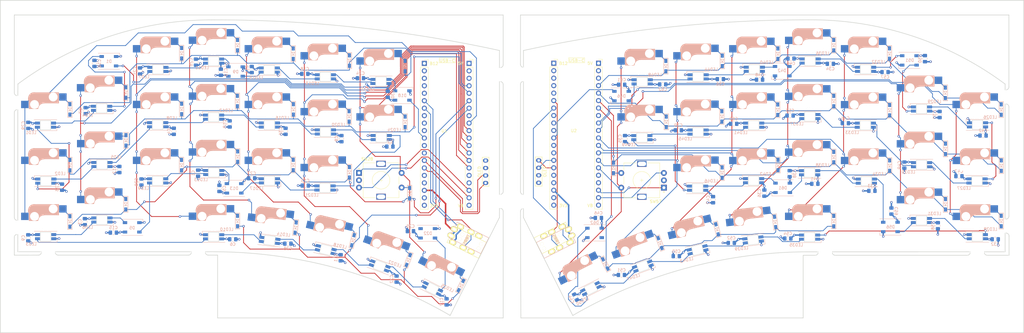
<source format=kicad_pcb>
(kicad_pcb (version 20171130) (host pcbnew "(5.1.9-0-10_14)")
  (layers (0 F.Cu signal) (1 In1.Cu power hide) (2 In2.Cu power hide) (31 B.Cu signal) (34 B.Paste user) (35 F.Paste user) (36 B.SilkS user) (37 F.SilkS user) (38 B.Mask user) (39 F.Mask user) (44 Edge.Cuts user))
  (net 0 "")
  (net 1 VDD)
  (net 2 "Net-(D1-Pad4)")
  (net 3 "Net-(D1-Pad2)")
  (net 4 GND1)
  (net 5 LRow0)
  (net 6 LRow1)
  (net 7 LRow2)
  (net 8 "Net-(D5-Pad4)")
  (net 9 "Net-(D6-Pad2)")
  (net 10 "Net-(D7-Pad2)")
  (net 11 "Net-(D8-Pad2)")
  (net 12 "Net-(D13-Pad2)")
  (net 13 "Net-(D10-Pad2)")
  (net 14 "Net-(D11-Pad2)")
  (net 15 "Net-(D12-Pad2)")
  (net 16 "Net-(D13-Pad4)")
  (net 17 "Net-(D14-Pad2)")
  (net 18 "Net-(D15-Pad2)")
  (net 19 "Net-(D16-Pad2)")
  (net 20 LRow3)
  (net 21 "Net-(D17-Pad2)")
  (net 22 "Net-(D18-Pad4)")
  (net 23 "Net-(D19-Pad2)")
  (net 24 "Net-(D20-Pad2)")
  (net 25 "Net-(D21-Pad2)")
  (net 26 "Net-(D22-Pad4)")
  (net 27 "Net-(D23-Pad2)")
  (net 28 "Net-(D24-Pad2)")
  (net 29 "Net-(D25-Pad2)")
  (net 30 "Net-(D26-Pad2)")
  (net 31 "Net-(D27-Pad2)")
  (net 32 "Net-(D28-Pad2)")
  (net 33 "Net-(D29-Pad2)")
  (net 34 "Net-(D30-Pad2)")
  (net 35 "Net-(D31-Pad2)")
  (net 36 "Net-(D32-Pad2)")
  (net 37 "Net-(D33-Pad2)")
  (net 38 "Net-(D34-Pad2)")
  (net 39 "Net-(D35-Pad2)")
  (net 40 RRow0)
  (net 41 RRow1)
  (net 42 RRow2)
  (net 43 "Net-(D39-Pad2)")
  (net 44 "Net-(D40-Pad2)")
  (net 45 "Net-(D41-Pad2)")
  (net 46 VCC)
  (net 47 "Net-(D42-Pad4)")
  (net 48 "Net-(D42-Pad2)")
  (net 49 GND2)
  (net 50 "Net-(D43-Pad2)")
  (net 51 "Net-(D44-Pad2)")
  (net 52 "Net-(D45-Pad2)")
  (net 53 "Net-(D46-Pad4)")
  (net 54 "Net-(D47-Pad2)")
  (net 55 "Net-(D48-Pad2)")
  (net 56 "Net-(D49-Pad2)")
  (net 57 RRow3)
  (net 58 "Net-(D50-Pad2)")
  (net 59 "Net-(D51-Pad4)")
  (net 60 "Net-(D52-Pad2)")
  (net 61 "Net-(D53-Pad2)")
  (net 62 "Net-(D54-Pad2)")
  (net 63 "Net-(D55-Pad2)")
  (net 64 "Net-(D56-Pad4)")
  (net 65 "Net-(D57-Pad2)")
  (net 66 "Net-(D58-Pad2)")
  (net 67 "Net-(D59-Pad2)")
  (net 68 "Net-(D60-Pad2)")
  (net 69 "Net-(D61-Pad4)")
  (net 70 "Net-(D62-Pad4)")
  (net 71 "Net-(D63-Pad2)")
  (net 72 "Net-(D64-Pad2)")
  (net 73 "Net-(D65-Pad2)")
  (net 74 "Net-(D66-Pad2)")
  (net 75 "Net-(D67-Pad2)")
  (net 76 "Net-(D68-Pad2)")
  (net 77 "Net-(D69-Pad2)")
  (net 78 "Net-(D70-Pad2)")
  (net 79 LSCA)
  (net 80 LSCL)
  (net 81 TRRS_VDD)
  (net 82 LUSART_TX)
  (net 83 LUSART_RX)
  (net 84 RSCL)
  (net 85 RSCA)
  (net 86 RUSART_RX)
  (net 87 TRRS_VCC)
  (net 88 RUSART_TX)
  (net 89 "Net-(LED1-Pad2)")
  (net 90 "Net-(LED1-Pad4)")
  (net 91 "Net-(LED2-Pad2)")
  (net 92 "Net-(LED10-Pad2)")
  (net 93 "Net-(LED11-Pad2)")
  (net 94 "Net-(LED10-Pad4)")
  (net 95 "Net-(LED12-Pad4)")
  (net 96 "Net-(LED15-Pad4)")
  (net 97 "Net-(LED16-Pad2)")
  (net 98 "Net-(LED19-Pad4)")
  (net 99 "Net-(LED21-Pad4)")
  (net 100 LLED_In)
  (net 101 "Net-(LED26-Pad2)")
  (net 102 "Net-(LED26-Pad4)")
  (net 103 "Net-(LED27-Pad2)")
  (net 104 "Net-(LED32-Pad4)")
  (net 105 "Net-(LED33-Pad2)")
  (net 106 "Net-(LED40-Pad4)")
  (net 107 "Net-(LED41-Pad2)")
  (net 108 "Net-(LED44-Pad4)")
  (net 109 "Net-(LED46-Pad4)")
  (net 110 RLED_In)
  (net 111 LCol1)
  (net 112 LCol2)
  (net 113 LCol3)
  (net 114 LCol4)
  (net 115 LCol5)
  (net 116 LCol6)
  (net 117 LCol7)
  (net 118 LENCB)
  (net 119 LENCA)
  (net 120 RCol1)
  (net 121 RCol2)
  (net 122 RCol3)
  (net 123 RCol4)
  (net 124 RCol5)
  (net 125 RCol6)
  (net 126 RCol7)
  (net 127 RENCA)
  (net 128 RENCB)
  (net 129 "Net-(U1-Pad10)")
  (net 130 "Net-(U1-Pad12)")
  (net 131 "Net-(U1-Pad20)")
  (net 132 "Net-(U1-Pad16)")
  (net 133 "Net-(U1-Pad5)")
  (net 134 "Net-(U1-Pad4)")
  (net 135 "Net-(U1-Pad3)")
  (net 136 "Net-(U1-Pad17)")
  (net 137 "Net-(U1-Pad8)")
  (net 138 "Net-(U1-Pad9)")
  (net 139 "Net-(U1-Pad2)")
  (net 140 "Net-(U1-Pad1)")
  (net 141 "Net-(U1-Pad13)")
  (net 142 "Net-(U1-Pad24)")
  (net 143 "Net-(U1-Pad38)")
  (net 144 "Net-(U1-Pad25)")
  (net 145 "Net-(U1-Pad21)")
  (net 146 "Net-(U2-Pad21)")
  (net 147 "Net-(U2-Pad25)")
  (net 148 "Net-(U2-Pad38)")
  (net 149 "Net-(U2-Pad24)")
  (net 150 "Net-(U2-Pad13)")
  (net 151 "Net-(U2-Pad1)")
  (net 152 "Net-(U2-Pad2)")
  (net 153 "Net-(U2-Pad9)")
  (net 154 "Net-(U2-Pad8)")
  (net 155 "Net-(U2-Pad17)")
  (net 156 "Net-(U2-Pad3)")
  (net 157 "Net-(U2-Pad4)")
  (net 158 "Net-(U2-Pad5)")
  (net 159 "Net-(U2-Pad16)")
  (net 160 "Net-(U2-Pad20)")
  (net 161 "Net-(U2-Pad12)")
  (net 162 "Net-(U2-Pad10)")
  (net 163 "Net-(U1-Pad33)")
  (net 164 "Net-(U2-Pad33)")
  (net 165 "Net-(D5-Pad2)")
  (net 166 "Net-(D9-Pad4)")
  (net 167 "Net-(D9-Pad2)")
  (net 168 "Net-(D22-Pad2)")
  (net 169 "Net-(D51-Pad2)")
  (net 170 "Net-(D56-Pad2)")
  (net 171 "Net-(D61-Pad2)")
  (net 172 "Net-(D62-Pad2)")
  (net 173 "Net-(LED3-Pad4)")
  (net 174 "Net-(LED5-Pad2)")
  (net 175 "Net-(LED13-Pad2)")
  (net 176 "Net-(LED12-Pad2)")
  (net 177 "Net-(LED14-Pad2)")
  (net 178 "Net-(LED17-Pad4)")
  (net 179 "Net-(LED18-Pad2)")
  (net 180 "Net-(LED20-Pad2)")
  (net 181 "Net-(LED22-Pad2)")
  (net 182 "Net-(LED28-Pad4)")
  (net 183 "Net-(LED28-Pad2)")
  (net 184 "Net-(LED30-Pad2)")
  (net 185 "Net-(LED34-Pad4)")
  (net 186 "Net-(LED35-Pad2)")
  (net 187 "Net-(LED37-Pad2)")
  (net 188 "Net-(LED39-Pad2)")
  (net 189 "Net-(LED42-Pad4)")
  (net 190 "Net-(LED43-Pad2)")
  (net 191 "Net-(LED45-Pad2)")
  (net 192 "Net-(LED47-Pad2)")
  (module LED_SMD:LED_SK6812_PLCC4_5.0x5.0mm_P3.2mm (layer B.Cu) (at 214.06458 91.09862 180)
    (fp_text reference D62 (at 0 3.5) (layer B.SilkS) (effects (justify mirror)))
    (fp_text value SK6812)
    (pad 1 smd rect (at 2.45 -1.6 180) (size 1.5 1) (layers B.Cu B.Paste B.Mask) (net 49 GND2))
    (pad 2 smd rect (at 2.45 1.6 180) (size 1.5 1) (layers B.Cu B.Paste B.Mask) (net 172 "Net-(D62-Pad2)"))
    (pad 4 smd rect (at -2.45 -1.6 180) (size 1.5 1) (layers B.Cu B.Paste B.Mask) (net 70 "Net-(D62-Pad4)"))
    (pad 3 smd rect (at -2.45 1.6 180) (size 1.5 1) (layers B.Cu B.Paste B.Mask) (net 46 VCC))
  )
  (module kbd:Breakaway_Tabs (layer F.Cu) (at 17.77 89.2 90)
    (fp_text reference REF**)
    (fp_text value Breakaway_Tabs)
    (pad "" np_thru_hole circle (at -1.1875 0 90) (size 0.3 0.3) (drill 0.3) (layers *.Cu *.Mask))
    (pad "" np_thru_hole circle (at -2.375 0 90) (size 0.3 0.3) (drill 0.3) (layers *.Cu *.Mask))
    (pad "" np_thru_hole circle (at -0.59375 0 90) (size 0.3 0.3) (drill 0.3) (layers *.Cu *.Mask))
    (pad "" np_thru_hole circle (at -1.78125 0 90) (size 0.3 0.3) (drill 0.3) (layers *.Cu *.Mask))
    (pad "" np_thru_hole circle (at 2.375 0 90) (size 0.3 0.3) (drill 0.3) (layers *.Cu *.Mask))
    (pad "" np_thru_hole circle (at 1.78125 0 90) (size 0.3 0.3) (drill 0.3) (layers *.Cu *.Mask))
    (pad "" np_thru_hole circle (at 1.1875 0 90) (size 0.3 0.3) (drill 0.3) (layers *.Cu *.Mask))
    (pad "" np_thru_hole circle (at 0.59375 0 90) (size 0.3 0.3) (drill 0.3) (layers *.Cu *.Mask))
    (pad "" np_thru_hole circle (at 0 0 90) (size 0.3 0.3) (drill 0.3) (layers *.Cu *.Mask))
  )
  (module kbd:Breakaway_Tabs (layer F.Cu) (at 189.71 80.42 90)
    (fp_text reference REF**)
    (fp_text value Breakaway_Tabs)
    (pad "" np_thru_hole circle (at -1.1875 0 90) (size 0.3 0.3) (drill 0.3) (layers *.Cu *.Mask))
    (pad "" np_thru_hole circle (at -2.375 0 90) (size 0.3 0.3) (drill 0.3) (layers *.Cu *.Mask))
    (pad "" np_thru_hole circle (at -0.59375 0 90) (size 0.3 0.3) (drill 0.3) (layers *.Cu *.Mask))
    (pad "" np_thru_hole circle (at -1.78125 0 90) (size 0.3 0.3) (drill 0.3) (layers *.Cu *.Mask))
    (pad "" np_thru_hole circle (at 2.375 0 90) (size 0.3 0.3) (drill 0.3) (layers *.Cu *.Mask))
    (pad "" np_thru_hole circle (at 1.78125 0 90) (size 0.3 0.3) (drill 0.3) (layers *.Cu *.Mask))
    (pad "" np_thru_hole circle (at 1.1875 0 90) (size 0.3 0.3) (drill 0.3) (layers *.Cu *.Mask))
    (pad "" np_thru_hole circle (at 0.59375 0 90) (size 0.3 0.3) (drill 0.3) (layers *.Cu *.Mask))
    (pad "" np_thru_hole circle (at 0 0 90) (size 0.3 0.3) (drill 0.3) (layers *.Cu *.Mask))
  )
  (module kbd:Breakaway_Tabs (layer F.Cu) (at 353.85 44.85 90)
    (fp_text reference REF**)
    (fp_text value Breakaway_Tabs)
    (pad "" np_thru_hole circle (at -1.1875 0 90) (size 0.3 0.3) (drill 0.3) (layers *.Cu *.Mask))
    (pad "" np_thru_hole circle (at -2.375 0 90) (size 0.3 0.3) (drill 0.3) (layers *.Cu *.Mask))
    (pad "" np_thru_hole circle (at -0.59375 0 90) (size 0.3 0.3) (drill 0.3) (layers *.Cu *.Mask))
    (pad "" np_thru_hole circle (at -1.78125 0 90) (size 0.3 0.3) (drill 0.3) (layers *.Cu *.Mask))
    (pad "" np_thru_hole circle (at 2.375 0 90) (size 0.3 0.3) (drill 0.3) (layers *.Cu *.Mask))
    (pad "" np_thru_hole circle (at 1.78125 0 90) (size 0.3 0.3) (drill 0.3) (layers *.Cu *.Mask))
    (pad "" np_thru_hole circle (at 1.1875 0 90) (size 0.3 0.3) (drill 0.3) (layers *.Cu *.Mask))
    (pad "" np_thru_hole circle (at 0.59375 0 90) (size 0.3 0.3) (drill 0.3) (layers *.Cu *.Mask))
    (pad "" np_thru_hole circle (at 0 0 90) (size 0.3 0.3) (drill 0.3) (layers *.Cu *.Mask))
  )
  (module kbd:Breakaway_Tabs (layer F.Cu) (at 353.8 88.8 90)
    (fp_text reference REF**)
    (fp_text value Breakaway_Tabs)
    (pad "" np_thru_hole circle (at -1.1875 0 90) (size 0.3 0.3) (drill 0.3) (layers *.Cu *.Mask))
    (pad "" np_thru_hole circle (at -2.375 0 90) (size 0.3 0.3) (drill 0.3) (layers *.Cu *.Mask))
    (pad "" np_thru_hole circle (at -0.59375 0 90) (size 0.3 0.3) (drill 0.3) (layers *.Cu *.Mask))
    (pad "" np_thru_hole circle (at -1.78125 0 90) (size 0.3 0.3) (drill 0.3) (layers *.Cu *.Mask))
    (pad "" np_thru_hole circle (at 2.375 0 90) (size 0.3 0.3) (drill 0.3) (layers *.Cu *.Mask))
    (pad "" np_thru_hole circle (at 1.78125 0 90) (size 0.3 0.3) (drill 0.3) (layers *.Cu *.Mask))
    (pad "" np_thru_hole circle (at 1.1875 0 90) (size 0.3 0.3) (drill 0.3) (layers *.Cu *.Mask))
    (pad "" np_thru_hole circle (at 0.59375 0 90) (size 0.3 0.3) (drill 0.3) (layers *.Cu *.Mask))
    (pad "" np_thru_hole circle (at 0 0 90) (size 0.3 0.3) (drill 0.3) (layers *.Cu *.Mask))
  )
  (module kbd:Breakaway_Tabs (layer F.Cu) (at 344.2 97.7)
    (fp_text reference REF**)
    (fp_text value Breakaway_Tabs)
    (pad "" np_thru_hole circle (at -1.1875 0) (size 0.3 0.3) (drill 0.3) (layers *.Cu *.Mask))
    (pad "" np_thru_hole circle (at -2.375 0) (size 0.3 0.3) (drill 0.3) (layers *.Cu *.Mask))
    (pad "" np_thru_hole circle (at -0.59375 0) (size 0.3 0.3) (drill 0.3) (layers *.Cu *.Mask))
    (pad "" np_thru_hole circle (at -1.78125 0) (size 0.3 0.3) (drill 0.3) (layers *.Cu *.Mask))
    (pad "" np_thru_hole circle (at 2.375 0) (size 0.3 0.3) (drill 0.3) (layers *.Cu *.Mask))
    (pad "" np_thru_hole circle (at 1.78125 0) (size 0.3 0.3) (drill 0.3) (layers *.Cu *.Mask))
    (pad "" np_thru_hole circle (at 1.1875 0) (size 0.3 0.3) (drill 0.3) (layers *.Cu *.Mask))
    (pad "" np_thru_hole circle (at 0.59375 0) (size 0.3 0.3) (drill 0.3) (layers *.Cu *.Mask))
    (pad "" np_thru_hole circle (at 0 0) (size 0.3 0.3) (drill 0.3) (layers *.Cu *.Mask))
  )
  (module kbd:Breakaway_Tabs (layer F.Cu) (at 292.5 97.7)
    (fp_text reference REF**)
    (fp_text value Breakaway_Tabs)
    (pad "" np_thru_hole circle (at -1.1875 0) (size 0.3 0.3) (drill 0.3) (layers *.Cu *.Mask))
    (pad "" np_thru_hole circle (at -2.375 0) (size 0.3 0.3) (drill 0.3) (layers *.Cu *.Mask))
    (pad "" np_thru_hole circle (at -0.59375 0) (size 0.3 0.3) (drill 0.3) (layers *.Cu *.Mask))
    (pad "" np_thru_hole circle (at -1.78125 0) (size 0.3 0.3) (drill 0.3) (layers *.Cu *.Mask))
    (pad "" np_thru_hole circle (at 2.375 0) (size 0.3 0.3) (drill 0.3) (layers *.Cu *.Mask))
    (pad "" np_thru_hole circle (at 1.78125 0) (size 0.3 0.3) (drill 0.3) (layers *.Cu *.Mask))
    (pad "" np_thru_hole circle (at 1.1875 0) (size 0.3 0.3) (drill 0.3) (layers *.Cu *.Mask))
    (pad "" np_thru_hole circle (at 0.59375 0) (size 0.3 0.3) (drill 0.3) (layers *.Cu *.Mask))
    (pad "" np_thru_hole circle (at 0 0) (size 0.3 0.3) (drill 0.3) (layers *.Cu *.Mask))
  )
  (module kbd:Breakaway_Tabs (layer F.Cu) (at 17.8 46.8 90)
    (fp_text reference REF**)
    (fp_text value Breakaway_Tabs)
    (pad "" np_thru_hole circle (at -1.1875 0 90) (size 0.3 0.3) (drill 0.3) (layers *.Cu *.Mask))
    (pad "" np_thru_hole circle (at -2.375 0 90) (size 0.3 0.3) (drill 0.3) (layers *.Cu *.Mask))
    (pad "" np_thru_hole circle (at -0.59375 0 90) (size 0.3 0.3) (drill 0.3) (layers *.Cu *.Mask))
    (pad "" np_thru_hole circle (at -1.78125 0 90) (size 0.3 0.3) (drill 0.3) (layers *.Cu *.Mask))
    (pad "" np_thru_hole circle (at 2.375 0 90) (size 0.3 0.3) (drill 0.3) (layers *.Cu *.Mask))
    (pad "" np_thru_hole circle (at 1.78125 0 90) (size 0.3 0.3) (drill 0.3) (layers *.Cu *.Mask))
    (pad "" np_thru_hole circle (at 1.1875 0 90) (size 0.3 0.3) (drill 0.3) (layers *.Cu *.Mask))
    (pad "" np_thru_hole circle (at 0.59375 0 90) (size 0.3 0.3) (drill 0.3) (layers *.Cu *.Mask))
    (pad "" np_thru_hole circle (at 0 0 90) (size 0.3 0.3) (drill 0.3) (layers *.Cu *.Mask))
  )
  (module kbd:Breakaway_Tabs (layer F.Cu) (at 28.32398 97.66508)
    (fp_text reference REF**)
    (fp_text value Breakaway_Tabs)
    (pad "" np_thru_hole circle (at -1.1875 0) (size 0.3 0.3) (drill 0.3) (layers *.Cu *.Mask))
    (pad "" np_thru_hole circle (at -2.375 0) (size 0.3 0.3) (drill 0.3) (layers *.Cu *.Mask))
    (pad "" np_thru_hole circle (at -0.59375 0) (size 0.3 0.3) (drill 0.3) (layers *.Cu *.Mask))
    (pad "" np_thru_hole circle (at -1.78125 0) (size 0.3 0.3) (drill 0.3) (layers *.Cu *.Mask))
    (pad "" np_thru_hole circle (at 2.375 0) (size 0.3 0.3) (drill 0.3) (layers *.Cu *.Mask))
    (pad "" np_thru_hole circle (at 1.78125 0) (size 0.3 0.3) (drill 0.3) (layers *.Cu *.Mask))
    (pad "" np_thru_hole circle (at 1.1875 0) (size 0.3 0.3) (drill 0.3) (layers *.Cu *.Mask))
    (pad "" np_thru_hole circle (at 0.59375 0) (size 0.3 0.3) (drill 0.3) (layers *.Cu *.Mask))
    (pad "" np_thru_hole circle (at 0 0) (size 0.3 0.3) (drill 0.3) (layers *.Cu *.Mask))
  )
  (module kbd:Breakaway_Tabs (layer F.Cu) (at 79.33875 97.66)
    (fp_text reference REF**)
    (fp_text value Breakaway_Tabs)
    (pad "" np_thru_hole circle (at 0 0) (size 0.3 0.3) (drill 0.3) (layers *.Cu *.Mask))
    (pad "" np_thru_hole circle (at 0.59375 0) (size 0.3 0.3) (drill 0.3) (layers *.Cu *.Mask))
    (pad "" np_thru_hole circle (at 1.1875 0) (size 0.3 0.3) (drill 0.3) (layers *.Cu *.Mask))
    (pad "" np_thru_hole circle (at 1.78125 0) (size 0.3 0.3) (drill 0.3) (layers *.Cu *.Mask))
    (pad "" np_thru_hole circle (at 2.375 0) (size 0.3 0.3) (drill 0.3) (layers *.Cu *.Mask))
    (pad "" np_thru_hole circle (at -1.78125 0) (size 0.3 0.3) (drill 0.3) (layers *.Cu *.Mask))
    (pad "" np_thru_hole circle (at -0.59375 0) (size 0.3 0.3) (drill 0.3) (layers *.Cu *.Mask))
    (pad "" np_thru_hole circle (at -2.375 0) (size 0.3 0.3) (drill 0.3) (layers *.Cu *.Mask))
    (pad "" np_thru_hole circle (at -1.1875 0) (size 0.3 0.3) (drill 0.3) (layers *.Cu *.Mask))
  )
  (module kbd:Breakaway_Tabs (layer F.Cu) (at 181.96508 80.37602 90)
    (fp_text reference REF**)
    (fp_text value Breakaway_Tabs)
    (pad "" np_thru_hole circle (at 0 0 90) (size 0.3 0.3) (drill 0.3) (layers *.Cu *.Mask))
    (pad "" np_thru_hole circle (at 0.59375 0 90) (size 0.3 0.3) (drill 0.3) (layers *.Cu *.Mask))
    (pad "" np_thru_hole circle (at 1.1875 0 90) (size 0.3 0.3) (drill 0.3) (layers *.Cu *.Mask))
    (pad "" np_thru_hole circle (at 1.78125 0 90) (size 0.3 0.3) (drill 0.3) (layers *.Cu *.Mask))
    (pad "" np_thru_hole circle (at 2.375 0 90) (size 0.3 0.3) (drill 0.3) (layers *.Cu *.Mask))
    (pad "" np_thru_hole circle (at -1.78125 0 90) (size 0.3 0.3) (drill 0.3) (layers *.Cu *.Mask))
    (pad "" np_thru_hole circle (at -0.59375 0 90) (size 0.3 0.3) (drill 0.3) (layers *.Cu *.Mask))
    (pad "" np_thru_hole circle (at -2.375 0 90) (size 0.3 0.3) (drill 0.3) (layers *.Cu *.Mask))
    (pad "" np_thru_hole circle (at -1.1875 0 90) (size 0.3 0.3) (drill 0.3) (layers *.Cu *.Mask))
  )
  (module kbd:Breakaway_Tabs (layer F.Cu) (at 189.8 37.18125 90)
    (fp_text reference REF**)
    (fp_text value Breakaway_Tabs)
    (pad "" np_thru_hole circle (at -1.1875 0 90) (size 0.3 0.3) (drill 0.3) (layers *.Cu *.Mask))
    (pad "" np_thru_hole circle (at -2.375 0 90) (size 0.3 0.3) (drill 0.3) (layers *.Cu *.Mask))
    (pad "" np_thru_hole circle (at -0.59375 0 90) (size 0.3 0.3) (drill 0.3) (layers *.Cu *.Mask))
    (pad "" np_thru_hole circle (at -1.78125 0 90) (size 0.3 0.3) (drill 0.3) (layers *.Cu *.Mask))
    (pad "" np_thru_hole circle (at 2.375 0 90) (size 0.3 0.3) (drill 0.3) (layers *.Cu *.Mask))
    (pad "" np_thru_hole circle (at 1.78125 0 90) (size 0.3 0.3) (drill 0.3) (layers *.Cu *.Mask))
    (pad "" np_thru_hole circle (at 1.1875 0 90) (size 0.3 0.3) (drill 0.3) (layers *.Cu *.Mask))
    (pad "" np_thru_hole circle (at 0.59375 0 90) (size 0.3 0.3) (drill 0.3) (layers *.Cu *.Mask))
    (pad "" np_thru_hole circle (at 0 0 90) (size 0.3 0.3) (drill 0.3) (layers *.Cu *.Mask))
  )
  (module kbd:Breakaway_Tabs (layer F.Cu) (at 181.96508 37.27602 90)
    (fp_text reference REF**)
    (fp_text value Breakaway_Tabs)
    (pad "" np_thru_hole circle (at -1.1875 0 90) (size 0.3 0.3) (drill 0.3) (layers *.Cu *.Mask))
    (pad "" np_thru_hole circle (at -2.375 0 90) (size 0.3 0.3) (drill 0.3) (layers *.Cu *.Mask))
    (pad "" np_thru_hole circle (at -0.59375 0 90) (size 0.3 0.3) (drill 0.3) (layers *.Cu *.Mask))
    (pad "" np_thru_hole circle (at -1.78125 0 90) (size 0.3 0.3) (drill 0.3) (layers *.Cu *.Mask))
    (pad "" np_thru_hole circle (at 2.375 0 90) (size 0.3 0.3) (drill 0.3) (layers *.Cu *.Mask))
    (pad "" np_thru_hole circle (at 1.78125 0 90) (size 0.3 0.3) (drill 0.3) (layers *.Cu *.Mask))
    (pad "" np_thru_hole circle (at 1.1875 0 90) (size 0.3 0.3) (drill 0.3) (layers *.Cu *.Mask))
    (pad "" np_thru_hole circle (at 0.59375 0 90) (size 0.3 0.3) (drill 0.3) (layers *.Cu *.Mask))
    (pad "" np_thru_hole circle (at 0 0 90) (size 0.3 0.3) (drill 0.3) (layers *.Cu *.Mask))
  )
  (module LED_SMD:LED_SK6812_PLCC4_5.0x5.0mm_P3.2mm (layer B.Cu) (at 48.92496 32.71418)
    (fp_text reference D1 (at 0 0.0508) (layer B.SilkS) (effects (justify mirror)))
    (fp_text value SK6812)
    (pad 3 smd rect (at -2.45 1.6) (size 1.5 1) (layers B.Cu B.Paste B.Mask) (net 1 VDD))
    (pad 4 smd rect (at -2.45 -1.6) (size 1.5 1) (layers B.Cu B.Paste B.Mask) (net 2 "Net-(D1-Pad4)"))
    (pad 2 smd rect (at 2.45 1.6) (size 1.5 1) (layers B.Cu B.Paste B.Mask) (net 3 "Net-(D1-Pad2)"))
    (pad 1 smd rect (at 2.45 -1.6) (size 1.5 1) (layers B.Cu B.Paste B.Mask) (net 4 GND1))
  )
  (module LED_SMD:LED_SK6812_PLCC4_5.0x5.0mm_P3.2mm (layer B.Cu) (at 56.84976 89.20378)
    (fp_text reference D5 (at -0.0254 0.1524) (layer B.SilkS) (effects (justify mirror)))
    (fp_text value SK6812)
    (pad 1 smd rect (at 2.45 -1.6) (size 1.5 1) (layers B.Cu B.Paste B.Mask) (net 4 GND1))
    (pad 2 smd rect (at 2.45 1.6) (size 1.5 1) (layers B.Cu B.Paste B.Mask) (net 165 "Net-(D5-Pad2)"))
    (pad 4 smd rect (at -2.45 -1.6) (size 1.5 1) (layers B.Cu B.Paste B.Mask) (net 8 "Net-(D5-Pad4)"))
    (pad 3 smd rect (at -2.45 1.6) (size 1.5 1) (layers B.Cu B.Paste B.Mask) (net 1 VDD))
  )
  (module kbd:D3_SMD_v2 (layer B.Cu) (at 35.66616 49.09718 90)
    (fp_text reference D6 hide)
    (fp_text value D hide)
    (pad 1 smd rect (at -1.775 0 90) (size 1.4 1) (layers B.Cu B.Paste B.Mask) (net 5 LRow0))
    (pad 2 smd rect (at 1.775 0 90) (size 1.4 1) (layers B.Cu B.Paste B.Mask) (net 9 "Net-(D6-Pad2)"))
  )
  (module kbd:D3_SMD_v2 (layer B.Cu) (at 35.66616 68.04558 90)
    (fp_text reference D7 hide)
    (fp_text value D hide)
    (pad 1 smd rect (at -1.775 0 90) (size 1.4 1) (layers B.Cu B.Paste B.Mask) (net 6 LRow1))
    (pad 2 smd rect (at 1.775 0 90) (size 1.4 1) (layers B.Cu B.Paste B.Mask) (net 10 "Net-(D7-Pad2)"))
  )
  (module kbd:D3_SMD_v2 (layer B.Cu) (at 35.66616 87.19718 90)
    (fp_text reference D8 hide)
    (fp_text value D hide)
    (pad 1 smd rect (at -1.775 0 90) (size 1.4 1) (layers B.Cu B.Paste B.Mask) (net 7 LRow2))
    (pad 2 smd rect (at 1.775 0 90) (size 1.4 1) (layers B.Cu B.Paste B.Mask) (net 11 "Net-(D8-Pad2)"))
  )
  (module LED_SMD:LED_SK6812_PLCC4_5.0x5.0mm_P3.2mm (layer B.Cu) (at 92 36.21938)
    (fp_text reference D9 (at 0.0508 0.0762) (layer B.SilkS) (effects (justify mirror)))
    (fp_text value SK6812)
    (pad 3 smd rect (at -2.45 1.6) (size 1.5 1) (layers B.Cu B.Paste B.Mask) (net 1 VDD))
    (pad 4 smd rect (at -2.45 -1.6) (size 1.5 1) (layers B.Cu B.Paste B.Mask) (net 166 "Net-(D9-Pad4)"))
    (pad 2 smd rect (at 2.45 1.6) (size 1.5 1) (layers B.Cu B.Paste B.Mask) (net 167 "Net-(D9-Pad2)"))
    (pad 1 smd rect (at 2.45 -1.6) (size 1.5 1) (layers B.Cu B.Paste B.Mask) (net 4 GND1))
  )
  (module kbd:D3_SMD_v2 (layer B.Cu) (at 54.66536 43.35678 90)
    (fp_text reference D10 hide)
    (fp_text value D hide)
    (pad 2 smd rect (at 1.775 0 90) (size 1.4 1) (layers B.Cu B.Paste B.Mask) (net 13 "Net-(D10-Pad2)"))
    (pad 1 smd rect (at -1.775 0 90) (size 1.4 1) (layers B.Cu B.Paste B.Mask) (net 5 LRow0))
  )
  (module kbd:D3_SMD_v2 (layer B.Cu) (at 54.73 59.64 90)
    (fp_text reference D11 hide)
    (fp_text value D hide)
    (pad 2 smd rect (at 1.775 0 90) (size 1.4 1) (layers B.Cu B.Paste B.Mask) (net 14 "Net-(D11-Pad2)"))
    (pad 1 smd rect (at -1.775 0 90) (size 1.4 1) (layers B.Cu B.Paste B.Mask) (net 6 LRow1))
  )
  (module kbd:D3_SMD_v2 (layer B.Cu) (at 54.66536 81.35518 90)
    (fp_text reference D12 hide)
    (fp_text value D hide)
    (pad 2 smd rect (at 1.775 0 90) (size 1.4 1) (layers B.Cu B.Paste B.Mask) (net 15 "Net-(D12-Pad2)"))
    (pad 1 smd rect (at -1.775 0 90) (size 1.4 1) (layers B.Cu B.Paste B.Mask) (net 7 LRow2))
  )
  (module LED_SMD:LED_SK6812_PLCC4_5.0x5.0mm_P3.2mm (layer B.Cu) (at 91.5 75.94498)
    (fp_text reference D13 (at 0 0) (layer B.SilkS) (effects (justify mirror)))
    (fp_text value SK6812)
    (pad 1 smd rect (at 2.45 -1.6) (size 1.5 1) (layers B.Cu B.Paste B.Mask) (net 4 GND1))
    (pad 2 smd rect (at 2.45 1.6) (size 1.5 1) (layers B.Cu B.Paste B.Mask) (net 12 "Net-(D13-Pad2)"))
    (pad 4 smd rect (at -2.45 -1.6) (size 1.5 1) (layers B.Cu B.Paste B.Mask) (net 16 "Net-(D13-Pad4)"))
    (pad 3 smd rect (at -2.45 1.6) (size 1.5 1) (layers B.Cu B.Paste B.Mask) (net 1 VDD))
  )
  (module kbd:D3_SMD_v2 (layer B.Cu) (at 73.66456 29.99638 90)
    (fp_text reference D14 hide)
    (fp_text value D hide)
    (pad 1 smd rect (at -1.775 0 90) (size 1.4 1) (layers B.Cu B.Paste B.Mask) (net 5 LRow0))
    (pad 2 smd rect (at 1.775 0 90) (size 1.4 1) (layers B.Cu B.Paste B.Mask) (net 17 "Net-(D14-Pad2)"))
  )
  (module kbd:D3_SMD_v2 (layer B.Cu) (at 73.66456 48.94478 90)
    (fp_text reference D15 hide)
    (fp_text value D hide)
    (pad 1 smd rect (at -1.775 0 90) (size 1.4 1) (layers B.Cu B.Paste B.Mask) (net 6 LRow1))
    (pad 2 smd rect (at 1.775 0 90) (size 1.4 1) (layers B.Cu B.Paste B.Mask) (net 18 "Net-(D15-Pad2)"))
  )
  (module kbd:D3_SMD_v2 (layer B.Cu) (at 92.66376 87.04478 90)
    (fp_text reference D16 hide)
    (fp_text value D hide)
    (pad 2 smd rect (at 1.775 0 90) (size 1.4 1) (layers B.Cu B.Paste B.Mask) (net 19 "Net-(D16-Pad2)"))
    (pad 1 smd rect (at -1.775 0 90) (size 1.4 1) (layers B.Cu B.Paste B.Mask) (net 20 LRow3))
  )
  (module kbd:D3_SMD_v2 (layer B.Cu) (at 73.61376 68.04558 90)
    (fp_text reference D17 hide)
    (fp_text value D hide)
    (pad 1 smd rect (at -1.775 0 90) (size 1.4 1) (layers B.Cu B.Paste B.Mask) (net 7 LRow2))
    (pad 2 smd rect (at 1.775 0 90) (size 1.4 1) (layers B.Cu B.Paste B.Mask) (net 21 "Net-(D17-Pad2)"))
  )
  (module LED_SMD:LED_SK6812_PLCC4_5.0x5.0mm_P3.2mm (layer B.Cu) (at 148.67076 44.37278)
    (fp_text reference D18 (at 0.0254 0) (layer B.SilkS) (effects (justify mirror)))
    (fp_text value SK6812)
    (pad 3 smd rect (at -2.45 1.6) (size 1.5 1) (layers B.Cu B.Paste B.Mask) (net 1 VDD))
    (pad 4 smd rect (at -2.45 -1.6) (size 1.5 1) (layers B.Cu B.Paste B.Mask) (net 22 "Net-(D18-Pad4)"))
    (pad 2 smd rect (at 2.45 1.6) (size 1.5 1) (layers B.Cu B.Paste B.Mask) (net 100 LLED_In))
    (pad 1 smd rect (at 2.45 -1.6) (size 1.5 1) (layers B.Cu B.Paste B.Mask) (net 4 GND1))
  )
  (module kbd:D3_SMD_v2 (layer B.Cu) (at 92.66376 27.25318 90)
    (fp_text reference D19 hide)
    (fp_text value D hide)
    (pad 2 smd rect (at 1.775 0 90) (size 1.4 1) (layers B.Cu B.Paste B.Mask) (net 23 "Net-(D19-Pad2)"))
    (pad 1 smd rect (at -1.775 0 90) (size 1.4 1) (layers B.Cu B.Paste B.Mask) (net 5 LRow0))
  )
  (module kbd:D3_SMD_v2 (layer B.Cu) (at 92.61296 46.25238 90)
    (fp_text reference D20 hide)
    (fp_text value D hide)
    (pad 2 smd rect (at 1.775 0 90) (size 1.4 1) (layers B.Cu B.Paste B.Mask) (net 24 "Net-(D20-Pad2)"))
    (pad 1 smd rect (at -1.775 0 90) (size 1.4 1) (layers B.Cu B.Paste B.Mask) (net 6 LRow1))
  )
  (module kbd:D3_SMD_v2 (layer B.Cu) (at 112.42496 89.27998 83.3)
    (fp_text reference D21 hide)
    (fp_text value D hide)
    (pad 1 smd rect (at -1.775 0 83.3) (size 1.4 1) (layers B.Cu B.Paste B.Mask) (net 20 LRow3))
    (pad 2 smd rect (at 1.775 0 83.3) (size 1.4 1) (layers B.Cu B.Paste B.Mask) (net 25 "Net-(D21-Pad2)"))
  )
  (module LED_SMD:LED_SK6812_PLCC4_5.0x5.0mm_P3.2mm (layer B.Cu) (at 157.35756 91.23578)
    (fp_text reference D22 (at 0.0254 0.0254) (layer B.SilkS) (effects (justify mirror)))
    (fp_text value SK6812)
    (pad 1 smd rect (at 2.45 -1.6) (size 1.5 1) (layers B.Cu B.Paste B.Mask) (net 4 GND1))
    (pad 2 smd rect (at 2.45 1.6) (size 1.5 1) (layers B.Cu B.Paste B.Mask) (net 168 "Net-(D22-Pad2)"))
    (pad 4 smd rect (at -2.45 -1.6) (size 1.5 1) (layers B.Cu B.Paste B.Mask) (net 26 "Net-(D22-Pad4)"))
    (pad 3 smd rect (at -2.45 1.6) (size 1.5 1) (layers B.Cu B.Paste B.Mask) (net 1 VDD))
  )
  (module kbd:D3_SMD_v2 (layer B.Cu) (at 92.71456 65.14998 90)
    (fp_text reference D23 hide)
    (fp_text value D hide)
    (pad 2 smd rect (at 1.775 0 90) (size 1.4 1) (layers B.Cu B.Paste B.Mask) (net 27 "Net-(D23-Pad2)"))
    (pad 1 smd rect (at -1.775 0 90) (size 1.4 1) (layers B.Cu B.Paste B.Mask) (net 7 LRow2))
  )
  (module kbd:D3_SMD_v2 (layer B.Cu) (at 111.61216 30.14878 90)
    (fp_text reference D24 hide)
    (fp_text value D hide)
    (pad 2 smd rect (at 1.775 0 90) (size 1.4 1) (layers B.Cu B.Paste B.Mask) (net 28 "Net-(D24-Pad2)"))
    (pad 1 smd rect (at -1.775 0 90) (size 1.4 1) (layers B.Cu B.Paste B.Mask) (net 5 LRow0))
  )
  (module kbd:D3_SMD_v2 (layer B.Cu) (at 111.66296 49.09718 90)
    (fp_text reference D25 hide)
    (fp_text value D hide)
    (pad 1 smd rect (at -1.775 0 90) (size 1.4 1) (layers B.Cu B.Paste B.Mask) (net 6 LRow1))
    (pad 2 smd rect (at 1.775 0 90) (size 1.4 1) (layers B.Cu B.Paste B.Mask) (net 29 "Net-(D25-Pad2)"))
  )
  (module kbd:D3_SMD_v2 (layer B.Cu) (at 131.90676 93.59798 76.6)
    (fp_text reference D26 hide)
    (fp_text value D hide)
    (pad 2 smd rect (at 1.775 0 76.6) (size 1.4 1) (layers B.Cu B.Paste B.Mask) (net 30 "Net-(D26-Pad2)"))
    (pad 1 smd rect (at -1.775 0 76.6) (size 1.4 1) (layers B.Cu B.Paste B.Mask) (net 20 LRow3))
  )
  (module kbd:D3_SMD_v2 (layer B.Cu) (at 111.61216 67.99478 90)
    (fp_text reference D27 hide)
    (fp_text value D hide)
    (pad 1 smd rect (at -1.775 0 90) (size 1.4 1) (layers B.Cu B.Paste B.Mask) (net 7 LRow2))
    (pad 2 smd rect (at 1.775 0 90) (size 1.4 1) (layers B.Cu B.Paste B.Mask) (net 31 "Net-(D27-Pad2)"))
  )
  (module kbd:D3_SMD_v2 (layer B.Cu) (at 130.71296 32.48558 90)
    (fp_text reference D28 hide)
    (fp_text value D hide)
    (pad 1 smd rect (at -1.775 0 90) (size 1.4 1) (layers B.Cu B.Paste B.Mask) (net 5 LRow0))
    (pad 2 smd rect (at 1.775 0 90) (size 1.4 1) (layers B.Cu B.Paste B.Mask) (net 32 "Net-(D28-Pad2)"))
  )
  (module kbd:D3_SMD_v2 (layer B.Cu) (at 130.61136 51.48478 90)
    (fp_text reference D29 hide)
    (fp_text value D hide)
    (pad 1 smd rect (at -1.775 0 90) (size 1.4 1) (layers B.Cu B.Paste B.Mask) (net 6 LRow1))
    (pad 2 smd rect (at 1.775 0 90) (size 1.4 1) (layers B.Cu B.Paste B.Mask) (net 33 "Net-(D29-Pad2)"))
  )
  (module kbd:D3_SMD_v2 (layer B.Cu) (at 150.75356 100.30358 70)
    (fp_text reference D30 hide)
    (fp_text value D hide)
    (pad 1 smd rect (at -1.775 0 70) (size 1.4 1) (layers B.Cu B.Paste B.Mask) (net 20 LRow3))
    (pad 2 smd rect (at 1.775 0 70) (size 1.4 1) (layers B.Cu B.Paste B.Mask) (net 34 "Net-(D30-Pad2)"))
  )
  (module kbd:D3_SMD_v2 (layer B.Cu) (at 130.71296 70.48398 90)
    (fp_text reference D31 hide)
    (fp_text value D hide)
    (pad 1 smd rect (at -1.775 0 90) (size 1.4 1) (layers B.Cu B.Paste B.Mask) (net 7 LRow2))
    (pad 2 smd rect (at 1.775 0 90) (size 1.4 1) (layers B.Cu B.Paste B.Mask) (net 35 "Net-(D31-Pad2)"))
  )
  (module kbd:D3_SMD_v2 (layer B.Cu) (at 151.18536 77.59598 90)
    (fp_text reference D32 hide)
    (fp_text value D hide)
    (pad 1 smd rect (at -1.775 0 90) (size 1.4 1) (layers B.Cu B.Paste B.Mask) (net 7 LRow2))
    (pad 2 smd rect (at 1.775 0 90) (size 1.4 1) (layers B.Cu B.Paste B.Mask) (net 36 "Net-(D32-Pad2)"))
  )
  (module kbd:D3_SMD_v2 (layer B.Cu) (at 149.66136 53.31058 90)
    (fp_text reference D33 hide)
    (fp_text value D hide)
    (pad 1 smd rect (at -1.775 0 90) (size 1.4 1) (layers B.Cu B.Paste B.Mask) (net 6 LRow1))
    (pad 2 smd rect (at 1.775 0 90) (size 1.4 1) (layers B.Cu B.Paste B.Mask) (net 37 "Net-(D33-Pad2)"))
  )
  (module kbd:D3_SMD_v2 (layer B.Cu) (at 149.66136 34.36518 90)
    (fp_text reference D34 hide)
    (fp_text value D hide)
    (pad 2 smd rect (at 1.775 0 90) (size 1.4 1) (layers B.Cu B.Paste B.Mask) (net 38 "Net-(D34-Pad2)"))
    (pad 1 smd rect (at -1.775 0 90) (size 1.4 1) (layers B.Cu B.Paste B.Mask) (net 5 LRow0))
  )
  (module kbd:D3_SMD_v2 (layer B.Cu) (at 168.63516 108.99038 63.3)
    (fp_text reference D35 hide)
    (fp_text value D hide)
    (pad 2 smd rect (at 1.775 0 63.3) (size 1.4 1) (layers B.Cu B.Paste B.Mask) (net 39 "Net-(D35-Pad2)"))
    (pad 1 smd rect (at -1.775 0 63.3) (size 1.4 1) (layers B.Cu B.Paste B.Mask) (net 20 LRow3))
  )
  (module kbd:D3_SMD_v2 (layer B.Cu) (at 352.34472 49.1556 90)
    (fp_text reference D39 hide)
    (fp_text value D hide)
    (pad 1 smd rect (at -1.775 0 90) (size 1.4 1) (layers B.Cu B.Paste B.Mask) (net 40 RRow0))
    (pad 2 smd rect (at 1.775 0 90) (size 1.4 1) (layers B.Cu B.Paste B.Mask) (net 43 "Net-(D39-Pad2)"))
  )
  (module kbd:D3_SMD_v2 (layer B.Cu) (at 352.37012 68.2056 90)
    (fp_text reference D40 hide)
    (fp_text value D hide)
    (pad 1 smd rect (at -1.775 0 90) (size 1.4 1) (layers B.Cu B.Paste B.Mask) (net 41 RRow1))
    (pad 2 smd rect (at 1.775 0 90) (size 1.4 1) (layers B.Cu B.Paste B.Mask) (net 44 "Net-(D40-Pad2)"))
  )
  (module kbd:D3_SMD_v2 (layer B.Cu) (at 352.34472 87.0524 90)
    (fp_text reference D41 hide)
    (fp_text value D hide)
    (pad 1 smd rect (at -1.775 0 90) (size 1.4 1) (layers B.Cu B.Paste B.Mask) (net 42 RRow2))
    (pad 2 smd rect (at 1.775 0 90) (size 1.4 1) (layers B.Cu B.Paste B.Mask) (net 45 "Net-(D41-Pad2)"))
  )
  (module LED_SMD:LED_SK6812_PLCC4_5.0x5.0mm_P3.2mm (layer B.Cu) (at 277.86176 36.09746 180)
    (fp_text reference D42 (at 0.0762 0.19304) (layer B.SilkS) (effects (justify mirror)))
    (fp_text value SK6812)
    (pad 3 smd rect (at -2.45 1.6 180) (size 1.5 1) (layers B.Cu B.Paste B.Mask) (net 46 VCC))
    (pad 4 smd rect (at -2.45 -1.6 180) (size 1.5 1) (layers B.Cu B.Paste B.Mask) (net 47 "Net-(D42-Pad4)"))
    (pad 2 smd rect (at 2.45 1.6 180) (size 1.5 1) (layers B.Cu B.Paste B.Mask) (net 48 "Net-(D42-Pad2)"))
    (pad 1 smd rect (at 2.45 -1.6 180) (size 1.5 1) (layers B.Cu B.Paste B.Mask) (net 49 GND2))
  )
  (module kbd:D3_SMD_v2 (layer B.Cu) (at 333.34552 43.466 90)
    (fp_text reference D43 hide)
    (fp_text value D hide)
    (pad 2 smd rect (at 1.775 0 90) (size 1.4 1) (layers B.Cu B.Paste B.Mask) (net 50 "Net-(D43-Pad2)"))
    (pad 1 smd rect (at -1.775 0 90) (size 1.4 1) (layers B.Cu B.Paste B.Mask) (net 40 RRow0))
  )
  (module kbd:D3_SMD_v2 (layer B.Cu) (at 333.39632 62.516 90)
    (fp_text reference D44 hide)
    (fp_text value D hide)
    (pad 2 smd rect (at 1.775 0 90) (size 1.4 1) (layers B.Cu B.Paste B.Mask) (net 51 "Net-(D44-Pad2)"))
    (pad 1 smd rect (at -1.775 0 90) (size 1.4 1) (layers B.Cu B.Paste B.Mask) (net 41 RRow1))
  )
  (module kbd:D3_SMD_v2 (layer B.Cu) (at 333.39632 81.3628 90)
    (fp_text reference D45 hide)
    (fp_text value D hide)
    (pad 2 smd rect (at 1.775 0 90) (size 1.4 1) (layers B.Cu B.Paste B.Mask) (net 52 "Net-(D45-Pad2)"))
    (pad 1 smd rect (at -1.775 0 90) (size 1.4 1) (layers B.Cu B.Paste B.Mask) (net 42 RRow2))
  )
  (module LED_SMD:LED_SK6812_PLCC4_5.0x5.0mm_P3.2mm (layer B.Cu) (at 223.25938 44.56074 180)
    (fp_text reference D46 (at 0.0254 -0.0127) (layer B.SilkS) (effects (justify mirror)))
    (fp_text value SK6812)
    (pad 1 smd rect (at 2.45 -1.6 180) (size 1.5 1) (layers B.Cu B.Paste B.Mask) (net 49 GND2))
    (pad 2 smd rect (at 2.45 1.6 180) (size 1.5 1) (layers B.Cu B.Paste B.Mask) (net 110 RLED_In))
    (pad 4 smd rect (at -2.45 -1.6 180) (size 1.5 1) (layers B.Cu B.Paste B.Mask) (net 53 "Net-(D46-Pad4)"))
    (pad 3 smd rect (at -2.45 1.6 180) (size 1.5 1) (layers B.Cu B.Paste B.Mask) (net 46 VCC))
  )
  (module kbd:D3_SMD_v2 (layer B.Cu) (at 314.34632 30.1056 90)
    (fp_text reference D47 hide)
    (fp_text value D hide)
    (pad 1 smd rect (at -1.775 0 90) (size 1.4 1) (layers B.Cu B.Paste B.Mask) (net 40 RRow0))
    (pad 2 smd rect (at 1.775 0 90) (size 1.4 1) (layers B.Cu B.Paste B.Mask) (net 54 "Net-(D47-Pad2)"))
  )
  (module kbd:D3_SMD_v2 (layer B.Cu) (at 314.39712 49.3588 90)
    (fp_text reference D48 hide)
    (fp_text value D hide)
    (pad 1 smd rect (at -1.775 0 90) (size 1.4 1) (layers B.Cu B.Paste B.Mask) (net 41 RRow1))
    (pad 2 smd rect (at 1.775 0 90) (size 1.4 1) (layers B.Cu B.Paste B.Mask) (net 55 "Net-(D48-Pad2)"))
  )
  (module kbd:D3_SMD_v2 (layer B.Cu) (at 295.39792 87.0778 90)
    (fp_text reference D49 hide)
    (fp_text value D hide)
    (pad 2 smd rect (at 1.775 0 90) (size 1.4 1) (layers B.Cu B.Paste B.Mask) (net 56 "Net-(D49-Pad2)"))
    (pad 1 smd rect (at -1.775 0 90) (size 1.4 1) (layers B.Cu B.Paste B.Mask) (net 57 RRow3))
  )
  (module kbd:D3_SMD_v2 (layer B.Cu) (at 314.39712 68.2056 90)
    (fp_text reference D50 hide)
    (fp_text value D hide)
    (pad 1 smd rect (at -1.775 0 90) (size 1.4 1) (layers B.Cu B.Paste B.Mask) (net 42 RRow2))
    (pad 2 smd rect (at 1.775 0 90) (size 1.4 1) (layers B.Cu B.Paste B.Mask) (net 58 "Net-(D50-Pad2)"))
  )
  (module LED_SMD:LED_SK6812_PLCC4_5.0x5.0mm_P3.2mm (layer B.Cu) (at 321.11542 32.44494 180)
    (fp_text reference D51 (at -0.09144 0.0635) (layer B.SilkS) (effects (justify mirror)))
    (fp_text value SK6812)
    (pad 3 smd rect (at -2.45 1.6 180) (size 1.5 1) (layers B.Cu B.Paste B.Mask) (net 46 VCC))
    (pad 4 smd rect (at -2.45 -1.6 180) (size 1.5 1) (layers B.Cu B.Paste B.Mask) (net 59 "Net-(D51-Pad4)"))
    (pad 2 smd rect (at 2.45 1.6 180) (size 1.5 1) (layers B.Cu B.Paste B.Mask) (net 169 "Net-(D51-Pad2)"))
    (pad 1 smd rect (at 2.45 -1.6 180) (size 1.5 1) (layers B.Cu B.Paste B.Mask) (net 49 GND2))
  )
  (module LED_SMD:LED_SK6812_PLCC4_5.0x5.0mm_P3.2mm (layer B.Cu) (at 314.65874 89.08186 180)
    (fp_text reference D56 (at -0.03302 0.03302) (layer B.SilkS) (effects (justify mirror)))
    (fp_text value SK6812)
    (pad 1 smd rect (at 2.45 -1.6 180) (size 1.5 1) (layers B.Cu B.Paste B.Mask) (net 49 GND2))
    (pad 2 smd rect (at 2.45 1.6 180) (size 1.5 1) (layers B.Cu B.Paste B.Mask) (net 170 "Net-(D56-Pad2)"))
    (pad 4 smd rect (at -2.45 -1.6 180) (size 1.5 1) (layers B.Cu B.Paste B.Mask) (net 64 "Net-(D56-Pad4)"))
    (pad 3 smd rect (at -2.45 1.6 180) (size 1.5 1) (layers B.Cu B.Paste B.Mask) (net 46 VCC))
  )
  (module LED_SMD:LED_SK6812_PLCC4_5.0x5.0mm_P3.2mm (layer B.Cu) (at 278.0294 75.77734 180)
    (fp_text reference D61 (at -0.03302 -0.0127) (layer B.SilkS) (effects (justify mirror)))
    (fp_text value SK6812)
    (pad 3 smd rect (at -2.45 1.6 180) (size 1.5 1) (layers B.Cu B.Paste B.Mask) (net 46 VCC))
    (pad 4 smd rect (at -2.45 -1.6 180) (size 1.5 1) (layers B.Cu B.Paste B.Mask) (net 69 "Net-(D61-Pad4)"))
    (pad 2 smd rect (at 2.45 1.6 180) (size 1.5 1) (layers B.Cu B.Paste B.Mask) (net 171 "Net-(D61-Pad2)"))
    (pad 1 smd rect (at 2.45 -1.6 180) (size 1.5 1) (layers B.Cu B.Paste B.Mask) (net 49 GND2))
  )
  (module kbd:OLED_1side (layer F.Cu) (at 177.01716 74.11618 90)
    (fp_text reference J1)
    (fp_text value Conn_01x04 hide)
    (fp_text user OLED (at 3.8 -2.1 90) (layer F.SilkS))
    (pad 1 thru_hole oval (at 0 0 90) (size 1.397 1.778) (drill 0.8128) (layers *.Cu B.Mask) (net 79 LSCA))
    (pad 2 thru_hole oval (at 2.54 0 90) (size 1.397 1.778) (drill 0.8128) (layers *.Cu B.Mask) (net 80 LSCL))
    (pad 3 thru_hole oval (at 5.08 0 90) (size 1.397 1.778) (drill 0.8128) (layers *.Cu B.Mask) (net 1 VDD))
    (pad 4 thru_hole oval (at 7.62 0 90) (size 1.397 1.778) (drill 0.8128) (layers *.Cu B.Mask) (net 4 GND1))
  )
  (module kbd:MJ-4PP-9 (layer F.Cu) (at 175.95036 97.02698 243.3)
    (fp_text reference J2)
    (fp_text value MJ-4PP-9 hide)
    (fp_text user TRRS (at -0.75 6.45 63.3) (layer F.SilkS))
    (fp_text user TRRS (at -0.8255 6.4135 63.3) (layer B.SilkS) (effects (justify mirror)))
    (pad A thru_hole oval (at -2.1 11.8 243.3) (size 1.7 2.5) (drill oval 1 1.5) (layers *.Cu *.Mask F.SilkS) (net 81 TRRS_VDD) (clearance 0.15))
    (pad D thru_hole oval (at 2.1 10.3 243.3) (size 1.7 2.5) (drill oval 1 1.5) (layers *.Cu *.Mask F.SilkS) (net 82 LUSART_TX) (clearance 0.15))
    (pad C thru_hole oval (at 2.1 6.3 243.3) (size 1.7 2.5) (drill oval 1 1.5) (layers *.Cu *.Mask F.SilkS) (net 83 LUSART_RX))
    (pad B thru_hole oval (at 2.1 3.3 243.3) (size 1.7 2.5) (drill oval 1 1.5) (layers *.Cu *.Mask F.SilkS) (net 4 GND1))
    (pad "" np_thru_hole circle (at 0 8.5 243.3) (size 1.2 1.2) (drill 1.2) (layers *.Cu *.Mask F.SilkS))
    (pad "" np_thru_hole circle (at 0 1.5 243.3) (size 1.2 1.2) (drill 1.2) (layers *.Cu *.Mask F.SilkS))
    (pad C thru_hole oval (at -3.85 6.3 243.3) (size 1.7 2.5) (drill oval 1 1.5) (layers *.Cu *.Mask F.SilkS) (net 83 LUSART_RX))
    (pad B thru_hole oval (at -3.85 3.3 243.3) (size 1.7 2.5) (drill oval 1 1.5) (layers *.Cu *.Mask F.SilkS) (net 4 GND1))
    (pad A thru_hole oval (at 0.35 11.8 243.3) (size 1.7 2.5) (drill oval 1 1.5) (layers *.Cu *.Mask F.SilkS) (net 81 TRRS_VDD) (clearance 0.15))
    (pad D thru_hole oval (at -3.85 10.3 243.3) (size 1.7 2.5) (drill oval 1 1.5) (layers *.Cu *.Mask F.SilkS) (net 82 LUSART_TX) (clearance 0.15))
    (pad "" np_thru_hole circle (at -1.75 1.5 243.3) (size 1.2 1.2) (drill 1.2) (layers *.Cu *.Mask F.SilkS))
    (pad "" np_thru_hole circle (at -1.75 8.5 243.3) (size 1.2 1.2) (drill 1.2) (layers *.Cu *.Mask F.SilkS))
  )
  (module kbd:OLED_1side (layer F.Cu) (at 195.06792 66.4276 270)
    (fp_text reference J3)
    (fp_text value Conn_01x04 hide)
    (fp_text user OLED (at 3.8 -2.1 90) (layer F.SilkS))
    (pad 4 thru_hole oval (at 7.62 0 270) (size 1.397 1.778) (drill 0.8128) (layers *.Cu B.Mask) (net 49 GND2))
    (pad 3 thru_hole oval (at 5.08 0 270) (size 1.397 1.778) (drill 0.8128) (layers *.Cu B.Mask) (net 46 VCC))
    (pad 2 thru_hole oval (at 2.54 0 270) (size 1.397 1.778) (drill 0.8128) (layers *.Cu B.Mask) (net 84 RSCL))
    (pad 1 thru_hole oval (at 0 0 270) (size 1.397 1.778) (drill 0.8128) (layers *.Cu B.Mask) (net 85 RSCA))
  )
  (module kbd:MJ-4PP-9 (layer F.Cu) (at 194.81392 95.4852 116.7)
    (fp_text reference J4)
    (fp_text value MJ-4PP-9 hide)
    (fp_text user TRRS (at -0.8255 6.4135 116.7) (layer B.SilkS) (effects (justify mirror)))
    (fp_text user TRRS (at -0.75 6.45 116.7) (layer F.SilkS))
    (pad "" np_thru_hole circle (at -1.75 8.5 116.7) (size 1.2 1.2) (drill 1.2) (layers *.Cu *.Mask F.SilkS))
    (pad "" np_thru_hole circle (at -1.75 1.5 116.7) (size 1.2 1.2) (drill 1.2) (layers *.Cu *.Mask F.SilkS))
    (pad D thru_hole oval (at -3.85 10.3 116.7) (size 1.7 2.5) (drill oval 1 1.5) (layers *.Cu *.Mask F.SilkS) (net 86 RUSART_RX) (clearance 0.15))
    (pad A thru_hole oval (at 0.35 11.8 116.7) (size 1.7 2.5) (drill oval 1 1.5) (layers *.Cu *.Mask F.SilkS) (net 87 TRRS_VCC) (clearance 0.15))
    (pad B thru_hole oval (at -3.85 3.3 116.7) (size 1.7 2.5) (drill oval 1 1.5) (layers *.Cu *.Mask F.SilkS) (net 49 GND2))
    (pad C thru_hole oval (at -3.85 6.3 116.7) (size 1.7 2.5) (drill oval 1 1.5) (layers *.Cu *.Mask F.SilkS) (net 88 RUSART_TX))
    (pad "" np_thru_hole circle (at 0 1.5 116.7) (size 1.2 1.2) (drill 1.2) (layers *.Cu *.Mask F.SilkS))
    (pad "" np_thru_hole circle (at 0 8.5 116.7) (size 1.2 1.2) (drill 1.2) (layers *.Cu *.Mask F.SilkS))
    (pad B thru_hole oval (at 2.1 3.3 116.7) (size 1.7 2.5) (drill oval 1 1.5) (layers *.Cu *.Mask F.SilkS) (net 49 GND2))
    (pad C thru_hole oval (at 2.1 6.3 116.7) (size 1.7 2.5) (drill oval 1 1.5) (layers *.Cu *.Mask F.SilkS) (net 88 RUSART_TX))
    (pad D thru_hole oval (at 2.1 10.3 116.7) (size 1.7 2.5) (drill oval 1 1.5) (layers *.Cu *.Mask F.SilkS) (net 86 RUSART_RX) (clearance 0.15))
    (pad A thru_hole oval (at -2.1 11.8 116.7) (size 1.7 2.5) (drill oval 1 1.5) (layers *.Cu *.Mask F.SilkS) (net 87 TRRS_VCC) (clearance 0.15))
  )
  (module kbd:YS-SK6812MINI-E (layer B.Cu) (at 27.36036 54.45658 180)
    (fp_text reference LED1 (at 4.9276 -2.5146) (layer B.SilkS) (effects (justify mirror)))
    (fp_text value YS-SK6812MINI-E)
    (fp_line (start 1.8 1.55) (end -1.8 1.55) (layer Edge.Cuts) (width 0.12))
    (fp_line (start 1.8 -1.55) (end 1.8 1.55) (layer Edge.Cuts) (width 0.12))
    (fp_line (start -1.8 -1.55) (end 1.8 -1.55) (layer Edge.Cuts) (width 0.12))
    (fp_line (start -1.8 1.55) (end -1.8 -1.55) (layer Edge.Cuts) (width 0.12))
    (pad 2 smd rect (at 2.75 -0.7 180) (size 1.7 1) (layers B.Cu B.Paste B.Mask) (net 89 "Net-(LED1-Pad2)"))
    (pad 1 smd rect (at 2.75 0.7 180) (size 1.7 1) (layers B.Cu B.Paste B.Mask) (net 1 VDD))
    (pad 3 smd rect (at -2.75 -0.7 180) (size 1.7 1) (layers B.Cu B.Paste B.Mask) (net 4 GND1))
    (pad 4 smd rect (at -2.75 0.7 180) (size 1.7 1) (layers B.Cu B.Paste B.Mask) (net 90 "Net-(LED1-Pad4)"))
  )
  (module kbd:YS-SK6812MINI-E (layer B.Cu) (at 27.48736 73.48118)
    (fp_text reference LED2 (at 4.8768 -2.5654) (layer B.SilkS) (effects (justify mirror)))
    (fp_text value YS-SK6812MINI-E)
    (fp_line (start -1.8 1.55) (end -1.8 -1.55) (layer Edge.Cuts) (width 0.12))
    (fp_line (start -1.8 -1.55) (end 1.8 -1.55) (layer Edge.Cuts) (width 0.12))
    (fp_line (start 1.8 -1.55) (end 1.8 1.55) (layer Edge.Cuts) (width 0.12))
    (fp_line (start 1.8 1.55) (end -1.8 1.55) (layer Edge.Cuts) (width 0.12))
    (pad 4 smd rect (at -2.75 0.7) (size 1.7 1) (layers B.Cu B.Paste B.Mask) (net 89 "Net-(LED1-Pad2)"))
    (pad 3 smd rect (at -2.75 -0.7) (size 1.7 1) (layers B.Cu B.Paste B.Mask) (net 4 GND1))
    (pad 1 smd rect (at 2.75 0.7) (size 1.7 1) (layers B.Cu B.Paste B.Mask) (net 1 VDD))
    (pad 2 smd rect (at 2.75 -0.7) (size 1.7 1) (layers B.Cu B.Paste B.Mask) (net 91 "Net-(LED2-Pad2)"))
  )
  (module kbd:YS-SK6812MINI-E (layer B.Cu) (at 27.41796 92.36758 180)
    (fp_text reference LED3 (at 4.8954 -2.5034) (layer B.SilkS) (effects (justify mirror)))
    (fp_text value YS-SK6812MINI-E)
    (fp_line (start 1.8 1.55) (end -1.8 1.55) (layer Edge.Cuts) (width 0.12))
    (fp_line (start 1.8 -1.55) (end 1.8 1.55) (layer Edge.Cuts) (width 0.12))
    (fp_line (start -1.8 -1.55) (end 1.8 -1.55) (layer Edge.Cuts) (width 0.12))
    (fp_line (start -1.8 1.55) (end -1.8 -1.55) (layer Edge.Cuts) (width 0.12))
    (pad 2 smd rect (at 2.75 -0.7 180) (size 1.7 1) (layers B.Cu B.Paste B.Mask) (net 94 "Net-(LED10-Pad4)"))
    (pad 1 smd rect (at 2.75 0.7 180) (size 1.7 1) (layers B.Cu B.Paste B.Mask) (net 1 VDD))
    (pad 3 smd rect (at -2.75 -0.7 180) (size 1.7 1) (layers B.Cu B.Paste B.Mask) (net 4 GND1))
    (pad 4 smd rect (at -2.75 0.7 180) (size 1.7 1) (layers B.Cu B.Paste B.Mask) (net 173 "Net-(LED3-Pad4)"))
  )
  (module kbd:YS-SK6812MINI-E (layer B.Cu) (at 46.46116 48.74158 180)
    (fp_text reference LED4 (at 4.7752 -2.3368) (layer B.SilkS) (effects (justify mirror)))
    (fp_text value YS-SK6812MINI-E)
    (fp_line (start -1.8 1.55) (end -1.8 -1.55) (layer Edge.Cuts) (width 0.12))
    (fp_line (start -1.8 -1.55) (end 1.8 -1.55) (layer Edge.Cuts) (width 0.12))
    (fp_line (start 1.8 -1.55) (end 1.8 1.55) (layer Edge.Cuts) (width 0.12))
    (fp_line (start 1.8 1.55) (end -1.8 1.55) (layer Edge.Cuts) (width 0.12))
    (pad 4 smd rect (at -2.75 0.7 180) (size 1.7 1) (layers B.Cu B.Paste B.Mask) (net 2 "Net-(D1-Pad4)"))
    (pad 3 smd rect (at -2.75 -0.7 180) (size 1.7 1) (layers B.Cu B.Paste B.Mask) (net 4 GND1))
    (pad 1 smd rect (at 2.75 0.7 180) (size 1.7 1) (layers B.Cu B.Paste B.Mask) (net 1 VDD))
    (pad 2 smd rect (at 2.75 -0.7 180) (size 1.7 1) (layers B.Cu B.Paste B.Mask) (net 90 "Net-(LED1-Pad4)"))
  )
  (module kbd:YS-SK6812MINI-E (layer B.Cu) (at 46.56276 67.84238)
    (fp_text reference LED5 (at 4.826 -2.54) (layer B.SilkS) (effects (justify mirror)))
    (fp_text value YS-SK6812MINI-E)
    (fp_line (start 1.8 1.55) (end -1.8 1.55) (layer Edge.Cuts) (width 0.12))
    (fp_line (start 1.8 -1.55) (end 1.8 1.55) (layer Edge.Cuts) (width 0.12))
    (fp_line (start -1.8 -1.55) (end 1.8 -1.55) (layer Edge.Cuts) (width 0.12))
    (fp_line (start -1.8 1.55) (end -1.8 -1.55) (layer Edge.Cuts) (width 0.12))
    (pad 2 smd rect (at 2.75 -0.7) (size 1.7 1) (layers B.Cu B.Paste B.Mask) (net 174 "Net-(LED5-Pad2)"))
    (pad 1 smd rect (at 2.75 0.7) (size 1.7 1) (layers B.Cu B.Paste B.Mask) (net 1 VDD))
    (pad 3 smd rect (at -2.75 -0.7) (size 1.7 1) (layers B.Cu B.Paste B.Mask) (net 4 GND1))
    (pad 4 smd rect (at -2.75 0.7) (size 1.7 1) (layers B.Cu B.Paste B.Mask) (net 91 "Net-(LED2-Pad2)"))
  )
  (module kbd:YS-SK6812MINI-E (layer B.Cu) (at 46.54416 86.70338 180)
    (fp_text reference LED6 (at 4.87 -2.4526) (layer B.SilkS) (effects (justify mirror)))
    (fp_text value YS-SK6812MINI-E)
    (fp_line (start -1.8 1.55) (end -1.8 -1.55) (layer Edge.Cuts) (width 0.12))
    (fp_line (start -1.8 -1.55) (end 1.8 -1.55) (layer Edge.Cuts) (width 0.12))
    (fp_line (start 1.8 -1.55) (end 1.8 1.55) (layer Edge.Cuts) (width 0.12))
    (fp_line (start 1.8 1.55) (end -1.8 1.55) (layer Edge.Cuts) (width 0.12))
    (pad 4 smd rect (at -2.75 0.7 180) (size 1.7 1) (layers B.Cu B.Paste B.Mask) (net 8 "Net-(D5-Pad4)"))
    (pad 3 smd rect (at -2.75 -0.7 180) (size 1.7 1) (layers B.Cu B.Paste B.Mask) (net 4 GND1))
    (pad 1 smd rect (at 2.75 0.7 180) (size 1.7 1) (layers B.Cu B.Paste B.Mask) (net 1 VDD))
    (pad 2 smd rect (at 2.75 -0.7 180) (size 1.7 1) (layers B.Cu B.Paste B.Mask) (net 173 "Net-(LED3-Pad4)"))
  )
  (module kbd:YS-SK6812MINI-E (layer B.Cu) (at 65.58736 35.50818 180)
    (fp_text reference LED7 (at 4.7244 -2.4892) (layer B.SilkS) (effects (justify mirror)))
    (fp_text value YS-SK6812MINI-E)
    (fp_line (start -1.8 1.55) (end -1.8 -1.55) (layer Edge.Cuts) (width 0.12))
    (fp_line (start -1.8 -1.55) (end 1.8 -1.55) (layer Edge.Cuts) (width 0.12))
    (fp_line (start 1.8 -1.55) (end 1.8 1.55) (layer Edge.Cuts) (width 0.12))
    (fp_line (start 1.8 1.55) (end -1.8 1.55) (layer Edge.Cuts) (width 0.12))
    (pad 4 smd rect (at -2.75 0.7 180) (size 1.7 1) (layers B.Cu B.Paste B.Mask) (net 93 "Net-(LED11-Pad2)"))
    (pad 3 smd rect (at -2.75 -0.7 180) (size 1.7 1) (layers B.Cu B.Paste B.Mask) (net 4 GND1))
    (pad 1 smd rect (at 2.75 0.7 180) (size 1.7 1) (layers B.Cu B.Paste B.Mask) (net 1 VDD))
    (pad 2 smd rect (at 2.75 -0.7 180) (size 1.7 1) (layers B.Cu B.Paste B.Mask) (net 3 "Net-(D1-Pad2)"))
  )
  (module kbd:YS-SK6812MINI-E (layer B.Cu) (at 65.51116 54.30418)
    (fp_text reference LED8 (at 4.826 -2.2352) (layer B.SilkS) (effects (justify mirror)))
    (fp_text value YS-SK6812MINI-E)
    (fp_line (start 1.8 1.55) (end -1.8 1.55) (layer Edge.Cuts) (width 0.12))
    (fp_line (start 1.8 -1.55) (end 1.8 1.55) (layer Edge.Cuts) (width 0.12))
    (fp_line (start -1.8 -1.55) (end 1.8 -1.55) (layer Edge.Cuts) (width 0.12))
    (fp_line (start -1.8 1.55) (end -1.8 -1.55) (layer Edge.Cuts) (width 0.12))
    (pad 2 smd rect (at 2.75 -0.7) (size 1.7 1) (layers B.Cu B.Paste B.Mask) (net 95 "Net-(LED12-Pad4)"))
    (pad 1 smd rect (at 2.75 0.7) (size 1.7 1) (layers B.Cu B.Paste B.Mask) (net 1 VDD))
    (pad 3 smd rect (at -2.75 -0.7) (size 1.7 1) (layers B.Cu B.Paste B.Mask) (net 4 GND1))
    (pad 4 smd rect (at -2.75 0.7) (size 1.7 1) (layers B.Cu B.Paste B.Mask) (net 174 "Net-(LED5-Pad2)"))
  )
  (module kbd:YS-SK6812MINI-E (layer B.Cu) (at 65.51116 73.40498 180)
    (fp_text reference LED9 (at 4.826 -2.4892) (layer B.SilkS) (effects (justify mirror)))
    (fp_text value YS-SK6812MINI-E)
    (fp_line (start -1.8 1.55) (end -1.8 -1.55) (layer Edge.Cuts) (width 0.12))
    (fp_line (start -1.8 -1.55) (end 1.8 -1.55) (layer Edge.Cuts) (width 0.12))
    (fp_line (start 1.8 -1.55) (end 1.8 1.55) (layer Edge.Cuts) (width 0.12))
    (fp_line (start 1.8 1.55) (end -1.8 1.55) (layer Edge.Cuts) (width 0.12))
    (pad 4 smd rect (at -2.75 0.7 180) (size 1.7 1) (layers B.Cu B.Paste B.Mask) (net 175 "Net-(LED13-Pad2)"))
    (pad 3 smd rect (at -2.75 -0.7 180) (size 1.7 1) (layers B.Cu B.Paste B.Mask) (net 4 GND1))
    (pad 1 smd rect (at 2.75 0.7 180) (size 1.7 1) (layers B.Cu B.Paste B.Mask) (net 1 VDD))
    (pad 2 smd rect (at 2.75 -0.7 180) (size 1.7 1) (layers B.Cu B.Paste B.Mask) (net 165 "Net-(D5-Pad2)"))
  )
  (module kbd:YS-SK6812MINI-E (layer B.Cu) (at 84.54256 92.41838)
    (fp_text reference LED10 (at 4.4636 -2.5288) (layer B.SilkS) (effects (justify mirror)))
    (fp_text value YS-SK6812MINI-E)
    (fp_line (start 1.8 1.55) (end -1.8 1.55) (layer Edge.Cuts) (width 0.12))
    (fp_line (start 1.8 -1.55) (end 1.8 1.55) (layer Edge.Cuts) (width 0.12))
    (fp_line (start -1.8 -1.55) (end 1.8 -1.55) (layer Edge.Cuts) (width 0.12))
    (fp_line (start -1.8 1.55) (end -1.8 -1.55) (layer Edge.Cuts) (width 0.12))
    (pad 2 smd rect (at 2.75 -0.7) (size 1.7 1) (layers B.Cu B.Paste B.Mask) (net 92 "Net-(LED10-Pad2)"))
    (pad 1 smd rect (at 2.75 0.7) (size 1.7 1) (layers B.Cu B.Paste B.Mask) (net 1 VDD))
    (pad 3 smd rect (at -2.75 -0.7) (size 1.7 1) (layers B.Cu B.Paste B.Mask) (net 4 GND1))
    (pad 4 smd rect (at -2.75 0.7) (size 1.7 1) (layers B.Cu B.Paste B.Mask) (net 94 "Net-(LED10-Pad4)"))
  )
  (module kbd:YS-SK6812MINI-E (layer B.Cu) (at 84.53576 32.68878 180)
    (fp_text reference LED11 (at 3.937 -2.2098) (layer B.SilkS) (effects (justify mirror)))
    (fp_text value YS-SK6812MINI-E)
    (fp_line (start 1.8 1.55) (end -1.8 1.55) (layer Edge.Cuts) (width 0.12))
    (fp_line (start 1.8 -1.55) (end 1.8 1.55) (layer Edge.Cuts) (width 0.12))
    (fp_line (start -1.8 -1.55) (end 1.8 -1.55) (layer Edge.Cuts) (width 0.12))
    (fp_line (start -1.8 1.55) (end -1.8 -1.55) (layer Edge.Cuts) (width 0.12))
    (pad 2 smd rect (at 2.75 -0.7 180) (size 1.7 1) (layers B.Cu B.Paste B.Mask) (net 93 "Net-(LED11-Pad2)"))
    (pad 1 smd rect (at 2.75 0.7 180) (size 1.7 1) (layers B.Cu B.Paste B.Mask) (net 1 VDD))
    (pad 3 smd rect (at -2.75 -0.7 180) (size 1.7 1) (layers B.Cu B.Paste B.Mask) (net 4 GND1))
    (pad 4 smd rect (at -2.75 0.7 180) (size 1.7 1) (layers B.Cu B.Paste B.Mask) (net 166 "Net-(D9-Pad4)"))
  )
  (module kbd:YS-SK6812MINI-E (layer B.Cu) (at 84.53576 51.73878)
    (fp_text reference LED12 (at 4.2418 -2.2606) (layer B.SilkS) (effects (justify mirror)))
    (fp_text value YS-SK6812MINI-E)
    (fp_line (start -1.8 1.55) (end -1.8 -1.55) (layer Edge.Cuts) (width 0.12))
    (fp_line (start -1.8 -1.55) (end 1.8 -1.55) (layer Edge.Cuts) (width 0.12))
    (fp_line (start 1.8 -1.55) (end 1.8 1.55) (layer Edge.Cuts) (width 0.12))
    (fp_line (start 1.8 1.55) (end -1.8 1.55) (layer Edge.Cuts) (width 0.12))
    (pad 4 smd rect (at -2.75 0.7) (size 1.7 1) (layers B.Cu B.Paste B.Mask) (net 95 "Net-(LED12-Pad4)"))
    (pad 3 smd rect (at -2.75 -0.7) (size 1.7 1) (layers B.Cu B.Paste B.Mask) (net 4 GND1))
    (pad 1 smd rect (at 2.75 0.7) (size 1.7 1) (layers B.Cu B.Paste B.Mask) (net 1 VDD))
    (pad 2 smd rect (at 2.75 -0.7) (size 1.7 1) (layers B.Cu B.Paste B.Mask) (net 176 "Net-(LED12-Pad2)"))
  )
  (module kbd:YS-SK6812MINI-E (layer B.Cu) (at 84.58656 70.56018 180)
    (fp_text reference LED13 (at 4.3434 -2.413) (layer B.SilkS) (effects (justify mirror)))
    (fp_text value YS-SK6812MINI-E)
    (fp_line (start -1.8 1.55) (end -1.8 -1.55) (layer Edge.Cuts) (width 0.12))
    (fp_line (start -1.8 -1.55) (end 1.8 -1.55) (layer Edge.Cuts) (width 0.12))
    (fp_line (start 1.8 -1.55) (end 1.8 1.55) (layer Edge.Cuts) (width 0.12))
    (fp_line (start 1.8 1.55) (end -1.8 1.55) (layer Edge.Cuts) (width 0.12))
    (pad 4 smd rect (at -2.75 0.7 180) (size 1.7 1) (layers B.Cu B.Paste B.Mask) (net 16 "Net-(D13-Pad4)"))
    (pad 3 smd rect (at -2.75 -0.7 180) (size 1.7 1) (layers B.Cu B.Paste B.Mask) (net 4 GND1))
    (pad 1 smd rect (at 2.75 0.7 180) (size 1.7 1) (layers B.Cu B.Paste B.Mask) (net 1 VDD))
    (pad 2 smd rect (at 2.75 -0.7 180) (size 1.7 1) (layers B.Cu B.Paste B.Mask) (net 175 "Net-(LED13-Pad2)"))
  )
  (module kbd:YS-SK6812MINI-E (layer B.Cu) (at 103.566871 93.642155 353.3)
    (fp_text reference LED14 (at 4.474593 -2.564946 173.3) (layer B.SilkS) (effects (justify mirror)))
    (fp_text value YS-SK6812MINI-E)
    (fp_line (start 1.8 1.55) (end -1.8 1.55) (layer Edge.Cuts) (width 0.12))
    (fp_line (start 1.8 -1.55) (end 1.8 1.55) (layer Edge.Cuts) (width 0.12))
    (fp_line (start -1.8 -1.55) (end 1.8 -1.55) (layer Edge.Cuts) (width 0.12))
    (fp_line (start -1.8 1.55) (end -1.8 -1.55) (layer Edge.Cuts) (width 0.12))
    (pad 2 smd rect (at 2.75 -0.7 353.3) (size 1.7 1) (layers B.Cu B.Paste B.Mask) (net 177 "Net-(LED14-Pad2)"))
    (pad 1 smd rect (at 2.75 0.7 353.3) (size 1.7 1) (layers B.Cu B.Paste B.Mask) (net 1 VDD))
    (pad 3 smd rect (at -2.75 -0.7 353.3) (size 1.7 1) (layers B.Cu B.Paste B.Mask) (net 4 GND1))
    (pad 4 smd rect (at -2.75 0.7 353.3) (size 1.7 1) (layers B.Cu B.Paste B.Mask) (net 92 "Net-(LED10-Pad2)"))
  )
  (module kbd:YS-SK6812MINI-E (layer B.Cu) (at 103.43336 35.71138 180)
    (fp_text reference LED15 (at 4.445 -2.5654) (layer B.SilkS) (effects (justify mirror)))
    (fp_text value YS-SK6812MINI-E)
    (fp_line (start 1.8 1.55) (end -1.8 1.55) (layer Edge.Cuts) (width 0.12))
    (fp_line (start 1.8 -1.55) (end 1.8 1.55) (layer Edge.Cuts) (width 0.12))
    (fp_line (start -1.8 -1.55) (end 1.8 -1.55) (layer Edge.Cuts) (width 0.12))
    (fp_line (start -1.8 1.55) (end -1.8 -1.55) (layer Edge.Cuts) (width 0.12))
    (pad 2 smd rect (at 2.75 -0.7 180) (size 1.7 1) (layers B.Cu B.Paste B.Mask) (net 167 "Net-(D9-Pad2)"))
    (pad 1 smd rect (at 2.75 0.7 180) (size 1.7 1) (layers B.Cu B.Paste B.Mask) (net 1 VDD))
    (pad 3 smd rect (at -2.75 -0.7 180) (size 1.7 1) (layers B.Cu B.Paste B.Mask) (net 4 GND1))
    (pad 4 smd rect (at -2.75 0.7 180) (size 1.7 1) (layers B.Cu B.Paste B.Mask) (net 96 "Net-(LED15-Pad4)"))
  )
  (module kbd:YS-SK6812MINI-E (layer B.Cu) (at 103.48416 54.40578)
    (fp_text reference LED16 (at 4.3942 -2.4384) (layer B.SilkS) (effects (justify mirror)))
    (fp_text value YS-SK6812MINI-E)
    (fp_line (start -1.8 1.55) (end -1.8 -1.55) (layer Edge.Cuts) (width 0.12))
    (fp_line (start -1.8 -1.55) (end 1.8 -1.55) (layer Edge.Cuts) (width 0.12))
    (fp_line (start 1.8 -1.55) (end 1.8 1.55) (layer Edge.Cuts) (width 0.12))
    (fp_line (start 1.8 1.55) (end -1.8 1.55) (layer Edge.Cuts) (width 0.12))
    (pad 4 smd rect (at -2.75 0.7) (size 1.7 1) (layers B.Cu B.Paste B.Mask) (net 176 "Net-(LED12-Pad2)"))
    (pad 3 smd rect (at -2.75 -0.7) (size 1.7 1) (layers B.Cu B.Paste B.Mask) (net 4 GND1))
    (pad 1 smd rect (at 2.75 0.7) (size 1.7 1) (layers B.Cu B.Paste B.Mask) (net 1 VDD))
    (pad 2 smd rect (at 2.75 -0.7) (size 1.7 1) (layers B.Cu B.Paste B.Mask) (net 97 "Net-(LED16-Pad2)"))
  )
  (module kbd:YS-SK6812MINI-E (layer B.Cu) (at 103.51636 73.39378 180)
    (fp_text reference LED17 (at 4.362 -2.5796) (layer B.SilkS) (effects (justify mirror)))
    (fp_text value YS-SK6812MINI-E)
    (fp_line (start 1.8 1.55) (end -1.8 1.55) (layer Edge.Cuts) (width 0.12))
    (fp_line (start 1.8 -1.55) (end 1.8 1.55) (layer Edge.Cuts) (width 0.12))
    (fp_line (start -1.8 -1.55) (end 1.8 -1.55) (layer Edge.Cuts) (width 0.12))
    (fp_line (start -1.8 1.55) (end -1.8 -1.55) (layer Edge.Cuts) (width 0.12))
    (pad 2 smd rect (at 2.75 -0.7 180) (size 1.7 1) (layers B.Cu B.Paste B.Mask) (net 12 "Net-(D13-Pad2)"))
    (pad 1 smd rect (at 2.75 0.7 180) (size 1.7 1) (layers B.Cu B.Paste B.Mask) (net 1 VDD))
    (pad 3 smd rect (at -2.75 -0.7 180) (size 1.7 1) (layers B.Cu B.Paste B.Mask) (net 4 GND1))
    (pad 4 smd rect (at -2.75 0.7 180) (size 1.7 1) (layers B.Cu B.Paste B.Mask) (net 178 "Net-(LED17-Pad4)"))
  )
  (module kbd:YS-SK6812MINI-E (layer B.Cu) (at 122.66116 96.82378 346.6)
    (fp_text reference LED18 (at 4.443827 -2.390322 166.6) (layer B.SilkS) (effects (justify mirror)))
    (fp_text value YS-SK6812MINI-E)
    (fp_line (start -1.8 1.55) (end -1.8 -1.55) (layer Edge.Cuts) (width 0.12))
    (fp_line (start -1.8 -1.55) (end 1.8 -1.55) (layer Edge.Cuts) (width 0.12))
    (fp_line (start 1.8 -1.55) (end 1.8 1.55) (layer Edge.Cuts) (width 0.12))
    (fp_line (start 1.8 1.55) (end -1.8 1.55) (layer Edge.Cuts) (width 0.12))
    (pad 4 smd rect (at -2.75 0.7 346.6) (size 1.7 1) (layers B.Cu B.Paste B.Mask) (net 177 "Net-(LED14-Pad2)"))
    (pad 3 smd rect (at -2.75 -0.7 346.6) (size 1.7 1) (layers B.Cu B.Paste B.Mask) (net 4 GND1))
    (pad 1 smd rect (at 2.75 0.7 346.6) (size 1.7 1) (layers B.Cu B.Paste B.Mask) (net 1 VDD))
    (pad 2 smd rect (at 2.75 -0.7 346.6) (size 1.7 1) (layers B.Cu B.Paste B.Mask) (net 179 "Net-(LED18-Pad2)"))
  )
  (module kbd:YS-SK6812MINI-E (layer B.Cu) (at 122.50876 38.02278 180)
    (fp_text reference LED19 (at 4.3942 -2.2352) (layer B.SilkS) (effects (justify mirror)))
    (fp_text value YS-SK6812MINI-E)
    (fp_line (start 1.8 1.55) (end -1.8 1.55) (layer Edge.Cuts) (width 0.12))
    (fp_line (start 1.8 -1.55) (end 1.8 1.55) (layer Edge.Cuts) (width 0.12))
    (fp_line (start -1.8 -1.55) (end 1.8 -1.55) (layer Edge.Cuts) (width 0.12))
    (fp_line (start -1.8 1.55) (end -1.8 -1.55) (layer Edge.Cuts) (width 0.12))
    (pad 2 smd rect (at 2.75 -0.7 180) (size 1.7 1) (layers B.Cu B.Paste B.Mask) (net 96 "Net-(LED15-Pad4)"))
    (pad 1 smd rect (at 2.75 0.7 180) (size 1.7 1) (layers B.Cu B.Paste B.Mask) (net 1 VDD))
    (pad 3 smd rect (at -2.75 -0.7 180) (size 1.7 1) (layers B.Cu B.Paste B.Mask) (net 4 GND1))
    (pad 4 smd rect (at -2.75 0.7 180) (size 1.7 1) (layers B.Cu B.Paste B.Mask) (net 98 "Net-(LED19-Pad4)"))
  )
  (module kbd:YS-SK6812MINI-E (layer B.Cu) (at 122.53416 56.76798)
    (fp_text reference LED20 (at 4.445 -2.4638) (layer B.SilkS) (effects (justify mirror)))
    (fp_text value YS-SK6812MINI-E)
    (fp_line (start -1.8 1.55) (end -1.8 -1.55) (layer Edge.Cuts) (width 0.12))
    (fp_line (start -1.8 -1.55) (end 1.8 -1.55) (layer Edge.Cuts) (width 0.12))
    (fp_line (start 1.8 -1.55) (end 1.8 1.55) (layer Edge.Cuts) (width 0.12))
    (fp_line (start 1.8 1.55) (end -1.8 1.55) (layer Edge.Cuts) (width 0.12))
    (pad 4 smd rect (at -2.75 0.7) (size 1.7 1) (layers B.Cu B.Paste B.Mask) (net 97 "Net-(LED16-Pad2)"))
    (pad 3 smd rect (at -2.75 -0.7) (size 1.7 1) (layers B.Cu B.Paste B.Mask) (net 4 GND1))
    (pad 1 smd rect (at 2.75 0.7) (size 1.7 1) (layers B.Cu B.Paste B.Mask) (net 1 VDD))
    (pad 2 smd rect (at 2.75 -0.7) (size 1.7 1) (layers B.Cu B.Paste B.Mask) (net 180 "Net-(LED20-Pad2)"))
  )
  (module kbd:YS-SK6812MINI-E (layer B.Cu) (at 122.40716 75.81798 180)
    (fp_text reference LED21 (at 4.4958 -2.413) (layer B.SilkS) (effects (justify mirror)))
    (fp_text value YS-SK6812MINI-E)
    (fp_line (start 1.8 1.55) (end -1.8 1.55) (layer Edge.Cuts) (width 0.12))
    (fp_line (start 1.8 -1.55) (end 1.8 1.55) (layer Edge.Cuts) (width 0.12))
    (fp_line (start -1.8 -1.55) (end 1.8 -1.55) (layer Edge.Cuts) (width 0.12))
    (fp_line (start -1.8 1.55) (end -1.8 -1.55) (layer Edge.Cuts) (width 0.12))
    (pad 2 smd rect (at 2.75 -0.7 180) (size 1.7 1) (layers B.Cu B.Paste B.Mask) (net 178 "Net-(LED17-Pad4)"))
    (pad 1 smd rect (at 2.75 0.7 180) (size 1.7 1) (layers B.Cu B.Paste B.Mask) (net 1 VDD))
    (pad 3 smd rect (at -2.75 -0.7 180) (size 1.7 1) (layers B.Cu B.Paste B.Mask) (net 4 GND1))
    (pad 4 smd rect (at -2.75 0.7 180) (size 1.7 1) (layers B.Cu B.Paste B.Mask) (net 99 "Net-(LED21-Pad4)"))
  )
  (module kbd:YS-SK6812MINI-E (layer B.Cu) (at 140.99996 102.33558 340)
    (fp_text reference LED22 (at 4.610686 -2.407965 160) (layer B.SilkS) (effects (justify mirror)))
    (fp_text value YS-SK6812MINI-E)
    (fp_line (start -1.8 1.55) (end -1.8 -1.55) (layer Edge.Cuts) (width 0.12))
    (fp_line (start -1.8 -1.55) (end 1.8 -1.55) (layer Edge.Cuts) (width 0.12))
    (fp_line (start 1.8 -1.55) (end 1.8 1.55) (layer Edge.Cuts) (width 0.12))
    (fp_line (start 1.8 1.55) (end -1.8 1.55) (layer Edge.Cuts) (width 0.12))
    (pad 4 smd rect (at -2.75 0.7 340) (size 1.7 1) (layers B.Cu B.Paste B.Mask) (net 179 "Net-(LED18-Pad2)"))
    (pad 3 smd rect (at -2.75 -0.7 340) (size 1.7 1) (layers B.Cu B.Paste B.Mask) (net 4 GND1))
    (pad 1 smd rect (at 2.75 0.7 340) (size 1.7 1) (layers B.Cu B.Paste B.Mask) (net 1 VDD))
    (pad 2 smd rect (at 2.75 -0.7 340) (size 1.7 1) (layers B.Cu B.Paste B.Mask) (net 181 "Net-(LED22-Pad2)"))
  )
  (module kbd:YS-SK6812MINI-E (layer B.Cu) (at 141.43176 39.59758 180)
    (fp_text reference LED23 (at 4.4704 -2.5146) (layer B.SilkS) (effects (justify mirror)))
    (fp_text value YS-SK6812MINI-E)
    (fp_line (start 1.8 1.55) (end -1.8 1.55) (layer Edge.Cuts) (width 0.12))
    (fp_line (start 1.8 -1.55) (end 1.8 1.55) (layer Edge.Cuts) (width 0.12))
    (fp_line (start -1.8 -1.55) (end 1.8 -1.55) (layer Edge.Cuts) (width 0.12))
    (fp_line (start -1.8 1.55) (end -1.8 -1.55) (layer Edge.Cuts) (width 0.12))
    (pad 2 smd rect (at 2.75 -0.7 180) (size 1.7 1) (layers B.Cu B.Paste B.Mask) (net 98 "Net-(LED19-Pad4)"))
    (pad 1 smd rect (at 2.75 0.7 180) (size 1.7 1) (layers B.Cu B.Paste B.Mask) (net 1 VDD))
    (pad 3 smd rect (at -2.75 -0.7 180) (size 1.7 1) (layers B.Cu B.Paste B.Mask) (net 4 GND1))
    (pad 4 smd rect (at -2.75 0.7 180) (size 1.7 1) (layers B.Cu B.Paste B.Mask) (net 22 "Net-(D18-Pad4)"))
  )
  (module kbd:YS-SK6812MINI-E (layer B.Cu) (at 141.53336 58.67298)
    (fp_text reference LED24 (at 4.4196 -2.6162) (layer B.SilkS) (effects (justify mirror)))
    (fp_text value YS-SK6812MINI-E)
    (fp_line (start -1.8 1.55) (end -1.8 -1.55) (layer Edge.Cuts) (width 0.12))
    (fp_line (start -1.8 -1.55) (end 1.8 -1.55) (layer Edge.Cuts) (width 0.12))
    (fp_line (start 1.8 -1.55) (end 1.8 1.55) (layer Edge.Cuts) (width 0.12))
    (fp_line (start 1.8 1.55) (end -1.8 1.55) (layer Edge.Cuts) (width 0.12))
    (pad 4 smd rect (at -2.75 0.7) (size 1.7 1) (layers B.Cu B.Paste B.Mask) (net 180 "Net-(LED20-Pad2)"))
    (pad 3 smd rect (at -2.75 -0.7) (size 1.7 1) (layers B.Cu B.Paste B.Mask) (net 4 GND1))
    (pad 1 smd rect (at 2.75 0.7) (size 1.7 1) (layers B.Cu B.Paste B.Mask) (net 1 VDD))
    (pad 2 smd rect (at 2.75 -0.7) (size 1.7 1) (layers B.Cu B.Paste B.Mask) (net 99 "Net-(LED21-Pad4)"))
  )
  (module kbd:YS-SK6812MINI-E (layer B.Cu) (at 158.90696 110.08258 333.3)
    (fp_text reference LED25 (at 4.503687 -2.521003 153.3) (layer B.SilkS) (effects (justify mirror)))
    (fp_text value YS-SK6812MINI-E)
    (fp_line (start 1.8 1.55) (end -1.8 1.55) (layer Edge.Cuts) (width 0.12))
    (fp_line (start 1.8 -1.55) (end 1.8 1.55) (layer Edge.Cuts) (width 0.12))
    (fp_line (start -1.8 -1.55) (end 1.8 -1.55) (layer Edge.Cuts) (width 0.12))
    (fp_line (start -1.8 1.55) (end -1.8 -1.55) (layer Edge.Cuts) (width 0.12))
    (pad 2 smd rect (at 2.75 -0.7 333.3) (size 1.7 1) (layers B.Cu B.Paste B.Mask) (net 168 "Net-(D22-Pad2)"))
    (pad 1 smd rect (at 2.75 0.7 333.3) (size 1.7 1) (layers B.Cu B.Paste B.Mask) (net 1 VDD))
    (pad 3 smd rect (at -2.75 -0.7 333.3) (size 1.7 1) (layers B.Cu B.Paste B.Mask) (net 4 GND1))
    (pad 4 smd rect (at -2.75 0.7 333.3) (size 1.7 1) (layers B.Cu B.Paste B.Mask) (net 181 "Net-(LED22-Pad2)"))
  )
  (module kbd:YS-SK6812MINI-E (layer B.Cu) (at 344.28022 54.35244)
    (fp_text reference LED26 (at 4.31038 -2.61366) (layer B.SilkS) (effects (justify mirror)))
    (fp_text value YS-SK6812MINI-E)
    (fp_line (start 1.8 1.55) (end -1.8 1.55) (layer Edge.Cuts) (width 0.12))
    (fp_line (start 1.8 -1.55) (end 1.8 1.55) (layer Edge.Cuts) (width 0.12))
    (fp_line (start -1.8 -1.55) (end 1.8 -1.55) (layer Edge.Cuts) (width 0.12))
    (fp_line (start -1.8 1.55) (end -1.8 -1.55) (layer Edge.Cuts) (width 0.12))
    (pad 2 smd rect (at 2.75 -0.7) (size 1.7 1) (layers B.Cu B.Paste B.Mask) (net 101 "Net-(LED26-Pad2)"))
    (pad 1 smd rect (at 2.75 0.7) (size 1.7 1) (layers B.Cu B.Paste B.Mask) (net 46 VCC))
    (pad 3 smd rect (at -2.75 -0.7) (size 1.7 1) (layers B.Cu B.Paste B.Mask) (net 49 GND2))
    (pad 4 smd rect (at -2.75 0.7) (size 1.7 1) (layers B.Cu B.Paste B.Mask) (net 102 "Net-(LED26-Pad4)"))
  )
  (module kbd:YS-SK6812MINI-E (layer B.Cu) (at 344.11258 73.42784 180)
    (fp_text reference LED27 (at 4.45262 -2.46126) (layer B.SilkS) (effects (justify mirror)))
    (fp_text value YS-SK6812MINI-E)
    (fp_line (start -1.8 1.55) (end -1.8 -1.55) (layer Edge.Cuts) (width 0.12))
    (fp_line (start -1.8 -1.55) (end 1.8 -1.55) (layer Edge.Cuts) (width 0.12))
    (fp_line (start 1.8 -1.55) (end 1.8 1.55) (layer Edge.Cuts) (width 0.12))
    (fp_line (start 1.8 1.55) (end -1.8 1.55) (layer Edge.Cuts) (width 0.12))
    (pad 4 smd rect (at -2.75 0.7 180) (size 1.7 1) (layers B.Cu B.Paste B.Mask) (net 101 "Net-(LED26-Pad2)"))
    (pad 3 smd rect (at -2.75 -0.7 180) (size 1.7 1) (layers B.Cu B.Paste B.Mask) (net 49 GND2))
    (pad 1 smd rect (at 2.75 0.7 180) (size 1.7 1) (layers B.Cu B.Paste B.Mask) (net 46 VCC))
    (pad 2 smd rect (at 2.75 -0.7 180) (size 1.7 1) (layers B.Cu B.Paste B.Mask) (net 103 "Net-(LED27-Pad2)"))
  )
  (module kbd:YS-SK6812MINI-E (layer B.Cu) (at 344.21082 92.37774)
    (fp_text reference LED28 (at 4.48646 -2.53896) (layer B.SilkS) (effects (justify mirror)))
    (fp_text value YS-SK6812MINI-E)
    (fp_line (start -1.8 1.55) (end -1.8 -1.55) (layer Edge.Cuts) (width 0.12))
    (fp_line (start -1.8 -1.55) (end 1.8 -1.55) (layer Edge.Cuts) (width 0.12))
    (fp_line (start 1.8 -1.55) (end 1.8 1.55) (layer Edge.Cuts) (width 0.12))
    (fp_line (start 1.8 1.55) (end -1.8 1.55) (layer Edge.Cuts) (width 0.12))
    (pad 4 smd rect (at -2.75 0.7) (size 1.7 1) (layers B.Cu B.Paste B.Mask) (net 182 "Net-(LED28-Pad4)"))
    (pad 3 smd rect (at -2.75 -0.7) (size 1.7 1) (layers B.Cu B.Paste B.Mask) (net 49 GND2))
    (pad 1 smd rect (at 2.75 0.7) (size 1.7 1) (layers B.Cu B.Paste B.Mask) (net 46 VCC))
    (pad 2 smd rect (at 2.75 -0.7) (size 1.7 1) (layers B.Cu B.Paste B.Mask) (net 183 "Net-(LED28-Pad2)"))
  )
  (module kbd:YS-SK6812MINI-E (layer B.Cu) (at 325.24718 48.96914)
    (fp_text reference LED29 (at 4.42042 -2.53134) (layer B.SilkS) (effects (justify mirror)))
    (fp_text value YS-SK6812MINI-E)
    (fp_line (start -1.8 1.55) (end -1.8 -1.55) (layer Edge.Cuts) (width 0.12))
    (fp_line (start -1.8 -1.55) (end 1.8 -1.55) (layer Edge.Cuts) (width 0.12))
    (fp_line (start 1.8 -1.55) (end 1.8 1.55) (layer Edge.Cuts) (width 0.12))
    (fp_line (start 1.8 1.55) (end -1.8 1.55) (layer Edge.Cuts) (width 0.12))
    (pad 4 smd rect (at -2.75 0.7) (size 1.7 1) (layers B.Cu B.Paste B.Mask) (net 59 "Net-(D51-Pad4)"))
    (pad 3 smd rect (at -2.75 -0.7) (size 1.7 1) (layers B.Cu B.Paste B.Mask) (net 49 GND2))
    (pad 1 smd rect (at 2.75 0.7) (size 1.7 1) (layers B.Cu B.Paste B.Mask) (net 46 VCC))
    (pad 2 smd rect (at 2.75 -0.7) (size 1.7 1) (layers B.Cu B.Paste B.Mask) (net 102 "Net-(LED26-Pad4)"))
  )
  (module kbd:YS-SK6812MINI-E (layer B.Cu) (at 325.24718 67.9023 180)
    (fp_text reference LED30 (at 4.44582 -2.48308) (layer B.SilkS) (effects (justify mirror)))
    (fp_text value YS-SK6812MINI-E)
    (fp_line (start 1.8 1.55) (end -1.8 1.55) (layer Edge.Cuts) (width 0.12))
    (fp_line (start 1.8 -1.55) (end 1.8 1.55) (layer Edge.Cuts) (width 0.12))
    (fp_line (start -1.8 -1.55) (end 1.8 -1.55) (layer Edge.Cuts) (width 0.12))
    (fp_line (start -1.8 1.55) (end -1.8 -1.55) (layer Edge.Cuts) (width 0.12))
    (pad 2 smd rect (at 2.75 -0.7 180) (size 1.7 1) (layers B.Cu B.Paste B.Mask) (net 184 "Net-(LED30-Pad2)"))
    (pad 1 smd rect (at 2.75 0.7 180) (size 1.7 1) (layers B.Cu B.Paste B.Mask) (net 46 VCC))
    (pad 3 smd rect (at -2.75 -0.7 180) (size 1.7 1) (layers B.Cu B.Paste B.Mask) (net 49 GND2))
    (pad 4 smd rect (at -2.75 0.7 180) (size 1.7 1) (layers B.Cu B.Paste B.Mask) (net 103 "Net-(LED27-Pad2)"))
  )
  (module kbd:YS-SK6812MINI-E (layer B.Cu) (at 325.20908 86.87356)
    (fp_text reference LED31 (at 4.4255 -2.351) (layer B.SilkS) (effects (justify mirror)))
    (fp_text value YS-SK6812MINI-E)
    (fp_line (start -1.8 1.55) (end -1.8 -1.55) (layer Edge.Cuts) (width 0.12))
    (fp_line (start -1.8 -1.55) (end 1.8 -1.55) (layer Edge.Cuts) (width 0.12))
    (fp_line (start 1.8 -1.55) (end 1.8 1.55) (layer Edge.Cuts) (width 0.12))
    (fp_line (start 1.8 1.55) (end -1.8 1.55) (layer Edge.Cuts) (width 0.12))
    (pad 4 smd rect (at -2.75 0.7) (size 1.7 1) (layers B.Cu B.Paste B.Mask) (net 64 "Net-(D56-Pad4)"))
    (pad 3 smd rect (at -2.75 -0.7) (size 1.7 1) (layers B.Cu B.Paste B.Mask) (net 49 GND2))
    (pad 1 smd rect (at 2.75 0.7) (size 1.7 1) (layers B.Cu B.Paste B.Mask) (net 46 VCC))
    (pad 2 smd rect (at 2.75 -0.7) (size 1.7 1) (layers B.Cu B.Paste B.Mask) (net 182 "Net-(LED28-Pad4)"))
  )
  (module kbd:YS-SK6812MINI-E (layer B.Cu) (at 306.23356 35.47262)
    (fp_text reference LED32 (at 4.3688 -2.5146) (layer B.SilkS) (effects (justify mirror)))
    (fp_text value YS-SK6812MINI-E)
    (fp_line (start 1.8 1.55) (end -1.8 1.55) (layer Edge.Cuts) (width 0.12))
    (fp_line (start 1.8 -1.55) (end 1.8 1.55) (layer Edge.Cuts) (width 0.12))
    (fp_line (start -1.8 -1.55) (end 1.8 -1.55) (layer Edge.Cuts) (width 0.12))
    (fp_line (start -1.8 1.55) (end -1.8 -1.55) (layer Edge.Cuts) (width 0.12))
    (pad 2 smd rect (at 2.75 -0.7) (size 1.7 1) (layers B.Cu B.Paste B.Mask) (net 169 "Net-(D51-Pad2)"))
    (pad 1 smd rect (at 2.75 0.7) (size 1.7 1) (layers B.Cu B.Paste B.Mask) (net 46 VCC))
    (pad 3 smd rect (at -2.75 -0.7) (size 1.7 1) (layers B.Cu B.Paste B.Mask) (net 49 GND2))
    (pad 4 smd rect (at -2.75 0.7) (size 1.7 1) (layers B.Cu B.Paste B.Mask) (net 104 "Net-(LED32-Pad4)"))
  )
  (module kbd:YS-SK6812MINI-E (layer B.Cu) (at 306.12688 54.47436 180)
    (fp_text reference LED33 (at 4.48056 -2.46888) (layer B.SilkS) (effects (justify mirror)))
    (fp_text value YS-SK6812MINI-E)
    (fp_line (start -1.8 1.55) (end -1.8 -1.55) (layer Edge.Cuts) (width 0.12))
    (fp_line (start -1.8 -1.55) (end 1.8 -1.55) (layer Edge.Cuts) (width 0.12))
    (fp_line (start 1.8 -1.55) (end 1.8 1.55) (layer Edge.Cuts) (width 0.12))
    (fp_line (start 1.8 1.55) (end -1.8 1.55) (layer Edge.Cuts) (width 0.12))
    (pad 4 smd rect (at -2.75 0.7 180) (size 1.7 1) (layers B.Cu B.Paste B.Mask) (net 184 "Net-(LED30-Pad2)"))
    (pad 3 smd rect (at -2.75 -0.7 180) (size 1.7 1) (layers B.Cu B.Paste B.Mask) (net 49 GND2))
    (pad 1 smd rect (at 2.75 0.7 180) (size 1.7 1) (layers B.Cu B.Paste B.Mask) (net 46 VCC))
    (pad 2 smd rect (at 2.75 -0.7 180) (size 1.7 1) (layers B.Cu B.Paste B.Mask) (net 105 "Net-(LED33-Pad2)"))
  )
  (module kbd:YS-SK6812MINI-E (layer B.Cu) (at 306.47568 73.49492)
    (fp_text reference LED34 (at 4.36962 -2.43228) (layer B.SilkS) (effects (justify mirror)))
    (fp_text value YS-SK6812MINI-E)
    (fp_line (start -1.8 1.55) (end -1.8 -1.55) (layer Edge.Cuts) (width 0.12))
    (fp_line (start -1.8 -1.55) (end 1.8 -1.55) (layer Edge.Cuts) (width 0.12))
    (fp_line (start 1.8 -1.55) (end 1.8 1.55) (layer Edge.Cuts) (width 0.12))
    (fp_line (start 1.8 1.55) (end -1.8 1.55) (layer Edge.Cuts) (width 0.12))
    (pad 4 smd rect (at -2.75 0.7) (size 1.7 1) (layers B.Cu B.Paste B.Mask) (net 185 "Net-(LED34-Pad4)"))
    (pad 3 smd rect (at -2.75 -0.7) (size 1.7 1) (layers B.Cu B.Paste B.Mask) (net 49 GND2))
    (pad 1 smd rect (at 2.75 0.7) (size 1.7 1) (layers B.Cu B.Paste B.Mask) (net 46 VCC))
    (pad 2 smd rect (at 2.75 -0.7) (size 1.7 1) (layers B.Cu B.Paste B.Mask) (net 170 "Net-(D56-Pad2)"))
  )
  (module kbd:YS-SK6812MINI-E (layer B.Cu) (at 287.19372 92.52864 180)
    (fp_text reference LED35 (at 4.56184 -2.63144) (layer B.SilkS) (effects (justify mirror)))
    (fp_text value YS-SK6812MINI-E)
    (fp_line (start 1.8 1.55) (end -1.8 1.55) (layer Edge.Cuts) (width 0.12))
    (fp_line (start 1.8 -1.55) (end 1.8 1.55) (layer Edge.Cuts) (width 0.12))
    (fp_line (start -1.8 -1.55) (end 1.8 -1.55) (layer Edge.Cuts) (width 0.12))
    (fp_line (start -1.8 1.55) (end -1.8 -1.55) (layer Edge.Cuts) (width 0.12))
    (pad 2 smd rect (at 2.75 -0.7 180) (size 1.7 1) (layers B.Cu B.Paste B.Mask) (net 186 "Net-(LED35-Pad2)"))
    (pad 1 smd rect (at 2.75 0.7 180) (size 1.7 1) (layers B.Cu B.Paste B.Mask) (net 46 VCC))
    (pad 3 smd rect (at -2.75 -0.7 180) (size 1.7 1) (layers B.Cu B.Paste B.Mask) (net 49 GND2))
    (pad 4 smd rect (at -2.75 0.7 180) (size 1.7 1) (layers B.Cu B.Paste B.Mask) (net 183 "Net-(LED28-Pad2)"))
  )
  (module kbd:YS-SK6812MINI-E (layer B.Cu) (at 287.34612 32.6456)
    (fp_text reference LED36 (at 4.27228 -2.63652) (layer B.SilkS) (effects (justify mirror)))
    (fp_text value YS-SK6812MINI-E)
    (fp_line (start -1.8 1.55) (end -1.8 -1.55) (layer Edge.Cuts) (width 0.12))
    (fp_line (start -1.8 -1.55) (end 1.8 -1.55) (layer Edge.Cuts) (width 0.12))
    (fp_line (start 1.8 -1.55) (end 1.8 1.55) (layer Edge.Cuts) (width 0.12))
    (fp_line (start 1.8 1.55) (end -1.8 1.55) (layer Edge.Cuts) (width 0.12))
    (pad 4 smd rect (at -2.75 0.7) (size 1.7 1) (layers B.Cu B.Paste B.Mask) (net 47 "Net-(D42-Pad4)"))
    (pad 3 smd rect (at -2.75 -0.7) (size 1.7 1) (layers B.Cu B.Paste B.Mask) (net 49 GND2))
    (pad 1 smd rect (at 2.75 0.7) (size 1.7 1) (layers B.Cu B.Paste B.Mask) (net 46 VCC))
    (pad 2 smd rect (at 2.75 -0.7) (size 1.7 1) (layers B.Cu B.Paste B.Mask) (net 104 "Net-(LED32-Pad4)"))
  )
  (module kbd:YS-SK6812MINI-E (layer B.Cu) (at 287.27246 51.53304 180)
    (fp_text reference LED37 (at 4.43738 -2.4511) (layer B.SilkS) (effects (justify mirror)))
    (fp_text value YS-SK6812MINI-E)
    (fp_line (start 1.8 1.55) (end -1.8 1.55) (layer Edge.Cuts) (width 0.12))
    (fp_line (start 1.8 -1.55) (end 1.8 1.55) (layer Edge.Cuts) (width 0.12))
    (fp_line (start -1.8 -1.55) (end 1.8 -1.55) (layer Edge.Cuts) (width 0.12))
    (fp_line (start -1.8 1.55) (end -1.8 -1.55) (layer Edge.Cuts) (width 0.12))
    (pad 2 smd rect (at 2.75 -0.7 180) (size 1.7 1) (layers B.Cu B.Paste B.Mask) (net 187 "Net-(LED37-Pad2)"))
    (pad 1 smd rect (at 2.75 0.7 180) (size 1.7 1) (layers B.Cu B.Paste B.Mask) (net 46 VCC))
    (pad 3 smd rect (at -2.75 -0.7 180) (size 1.7 1) (layers B.Cu B.Paste B.Mask) (net 49 GND2))
    (pad 4 smd rect (at -2.75 0.7 180) (size 1.7 1) (layers B.Cu B.Paste B.Mask) (net 105 "Net-(LED33-Pad2)"))
  )
  (module kbd:YS-SK6812MINI-E (layer B.Cu) (at 287.19372 70.62876)
    (fp_text reference LED38 (at 4.3815 -2.58318) (layer B.SilkS) (effects (justify mirror)))
    (fp_text value YS-SK6812MINI-E)
    (fp_line (start -1.8 1.55) (end -1.8 -1.55) (layer Edge.Cuts) (width 0.12))
    (fp_line (start -1.8 -1.55) (end 1.8 -1.55) (layer Edge.Cuts) (width 0.12))
    (fp_line (start 1.8 -1.55) (end 1.8 1.55) (layer Edge.Cuts) (width 0.12))
    (fp_line (start 1.8 1.55) (end -1.8 1.55) (layer Edge.Cuts) (width 0.12))
    (pad 4 smd rect (at -2.75 0.7) (size 1.7 1) (layers B.Cu B.Paste B.Mask) (net 69 "Net-(D61-Pad4)"))
    (pad 3 smd rect (at -2.75 -0.7) (size 1.7 1) (layers B.Cu B.Paste B.Mask) (net 49 GND2))
    (pad 1 smd rect (at 2.75 0.7) (size 1.7 1) (layers B.Cu B.Paste B.Mask) (net 46 VCC))
    (pad 2 smd rect (at 2.75 -0.7) (size 1.7 1) (layers B.Cu B.Paste B.Mask) (net 185 "Net-(LED34-Pad4)"))
  )
  (module kbd:YS-SK6812MINI-E (layer B.Cu) (at 267.97862 93.48876 186.7)
    (fp_text reference LED39 (at 4.233257 -2.400315 6.7) (layer B.SilkS) (effects (justify mirror)))
    (fp_text value YS-SK6812MINI-E)
    (fp_line (start 1.8 1.55) (end -1.8 1.55) (layer Edge.Cuts) (width 0.12))
    (fp_line (start 1.8 -1.55) (end 1.8 1.55) (layer Edge.Cuts) (width 0.12))
    (fp_line (start -1.8 -1.55) (end 1.8 -1.55) (layer Edge.Cuts) (width 0.12))
    (fp_line (start -1.8 1.55) (end -1.8 -1.55) (layer Edge.Cuts) (width 0.12))
    (pad 2 smd rect (at 2.75 -0.7 186.7) (size 1.7 1) (layers B.Cu B.Paste B.Mask) (net 188 "Net-(LED39-Pad2)"))
    (pad 1 smd rect (at 2.75 0.7 186.7) (size 1.7 1) (layers B.Cu B.Paste B.Mask) (net 46 VCC))
    (pad 3 smd rect (at -2.75 -0.7 186.7) (size 1.7 1) (layers B.Cu B.Paste B.Mask) (net 49 GND2))
    (pad 4 smd rect (at -2.75 0.7 186.7) (size 1.7 1) (layers B.Cu B.Paste B.Mask) (net 186 "Net-(LED35-Pad2)"))
  )
  (module kbd:YS-SK6812MINI-E (layer B.Cu) (at 268.37912 35.4538)
    (fp_text reference LED40 (at 4.2096 -2.3256) (layer B.SilkS) (effects (justify mirror)))
    (fp_text value YS-SK6812MINI-E)
    (fp_line (start -1.8 1.55) (end -1.8 -1.55) (layer Edge.Cuts) (width 0.12))
    (fp_line (start -1.8 -1.55) (end 1.8 -1.55) (layer Edge.Cuts) (width 0.12))
    (fp_line (start 1.8 -1.55) (end 1.8 1.55) (layer Edge.Cuts) (width 0.12))
    (fp_line (start 1.8 1.55) (end -1.8 1.55) (layer Edge.Cuts) (width 0.12))
    (pad 4 smd rect (at -2.75 0.7) (size 1.7 1) (layers B.Cu B.Paste B.Mask) (net 106 "Net-(LED40-Pad4)"))
    (pad 3 smd rect (at -2.75 -0.7) (size 1.7 1) (layers B.Cu B.Paste B.Mask) (net 49 GND2))
    (pad 1 smd rect (at 2.75 0.7) (size 1.7 1) (layers B.Cu B.Paste B.Mask) (net 46 VCC))
    (pad 2 smd rect (at 2.75 -0.7) (size 1.7 1) (layers B.Cu B.Paste B.Mask) (net 48 "Net-(D42-Pad2)"))
  )
  (module kbd:YS-SK6812MINI-E (layer B.Cu) (at 268.16912 54.4642 180)
    (fp_text reference LED41 (at 4.3942 -2.5146) (layer B.SilkS) (effects (justify mirror)))
    (fp_text value YS-SK6812MINI-E)
    (fp_line (start 1.8 1.55) (end -1.8 1.55) (layer Edge.Cuts) (width 0.12))
    (fp_line (start 1.8 -1.55) (end 1.8 1.55) (layer Edge.Cuts) (width 0.12))
    (fp_line (start -1.8 -1.55) (end 1.8 -1.55) (layer Edge.Cuts) (width 0.12))
    (fp_line (start -1.8 1.55) (end -1.8 -1.55) (layer Edge.Cuts) (width 0.12))
    (pad 2 smd rect (at 2.75 -0.7 180) (size 1.7 1) (layers B.Cu B.Paste B.Mask) (net 107 "Net-(LED41-Pad2)"))
    (pad 1 smd rect (at 2.75 0.7 180) (size 1.7 1) (layers B.Cu B.Paste B.Mask) (net 46 VCC))
    (pad 3 smd rect (at -2.75 -0.7 180) (size 1.7 1) (layers B.Cu B.Paste B.Mask) (net 49 GND2))
    (pad 4 smd rect (at -2.75 0.7 180) (size 1.7 1) (layers B.Cu B.Paste B.Mask) (net 187 "Net-(LED37-Pad2)"))
  )
  (module kbd:YS-SK6812MINI-E (layer B.Cu) (at 268.14372 73.3364)
    (fp_text reference LED42 (at 4.445 -2.2606) (layer B.SilkS) (effects (justify mirror)))
    (fp_text value YS-SK6812MINI-E)
    (fp_line (start -1.8 1.55) (end -1.8 -1.55) (layer Edge.Cuts) (width 0.12))
    (fp_line (start -1.8 -1.55) (end 1.8 -1.55) (layer Edge.Cuts) (width 0.12))
    (fp_line (start 1.8 -1.55) (end 1.8 1.55) (layer Edge.Cuts) (width 0.12))
    (fp_line (start 1.8 1.55) (end -1.8 1.55) (layer Edge.Cuts) (width 0.12))
    (pad 4 smd rect (at -2.75 0.7) (size 1.7 1) (layers B.Cu B.Paste B.Mask) (net 189 "Net-(LED42-Pad4)"))
    (pad 3 smd rect (at -2.75 -0.7) (size 1.7 1) (layers B.Cu B.Paste B.Mask) (net 49 GND2))
    (pad 1 smd rect (at 2.75 0.7) (size 1.7 1) (layers B.Cu B.Paste B.Mask) (net 46 VCC))
    (pad 2 smd rect (at 2.75 -0.7) (size 1.7 1) (layers B.Cu B.Paste B.Mask) (net 171 "Net-(D61-Pad2)"))
  )
  (module kbd:YS-SK6812MINI-E (layer B.Cu) (at 249.08864 96.86696 193.4)
    (fp_text reference LED43 (at 4.397869 -2.469411 13.4) (layer B.SilkS) (effects (justify mirror)))
    (fp_text value YS-SK6812MINI-E)
    (fp_line (start -1.8 1.55) (end -1.8 -1.55) (layer Edge.Cuts) (width 0.12))
    (fp_line (start -1.8 -1.55) (end 1.8 -1.55) (layer Edge.Cuts) (width 0.12))
    (fp_line (start 1.8 -1.55) (end 1.8 1.55) (layer Edge.Cuts) (width 0.12))
    (fp_line (start 1.8 1.55) (end -1.8 1.55) (layer Edge.Cuts) (width 0.12))
    (pad 4 smd rect (at -2.75 0.7 193.4) (size 1.7 1) (layers B.Cu B.Paste B.Mask) (net 188 "Net-(LED39-Pad2)"))
    (pad 3 smd rect (at -2.75 -0.7 193.4) (size 1.7 1) (layers B.Cu B.Paste B.Mask) (net 49 GND2))
    (pad 1 smd rect (at 2.75 0.7 193.4) (size 1.7 1) (layers B.Cu B.Paste B.Mask) (net 46 VCC))
    (pad 2 smd rect (at 2.75 -0.7 193.4) (size 1.7 1) (layers B.Cu B.Paste B.Mask) (net 190 "Net-(LED43-Pad2)"))
  )
  (module kbd:YS-SK6812MINI-E (layer B.Cu) (at 249.27152 38.0304)
    (fp_text reference LED44 (at 4.445 -2.5146) (layer B.SilkS) (effects (justify mirror)))
    (fp_text value YS-SK6812MINI-E)
    (fp_line (start 1.8 1.55) (end -1.8 1.55) (layer Edge.Cuts) (width 0.12))
    (fp_line (start 1.8 -1.55) (end 1.8 1.55) (layer Edge.Cuts) (width 0.12))
    (fp_line (start -1.8 -1.55) (end 1.8 -1.55) (layer Edge.Cuts) (width 0.12))
    (fp_line (start -1.8 1.55) (end -1.8 -1.55) (layer Edge.Cuts) (width 0.12))
    (pad 2 smd rect (at 2.75 -0.7) (size 1.7 1) (layers B.Cu B.Paste B.Mask) (net 106 "Net-(LED40-Pad4)"))
    (pad 1 smd rect (at 2.75 0.7) (size 1.7 1) (layers B.Cu B.Paste B.Mask) (net 46 VCC))
    (pad 3 smd rect (at -2.75 -0.7) (size 1.7 1) (layers B.Cu B.Paste B.Mask) (net 49 GND2))
    (pad 4 smd rect (at -2.75 0.7) (size 1.7 1) (layers B.Cu B.Paste B.Mask) (net 108 "Net-(LED44-Pad4)"))
  )
  (module kbd:YS-SK6812MINI-E (layer B.Cu) (at 249.25292 56.8122 180)
    (fp_text reference LED45 (at 4.3366 -2.2718) (layer B.SilkS) (effects (justify mirror)))
    (fp_text value YS-SK6812MINI-E)
    (fp_line (start -1.8 1.55) (end -1.8 -1.55) (layer Edge.Cuts) (width 0.12))
    (fp_line (start -1.8 -1.55) (end 1.8 -1.55) (layer Edge.Cuts) (width 0.12))
    (fp_line (start 1.8 -1.55) (end 1.8 1.55) (layer Edge.Cuts) (width 0.12))
    (fp_line (start 1.8 1.55) (end -1.8 1.55) (layer Edge.Cuts) (width 0.12))
    (pad 4 smd rect (at -2.75 0.7 180) (size 1.7 1) (layers B.Cu B.Paste B.Mask) (net 107 "Net-(LED41-Pad2)"))
    (pad 3 smd rect (at -2.75 -0.7 180) (size 1.7 1) (layers B.Cu B.Paste B.Mask) (net 49 GND2))
    (pad 1 smd rect (at 2.75 0.7 180) (size 1.7 1) (layers B.Cu B.Paste B.Mask) (net 46 VCC))
    (pad 2 smd rect (at 2.75 -0.7 180) (size 1.7 1) (layers B.Cu B.Paste B.Mask) (net 191 "Net-(LED45-Pad2)"))
  )
  (module kbd:YS-SK6812MINI-E (layer B.Cu) (at 249.12592 75.8906)
    (fp_text reference LED46 (at 4.5906 -2.478) (layer B.SilkS) (effects (justify mirror)))
    (fp_text value YS-SK6812MINI-E)
    (fp_line (start -1.8 1.55) (end -1.8 -1.55) (layer Edge.Cuts) (width 0.12))
    (fp_line (start -1.8 -1.55) (end 1.8 -1.55) (layer Edge.Cuts) (width 0.12))
    (fp_line (start 1.8 -1.55) (end 1.8 1.55) (layer Edge.Cuts) (width 0.12))
    (fp_line (start 1.8 1.55) (end -1.8 1.55) (layer Edge.Cuts) (width 0.12))
    (pad 4 smd rect (at -2.75 0.7) (size 1.7 1) (layers B.Cu B.Paste B.Mask) (net 109 "Net-(LED46-Pad4)"))
    (pad 3 smd rect (at -2.75 -0.7) (size 1.7 1) (layers B.Cu B.Paste B.Mask) (net 49 GND2))
    (pad 1 smd rect (at 2.75 0.7) (size 1.7 1) (layers B.Cu B.Paste B.Mask) (net 46 VCC))
    (pad 2 smd rect (at 2.75 -0.7) (size 1.7 1) (layers B.Cu B.Paste B.Mask) (net 189 "Net-(LED42-Pad4)"))
  )
  (module kbd:YS-SK6812MINI-E (layer B.Cu) (at 230.47806 102.42194 200)
    (fp_text reference LED47 (at 4.252951 -2.379528 20) (layer B.SilkS) (effects (justify mirror)))
    (fp_text value YS-SK6812MINI-E)
    (fp_line (start -1.8 1.55) (end -1.8 -1.55) (layer Edge.Cuts) (width 0.12))
    (fp_line (start -1.8 -1.55) (end 1.8 -1.55) (layer Edge.Cuts) (width 0.12))
    (fp_line (start 1.8 -1.55) (end 1.8 1.55) (layer Edge.Cuts) (width 0.12))
    (fp_line (start 1.8 1.55) (end -1.8 1.55) (layer Edge.Cuts) (width 0.12))
    (pad 4 smd rect (at -2.75 0.7 200) (size 1.7 1) (layers B.Cu B.Paste B.Mask) (net 190 "Net-(LED43-Pad2)"))
    (pad 3 smd rect (at -2.75 -0.7 200) (size 1.7 1) (layers B.Cu B.Paste B.Mask) (net 49 GND2))
    (pad 1 smd rect (at 2.75 0.7 200) (size 1.7 1) (layers B.Cu B.Paste B.Mask) (net 46 VCC))
    (pad 2 smd rect (at 2.75 -0.7 200) (size 1.7 1) (layers B.Cu B.Paste B.Mask) (net 192 "Net-(LED47-Pad2)"))
  )
  (module kbd:YS-SK6812MINI-E (layer B.Cu) (at 230.24692 39.7322)
    (fp_text reference LED48 (at 4.3688 -2.413) (layer B.SilkS) (effects (justify mirror)))
    (fp_text value YS-SK6812MINI-E)
    (fp_line (start 1.8 1.55) (end -1.8 1.55) (layer Edge.Cuts) (width 0.12))
    (fp_line (start 1.8 -1.55) (end 1.8 1.55) (layer Edge.Cuts) (width 0.12))
    (fp_line (start -1.8 -1.55) (end 1.8 -1.55) (layer Edge.Cuts) (width 0.12))
    (fp_line (start -1.8 1.55) (end -1.8 -1.55) (layer Edge.Cuts) (width 0.12))
    (pad 2 smd rect (at 2.75 -0.7) (size 1.7 1) (layers B.Cu B.Paste B.Mask) (net 108 "Net-(LED44-Pad4)"))
    (pad 1 smd rect (at 2.75 0.7) (size 1.7 1) (layers B.Cu B.Paste B.Mask) (net 46 VCC))
    (pad 3 smd rect (at -2.75 -0.7) (size 1.7 1) (layers B.Cu B.Paste B.Mask) (net 49 GND2))
    (pad 4 smd rect (at -2.75 0.7) (size 1.7 1) (layers B.Cu B.Paste B.Mask) (net 53 "Net-(D46-Pad4)"))
  )
  (module kbd:YS-SK6812MINI-E (layer B.Cu) (at 230.14532 58.706 180)
    (fp_text reference LED49 (at 4.445 -2.413) (layer B.SilkS) (effects (justify mirror)))
    (fp_text value YS-SK6812MINI-E)
    (fp_line (start 1.8 1.55) (end -1.8 1.55) (layer Edge.Cuts) (width 0.12))
    (fp_line (start 1.8 -1.55) (end 1.8 1.55) (layer Edge.Cuts) (width 0.12))
    (fp_line (start -1.8 -1.55) (end 1.8 -1.55) (layer Edge.Cuts) (width 0.12))
    (fp_line (start -1.8 1.55) (end -1.8 -1.55) (layer Edge.Cuts) (width 0.12))
    (pad 2 smd rect (at 2.75 -0.7 180) (size 1.7 1) (layers B.Cu B.Paste B.Mask) (net 109 "Net-(LED46-Pad4)"))
    (pad 1 smd rect (at 2.75 0.7 180) (size 1.7 1) (layers B.Cu B.Paste B.Mask) (net 46 VCC))
    (pad 3 smd rect (at -2.75 -0.7 180) (size 1.7 1) (layers B.Cu B.Paste B.Mask) (net 49 GND2))
    (pad 4 smd rect (at -2.75 0.7 180) (size 1.7 1) (layers B.Cu B.Paste B.Mask) (net 191 "Net-(LED45-Pad2)"))
  )
  (module kbd:YS-SK6812MINI-E (layer B.Cu) (at 212.82252 110.04956 206.7)
    (fp_text reference LED50 (at 4.421296 -2.527244 26.7) (layer B.SilkS) (effects (justify mirror)))
    (fp_text value YS-SK6812MINI-E)
    (fp_line (start 1.8 1.55) (end -1.8 1.55) (layer Edge.Cuts) (width 0.12))
    (fp_line (start 1.8 -1.55) (end 1.8 1.55) (layer Edge.Cuts) (width 0.12))
    (fp_line (start -1.8 -1.55) (end 1.8 -1.55) (layer Edge.Cuts) (width 0.12))
    (fp_line (start -1.8 1.55) (end -1.8 -1.55) (layer Edge.Cuts) (width 0.12))
    (pad 2 smd rect (at 2.75 -0.7 206.7) (size 1.7 1) (layers B.Cu B.Paste B.Mask) (net 172 "Net-(D62-Pad2)"))
    (pad 1 smd rect (at 2.75 0.7 206.7) (size 1.7 1) (layers B.Cu B.Paste B.Mask) (net 46 VCC))
    (pad 3 smd rect (at -2.75 -0.7 206.7) (size 1.7 1) (layers B.Cu B.Paste B.Mask) (net 49 GND2))
    (pad 4 smd rect (at -2.75 0.7 206.7) (size 1.7 1) (layers B.Cu B.Paste B.Mask) (net 192 "Net-(LED47-Pad2)"))
  )
  (module kbd:CherryMX_Hotswap (layer F.Cu) (at 27.43656 49.96078)
    (fp_text reference SW4 hide)
    (fp_text value SW_PUSH hide)
    (pad "" np_thru_hole circle (at 2.54 -5.08) (size 3 3) (drill 3) (layers *.Cu *.Mask))
    (pad "" np_thru_hole circle (at -3.81 -2.54) (size 3 3) (drill 3) (layers *.Cu *.Mask))
    (pad 2 smd rect (at 5.842 -5.08 180) (size 2.55 2.5) (layers B.Cu B.Paste B.Mask) (net 9 "Net-(D6-Pad2)"))
    (pad "" np_thru_hole circle (at -5.08 0) (size 1.9 1.9) (drill 1.9) (layers *.Cu *.Mask))
    (pad "" np_thru_hole circle (at 5.08 0) (size 1.9 1.9) (drill 1.9) (layers *.Cu *.Mask))
    (pad "" np_thru_hole circle (at 0 0 90) (size 4.1 4.1) (drill 4.1) (layers *.Cu *.Mask))
    (pad 1 smd rect (at -7.085 -2.54 180) (size 2.55 2.5) (layers B.Cu B.Paste B.Mask) (net 111 LCol1))
  )
  (module kbd:CherryMX_Hotswap (layer F.Cu) (at 27.43656 68.95998)
    (fp_text reference SW5 hide)
    (fp_text value SW_PUSH hide)
    (pad "" np_thru_hole circle (at 2.54 -5.08) (size 3 3) (drill 3) (layers *.Cu *.Mask))
    (pad "" np_thru_hole circle (at -3.81 -2.54) (size 3 3) (drill 3) (layers *.Cu *.Mask))
    (pad 2 smd rect (at 5.842 -5.08 180) (size 2.55 2.5) (layers B.Cu B.Paste B.Mask) (net 10 "Net-(D7-Pad2)"))
    (pad "" np_thru_hole circle (at -5.08 0) (size 1.9 1.9) (drill 1.9) (layers *.Cu *.Mask))
    (pad "" np_thru_hole circle (at 5.08 0) (size 1.9 1.9) (drill 1.9) (layers *.Cu *.Mask))
    (pad "" np_thru_hole circle (at 0 0 90) (size 4.1 4.1) (drill 4.1) (layers *.Cu *.Mask))
    (pad 1 smd rect (at -7.085 -2.54 180) (size 2.55 2.5) (layers B.Cu B.Paste B.Mask) (net 111 LCol1))
  )
  (module kbd:CherryMX_Hotswap (layer F.Cu) (at 27.43656 88.00998)
    (fp_text reference SW6 hide)
    (fp_text value SW_PUSH hide)
    (pad 1 smd rect (at -7.085 -2.54 180) (size 2.55 2.5) (layers B.Cu B.Paste B.Mask) (net 111 LCol1))
    (pad "" np_thru_hole circle (at 0 0 90) (size 4.1 4.1) (drill 4.1) (layers *.Cu *.Mask))
    (pad "" np_thru_hole circle (at 5.08 0) (size 1.9 1.9) (drill 1.9) (layers *.Cu *.Mask))
    (pad "" np_thru_hole circle (at -5.08 0) (size 1.9 1.9) (drill 1.9) (layers *.Cu *.Mask))
    (pad 2 smd rect (at 5.842 -5.08 180) (size 2.55 2.5) (layers B.Cu B.Paste B.Mask) (net 11 "Net-(D8-Pad2)"))
    (pad "" np_thru_hole circle (at -3.81 -2.54) (size 3 3) (drill 3) (layers *.Cu *.Mask))
    (pad "" np_thru_hole circle (at 2.54 -5.08) (size 3 3) (drill 3) (layers *.Cu *.Mask))
  )
  (module kbd:CherryMX_Hotswap (layer F.Cu) (at 46.38496 44.27118)
    (fp_text reference SW7 hide)
    (fp_text value SW_PUSH hide)
    (pad 1 smd rect (at -7.085 -2.54 180) (size 2.55 2.5) (layers B.Cu B.Paste B.Mask) (net 112 LCol2))
    (pad "" np_thru_hole circle (at 0 0 90) (size 4.1 4.1) (drill 4.1) (layers *.Cu *.Mask))
    (pad "" np_thru_hole circle (at 5.08 0) (size 1.9 1.9) (drill 1.9) (layers *.Cu *.Mask))
    (pad "" np_thru_hole circle (at -5.08 0) (size 1.9 1.9) (drill 1.9) (layers *.Cu *.Mask))
    (pad 2 smd rect (at 5.842 -5.08 180) (size 2.55 2.5) (layers B.Cu B.Paste B.Mask) (net 13 "Net-(D10-Pad2)"))
    (pad "" np_thru_hole circle (at -3.81 -2.54) (size 3 3) (drill 3) (layers *.Cu *.Mask))
    (pad "" np_thru_hole circle (at 2.54 -5.08) (size 3 3) (drill 3) (layers *.Cu *.Mask))
  )
  (module kbd:CherryMX_Hotswap (layer F.Cu) (at 46.43576 63.27038)
    (fp_text reference SW8 hide)
    (fp_text value SW_PUSH hide)
    (pad 1 smd rect (at -7.085 -2.54 180) (size 2.55 2.5) (layers B.Cu B.Paste B.Mask) (net 112 LCol2))
    (pad "" np_thru_hole circle (at 0 0 90) (size 4.1 4.1) (drill 4.1) (layers *.Cu *.Mask))
    (pad "" np_thru_hole circle (at 5.08 0) (size 1.9 1.9) (drill 1.9) (layers *.Cu *.Mask))
    (pad "" np_thru_hole circle (at -5.08 0) (size 1.9 1.9) (drill 1.9) (layers *.Cu *.Mask))
    (pad 2 smd rect (at 5.842 -5.08 180) (size 2.55 2.5) (layers B.Cu B.Paste B.Mask) (net 14 "Net-(D11-Pad2)"))
    (pad "" np_thru_hole circle (at -3.81 -2.54) (size 3 3) (drill 3) (layers *.Cu *.Mask))
    (pad "" np_thru_hole circle (at 2.54 -5.08) (size 3 3) (drill 3) (layers *.Cu *.Mask))
  )
  (module kbd:CherryMX_Hotswap (layer F.Cu) (at 46.43576 82.26958)
    (fp_text reference SW9 hide)
    (fp_text value SW_PUSH hide)
    (pad "" np_thru_hole circle (at 2.54 -5.08) (size 3 3) (drill 3) (layers *.Cu *.Mask))
    (pad "" np_thru_hole circle (at -3.81 -2.54) (size 3 3) (drill 3) (layers *.Cu *.Mask))
    (pad 2 smd rect (at 5.842 -5.08 180) (size 2.55 2.5) (layers B.Cu B.Paste B.Mask) (net 15 "Net-(D12-Pad2)"))
    (pad "" np_thru_hole circle (at -5.08 0) (size 1.9 1.9) (drill 1.9) (layers *.Cu *.Mask))
    (pad "" np_thru_hole circle (at 5.08 0) (size 1.9 1.9) (drill 1.9) (layers *.Cu *.Mask))
    (pad "" np_thru_hole circle (at 0 0 90) (size 4.1 4.1) (drill 4.1) (layers *.Cu *.Mask))
    (pad 1 smd rect (at -7.085 -2.54 180) (size 2.55 2.5) (layers B.Cu B.Paste B.Mask) (net 112 LCol2))
  )
  (module kbd:CherryMX_Hotswap (layer F.Cu) (at 65.43496 31.01238)
    (fp_text reference SW10 hide)
    (fp_text value SW_PUSH hide)
    (pad "" np_thru_hole circle (at 2.54 -5.08) (size 3 3) (drill 3) (layers *.Cu *.Mask))
    (pad "" np_thru_hole circle (at -3.81 -2.54) (size 3 3) (drill 3) (layers *.Cu *.Mask))
    (pad 2 smd rect (at 5.842 -5.08 180) (size 2.55 2.5) (layers B.Cu B.Paste B.Mask) (net 17 "Net-(D14-Pad2)"))
    (pad "" np_thru_hole circle (at -5.08 0) (size 1.9 1.9) (drill 1.9) (layers *.Cu *.Mask))
    (pad "" np_thru_hole circle (at 5.08 0) (size 1.9 1.9) (drill 1.9) (layers *.Cu *.Mask))
    (pad "" np_thru_hole circle (at 0 0 90) (size 4.1 4.1) (drill 4.1) (layers *.Cu *.Mask))
    (pad 1 smd rect (at -7.085 -2.54 180) (size 2.55 2.5) (layers B.Cu B.Paste B.Mask) (net 113 LCol3))
  )
  (module kbd:CherryMX_Hotswap (layer F.Cu) (at 65.43496 49.96078)
    (fp_text reference SW11 hide)
    (fp_text value SW_PUSH hide)
    (pad "" np_thru_hole circle (at 2.54 -5.08) (size 3 3) (drill 3) (layers *.Cu *.Mask))
    (pad "" np_thru_hole circle (at -3.81 -2.54) (size 3 3) (drill 3) (layers *.Cu *.Mask))
    (pad 2 smd rect (at 5.842 -5.08 180) (size 2.55 2.5) (layers B.Cu B.Paste B.Mask) (net 18 "Net-(D15-Pad2)"))
    (pad "" np_thru_hole circle (at -5.08 0) (size 1.9 1.9) (drill 1.9) (layers *.Cu *.Mask))
    (pad "" np_thru_hole circle (at 5.08 0) (size 1.9 1.9) (drill 1.9) (layers *.Cu *.Mask))
    (pad "" np_thru_hole circle (at 0 0 90) (size 4.1 4.1) (drill 4.1) (layers *.Cu *.Mask))
    (pad 1 smd rect (at -7.085 -2.54 180) (size 2.55 2.5) (layers B.Cu B.Paste B.Mask) (net 113 LCol3))
  )
  (module kbd:CherryMX_Hotswap (layer F.Cu) (at 84.43416 87.95918)
    (fp_text reference SW12 hide)
    (fp_text value SW_PUSH hide)
    (pad 1 smd rect (at -7.085 -2.54 180) (size 2.55 2.5) (layers B.Cu B.Paste B.Mask) (net 113 LCol3))
    (pad "" np_thru_hole circle (at 0 0 90) (size 4.1 4.1) (drill 4.1) (layers *.Cu *.Mask))
    (pad "" np_thru_hole circle (at 5.08 0) (size 1.9 1.9) (drill 1.9) (layers *.Cu *.Mask))
    (pad "" np_thru_hole circle (at -5.08 0) (size 1.9 1.9) (drill 1.9) (layers *.Cu *.Mask))
    (pad 2 smd rect (at 5.842 -5.08 180) (size 2.55 2.5) (layers B.Cu B.Paste B.Mask) (net 19 "Net-(D16-Pad2)"))
    (pad "" np_thru_hole circle (at -3.81 -2.54) (size 3 3) (drill 3) (layers *.Cu *.Mask))
    (pad "" np_thru_hole circle (at 2.54 -5.08) (size 3 3) (drill 3) (layers *.Cu *.Mask))
  )
  (module kbd:CherryMX_Hotswap (layer F.Cu) (at 65.43496 68.95998)
    (fp_text reference SW13 hide)
    (fp_text value SW_PUSH hide)
    (pad 1 smd rect (at -7.085 -2.54 180) (size 2.55 2.5) (layers B.Cu B.Paste B.Mask) (net 113 LCol3))
    (pad "" np_thru_hole circle (at 0 0 90) (size 4.1 4.1) (drill 4.1) (layers *.Cu *.Mask))
    (pad "" np_thru_hole circle (at 5.08 0) (size 1.9 1.9) (drill 1.9) (layers *.Cu *.Mask))
    (pad "" np_thru_hole circle (at -5.08 0) (size 1.9 1.9) (drill 1.9) (layers *.Cu *.Mask))
    (pad 2 smd rect (at 5.842 -5.08 180) (size 2.55 2.5) (layers B.Cu B.Paste B.Mask) (net 21 "Net-(D17-Pad2)"))
    (pad "" np_thru_hole circle (at -3.81 -2.54) (size 3 3) (drill 3) (layers *.Cu *.Mask))
    (pad "" np_thru_hole circle (at 2.54 -5.08) (size 3 3) (drill 3) (layers *.Cu *.Mask))
  )
  (module kbd:CherryMX_Hotswap (layer F.Cu) (at 84.43416 28.11678)
    (fp_text reference SW14 hide)
    (fp_text value SW_PUSH hide)
    (pad 1 smd rect (at -7.085 -2.54 180) (size 2.55 2.5) (layers B.Cu B.Paste B.Mask) (net 114 LCol4))
    (pad "" np_thru_hole circle (at 0 0 90) (size 4.1 4.1) (drill 4.1) (layers *.Cu *.Mask))
    (pad "" np_thru_hole circle (at 5.08 0) (size 1.9 1.9) (drill 1.9) (layers *.Cu *.Mask))
    (pad "" np_thru_hole circle (at -5.08 0) (size 1.9 1.9) (drill 1.9) (layers *.Cu *.Mask))
    (pad 2 smd rect (at 5.842 -5.08 180) (size 2.55 2.5) (layers B.Cu B.Paste B.Mask) (net 23 "Net-(D19-Pad2)"))
    (pad "" np_thru_hole circle (at -3.81 -2.54) (size 3 3) (drill 3) (layers *.Cu *.Mask))
    (pad "" np_thru_hole circle (at 2.54 -5.08) (size 3 3) (drill 3) (layers *.Cu *.Mask))
  )
  (module kbd:CherryMX_Hotswap (layer F.Cu) (at 84.43416 47.11598)
    (fp_text reference SW15 hide)
    (fp_text value SW_PUSH hide)
    (pad 1 smd rect (at -7.085 -2.54 180) (size 2.55 2.5) (layers B.Cu B.Paste B.Mask) (net 114 LCol4))
    (pad "" np_thru_hole circle (at 0 0 90) (size 4.1 4.1) (drill 4.1) (layers *.Cu *.Mask))
    (pad "" np_thru_hole circle (at 5.08 0) (size 1.9 1.9) (drill 1.9) (layers *.Cu *.Mask))
    (pad "" np_thru_hole circle (at -5.08 0) (size 1.9 1.9) (drill 1.9) (layers *.Cu *.Mask))
    (pad 2 smd rect (at 5.842 -5.08 180) (size 2.55 2.5) (layers B.Cu B.Paste B.Mask) (net 24 "Net-(D20-Pad2)"))
    (pad "" np_thru_hole circle (at -3.81 -2.54) (size 3 3) (drill 3) (layers *.Cu *.Mask))
    (pad "" np_thru_hole circle (at 2.54 -5.08) (size 3 3) (drill 3) (layers *.Cu *.Mask))
  )
  (module kbd:CherryMX_Hotswap (layer F.Cu) (at 104.19536 89.12758 353.3)
    (fp_text reference SW16 hide)
    (fp_text value SW_PUSH hide)
    (pad "" np_thru_hole circle (at 2.54 -5.08 353.3) (size 3 3) (drill 3) (layers *.Cu *.Mask))
    (pad "" np_thru_hole circle (at -3.81 -2.54 353.3) (size 3 3) (drill 3) (layers *.Cu *.Mask))
    (pad 2 smd rect (at 5.842 -5.08 173.3) (size 2.55 2.5) (layers B.Cu B.Paste B.Mask) (net 25 "Net-(D21-Pad2)"))
    (pad "" np_thru_hole circle (at -5.08 0 353.3) (size 1.9 1.9) (drill 1.9) (layers *.Cu *.Mask))
    (pad "" np_thru_hole circle (at 5.08 0 353.3) (size 1.9 1.9) (drill 1.9) (layers *.Cu *.Mask))
    (pad "" np_thru_hole circle (at 0 0 83.3) (size 4.1 4.1) (drill 4.1) (layers *.Cu *.Mask))
    (pad 1 smd rect (at -7.085 -2.54 173.3) (size 2.55 2.5) (layers B.Cu B.Paste B.Mask) (net 114 LCol4))
  )
  (module kbd:CherryMX_Hotswap (layer F.Cu) (at 84.43416 66.11518)
    (fp_text reference SW17 hide)
    (fp_text value SW_PUSH hide)
    (pad "" np_thru_hole circle (at 2.54 -5.08) (size 3 3) (drill 3) (layers *.Cu *.Mask))
    (pad "" np_thru_hole circle (at -3.81 -2.54) (size 3 3) (drill 3) (layers *.Cu *.Mask))
    (pad 2 smd rect (at 5.842 -5.08 180) (size 2.55 2.5) (layers B.Cu B.Paste B.Mask) (net 27 "Net-(D23-Pad2)"))
    (pad "" np_thru_hole circle (at -5.08 0) (size 1.9 1.9) (drill 1.9) (layers *.Cu *.Mask))
    (pad "" np_thru_hole circle (at 5.08 0) (size 1.9 1.9) (drill 1.9) (layers *.Cu *.Mask))
    (pad "" np_thru_hole circle (at 0 0 90) (size 4.1 4.1) (drill 4.1) (layers *.Cu *.Mask))
    (pad 1 smd rect (at -7.085 -2.54 180) (size 2.55 2.5) (layers B.Cu B.Paste B.Mask) (net 114 LCol4))
  )
  (module kbd:CherryMX_Hotswap (layer F.Cu) (at 103.43336 31.01238)
    (fp_text reference SW18 hide)
    (fp_text value SW_PUSH hide)
    (pad "" np_thru_hole circle (at 2.54 -5.08) (size 3 3) (drill 3) (layers *.Cu *.Mask))
    (pad "" np_thru_hole circle (at -3.81 -2.54) (size 3 3) (drill 3) (layers *.Cu *.Mask))
    (pad 2 smd rect (at 5.842 -5.08 180) (size 2.55 2.5) (layers B.Cu B.Paste B.Mask) (net 28 "Net-(D24-Pad2)"))
    (pad "" np_thru_hole circle (at -5.08 0) (size 1.9 1.9) (drill 1.9) (layers *.Cu *.Mask))
    (pad "" np_thru_hole circle (at 5.08 0) (size 1.9 1.9) (drill 1.9) (layers *.Cu *.Mask))
    (pad "" np_thru_hole circle (at 0 0 90) (size 4.1 4.1) (drill 4.1) (layers *.Cu *.Mask))
    (pad 1 smd rect (at -7.085 -2.54 180) (size 2.55 2.5) (layers B.Cu B.Paste B.Mask) (net 115 LCol5))
  )
  (module kbd:CherryMX_Hotswap (layer F.Cu) (at 103.43336 49.96078)
    (fp_text reference SW19 hide)
    (fp_text value SW_PUSH hide)
    (pad "" np_thru_hole circle (at 2.54 -5.08) (size 3 3) (drill 3) (layers *.Cu *.Mask))
    (pad "" np_thru_hole circle (at -3.81 -2.54) (size 3 3) (drill 3) (layers *.Cu *.Mask))
    (pad 2 smd rect (at 5.842 -5.08 180) (size 2.55 2.5) (layers B.Cu B.Paste B.Mask) (net 29 "Net-(D25-Pad2)"))
    (pad "" np_thru_hole circle (at -5.08 0) (size 1.9 1.9) (drill 1.9) (layers *.Cu *.Mask))
    (pad "" np_thru_hole circle (at 5.08 0) (size 1.9 1.9) (drill 1.9) (layers *.Cu *.Mask))
    (pad "" np_thru_hole circle (at 0 0 90) (size 4.1 4.1) (drill 4.1) (layers *.Cu *.Mask))
    (pad 1 smd rect (at -7.085 -2.54 180) (size 2.55 2.5) (layers B.Cu B.Paste B.Mask) (net 115 LCol5))
  )
  (module kbd:CherryMX_Hotswap (layer F.Cu) (at 123.70256 92.53118 346.6)
    (fp_text reference SW20 hide)
    (fp_text value SW_PUSH hide)
    (pad 1 smd rect (at -7.085 -2.54 166.6) (size 2.55 2.5) (layers B.Cu B.Paste B.Mask) (net 115 LCol5))
    (pad "" np_thru_hole circle (at 0 0 76.6) (size 4.1 4.1) (drill 4.1) (layers *.Cu *.Mask))
    (pad "" np_thru_hole circle (at 5.08 0 346.6) (size 1.9 1.9) (drill 1.9) (layers *.Cu *.Mask))
    (pad "" np_thru_hole circle (at -5.08 0 346.6) (size 1.9 1.9) (drill 1.9) (layers *.Cu *.Mask))
    (pad 2 smd rect (at 5.842 -5.08 166.6) (size 2.55 2.5) (layers B.Cu B.Paste B.Mask) (net 30 "Net-(D26-Pad2)"))
    (pad "" np_thru_hole circle (at -3.81 -2.54 346.6) (size 3 3) (drill 3) (layers *.Cu *.Mask))
    (pad "" np_thru_hole circle (at 2.54 -5.08 346.6) (size 3 3) (drill 3) (layers *.Cu *.Mask))
  )
  (module kbd:CherryMX_Hotswap (layer F.Cu) (at 103.43336 68.95998)
    (fp_text reference SW21 hide)
    (fp_text value SW_PUSH hide)
    (pad 1 smd rect (at -7.085 -2.54 180) (size 2.55 2.5) (layers B.Cu B.Paste B.Mask) (net 115 LCol5))
    (pad "" np_thru_hole circle (at 0 0 90) (size 4.1 4.1) (drill 4.1) (layers *.Cu *.Mask))
    (pad "" np_thru_hole circle (at 5.08 0) (size 1.9 1.9) (drill 1.9) (layers *.Cu *.Mask))
    (pad "" np_thru_hole circle (at -5.08 0) (size 1.9 1.9) (drill 1.9) (layers *.Cu *.Mask))
    (pad 2 smd rect (at 5.842 -5.08 180) (size 2.55 2.5) (layers B.Cu B.Paste B.Mask) (net 31 "Net-(D27-Pad2)"))
    (pad "" np_thru_hole circle (at -3.81 -2.54) (size 3 3) (drill 3) (layers *.Cu *.Mask))
    (pad "" np_thru_hole circle (at 2.54 -5.08) (size 3 3) (drill 3) (layers *.Cu *.Mask))
  )
  (module kbd:CherryMX_Hotswap (layer F.Cu) (at 122.43256 33.39998)
    (fp_text reference SW22 hide)
    (fp_text value SW_PUSH hide)
    (pad 1 smd rect (at -7.085 -2.54 180) (size 2.55 2.5) (layers B.Cu B.Paste B.Mask) (net 116 LCol6))
    (pad "" np_thru_hole circle (at 0 0 90) (size 4.1 4.1) (drill 4.1) (layers *.Cu *.Mask))
    (pad "" np_thru_hole circle (at 5.08 0) (size 1.9 1.9) (drill 1.9) (layers *.Cu *.Mask))
    (pad "" np_thru_hole circle (at -5.08 0) (size 1.9 1.9) (drill 1.9) (layers *.Cu *.Mask))
    (pad 2 smd rect (at 5.842 -5.08 180) (size 2.55 2.5) (layers B.Cu B.Paste B.Mask) (net 32 "Net-(D28-Pad2)"))
    (pad "" np_thru_hole circle (at -3.81 -2.54) (size 3 3) (drill 3) (layers *.Cu *.Mask))
    (pad "" np_thru_hole circle (at 2.54 -5.08) (size 3 3) (drill 3) (layers *.Cu *.Mask))
  )
  (module kbd:CherryMX_Hotswap (layer F.Cu) (at 122.43256 52.39918)
    (fp_text reference SW23 hide)
    (fp_text value SW_PUSH hide)
    (pad 1 smd rect (at -7.085 -2.54 180) (size 2.55 2.5) (layers B.Cu B.Paste B.Mask) (net 116 LCol6))
    (pad "" np_thru_hole circle (at 0 0 90) (size 4.1 4.1) (drill 4.1) (layers *.Cu *.Mask))
    (pad "" np_thru_hole circle (at 5.08 0) (size 1.9 1.9) (drill 1.9) (layers *.Cu *.Mask))
    (pad "" np_thru_hole circle (at -5.08 0) (size 1.9 1.9) (drill 1.9) (layers *.Cu *.Mask))
    (pad 2 smd rect (at 5.842 -5.08 180) (size 2.55 2.5) (layers B.Cu B.Paste B.Mask) (net 33 "Net-(D29-Pad2)"))
    (pad "" np_thru_hole circle (at -3.81 -2.54) (size 3 3) (drill 3) (layers *.Cu *.Mask))
    (pad "" np_thru_hole circle (at 2.54 -5.08) (size 3 3) (drill 3) (layers *.Cu *.Mask))
  )
  (module kbd:CherryMX_Hotswap (layer F.Cu) (at 142.70176 98.27158 340)
    (fp_text reference SW24 hide)
    (fp_text value SW_PUSH hide)
    (pad "" np_thru_hole circle (at 2.54 -5.08 340) (size 3 3) (drill 3) (layers *.Cu *.Mask))
    (pad "" np_thru_hole circle (at -3.81 -2.54 340) (size 3 3) (drill 3) (layers *.Cu *.Mask))
    (pad 2 smd rect (at 5.842 -5.08 160) (size 2.55 2.5) (layers B.Cu B.Paste B.Mask) (net 34 "Net-(D30-Pad2)"))
    (pad "" np_thru_hole circle (at -5.08 0 340) (size 1.9 1.9) (drill 1.9) (layers *.Cu *.Mask))
    (pad "" np_thru_hole circle (at 5.08 0 340) (size 1.9 1.9) (drill 1.9) (layers *.Cu *.Mask))
    (pad "" np_thru_hole circle (at 0 0 70) (size 4.1 4.1) (drill 4.1) (layers *.Cu *.Mask))
    (pad 1 smd rect (at -7.085 -2.54 160) (size 2.55 2.5) (layers B.Cu B.Paste B.Mask) (net 116 LCol6))
  )
  (module kbd:CherryMX_Hotswap (layer F.Cu) (at 122.43256 71.39838)
    (fp_text reference SW25 hide)
    (fp_text value SW_PUSH hide)
    (pad "" np_thru_hole circle (at 2.54 -5.08) (size 3 3) (drill 3) (layers *.Cu *.Mask))
    (pad "" np_thru_hole circle (at -3.81 -2.54) (size 3 3) (drill 3) (layers *.Cu *.Mask))
    (pad 2 smd rect (at 5.842 -5.08 180) (size 2.55 2.5) (layers B.Cu B.Paste B.Mask) (net 35 "Net-(D31-Pad2)"))
    (pad "" np_thru_hole circle (at -5.08 0) (size 1.9 1.9) (drill 1.9) (layers *.Cu *.Mask))
    (pad "" np_thru_hole circle (at 5.08 0) (size 1.9 1.9) (drill 1.9) (layers *.Cu *.Mask))
    (pad "" np_thru_hole circle (at 0 0 90) (size 4.1 4.1) (drill 4.1) (layers *.Cu *.Mask))
    (pad 1 smd rect (at -7.085 -2.54 180) (size 2.55 2.5) (layers B.Cu B.Paste B.Mask) (net 116 LCol6))
  )
  (module kbd:CherryMX_Hotswap (layer F.Cu) (at 141.43176 54.17718)
    (fp_text reference SW26 hide)
    (fp_text value SW_PUSH hide)
    (pad "" np_thru_hole circle (at 2.54 -5.08) (size 3 3) (drill 3) (layers *.Cu *.Mask))
    (pad "" np_thru_hole circle (at -3.81 -2.54) (size 3 3) (drill 3) (layers *.Cu *.Mask))
    (pad 2 smd rect (at 5.842 -5.08 180) (size 2.55 2.5) (layers B.Cu B.Paste B.Mask) (net 37 "Net-(D33-Pad2)"))
    (pad "" np_thru_hole circle (at -5.08 0) (size 1.9 1.9) (drill 1.9) (layers *.Cu *.Mask))
    (pad "" np_thru_hole circle (at 5.08 0) (size 1.9 1.9) (drill 1.9) (layers *.Cu *.Mask))
    (pad "" np_thru_hole circle (at 0 0 90) (size 4.1 4.1) (drill 4.1) (layers *.Cu *.Mask))
    (pad 1 smd rect (at -7.085 -2.54 180) (size 2.55 2.5) (layers B.Cu B.Paste B.Mask) (net 117 LCol7))
  )
  (module kbd:CherryMX_Hotswap (layer F.Cu) (at 141.43176 35.17798)
    (fp_text reference SW27 hide)
    (fp_text value SW_PUSH hide)
    (pad 1 smd rect (at -7.085 -2.54 180) (size 2.55 2.5) (layers B.Cu B.Paste B.Mask) (net 117 LCol7))
    (pad "" np_thru_hole circle (at 0 0 90) (size 4.1 4.1) (drill 4.1) (layers *.Cu *.Mask))
    (pad "" np_thru_hole circle (at 5.08 0) (size 1.9 1.9) (drill 1.9) (layers *.Cu *.Mask))
    (pad "" np_thru_hole circle (at -5.08 0) (size 1.9 1.9) (drill 1.9) (layers *.Cu *.Mask))
    (pad 2 smd rect (at 5.842 -5.08 180) (size 2.55 2.5) (layers B.Cu B.Paste B.Mask) (net 38 "Net-(D34-Pad2)"))
    (pad "" np_thru_hole circle (at -3.81 -2.54) (size 3 3) (drill 3) (layers *.Cu *.Mask))
    (pad "" np_thru_hole circle (at 2.54 -5.08) (size 3 3) (drill 3) (layers *.Cu *.Mask))
  )
  (module Rotary_Encoder:RotaryEncoder_Alps_EC11E-Switch_Vertical_H20mm (layer F.Cu) (at 133.96416 70.68718)
    (fp_text reference SW28 (at 2.8 -4.7) (layer F.SilkS))
    (fp_text value Rotary_Encoder_Switch)
    (pad S1 thru_hole circle (at 14.5 5) (size 2 2) (drill 1) (layers *.Cu *.Mask) (net 36 "Net-(D32-Pad2)"))
    (pad S2 thru_hole circle (at 14.5 0) (size 2 2) (drill 1) (layers *.Cu *.Mask) (net 117 LCol7))
    (pad MP thru_hole rect (at 7.5 8.1) (size 3.2 2) (drill oval 2.8 1.5) (layers *.Cu *.Mask))
    (pad MP thru_hole rect (at 7.5 -3.1) (size 3.2 2) (drill oval 2.8 1.5) (layers *.Cu *.Mask))
    (pad B thru_hole circle (at 0 5) (size 2 2) (drill 1) (layers *.Cu *.Mask) (net 118 LENCB))
    (pad C thru_hole circle (at 0 2.5) (size 2 2) (drill 1) (layers *.Cu *.Mask) (net 4 GND1))
    (pad A thru_hole rect (at 0 0) (size 2 2) (drill 1) (layers *.Cu *.Mask) (net 119 LENCA))
  )
  (module kbd:CherryMX_Hotswap (layer F.Cu) (at 160.88816 106.14558 333.3)
    (fp_text reference SW29 hide)
    (fp_text value SW_PUSH hide)
    (pad "" np_thru_hole circle (at 2.54 -5.08 333.3) (size 3 3) (drill 3) (layers *.Cu *.Mask))
    (pad "" np_thru_hole circle (at -3.81 -2.54 333.3) (size 3 3) (drill 3) (layers *.Cu *.Mask))
    (pad 2 smd rect (at 5.842 -5.08 153.3) (size 2.55 2.5) (layers B.Cu B.Paste B.Mask) (net 39 "Net-(D35-Pad2)"))
    (pad "" np_thru_hole circle (at -5.08 0 333.3) (size 1.9 1.9) (drill 1.9) (layers *.Cu *.Mask))
    (pad "" np_thru_hole circle (at 5.08 0 333.3) (size 1.9 1.9) (drill 1.9) (layers *.Cu *.Mask))
    (pad "" np_thru_hole circle (at 0 0 63.3) (size 4.1 4.1) (drill 4.1) (layers *.Cu *.Mask))
    (pad 1 smd rect (at -7.085 -2.54 153.3) (size 2.55 2.5) (layers B.Cu B.Paste B.Mask) (net 117 LCol7))
  )
  (module kbd:CherryMX_Hotswap (layer F.Cu) (at 344.11512 49.9684)
    (fp_text reference SW33 hide)
    (fp_text value SW_PUSH hide)
    (pad "" np_thru_hole circle (at 2.54 -5.08) (size 3 3) (drill 3) (layers *.Cu *.Mask))
    (pad "" np_thru_hole circle (at -3.81 -2.54) (size 3 3) (drill 3) (layers *.Cu *.Mask))
    (pad 2 smd rect (at 5.842 -5.08 180) (size 2.55 2.5) (layers B.Cu B.Paste B.Mask) (net 43 "Net-(D39-Pad2)"))
    (pad "" np_thru_hole circle (at -5.08 0) (size 1.9 1.9) (drill 1.9) (layers *.Cu *.Mask))
    (pad "" np_thru_hole circle (at 5.08 0) (size 1.9 1.9) (drill 1.9) (layers *.Cu *.Mask))
    (pad "" np_thru_hole circle (at 0 0 90) (size 4.1 4.1) (drill 4.1) (layers *.Cu *.Mask))
    (pad 1 smd rect (at -7.085 -2.54 180) (size 2.55 2.5) (layers B.Cu B.Paste B.Mask) (net 120 RCol1))
  )
  (module kbd:CherryMX_Hotswap (layer F.Cu) (at 344.16592 68.993)
    (fp_text reference SW34 hide)
    (fp_text value SW_PUSH hide)
    (pad 1 smd rect (at -7.085 -2.54 180) (size 2.55 2.5) (layers B.Cu B.Paste B.Mask) (net 120 RCol1))
    (pad "" np_thru_hole circle (at 0 0 90) (size 4.1 4.1) (drill 4.1) (layers *.Cu *.Mask))
    (pad "" np_thru_hole circle (at 5.08 0) (size 1.9 1.9) (drill 1.9) (layers *.Cu *.Mask))
    (pad "" np_thru_hole circle (at -5.08 0) (size 1.9 1.9) (drill 1.9) (layers *.Cu *.Mask))
    (pad 2 smd rect (at 5.842 -5.08 180) (size 2.55 2.5) (layers B.Cu B.Paste B.Mask) (net 44 "Net-(D40-Pad2)"))
    (pad "" np_thru_hole circle (at -3.81 -2.54) (size 3 3) (drill 3) (layers *.Cu *.Mask))
    (pad "" np_thru_hole circle (at 2.54 -5.08) (size 3 3) (drill 3) (layers *.Cu *.Mask))
  )
  (module kbd:CherryMX_Hotswap (layer F.Cu) (at 344.14052 88.0176)
    (fp_text reference SW35 hide)
    (fp_text value SW_PUSH hide)
    (pad "" np_thru_hole circle (at 2.54 -5.08) (size 3 3) (drill 3) (layers *.Cu *.Mask))
    (pad "" np_thru_hole circle (at -3.81 -2.54) (size 3 3) (drill 3) (layers *.Cu *.Mask))
    (pad 2 smd rect (at 5.842 -5.08 180) (size 2.55 2.5) (layers B.Cu B.Paste B.Mask) (net 45 "Net-(D41-Pad2)"))
    (pad "" np_thru_hole circle (at -5.08 0) (size 1.9 1.9) (drill 1.9) (layers *.Cu *.Mask))
    (pad "" np_thru_hole circle (at 5.08 0) (size 1.9 1.9) (drill 1.9) (layers *.Cu *.Mask))
    (pad "" np_thru_hole circle (at 0 0 90) (size 4.1 4.1) (drill 4.1) (layers *.Cu *.Mask))
    (pad 1 smd rect (at -7.085 -2.54 180) (size 2.55 2.5) (layers B.Cu B.Paste B.Mask) (net 120 RCol1))
  )
  (module kbd:CherryMX_Hotswap (layer F.Cu) (at 325.16672 44.2788)
    (fp_text reference SW36 hide)
    (fp_text value SW_PUSH hide)
    (pad 1 smd rect (at -7.085 -2.54 180) (size 2.55 2.5) (layers B.Cu B.Paste B.Mask) (net 121 RCol2))
    (pad "" np_thru_hole circle (at 0 0 90) (size 4.1 4.1) (drill 4.1) (layers *.Cu *.Mask))
    (pad "" np_thru_hole circle (at 5.08 0) (size 1.9 1.9) (drill 1.9) (layers *.Cu *.Mask))
    (pad "" np_thru_hole circle (at -5.08 0) (size 1.9 1.9) (drill 1.9) (layers *.Cu *.Mask))
    (pad 2 smd rect (at 5.842 -5.08 180) (size 2.55 2.5) (layers B.Cu B.Paste B.Mask) (net 50 "Net-(D43-Pad2)"))
    (pad "" np_thru_hole circle (at -3.81 -2.54) (size 3 3) (drill 3) (layers *.Cu *.Mask))
    (pad "" np_thru_hole circle (at 2.54 -5.08) (size 3 3) (drill 3) (layers *.Cu *.Mask))
  )
  (module kbd:CherryMX_Hotswap (layer F.Cu) (at 325.16672 63.3288)
    (fp_text reference SW37 hide)
    (fp_text value SW_PUSH hide)
    (pad "" np_thru_hole circle (at 2.54 -5.08) (size 3 3) (drill 3) (layers *.Cu *.Mask))
    (pad "" np_thru_hole circle (at -3.81 -2.54) (size 3 3) (drill 3) (layers *.Cu *.Mask))
    (pad 2 smd rect (at 5.842 -5.08 180) (size 2.55 2.5) (layers B.Cu B.Paste B.Mask) (net 51 "Net-(D44-Pad2)"))
    (pad "" np_thru_hole circle (at -5.08 0) (size 1.9 1.9) (drill 1.9) (layers *.Cu *.Mask))
    (pad "" np_thru_hole circle (at 5.08 0) (size 1.9 1.9) (drill 1.9) (layers *.Cu *.Mask))
    (pad "" np_thru_hole circle (at 0 0 90) (size 4.1 4.1) (drill 4.1) (layers *.Cu *.Mask))
    (pad 1 smd rect (at -7.085 -2.54 180) (size 2.55 2.5) (layers B.Cu B.Paste B.Mask) (net 121 RCol2))
  )
  (module kbd:CherryMX_Hotswap (layer F.Cu) (at 325.16672 82.328)
    (fp_text reference SW38 hide)
    (fp_text value SW_PUSH hide)
    (pad 1 smd rect (at -7.085 -2.54 180) (size 2.55 2.5) (layers B.Cu B.Paste B.Mask) (net 121 RCol2))
    (pad "" np_thru_hole circle (at 0 0 90) (size 4.1 4.1) (drill 4.1) (layers *.Cu *.Mask))
    (pad "" np_thru_hole circle (at 5.08 0) (size 1.9 1.9) (drill 1.9) (layers *.Cu *.Mask))
    (pad "" np_thru_hole circle (at -5.08 0) (size 1.9 1.9) (drill 1.9) (layers *.Cu *.Mask))
    (pad 2 smd rect (at 5.842 -5.08 180) (size 2.55 2.5) (layers B.Cu B.Paste B.Mask) (net 52 "Net-(D45-Pad2)"))
    (pad "" np_thru_hole circle (at -3.81 -2.54) (size 3 3) (drill 3) (layers *.Cu *.Mask))
    (pad "" np_thru_hole circle (at 2.54 -5.08) (size 3 3) (drill 3) (layers *.Cu *.Mask))
  )
  (module kbd:CherryMX_Hotswap (layer F.Cu) (at 306.16752 31.02)
    (fp_text reference SW39 hide)
    (fp_text value SW_PUSH hide)
    (pad "" np_thru_hole circle (at 2.54 -5.08) (size 3 3) (drill 3) (layers *.Cu *.Mask))
    (pad "" np_thru_hole circle (at -3.81 -2.54) (size 3 3) (drill 3) (layers *.Cu *.Mask))
    (pad 2 smd rect (at 5.842 -5.08 180) (size 2.55 2.5) (layers B.Cu B.Paste B.Mask) (net 54 "Net-(D47-Pad2)"))
    (pad "" np_thru_hole circle (at -5.08 0) (size 1.9 1.9) (drill 1.9) (layers *.Cu *.Mask))
    (pad "" np_thru_hole circle (at 5.08 0) (size 1.9 1.9) (drill 1.9) (layers *.Cu *.Mask))
    (pad "" np_thru_hole circle (at 0 0 90) (size 4.1 4.1) (drill 4.1) (layers *.Cu *.Mask))
    (pad 1 smd rect (at -7.085 -2.54 180) (size 2.55 2.5) (layers B.Cu B.Paste B.Mask) (net 122 RCol3))
  )
  (module kbd:CherryMX_Hotswap (layer F.Cu) (at 306.16752 50.0192)
    (fp_text reference SW40 hide)
    (fp_text value SW_PUSH hide)
    (pad 1 smd rect (at -7.085 -2.54 180) (size 2.55 2.5) (layers B.Cu B.Paste B.Mask) (net 122 RCol3))
    (pad "" np_thru_hole circle (at 0 0 90) (size 4.1 4.1) (drill 4.1) (layers *.Cu *.Mask))
    (pad "" np_thru_hole circle (at 5.08 0) (size 1.9 1.9) (drill 1.9) (layers *.Cu *.Mask))
    (pad "" np_thru_hole circle (at -5.08 0) (size 1.9 1.9) (drill 1.9) (layers *.Cu *.Mask))
    (pad 2 smd rect (at 5.842 -5.08 180) (size 2.55 2.5) (layers B.Cu B.Paste B.Mask) (net 55 "Net-(D48-Pad2)"))
    (pad "" np_thru_hole circle (at -3.81 -2.54) (size 3 3) (drill 3) (layers *.Cu *.Mask))
    (pad "" np_thru_hole circle (at 2.54 -5.08) (size 3 3) (drill 3) (layers *.Cu *.Mask))
  )
  (module kbd:CherryMX_Hotswap (layer F.Cu) (at 287.16832 87.9922)
    (fp_text reference SW41 hide)
    (fp_text value SW_PUSH hide)
    (pad "" np_thru_hole circle (at 2.54 -5.08) (size 3 3) (drill 3) (layers *.Cu *.Mask))
    (pad "" np_thru_hole circle (at -3.81 -2.54) (size 3 3) (drill 3) (layers *.Cu *.Mask))
    (pad 2 smd rect (at 5.842 -5.08 180) (size 2.55 2.5) (layers B.Cu B.Paste B.Mask) (net 56 "Net-(D49-Pad2)"))
    (pad "" np_thru_hole circle (at -5.08 0) (size 1.9 1.9) (drill 1.9) (layers *.Cu *.Mask))
    (pad "" np_thru_hole circle (at 5.08 0) (size 1.9 1.9) (drill 1.9) (layers *.Cu *.Mask))
    (pad "" np_thru_hole circle (at 0 0 90) (size 4.1 4.1) (drill 4.1) (layers *.Cu *.Mask))
    (pad 1 smd rect (at -7.085 -2.54 180) (size 2.55 2.5) (layers B.Cu B.Paste B.Mask) (net 122 RCol3))
  )
  (module kbd:CherryMX_Hotswap (layer F.Cu) (at 306.16752 69.0184)
    (fp_text reference SW42 hide)
    (fp_text value SW_PUSH hide)
    (pad "" np_thru_hole circle (at 2.54 -5.08) (size 3 3) (drill 3) (layers *.Cu *.Mask))
    (pad "" np_thru_hole circle (at -3.81 -2.54) (size 3 3) (drill 3) (layers *.Cu *.Mask))
    (pad 2 smd rect (at 5.842 -5.08 180) (size 2.55 2.5) (layers B.Cu B.Paste B.Mask) (net 58 "Net-(D50-Pad2)"))
    (pad "" np_thru_hole circle (at -5.08 0) (size 1.9 1.9) (drill 1.9) (layers *.Cu *.Mask))
    (pad "" np_thru_hole circle (at 5.08 0) (size 1.9 1.9) (drill 1.9) (layers *.Cu *.Mask))
    (pad "" np_thru_hole circle (at 0 0 90) (size 4.1 4.1) (drill 4.1) (layers *.Cu *.Mask))
    (pad 1 smd rect (at -7.085 -2.54 180) (size 2.55 2.5) (layers B.Cu B.Paste B.Mask) (net 122 RCol3))
  )
  (module kbd:CherryMX_Hotswap (layer F.Cu) (at 287.16832 28.1752)
    (fp_text reference SW43 hide)
    (fp_text value SW_PUSH hide)
    (pad 1 smd rect (at -7.085 -2.54 180) (size 2.55 2.5) (layers B.Cu B.Paste B.Mask) (net 123 RCol4))
    (pad "" np_thru_hole circle (at 0 0 90) (size 4.1 4.1) (drill 4.1) (layers *.Cu *.Mask))
    (pad "" np_thru_hole circle (at 5.08 0) (size 1.9 1.9) (drill 1.9) (layers *.Cu *.Mask))
    (pad "" np_thru_hole circle (at -5.08 0) (size 1.9 1.9) (drill 1.9) (layers *.Cu *.Mask))
    (pad 2 smd rect (at 5.842 -5.08 180) (size 2.55 2.5) (layers B.Cu B.Paste B.Mask) (net 60 "Net-(D52-Pad2)"))
    (pad "" np_thru_hole circle (at -3.81 -2.54) (size 3 3) (drill 3) (layers *.Cu *.Mask))
    (pad "" np_thru_hole circle (at 2.54 -5.08) (size 3 3) (drill 3) (layers *.Cu *.Mask))
  )
  (module kbd:CherryMX_Hotswap (layer F.Cu) (at 287.16832 47.1744)
    (fp_text reference SW44 hide)
    (fp_text value SW_PUSH hide)
    (pad "" np_thru_hole circle (at 2.54 -5.08) (size 3 3) (drill 3) (layers *.Cu *.Mask))
    (pad "" np_thru_hole circle (at -3.81 -2.54) (size 3 3) (drill 3) (layers *.Cu *.Mask))
    (pad 2 smd rect (at 5.842 -5.08 180) (size 2.55 2.5) (layers B.Cu B.Paste B.Mask) (net 61 "Net-(D53-Pad2)"))
    (pad "" np_thru_hole circle (at -5.08 0) (size 1.9 1.9) (drill 1.9) (layers *.Cu *.Mask))
    (pad "" np_thru_hole circle (at 5.08 0) (size 1.9 1.9) (drill 1.9) (layers *.Cu *.Mask))
    (pad "" np_thru_hole circle (at 0 0 90) (size 4.1 4.1) (drill 4.1) (layers *.Cu *.Mask))
    (pad 1 smd rect (at -7.085 -2.54 180) (size 2.55 2.5) (layers B.Cu B.Paste B.Mask) (net 123 RCol4))
  )
  (module kbd:CherryMX_Hotswap (layer F.Cu) (at 267.38172 89.186 6.7)
    (fp_text reference SW45 hide)
    (fp_text value SW_PUSH hide)
    (pad 1 smd rect (at -7.085 -2.54 186.7) (size 2.55 2.5) (layers B.Cu B.Paste B.Mask) (net 123 RCol4))
    (pad "" np_thru_hole circle (at 0 0 96.7) (size 4.1 4.1) (drill 4.1) (layers *.Cu *.Mask))
    (pad "" np_thru_hole circle (at 5.08 0 6.7) (size 1.9 1.9) (drill 1.9) (layers *.Cu *.Mask))
    (pad "" np_thru_hole circle (at -5.08 0 6.7) (size 1.9 1.9) (drill 1.9) (layers *.Cu *.Mask))
    (pad 2 smd rect (at 5.842 -5.08 186.7) (size 2.55 2.5) (layers B.Cu B.Paste B.Mask) (net 62 "Net-(D54-Pad2)"))
    (pad "" np_thru_hole circle (at -3.81 -2.54 6.7) (size 3 3) (drill 3) (layers *.Cu *.Mask))
    (pad "" np_thru_hole circle (at 2.54 -5.08 6.7) (size 3 3) (drill 3) (layers *.Cu *.Mask))
  )
  (module kbd:CherryMX_Hotswap (layer F.Cu) (at 287.16832 66.1736)
    (fp_text reference SW46 hide)
    (fp_text value SW_PUSH hide)
    (pad 1 smd rect (at -7.085 -2.54 180) (size 2.55 2.5) (layers B.Cu B.Paste B.Mask) (net 123 RCol4))
    (pad "" np_thru_hole circle (at 0 0 90) (size 4.1 4.1) (drill 4.1) (layers *.Cu *.Mask))
    (pad "" np_thru_hole circle (at 5.08 0) (size 1.9 1.9) (drill 1.9) (layers *.Cu *.Mask))
    (pad "" np_thru_hole circle (at -5.08 0) (size 1.9 1.9) (drill 1.9) (layers *.Cu *.Mask))
    (pad 2 smd rect (at 5.842 -5.08 180) (size 2.55 2.5) (layers B.Cu B.Paste B.Mask) (net 63 "Net-(D55-Pad2)"))
    (pad "" np_thru_hole circle (at -3.81 -2.54) (size 3 3) (drill 3) (layers *.Cu *.Mask))
    (pad "" np_thru_hole circle (at 2.54 -5.08) (size 3 3) (drill 3) (layers *.Cu *.Mask))
  )
  (module kbd:CherryMX_Hotswap (layer F.Cu) (at 268.16912 31.02)
    (fp_text reference SW47 hide)
    (fp_text value SW_PUSH hide)
    (pad "" np_thru_hole circle (at 2.54 -5.08) (size 3 3) (drill 3) (layers *.Cu *.Mask))
    (pad "" np_thru_hole circle (at -3.81 -2.54) (size 3 3) (drill 3) (layers *.Cu *.Mask))
    (pad 2 smd rect (at 5.842 -5.08 180) (size 2.55 2.5) (layers B.Cu B.Paste B.Mask) (net 65 "Net-(D57-Pad2)"))
    (pad "" np_thru_hole circle (at -5.08 0) (size 1.9 1.9) (drill 1.9) (layers *.Cu *.Mask))
    (pad "" np_thru_hole circle (at 5.08 0) (size 1.9 1.9) (drill 1.9) (layers *.Cu *.Mask))
    (pad "" np_thru_hole circle (at 0 0 90) (size 4.1 4.1) (drill 4.1) (layers *.Cu *.Mask))
    (pad 1 smd rect (at -7.085 -2.54 180) (size 2.55 2.5) (layers B.Cu B.Paste B.Mask) (net 124 RCol5))
  )
  (module kbd:CherryMX_Hotswap (layer F.Cu) (at 268.16912 49.9684)
    (fp_text reference SW48 hide)
    (fp_text value SW_PUSH hide)
    (pad 1 smd rect (at -7.085 -2.54 180) (size 2.55 2.5) (layers B.Cu B.Paste B.Mask) (net 124 RCol5))
    (pad "" np_thru_hole circle (at 0 0 90) (size 4.1 4.1) (drill 4.1) (layers *.Cu *.Mask))
    (pad "" np_thru_hole circle (at 5.08 0) (size 1.9 1.9) (drill 1.9) (layers *.Cu *.Mask))
    (pad "" np_thru_hole circle (at -5.08 0) (size 1.9 1.9) (drill 1.9) (layers *.Cu *.Mask))
    (pad 2 smd rect (at 5.842 -5.08 180) (size 2.55 2.5) (layers B.Cu B.Paste B.Mask) (net 66 "Net-(D58-Pad2)"))
    (pad "" np_thru_hole circle (at -3.81 -2.54) (size 3 3) (drill 3) (layers *.Cu *.Mask))
    (pad "" np_thru_hole circle (at 2.54 -5.08) (size 3 3) (drill 3) (layers *.Cu *.Mask))
  )
  (module kbd:CherryMX_Hotswap (layer F.Cu) (at 247.87452 92.5896 13.4)
    (fp_text reference SW49 hide)
    (fp_text value SW_PUSH hide)
    (pad "" np_thru_hole circle (at 2.54 -5.08 13.4) (size 3 3) (drill 3) (layers *.Cu *.Mask))
    (pad "" np_thru_hole circle (at -3.81 -2.54 13.4) (size 3 3) (drill 3) (layers *.Cu *.Mask))
    (pad 2 smd rect (at 5.842 -5.08 193.4) (size 2.55 2.5) (layers B.Cu B.Paste B.Mask) (net 67 "Net-(D59-Pad2)"))
    (pad "" np_thru_hole circle (at -5.08 0 13.4) (size 1.9 1.9) (drill 1.9) (layers *.Cu *.Mask))
    (pad "" np_thru_hole circle (at 5.08 0 13.4) (size 1.9 1.9) (drill 1.9) (layers *.Cu *.Mask))
    (pad "" np_thru_hole circle (at 0 0 103.4) (size 4.1 4.1) (drill 4.1) (layers *.Cu *.Mask))
    (pad 1 smd rect (at -7.085 -2.54 193.4) (size 2.55 2.5) (layers B.Cu B.Paste B.Mask) (net 124 RCol5))
  )
  (module kbd:CherryMX_Hotswap (layer F.Cu) (at 268.16912 69.0184)
    (fp_text reference SW50 hide)
    (fp_text value SW_PUSH hide)
    (pad "" np_thru_hole circle (at 2.54 -5.08) (size 3 3) (drill 3) (layers *.Cu *.Mask))
    (pad "" np_thru_hole circle (at -3.81 -2.54) (size 3 3) (drill 3) (layers *.Cu *.Mask))
    (pad 2 smd rect (at 5.842 -5.08 180) (size 2.55 2.5) (layers B.Cu B.Paste B.Mask) (net 68 "Net-(D60-Pad2)"))
    (pad "" np_thru_hole circle (at -5.08 0) (size 1.9 1.9) (drill 1.9) (layers *.Cu *.Mask))
    (pad "" np_thru_hole circle (at 5.08 0) (size 1.9 1.9) (drill 1.9) (layers *.Cu *.Mask))
    (pad "" np_thru_hole circle (at 0 0 90) (size 4.1 4.1) (drill 4.1) (layers *.Cu *.Mask))
    (pad 1 smd rect (at -7.085 -2.54 180) (size 2.55 2.5) (layers B.Cu B.Paste B.Mask) (net 124 RCol5))
  )
  (module kbd:CherryMX_Hotswap (layer F.Cu) (at 249.16992 33.4076)
    (fp_text reference SW51 hide)
    (fp_text value SW_PUSH hide)
    (pad 1 smd rect (at -7.085 -2.54 180) (size 2.55 2.5) (layers B.Cu B.Paste B.Mask) (net 125 RCol6))
    (pad "" np_thru_hole circle (at 0 0 90) (size 4.1 4.1) (drill 4.1) (layers *.Cu *.Mask))
    (pad "" np_thru_hole circle (at 5.08 0) (size 1.9 1.9) (drill 1.9) (layers *.Cu *.Mask))
    (pad "" np_thru_hole circle (at -5.08 0) (size 1.9 1.9) (drill 1.9) (layers *.Cu *.Mask))
    (pad 2 smd rect (at 5.842 -5.08 180) (size 2.55 2.5) (layers B.Cu B.Paste B.Mask) (net 71 "Net-(D63-Pad2)"))
    (pad "" np_thru_hole circle (at -3.81 -2.54) (size 3 3) (drill 3) (layers *.Cu *.Mask))
    (pad "" np_thru_hole circle (at 2.54 -5.08) (size 3 3) (drill 3) (layers *.Cu *.Mask))
  )
  (module kbd:CherryMX_Hotswap (layer F.Cu) (at 249.16992 52.4068)
    (fp_text reference SW52 hide)
    (fp_text value SW_PUSH hide)
    (pad "" np_thru_hole circle (at 2.54 -5.08) (size 3 3) (drill 3) (layers *.Cu *.Mask))
    (pad "" np_thru_hole circle (at -3.81 -2.54) (size 3 3) (drill 3) (layers *.Cu *.Mask))
    (pad 2 smd rect (at 5.842 -5.08 180) (size 2.55 2.5) (layers B.Cu B.Paste B.Mask) (net 72 "Net-(D64-Pad2)"))
    (pad "" np_thru_hole circle (at -5.08 0) (size 1.9 1.9) (drill 1.9) (layers *.Cu *.Mask))
    (pad "" np_thru_hole circle (at 5.08 0) (size 1.9 1.9) (drill 1.9) (layers *.Cu *.Mask))
    (pad "" np_thru_hole circle (at 0 0 90) (size 4.1 4.1) (drill 4.1) (layers *.Cu *.Mask))
    (pad 1 smd rect (at -7.085 -2.54 180) (size 2.55 2.5) (layers B.Cu B.Paste B.Mask) (net 125 RCol6))
  )
  (module kbd:CherryMX_Hotswap (layer F.Cu) (at 228.90072 98.3046 20)
    (fp_text reference SW53 hide)
    (fp_text value SW_PUSH hide)
    (pad 1 smd rect (at -7.085 -2.54 200) (size 2.55 2.5) (layers B.Cu B.Paste B.Mask) (net 125 RCol6))
    (pad "" np_thru_hole circle (at 0 0 110) (size 4.1 4.1) (drill 4.1) (layers *.Cu *.Mask))
    (pad "" np_thru_hole circle (at 5.08 0 20) (size 1.9 1.9) (drill 1.9) (layers *.Cu *.Mask))
    (pad "" np_thru_hole circle (at -5.08 0 20) (size 1.9 1.9) (drill 1.9) (layers *.Cu *.Mask))
    (pad 2 smd rect (at 5.842 -5.08 200) (size 2.55 2.5) (layers B.Cu B.Paste B.Mask) (net 73 "Net-(D65-Pad2)"))
    (pad "" np_thru_hole circle (at -3.81 -2.54 20) (size 3 3) (drill 3) (layers *.Cu *.Mask))
    (pad "" np_thru_hole circle (at 2.54 -5.08 20) (size 3 3) (drill 3) (layers *.Cu *.Mask))
  )
  (module kbd:CherryMX_Hotswap (layer F.Cu) (at 249.16992 71.406)
    (fp_text reference SW54 hide)
    (fp_text value SW_PUSH hide)
    (pad "" np_thru_hole circle (at 2.54 -5.08) (size 3 3) (drill 3) (layers *.Cu *.Mask))
    (pad "" np_thru_hole circle (at -3.81 -2.54) (size 3 3) (drill 3) (layers *.Cu *.Mask))
    (pad 2 smd rect (at 5.842 -5.08 180) (size 2.55 2.5) (layers B.Cu B.Paste B.Mask) (net 74 "Net-(D66-Pad2)"))
    (pad "" np_thru_hole circle (at -5.08 0) (size 1.9 1.9) (drill 1.9) (layers *.Cu *.Mask))
    (pad "" np_thru_hole circle (at 5.08 0) (size 1.9 1.9) (drill 1.9) (layers *.Cu *.Mask))
    (pad "" np_thru_hole circle (at 0 0 90) (size 4.1 4.1) (drill 4.1) (layers *.Cu *.Mask))
    (pad 1 smd rect (at -7.085 -2.54 180) (size 2.55 2.5) (layers B.Cu B.Paste B.Mask) (net 125 RCol6))
  )
  (module kbd:CherryMX_Hotswap (layer F.Cu) (at 230.17072 54.1848)
    (fp_text reference SW55 hide)
    (fp_text value SW_PUSH hide)
    (pad 1 smd rect (at -7.085 -2.54 180) (size 2.55 2.5) (layers B.Cu B.Paste B.Mask) (net 126 RCol7))
    (pad "" np_thru_hole circle (at 0 0 90) (size 4.1 4.1) (drill 4.1) (layers *.Cu *.Mask))
    (pad "" np_thru_hole circle (at 5.08 0) (size 1.9 1.9) (drill 1.9) (layers *.Cu *.Mask))
    (pad "" np_thru_hole circle (at -5.08 0) (size 1.9 1.9) (drill 1.9) (layers *.Cu *.Mask))
    (pad 2 smd rect (at 5.842 -5.08 180) (size 2.55 2.5) (layers B.Cu B.Paste B.Mask) (net 76 "Net-(D68-Pad2)"))
    (pad "" np_thru_hole circle (at -3.81 -2.54) (size 3 3) (drill 3) (layers *.Cu *.Mask))
    (pad "" np_thru_hole circle (at 2.54 -5.08) (size 3 3) (drill 3) (layers *.Cu *.Mask))
  )
  (module kbd:CherryMX_Hotswap (layer F.Cu) (at 230.17072 35.1856)
    (fp_text reference SW56 hide)
    (fp_text value SW_PUSH hide)
    (pad "" np_thru_hole circle (at 2.54 -5.08) (size 3 3) (drill 3) (layers *.Cu *.Mask))
    (pad "" np_thru_hole circle (at -3.81 -2.54) (size 3 3) (drill 3) (layers *.Cu *.Mask))
    (pad 2 smd rect (at 5.842 -5.08 180) (size 2.55 2.5) (layers B.Cu B.Paste B.Mask) (net 77 "Net-(D69-Pad2)"))
    (pad "" np_thru_hole circle (at -5.08 0) (size 1.9 1.9) (drill 1.9) (layers *.Cu *.Mask))
    (pad "" np_thru_hole circle (at 5.08 0) (size 1.9 1.9) (drill 1.9) (layers *.Cu *.Mask))
    (pad "" np_thru_hole circle (at 0 0 90) (size 4.1 4.1) (drill 4.1) (layers *.Cu *.Mask))
    (pad 1 smd rect (at -7.085 -2.54 180) (size 2.55 2.5) (layers B.Cu B.Paste B.Mask) (net 126 RCol7))
  )
  (module Rotary_Encoder:RotaryEncoder_Alps_EC11E-Switch_Vertical_H20mm (layer F.Cu) (at 237.64086 75.71638 180)
    (fp_text reference SW57 (at 2.8 -4.7) (layer F.SilkS))
    (fp_text value Rotary_Encoder_Switch)
    (pad A thru_hole rect (at 0 0 180) (size 2 2) (drill 1) (layers *.Cu *.Mask) (net 127 RENCA))
    (pad C thru_hole circle (at 0 2.5 180) (size 2 2) (drill 1) (layers *.Cu *.Mask) (net 49 GND2))
    (pad B thru_hole circle (at 0 5 180) (size 2 2) (drill 1) (layers *.Cu *.Mask) (net 128 RENCB))
    (pad MP thru_hole rect (at 7.5 -3.1 180) (size 3.2 2) (drill oval 2.8 1.5) (layers *.Cu *.Mask))
    (pad MP thru_hole rect (at 7.5 8.1 180) (size 3.2 2) (drill oval 2.8 1.5) (layers *.Cu *.Mask))
    (pad S2 thru_hole circle (at 14.5 0 180) (size 2 2) (drill 1) (layers *.Cu *.Mask) (net 126 RCol7))
    (pad S1 thru_hole circle (at 14.5 5 180) (size 2 2) (drill 1) (layers *.Cu *.Mask) (net 75 "Net-(D67-Pad2)"))
  )
  (module kbd:CherryMX_Hotswap (layer F.Cu) (at 210.71432 106.1786 26.7)
    (fp_text reference SW58 hide)
    (fp_text value SW_PUSH hide)
    (pad 1 smd rect (at -7.085 -2.54 206.7) (size 2.55 2.5) (layers B.Cu B.Paste B.Mask) (net 126 RCol7))
    (pad "" np_thru_hole circle (at 0 0 116.7) (size 4.1 4.1) (drill 4.1) (layers *.Cu *.Mask))
    (pad "" np_thru_hole circle (at 5.08 0 26.7) (size 1.9 1.9) (drill 1.9) (layers *.Cu *.Mask))
    (pad "" np_thru_hole circle (at -5.08 0 26.7) (size 1.9 1.9) (drill 1.9) (layers *.Cu *.Mask))
    (pad 2 smd rect (at 5.842 -5.08 206.7) (size 2.55 2.5) (layers B.Cu B.Paste B.Mask) (net 78 "Net-(D70-Pad2)"))
    (pad "" np_thru_hole circle (at -3.81 -2.54 26.7) (size 3 3) (drill 3) (layers *.Cu *.Mask))
    (pad "" np_thru_hole circle (at 2.54 -5.08 26.7) (size 3 3) (drill 3) (layers *.Cu *.Mask))
  )
  (module peautkb:black-pill-v3 (layer F.Cu) (at 154.36036 31.62198)
    (fp_text reference U1 (at 8.625 24.75) (layer F.SilkS))
    (fp_text value black-pill-v3)
    (fp_text user USB-C (at 9.6 0.9) (layer F.SilkS))
    (fp_text user VB (at 14.175 50.225) (layer F.SilkS))
    (fp_text user 3V3 (at 5.1 50.225) (layer F.SilkS))
    (fp_text user 5V (at 14.175 1.825) (layer F.SilkS))
    (fp_text user B12 (at 5.1 1.9) (layer F.SilkS))
    (pad 6 thru_hole oval (at 1.825 14.525) (size 1.7 1.7) (drill 1) (layers *.Cu *.Mask) (net 82 LUSART_TX))
    (pad 10 thru_hole oval (at 1.825 24.685) (size 1.7 1.7) (drill 1) (layers *.Cu *.Mask) (net 129 "Net-(U1-Pad10)"))
    (pad 12 thru_hole oval (at 1.825 29.765) (size 1.7 1.7) (drill 1) (layers *.Cu *.Mask) (net 130 "Net-(U1-Pad12)"))
    (pad 20 thru_hole oval (at 1.825 50.085) (size 1.7 1.7) (drill 1) (layers *.Cu *.Mask) (net 131 "Net-(U1-Pad20)"))
    (pad 16 thru_hole oval (at 1.825 39.925) (size 1.7 1.7) (drill 1) (layers *.Cu *.Mask) (net 132 "Net-(U1-Pad16)"))
    (pad 5 thru_hole oval (at 1.825 11.985) (size 1.7 1.7) (drill 1) (layers *.Cu *.Mask) (net 133 "Net-(U1-Pad5)"))
    (pad 11 thru_hole oval (at 1.825 27.225) (size 1.7 1.7) (drill 1) (layers *.Cu *.Mask) (net 100 LLED_In))
    (pad 7 thru_hole oval (at 1.825 17.065) (size 1.7 1.7) (drill 1) (layers *.Cu *.Mask) (net 83 LUSART_RX))
    (pad 19 thru_hole oval (at 1.825 47.545) (size 1.7 1.7) (drill 1) (layers *.Cu *.Mask) (net 4 GND1))
    (pad 4 thru_hole oval (at 1.825 9.445) (size 1.7 1.7) (drill 1) (layers *.Cu *.Mask) (net 134 "Net-(U1-Pad4)"))
    (pad 3 thru_hole oval (at 1.825 6.905) (size 1.7 1.7) (drill 1) (layers *.Cu *.Mask) (net 135 "Net-(U1-Pad3)"))
    (pad 17 thru_hole oval (at 1.825 42.465) (size 1.7 1.7) (drill 1) (layers *.Cu *.Mask) (net 136 "Net-(U1-Pad17)"))
    (pad 8 thru_hole oval (at 1.825 19.605) (size 1.7 1.7) (drill 1) (layers *.Cu *.Mask) (net 137 "Net-(U1-Pad8)"))
    (pad 15 thru_hole oval (at 1.825 37.385) (size 1.7 1.7) (drill 1) (layers *.Cu *.Mask) (net 79 LSCA))
    (pad 9 thru_hole oval (at 1.825 22.145) (size 1.7 1.7) (drill 1) (layers *.Cu *.Mask) (net 138 "Net-(U1-Pad9)"))
    (pad 18 thru_hole oval (at 1.825 45.005) (size 1.7 1.7) (drill 1) (layers *.Cu *.Mask) (net 81 TRRS_VDD))
    (pad 2 thru_hole oval (at 1.825 4.365) (size 1.7 1.7) (drill 1) (layers *.Cu *.Mask) (net 139 "Net-(U1-Pad2)"))
    (pad 1 thru_hole rect (at 1.825 1.825) (size 1.7 1.7) (drill 1) (layers *.Cu *.Mask) (net 140 "Net-(U1-Pad1)"))
    (pad 14 thru_hole oval (at 1.825 34.845) (size 1.7 1.7) (drill 1) (layers *.Cu *.Mask) (net 80 LSCL))
    (pad 13 thru_hole oval (at 1.825 32.305) (size 1.7 1.7) (drill 1) (layers *.Cu *.Mask) (net 141 "Net-(U1-Pad13)"))
    (pad 28 thru_hole oval (at 17.0396 32.305) (size 1.7 1.7) (drill 1) (layers *.Cu *.Mask) (net 115 LCol5))
    (pad 27 thru_hole oval (at 17.0396 34.845) (size 1.7 1.7) (drill 1) (layers *.Cu *.Mask) (net 116 LCol6))
    (pad 40 thru_hole rect (at 17.0396 1.825) (size 1.7 1.7) (drill 1) (layers *.Cu *.Mask) (net 1 VDD))
    (pad 39 thru_hole oval (at 17.0396 4.365) (size 1.7 1.7) (drill 1) (layers *.Cu *.Mask) (net 4 GND1))
    (pad 23 thru_hole oval (at 17.0396 45.005) (size 1.7 1.7) (drill 1) (layers *.Cu *.Mask) (net 119 LENCA))
    (pad 32 thru_hole oval (at 17.0396 22.145) (size 1.7 1.7) (drill 1) (layers *.Cu *.Mask) (net 111 LCol1))
    (pad 26 thru_hole oval (at 17.0396 37.385) (size 1.7 1.7) (drill 1) (layers *.Cu *.Mask) (net 117 LCol7))
    (pad 33 thru_hole oval (at 17.0396 19.605) (size 1.7 1.7) (drill 1) (layers *.Cu *.Mask) (net 163 "Net-(U1-Pad33)"))
    (pad 24 thru_hole oval (at 17.0396 42.465) (size 1.7 1.7) (drill 1) (layers *.Cu *.Mask) (net 142 "Net-(U1-Pad24)"))
    (pad 38 thru_hole oval (at 17.0396 6.905) (size 1.7 1.7) (drill 1) (layers *.Cu *.Mask) (net 143 "Net-(U1-Pad38)"))
    (pad 37 thru_hole oval (at 17.0396 9.445) (size 1.7 1.7) (drill 1) (layers *.Cu *.Mask) (net 5 LRow0))
    (pad 22 thru_hole oval (at 17.0396 47.545) (size 1.7 1.7) (drill 1) (layers *.Cu *.Mask) (net 118 LENCB))
    (pad 34 thru_hole oval (at 17.0396 17.065) (size 1.7 1.7) (drill 1) (layers *.Cu *.Mask) (net 20 LRow3))
    (pad 30 thru_hole oval (at 17.0396 27.225) (size 1.7 1.7) (drill 1) (layers *.Cu *.Mask) (net 113 LCol3))
    (pad 36 thru_hole oval (at 17.0396 11.985) (size 1.7 1.7) (drill 1) (layers *.Cu *.Mask) (net 6 LRow1))
    (pad 25 thru_hole oval (at 17.0396 39.925) (size 1.7 1.7) (drill 1) (layers *.Cu *.Mask) (net 144 "Net-(U1-Pad25)"))
    (pad 21 thru_hole oval (at 17.0396 50.085) (size 1.7 1.7) (drill 1) (layers *.Cu *.Mask) (net 145 "Net-(U1-Pad21)"))
    (pad 29 thru_hole oval (at 17.0396 29.765) (size 1.7 1.7) (drill 1) (layers *.Cu *.Mask) (net 114 LCol4))
    (pad 31 thru_hole oval (at 17.0396 24.685) (size 1.7 1.7) (drill 1) (layers *.Cu *.Mask) (net 112 LCol2))
    (pad 35 thru_hole oval (at 17.0396 14.525) (size 1.7 1.7) (drill 1) (layers *.Cu *.Mask) (net 7 LRow2))
  )
  (module peautkb:black-pill-v3 (layer F.Cu) (at 198.36992 31.5788)
    (fp_text reference U2 (at 8.625 24.75) (layer F.SilkS))
    (fp_text value black-pill-v3)
    (fp_text user B12 (at 5.1 1.9) (layer F.SilkS))
    (fp_text user 5V (at 14.175 1.825) (layer F.SilkS))
    (fp_text user 3V3 (at 5.1 50.225) (layer F.SilkS))
    (fp_text user VB (at 14.175 50.225) (layer F.SilkS))
    (fp_text user USB-C (at 9.6 0.9) (layer F.SilkS))
    (pad 35 thru_hole oval (at 17.0396 14.525) (size 1.7 1.7) (drill 1) (layers *.Cu *.Mask) (net 42 RRow2))
    (pad 31 thru_hole oval (at 17.0396 24.685) (size 1.7 1.7) (drill 1) (layers *.Cu *.Mask) (net 121 RCol2))
    (pad 29 thru_hole oval (at 17.0396 29.765) (size 1.7 1.7) (drill 1) (layers *.Cu *.Mask) (net 123 RCol4))
    (pad 21 thru_hole oval (at 17.0396 50.085) (size 1.7 1.7) (drill 1) (layers *.Cu *.Mask) (net 146 "Net-(U2-Pad21)"))
    (pad 25 thru_hole oval (at 17.0396 39.925) (size 1.7 1.7) (drill 1) (layers *.Cu *.Mask) (net 147 "Net-(U2-Pad25)"))
    (pad 36 thru_hole oval (at 17.0396 11.985) (size 1.7 1.7) (drill 1) (layers *.Cu *.Mask) (net 41 RRow1))
    (pad 30 thru_hole oval (at 17.0396 27.225) (size 1.7 1.7) (drill 1) (layers *.Cu *.Mask) (net 122 RCol3))
    (pad 34 thru_hole oval (at 17.0396 17.065) (size 1.7 1.7) (drill 1) (layers *.Cu *.Mask) (net 57 RRow3))
    (pad 22 thru_hole oval (at 17.0396 47.545) (size 1.7 1.7) (drill 1) (layers *.Cu *.Mask) (net 128 RENCB))
    (pad 37 thru_hole oval (at 17.0396 9.445) (size 1.7 1.7) (drill 1) (layers *.Cu *.Mask) (net 40 RRow0))
    (pad 38 thru_hole oval (at 17.0396 6.905) (size 1.7 1.7) (drill 1) (layers *.Cu *.Mask) (net 148 "Net-(U2-Pad38)"))
    (pad 24 thru_hole oval (at 17.0396 42.465) (size 1.7 1.7) (drill 1) (layers *.Cu *.Mask) (net 149 "Net-(U2-Pad24)"))
    (pad 33 thru_hole oval (at 17.0396 19.605) (size 1.7 1.7) (drill 1) (layers *.Cu *.Mask) (net 164 "Net-(U2-Pad33)"))
    (pad 26 thru_hole oval (at 17.0396 37.385) (size 1.7 1.7) (drill 1) (layers *.Cu *.Mask) (net 126 RCol7))
    (pad 32 thru_hole oval (at 17.0396 22.145) (size 1.7 1.7) (drill 1) (layers *.Cu *.Mask) (net 120 RCol1))
    (pad 23 thru_hole oval (at 17.0396 45.005) (size 1.7 1.7) (drill 1) (layers *.Cu *.Mask) (net 127 RENCA))
    (pad 39 thru_hole oval (at 17.0396 4.365) (size 1.7 1.7) (drill 1) (layers *.Cu *.Mask) (net 49 GND2))
    (pad 40 thru_hole rect (at 17.0396 1.825) (size 1.7 1.7) (drill 1) (layers *.Cu *.Mask) (net 46 VCC))
    (pad 27 thru_hole oval (at 17.0396 34.845) (size 1.7 1.7) (drill 1) (layers *.Cu *.Mask) (net 125 RCol6))
    (pad 28 thru_hole oval (at 17.0396 32.305) (size 1.7 1.7) (drill 1) (layers *.Cu *.Mask) (net 124 RCol5))
    (pad 13 thru_hole oval (at 1.825 32.305) (size 1.7 1.7) (drill 1) (layers *.Cu *.Mask) (net 150 "Net-(U2-Pad13)"))
    (pad 14 thru_hole oval (at 1.825 34.845) (size 1.7 1.7) (drill 1) (layers *.Cu *.Mask) (net 84 RSCL))
    (pad 1 thru_hole rect (at 1.825 1.825) (size 1.7 1.7) (drill 1) (layers *.Cu *.Mask) (net 151 "Net-(U2-Pad1)"))
    (pad 2 thru_hole oval (at 1.825 4.365) (size 1.7 1.7) (drill 1) (layers *.Cu *.Mask) (net 152 "Net-(U2-Pad2)"))
    (pad 18 thru_hole oval (at 1.825 45.005) (size 1.7 1.7) (drill 1) (layers *.Cu *.Mask) (net 87 TRRS_VCC))
    (pad 9 thru_hole oval (at 1.825 22.145) (size 1.7 1.7) (drill 1) (layers *.Cu *.Mask) (net 153 "Net-(U2-Pad9)"))
    (pad 15 thru_hole oval (at 1.825 37.385) (size 1.7 1.7) (drill 1) (layers *.Cu *.Mask) (net 85 RSCA))
    (pad 8 thru_hole oval (at 1.825 19.605) (size 1.7 1.7) (drill 1) (layers *.Cu *.Mask) (net 154 "Net-(U2-Pad8)"))
    (pad 17 thru_hole oval (at 1.825 42.465) (size 1.7 1.7) (drill 1) (layers *.Cu *.Mask) (net 155 "Net-(U2-Pad17)"))
    (pad 3 thru_hole oval (at 1.825 6.905) (size 1.7 1.7) (drill 1) (layers *.Cu *.Mask) (net 156 "Net-(U2-Pad3)"))
    (pad 4 thru_hole oval (at 1.825 9.445) (size 1.7 1.7) (drill 1) (layers *.Cu *.Mask) (net 157 "Net-(U2-Pad4)"))
    (pad 19 thru_hole oval (at 1.825 47.545) (size 1.7 1.7) (drill 1) (layers *.Cu *.Mask) (net 49 GND2))
    (pad 7 thru_hole oval (at 1.825 17.065) (size 1.7 1.7) (drill 1) (layers *.Cu *.Mask) (net 86 RUSART_RX))
    (pad 11 thru_hole oval (at 1.825 27.225) (size 1.7 1.7) (drill 1) (layers *.Cu *.Mask) (net 110 RLED_In))
    (pad 5 thru_hole oval (at 1.825 11.985) (size 1.7 1.7) (drill 1) (layers *.Cu *.Mask) (net 158 "Net-(U2-Pad5)"))
    (pad 16 thru_hole oval (at 1.825 39.925) (size 1.7 1.7) (drill 1) (layers *.Cu *.Mask) (net 159 "Net-(U2-Pad16)"))
    (pad 20 thru_hole oval (at 1.825 50.085) (size 1.7 1.7) (drill 1) (layers *.Cu *.Mask) (net 160 "Net-(U2-Pad20)"))
    (pad 12 thru_hole oval (at 1.825 29.765) (size 1.7 1.7) (drill 1) (layers *.Cu *.Mask) (net 161 "Net-(U2-Pad12)"))
    (pad 10 thru_hole oval (at 1.825 24.685) (size 1.7 1.7) (drill 1) (layers *.Cu *.Mask) (net 162 "Net-(U2-Pad10)"))
    (pad 6 thru_hole oval (at 1.825 14.525) (size 1.7 1.7) (drill 1) (layers *.Cu *.Mask) (net 88 RUSART_TX))
  )
  (module kbd:D3_SMD_v2 (layer B.Cu) (at 295.39792 27.2608 90)
    (fp_text reference D52 hide)
    (fp_text value D hide)
    (pad 2 smd rect (at 1.775 0 90) (size 1.4 1) (layers B.Cu B.Paste B.Mask) (net 60 "Net-(D52-Pad2)"))
    (pad 1 smd rect (at -1.775 0 90) (size 1.4 1) (layers B.Cu B.Paste B.Mask) (net 40 RRow0))
  )
  (module kbd:D3_SMD_v2 (layer B.Cu) (at 295.39792 46.26 90)
    (fp_text reference D53 hide)
    (fp_text value D hide)
    (pad 1 smd rect (at -1.775 0 90) (size 1.4 1) (layers B.Cu B.Paste B.Mask) (net 41 RRow1))
    (pad 2 smd rect (at 1.775 0 90) (size 1.4 1) (layers B.Cu B.Paste B.Mask) (net 61 "Net-(D53-Pad2)"))
  )
  (module kbd:D3_SMD_v2 (layer B.Cu) (at 275.45892 87.3572 96.7)
    (fp_text reference D54 hide)
    (fp_text value D hide)
    (pad 2 smd rect (at 1.775 0 96.7) (size 1.4 1) (layers B.Cu B.Paste B.Mask) (net 62 "Net-(D54-Pad2)"))
    (pad 1 smd rect (at -1.775 0 96.7) (size 1.4 1) (layers B.Cu B.Paste B.Mask) (net 57 RRow3))
  )
  (module kbd:D3_SMD_v2 (layer B.Cu) (at 295.39792 65.31 90)
    (fp_text reference D55 hide)
    (fp_text value D hide)
    (pad 2 smd rect (at 1.775 0 90) (size 1.4 1) (layers B.Cu B.Paste B.Mask) (net 63 "Net-(D55-Pad2)"))
    (pad 1 smd rect (at -1.775 0 90) (size 1.4 1) (layers B.Cu B.Paste B.Mask) (net 42 RRow2))
  )
  (module kbd:D3_SMD_v2 (layer B.Cu) (at 276.39872 30.1564 90)
    (fp_text reference D57 hide)
    (fp_text value D hide)
    (pad 1 smd rect (at -1.775 0 90) (size 1.4 1) (layers B.Cu B.Paste B.Mask) (net 40 RRow0))
    (pad 2 smd rect (at 1.775 0 90) (size 1.4 1) (layers B.Cu B.Paste B.Mask) (net 65 "Net-(D57-Pad2)"))
  )
  (module kbd:D3_SMD_v2 (layer B.Cu) (at 276.34792 49.2064 90)
    (fp_text reference D58 hide)
    (fp_text value D hide)
    (pad 2 smd rect (at 1.775 0 90) (size 1.4 1) (layers B.Cu B.Paste B.Mask) (net 66 "Net-(D58-Pad2)"))
    (pad 1 smd rect (at -1.775 0 90) (size 1.4 1) (layers B.Cu B.Paste B.Mask) (net 41 RRow1))
  )
  (module kbd:D3_SMD_v2 (layer B.Cu) (at 255.72312 89.8718 103.4)
    (fp_text reference D59 hide)
    (fp_text value D hide)
    (pad 1 smd rect (at -1.775 0 103.4) (size 1.4 1) (layers B.Cu B.Paste B.Mask) (net 57 RRow3))
    (pad 2 smd rect (at 1.775 0 103.4) (size 1.4 1) (layers B.Cu B.Paste B.Mask) (net 67 "Net-(D59-Pad2)"))
  )
  (module kbd:D3_SMD_v2 (layer B.Cu) (at 276.44952 68.0024 90)
    (fp_text reference D60 hide)
    (fp_text value D hide)
    (pad 1 smd rect (at -1.775 0 90) (size 1.4 1) (layers B.Cu B.Paste B.Mask) (net 42 RRow2))
    (pad 2 smd rect (at 1.775 0 90) (size 1.4 1) (layers B.Cu B.Paste B.Mask) (net 68 "Net-(D60-Pad2)"))
  )
  (module kbd:D3_SMD_v2 (layer B.Cu) (at 257.50112 32.5948 90)
    (fp_text reference D63 hide)
    (fp_text value D hide)
    (pad 2 smd rect (at 1.775 0 90) (size 1.4 1) (layers B.Cu B.Paste B.Mask) (net 71 "Net-(D63-Pad2)"))
    (pad 1 smd rect (at -1.775 0 90) (size 1.4 1) (layers B.Cu B.Paste B.Mask) (net 40 RRow0))
  )
  (module kbd:D3_SMD_v2 (layer B.Cu) (at 257.34872 51.4924 90)
    (fp_text reference D64 hide)
    (fp_text value D hide)
    (pad 1 smd rect (at -1.775 0 90) (size 1.4 1) (layers B.Cu B.Paste B.Mask) (net 41 RRow1))
    (pad 2 smd rect (at 1.775 0 90) (size 1.4 1) (layers B.Cu B.Paste B.Mask) (net 72 "Net-(D64-Pad2)"))
  )
  (module kbd:D3_SMD_v2 (layer B.Cu) (at 236.31752 94.5454 110)
    (fp_text reference D65 hide)
    (fp_text value D hide)
    (pad 2 smd rect (at 1.775 0 110) (size 1.4 1) (layers B.Cu B.Paste B.Mask) (net 73 "Net-(D65-Pad2)"))
    (pad 1 smd rect (at -1.775 0 110) (size 1.4 1) (layers B.Cu B.Paste B.Mask) (net 57 RRow3))
  )
  (module kbd:D3_SMD_v2 (layer B.Cu) (at 257.45032 70.5932 90)
    (fp_text reference D66 hide)
    (fp_text value D hide)
    (pad 1 smd rect (at -1.775 0 90) (size 1.4 1) (layers B.Cu B.Paste B.Mask) (net 42 RRow2))
    (pad 2 smd rect (at 1.775 0 90) (size 1.4 1) (layers B.Cu B.Paste B.Mask) (net 74 "Net-(D66-Pad2)"))
  )
  (module kbd:D3_SMD_v2 (layer B.Cu) (at 220.5 69 270)
    (fp_text reference D67 hide)
    (fp_text value D hide)
    (pad 1 smd rect (at -1.775 0 270) (size 1.4 1) (layers B.Cu B.Paste B.Mask) (net 42 RRow2))
    (pad 2 smd rect (at 1.775 0 270) (size 1.4 1) (layers B.Cu B.Paste B.Mask) (net 75 "Net-(D67-Pad2)"))
  )
  (module kbd:D3_SMD_v2 (layer B.Cu) (at 238.45112 53.3212 90)
    (fp_text reference D68 hide)
    (fp_text value D hide)
    (pad 2 smd rect (at 1.775 0 90) (size 1.4 1) (layers B.Cu B.Paste B.Mask) (net 76 "Net-(D68-Pad2)"))
    (pad 1 smd rect (at -1.775 0 90) (size 1.4 1) (layers B.Cu B.Paste B.Mask) (net 41 RRow1))
  )
  (module kbd:D3_SMD_v2 (layer B.Cu) (at 238.29872 34.3728 90)
    (fp_text reference D69 hide)
    (fp_text value D hide)
    (pad 1 smd rect (at -1.775 0 90) (size 1.4 1) (layers B.Cu B.Paste B.Mask) (net 40 RRow0))
    (pad 2 smd rect (at 1.775 0 90) (size 1.4 1) (layers B.Cu B.Paste B.Mask) (net 77 "Net-(D69-Pad2)"))
  )
  (module kbd:D3_SMD_v2 (layer B.Cu) (at 217.72472 101.6574 116.7)
    (fp_text reference D70 hide)
    (fp_text value D hide)
    (pad 2 smd rect (at 1.775 0 116.7) (size 1.4 1) (layers B.Cu B.Paste B.Mask) (net 78 "Net-(D70-Pad2)"))
    (pad 1 smd rect (at -1.775 0 116.7) (size 1.4 1) (layers B.Cu B.Paste B.Mask) (net 57 RRow3))
  )
  (module Capacitor_SMD:C_0805_2012Metric_Pad1.18x1.45mm_HandSolder (layer B.Cu) (at 79.25 70.7875 270)
    (fp_text reference C1 (at 0 1.68 90) (layer B.SilkS) (effects (justify mirror)))
    (fp_text value 100nF)
    (pad 1 smd roundrect (at -1.0375 0 270) (size 1.175 1.45) (layers B.Cu B.Paste B.Mask) (roundrect_rratio 0.212766) (net 1 VDD))
    (pad 2 smd roundrect (at 1.0375 0 270) (size 1.175 1.45) (layers B.Cu B.Paste B.Mask) (roundrect_rratio 0.212766) (net 4 GND1))
  )
  (module Capacitor_SMD:C_0805_2012Metric_Pad1.18x1.45mm_HandSolder (layer B.Cu) (at 144.4625 61.75 180)
    (fp_text reference C2 (at 0 1.68) (layer B.SilkS) (effects (justify mirror)))
    (fp_text value 100nF)
    (pad 2 smd roundrect (at 1.0375 0 180) (size 1.175 1.45) (layers B.Cu B.Paste B.Mask) (roundrect_rratio 0.212766) (net 4 GND1))
    (pad 1 smd roundrect (at -1.0375 0 180) (size 1.175 1.45) (layers B.Cu B.Paste B.Mask) (roundrect_rratio 0.212766) (net 1 VDD))
  )
  (module Capacitor_SMD:C_0805_2012Metric_Pad1.18x1.45mm_HandSolder (layer B.Cu) (at 40.75 87.2875 270)
    (fp_text reference C3 (at 0 1.68 90) (layer B.SilkS) (effects (justify mirror)))
    (fp_text value 100nF)
    (pad 2 smd roundrect (at 1.0375 0 270) (size 1.175 1.45) (layers B.Cu B.Paste B.Mask) (roundrect_rratio 0.212766) (net 4 GND1))
    (pad 1 smd roundrect (at -1.0375 0 270) (size 1.175 1.45) (layers B.Cu B.Paste B.Mask) (roundrect_rratio 0.212766) (net 1 VDD))
  )
  (module Capacitor_SMD:C_0805_2012Metric_Pad1.18x1.45mm_HandSolder (layer B.Cu) (at 71 56.5375 270)
    (fp_text reference C4 (at 0 1.68 90) (layer B.SilkS) (effects (justify mirror)))
    (fp_text value 100nF)
    (pad 1 smd roundrect (at -1.0375 0 270) (size 1.175 1.45) (layers B.Cu B.Paste B.Mask) (roundrect_rratio 0.212766) (net 1 VDD))
    (pad 2 smd roundrect (at 1.0375 0 270) (size 1.175 1.45) (layers B.Cu B.Paste B.Mask) (roundrect_rratio 0.212766) (net 4 GND1))
  )
  (module Capacitor_SMD:C_0805_2012Metric_Pad1.18x1.45mm_HandSolder (layer B.Cu) (at 86.5 75.9625 90)
    (fp_text reference C5 (at 0 1.68 90) (layer B.SilkS) (effects (justify mirror)))
    (fp_text value 100nF)
    (pad 1 smd roundrect (at -1.0375 0 90) (size 1.175 1.45) (layers B.Cu B.Paste B.Mask) (roundrect_rratio 0.212766) (net 1 VDD))
    (pad 2 smd roundrect (at 1.0375 0 90) (size 1.175 1.45) (layers B.Cu B.Paste B.Mask) (roundrect_rratio 0.212766) (net 4 GND1))
  )
  (module Capacitor_SMD:C_0805_2012Metric_Pad1.18x1.45mm_HandSolder (layer B.Cu) (at 91.0375 93.25)
    (fp_text reference C6 (at 0 1.68) (layer B.SilkS) (effects (justify mirror)))
    (fp_text value 100nF)
    (pad 2 smd roundrect (at 1.0375 0) (size 1.175 1.45) (layers B.Cu B.Paste B.Mask) (roundrect_rratio 0.212766) (net 4 GND1))
    (pad 1 smd roundrect (at -1.0375 0) (size 1.175 1.45) (layers B.Cu B.Paste B.Mask) (roundrect_rratio 0.212766) (net 1 VDD))
  )
  (module Capacitor_SMD:C_0805_2012Metric_Pad1.18x1.45mm_HandSolder (layer B.Cu) (at 41 49.5375 270)
    (fp_text reference C7 (at 0 1.68 90) (layer B.SilkS) (effects (justify mirror)))
    (fp_text value 100nF)
    (pad 2 smd roundrect (at 1.0375 0 270) (size 1.175 1.45) (layers B.Cu B.Paste B.Mask) (roundrect_rratio 0.212766) (net 4 GND1))
    (pad 1 smd roundrect (at -1.0375 0 270) (size 1.175 1.45) (layers B.Cu B.Paste B.Mask) (roundrect_rratio 0.212766) (net 1 VDD))
  )
  (module Capacitor_SMD:C_0805_2012Metric_Pad1.18x1.45mm_HandSolder (layer B.Cu) (at 128 59.0375 270)
    (fp_text reference C8 (at 0 1.68 90) (layer B.SilkS) (effects (justify mirror)))
    (fp_text value 100nF)
    (pad 1 smd roundrect (at -1.0375 0 270) (size 1.175 1.45) (layers B.Cu B.Paste B.Mask) (roundrect_rratio 0.212766) (net 1 VDD))
    (pad 2 smd roundrect (at 1.0375 0 270) (size 1.175 1.45) (layers B.Cu B.Paste B.Mask) (roundrect_rratio 0.212766) (net 4 GND1))
  )
  (module Capacitor_SMD:C_0805_2012Metric_Pad1.18x1.45mm_HandSolder (layer B.Cu) (at 21.5 92.7875 270)
    (fp_text reference C9 (at 0 1.68 90) (layer B.SilkS) (effects (justify mirror)))
    (fp_text value 100nF)
    (pad 1 smd roundrect (at -1.0375 0 270) (size 1.175 1.45) (layers B.Cu B.Paste B.Mask) (roundrect_rratio 0.212766) (net 1 VDD))
    (pad 2 smd roundrect (at 1.0375 0 270) (size 1.175 1.45) (layers B.Cu B.Paste B.Mask) (roundrect_rratio 0.212766) (net 4 GND1))
  )
  (module Capacitor_SMD:C_0805_2012Metric_Pad1.18x1.45mm_HandSolder (layer B.Cu) (at 87 36.4625 90)
    (fp_text reference C10 (at 0 1.68 90) (layer B.SilkS) (effects (justify mirror)))
    (fp_text value 100nF)
    (pad 2 smd roundrect (at 1.0375 0 90) (size 1.175 1.45) (layers B.Cu B.Paste B.Mask) (roundrect_rratio 0.212766) (net 4 GND1))
    (pad 1 smd roundrect (at -1.0375 0 90) (size 1.175 1.45) (layers B.Cu B.Paste B.Mask) (roundrect_rratio 0.212766) (net 1 VDD))
  )
  (module Capacitor_SMD:C_0805_2012Metric_Pad1.18x1.45mm_HandSolder (layer B.Cu) (at 127.75 99.5375 270)
    (fp_text reference C11 (at 0 1.68 90) (layer B.SilkS) (effects (justify mirror)))
    (fp_text value 100nF)
    (pad 2 smd roundrect (at 1.0375 0 270) (size 1.175 1.45) (layers B.Cu B.Paste B.Mask) (roundrect_rratio 0.212766) (net 4 GND1))
    (pad 1 smd roundrect (at -1.0375 0 270) (size 1.175 1.45) (layers B.Cu B.Paste B.Mask) (roundrect_rratio 0.212766) (net 1 VDD))
  )
  (module Capacitor_SMD:C_0805_2012Metric_Pad1.18x1.45mm_HandSolder (layer B.Cu) (at 52.5 69.5375 270)
    (fp_text reference C12 (at 0 1.68 90) (layer B.SilkS) (effects (justify mirror)))
    (fp_text value 100nF)
    (pad 1 smd roundrect (at -1.0375 0 270) (size 1.175 1.45) (layers B.Cu B.Paste B.Mask) (roundrect_rratio 0.212766) (net 1 VDD))
    (pad 2 smd roundrect (at 1.0375 0 270) (size 1.175 1.45) (layers B.Cu B.Paste B.Mask) (roundrect_rratio 0.212766) (net 4 GND1))
  )
  (module Capacitor_SMD:C_0805_2012Metric_Pad1.18x1.45mm_HandSolder (layer B.Cu) (at 115.7125 75 180)
    (fp_text reference C13 (at 0 1.68) (layer B.SilkS) (effects (justify mirror)))
    (fp_text value 100nF)
    (pad 1 smd roundrect (at -1.0375 0 180) (size 1.175 1.45) (layers B.Cu B.Paste B.Mask) (roundrect_rratio 0.212766) (net 1 VDD))
    (pad 2 smd roundrect (at 1.0375 0 180) (size 1.175 1.45) (layers B.Cu B.Paste B.Mask) (roundrect_rratio 0.212766) (net 4 GND1))
  )
  (module Capacitor_SMD:C_0805_2012Metric_Pad1.18x1.45mm_HandSolder (layer B.Cu) (at 97.5 35.5375 270)
    (fp_text reference C14 (at 0 1.68 90) (layer B.SilkS) (effects (justify mirror)))
    (fp_text value 100nF)
    (pad 2 smd roundrect (at 1.0375 0 270) (size 1.175 1.45) (layers B.Cu B.Paste B.Mask) (roundrect_rratio 0.212766) (net 4 GND1))
    (pad 1 smd roundrect (at -1.0375 0 270) (size 1.175 1.45) (layers B.Cu B.Paste B.Mask) (roundrect_rratio 0.212766) (net 1 VDD))
  )
  (module Capacitor_SMD:C_0805_2012Metric_Pad1.18x1.45mm_HandSolder (layer B.Cu) (at 50.4625 91 180)
    (fp_text reference C15 (at 0 1.68) (layer B.SilkS) (effects (justify mirror)))
    (fp_text value 100nF)
    (pad 2 smd roundrect (at 1.0375 0 180) (size 1.175 1.45) (layers B.Cu B.Paste B.Mask) (roundrect_rratio 0.212766) (net 4 GND1))
    (pad 1 smd roundrect (at -1.0375 0 180) (size 1.175 1.45) (layers B.Cu B.Paste B.Mask) (roundrect_rratio 0.212766) (net 1 VDD))
  )
  (module Capacitor_SMD:C_0805_2012Metric_Pad1.18x1.45mm_HandSolder (layer B.Cu) (at 44 33.4625 90)
    (fp_text reference C16 (at 0 1.68 90) (layer B.SilkS) (effects (justify mirror)))
    (fp_text value 100nF)
    (pad 1 smd roundrect (at -1.0375 0 90) (size 1.175 1.45) (layers B.Cu B.Paste B.Mask) (roundrect_rratio 0.212766) (net 1 VDD))
    (pad 2 smd roundrect (at 1.0375 0 90) (size 1.175 1.45) (layers B.Cu B.Paste B.Mask) (roundrect_rratio 0.212766) (net 4 GND1))
  )
  (module Capacitor_SMD:C_0805_2012Metric_Pad1.18x1.45mm_HandSolder (layer B.Cu) (at 163.75 114.5375 270)
    (fp_text reference C17 (at 0 1.68 90) (layer B.SilkS) (effects (justify mirror)))
    (fp_text value 100nF)
    (pad 1 smd roundrect (at -1.0375 0 270) (size 1.175 1.45) (layers B.Cu B.Paste B.Mask) (roundrect_rratio 0.212766) (net 1 VDD))
    (pad 2 smd roundrect (at 1.0375 0 270) (size 1.175 1.45) (layers B.Cu B.Paste B.Mask) (roundrect_rratio 0.212766) (net 4 GND1))
  )
  (module Capacitor_SMD:C_0805_2012Metric_Pad1.18x1.45mm_HandSolder (layer B.Cu) (at 115.5375 37 180)
    (fp_text reference C18 (at 0 1.68) (layer B.SilkS) (effects (justify mirror)))
    (fp_text value 100nF)
    (pad 2 smd roundrect (at 1.0375 0 180) (size 1.175 1.45) (layers B.Cu B.Paste B.Mask) (roundrect_rratio 0.212766) (net 4 GND1))
    (pad 1 smd roundrect (at -1.0375 0 180) (size 1.175 1.45) (layers B.Cu B.Paste B.Mask) (roundrect_rratio 0.212766) (net 1 VDD))
  )
  (module Capacitor_SMD:C_0805_2012Metric_Pad1.18x1.45mm_HandSolder (layer B.Cu) (at 90 54.0375 270)
    (fp_text reference C19 (at 0 1.68 90) (layer B.SilkS) (effects (justify mirror)))
    (fp_text value 100nF)
    (pad 2 smd roundrect (at 1.0375 0 270) (size 1.175 1.45) (layers B.Cu B.Paste B.Mask) (roundrect_rratio 0.212766) (net 4 GND1))
    (pad 1 smd roundrect (at -1.0375 0 270) (size 1.175 1.45) (layers B.Cu B.Paste B.Mask) (roundrect_rratio 0.212766) (net 1 VDD))
  )
  (module Capacitor_SMD:C_0805_2012Metric_Pad1.18x1.45mm_HandSolder (layer B.Cu) (at 60 73.7875 270)
    (fp_text reference C20 (at 0 1.68 90) (layer B.SilkS) (effects (justify mirror)))
    (fp_text value 100nF)
    (pad 1 smd roundrect (at -1.0375 0 270) (size 1.175 1.45) (layers B.Cu B.Paste B.Mask) (roundrect_rratio 0.212766) (net 1 VDD))
    (pad 2 smd roundrect (at 1.0375 0 270) (size 1.175 1.45) (layers B.Cu B.Paste B.Mask) (roundrect_rratio 0.212766) (net 4 GND1))
  )
  (module Capacitor_SMD:C_0805_2012Metric_Pad1.18x1.45mm_HandSolder (layer B.Cu) (at 59.5 36.0375 270)
    (fp_text reference C21 (at 0 1.68 90) (layer B.SilkS) (effects (justify mirror)))
    (fp_text value 100nF)
    (pad 1 smd roundrect (at -1.0375 0 270) (size 1.175 1.45) (layers B.Cu B.Paste B.Mask) (roundrect_rratio 0.212766) (net 1 VDD))
    (pad 2 smd roundrect (at 1.0375 0 270) (size 1.175 1.45) (layers B.Cu B.Paste B.Mask) (roundrect_rratio 0.212766) (net 4 GND1))
  )
  (module Capacitor_SMD:C_0805_2012Metric_Pad1.18x1.45mm_HandSolder (layer B.Cu) (at 146.75 106.7875 270)
    (fp_text reference C22 (at 0 1.68 90) (layer B.SilkS) (effects (justify mirror)))
    (fp_text value 100nF)
    (pad 2 smd roundrect (at 1.0375 0 270) (size 1.175 1.45) (layers B.Cu B.Paste B.Mask) (roundrect_rratio 0.212766) (net 4 GND1))
    (pad 1 smd roundrect (at -1.0375 0 270) (size 1.175 1.45) (layers B.Cu B.Paste B.Mask) (roundrect_rratio 0.212766) (net 1 VDD))
  )
  (module Capacitor_SMD:C_0805_2012Metric_Pad1.18x1.45mm_HandSolder (layer B.Cu) (at 33 75.5375 270)
    (fp_text reference C23 (at 0 1.68 90) (layer B.SilkS) (effects (justify mirror)))
    (fp_text value 100nF)
    (pad 2 smd roundrect (at 1.0375 0 270) (size 1.175 1.45) (layers B.Cu B.Paste B.Mask) (roundrect_rratio 0.212766) (net 4 GND1))
    (pad 1 smd roundrect (at -1.0375 0 270) (size 1.175 1.45) (layers B.Cu B.Paste B.Mask) (roundrect_rratio 0.212766) (net 1 VDD))
  )
  (module Capacitor_SMD:C_0805_2012Metric_Pad1.18x1.45mm_HandSolder (layer B.Cu) (at 134.4625 38.5 180)
    (fp_text reference C24 (at 0 1.68) (layer B.SilkS) (effects (justify mirror)))
    (fp_text value 100nF)
    (pad 1 smd roundrect (at -1.0375 0 180) (size 1.175 1.45) (layers B.Cu B.Paste B.Mask) (roundrect_rratio 0.212766) (net 1 VDD))
    (pad 2 smd roundrect (at 1.0375 0 180) (size 1.175 1.45) (layers B.Cu B.Paste B.Mask) (roundrect_rratio 0.212766) (net 4 GND1))
  )
  (module Capacitor_SMD:C_0805_2012Metric_Pad1.18x1.45mm_HandSolder (layer B.Cu) (at 151.4625 90.5 180)
    (fp_text reference C25 (at 0 1.68) (layer B.SilkS) (effects (justify mirror)))
    (fp_text value 100nF)
    (pad 1 smd roundrect (at -1.0375 0 180) (size 1.175 1.45) (layers B.Cu B.Paste B.Mask) (roundrect_rratio 0.212766) (net 1 VDD))
    (pad 2 smd roundrect (at 1.0375 0 180) (size 1.175 1.45) (layers B.Cu B.Paste B.Mask) (roundrect_rratio 0.212766) (net 4 GND1))
  )
  (module Capacitor_SMD:C_0805_2012Metric_Pad1.18x1.45mm_HandSolder (layer B.Cu) (at 78.5 33.0375 270)
    (fp_text reference C26 (at 0 1.68 90) (layer B.SilkS) (effects (justify mirror)))
    (fp_text value 100nF)
    (pad 2 smd roundrect (at 1.0375 0 270) (size 1.175 1.45) (layers B.Cu B.Paste B.Mask) (roundrect_rratio 0.212766) (net 4 GND1))
    (pad 1 smd roundrect (at -1.0375 0 270) (size 1.175 1.45) (layers B.Cu B.Paste B.Mask) (roundrect_rratio 0.212766) (net 1 VDD))
  )
  (module Capacitor_SMD:C_0805_2012Metric_Pad1.18x1.45mm_HandSolder (layer B.Cu) (at 97.4625 72.5 180)
    (fp_text reference C27 (at 0 1.68) (layer B.SilkS) (effects (justify mirror)))
    (fp_text value 100nF)
    (pad 2 smd roundrect (at 1.0375 0 180) (size 1.175 1.45) (layers B.Cu B.Paste B.Mask) (roundrect_rratio 0.212766) (net 4 GND1))
    (pad 1 smd roundrect (at -1.0375 0 180) (size 1.175 1.45) (layers B.Cu B.Paste B.Mask) (roundrect_rratio 0.212766) (net 1 VDD))
  )
  (module Capacitor_SMD:C_0805_2012Metric_Pad1.18x1.45mm_HandSolder (layer B.Cu) (at 109.7875 94.75)
    (fp_text reference C28 (at 0 1.68) (layer B.SilkS) (effects (justify mirror)))
    (fp_text value 100nF)
    (pad 1 smd roundrect (at -1.0375 0) (size 1.175 1.45) (layers B.Cu B.Paste B.Mask) (roundrect_rratio 0.212766) (net 1 VDD))
    (pad 2 smd roundrect (at 1.0375 0) (size 1.175 1.45) (layers B.Cu B.Paste B.Mask) (roundrect_rratio 0.212766) (net 4 GND1))
  )
  (module Capacitor_SMD:C_0805_2012Metric_Pad1.18x1.45mm_HandSolder (layer B.Cu) (at 21.5 54.5375 270)
    (fp_text reference C29 (at 0 1.68 90) (layer B.SilkS) (effects (justify mirror)))
    (fp_text value 100nF)
    (pad 1 smd roundrect (at -1.0375 0 270) (size 1.175 1.45) (layers B.Cu B.Paste B.Mask) (roundrect_rratio 0.212766) (net 1 VDD))
    (pad 2 smd roundrect (at 1.0375 0 270) (size 1.175 1.45) (layers B.Cu B.Paste B.Mask) (roundrect_rratio 0.212766) (net 4 GND1))
  )
  (module Capacitor_SMD:C_0805_2012Metric_Pad1.18x1.45mm_HandSolder (layer B.Cu) (at 143.75 43.9625 90)
    (fp_text reference C30 (at 0 1.68 90) (layer B.SilkS) (effects (justify mirror)))
    (fp_text value 100nF)
    (pad 2 smd roundrect (at 1.0375 0 90) (size 1.175 1.45) (layers B.Cu B.Paste B.Mask) (roundrect_rratio 0.212766) (net 4 GND1))
    (pad 1 smd roundrect (at -1.0375 0 90) (size 1.175 1.45) (layers B.Cu B.Paste B.Mask) (roundrect_rratio 0.212766) (net 1 VDD))
  )
  (module Capacitor_SMD:C_0805_2012Metric_Pad1.18x1.45mm_HandSolder (layer B.Cu) (at 109 56.5375 270)
    (fp_text reference C31 (at 0 1.68 90) (layer B.SilkS) (effects (justify mirror)))
    (fp_text value 100nF)
    (pad 1 smd roundrect (at -1.0375 0 270) (size 1.175 1.45) (layers B.Cu B.Paste B.Mask) (roundrect_rratio 0.212766) (net 1 VDD))
    (pad 2 smd roundrect (at 1.0375 0 270) (size 1.175 1.45) (layers B.Cu B.Paste B.Mask) (roundrect_rratio 0.212766) (net 4 GND1))
  )
  (module Capacitor_SMD:C_0805_2012Metric_Pad1.18x1.45mm_HandSolder (layer B.Cu) (at 350.2875 93.25)
    (fp_text reference C32 (at 0 1.68) (layer B.SilkS) (effects (justify mirror)))
    (fp_text value 100nF)
    (pad 2 smd roundrect (at 1.0375 0) (size 1.175 1.45) (layers B.Cu B.Paste B.Mask) (roundrect_rratio 0.212766) (net 49 GND2))
    (pad 1 smd roundrect (at -1.0375 0) (size 1.175 1.45) (layers B.Cu B.Paste B.Mask) (roundrect_rratio 0.212766) (net 46 VCC))
  )
  (module Capacitor_SMD:C_0805_2012Metric_Pad1.18x1.45mm_HandSolder (layer B.Cu) (at 308.3625 76.8 180)
    (fp_text reference C33 (at 0 1.68) (layer B.SilkS) (effects (justify mirror)))
    (fp_text value 100nF)
    (pad 1 smd roundrect (at -1.0375 0 180) (size 1.175 1.45) (layers B.Cu B.Paste B.Mask) (roundrect_rratio 0.212766) (net 46 VCC))
    (pad 2 smd roundrect (at 1.0375 0 180) (size 1.175 1.45) (layers B.Cu B.Paste B.Mask) (roundrect_rratio 0.212766) (net 49 GND2))
  )
  (module Capacitor_SMD:C_0805_2012Metric_Pad1.18x1.45mm_HandSolder (layer B.Cu) (at 294.2375 33.6)
    (fp_text reference C34 (at 0 1.68) (layer B.SilkS) (effects (justify mirror)))
    (fp_text value 100nF)
    (pad 1 smd roundrect (at -1.0375 0) (size 1.175 1.45) (layers B.Cu B.Paste B.Mask) (roundrect_rratio 0.212766) (net 46 VCC))
    (pad 2 smd roundrect (at 1.0375 0) (size 1.175 1.45) (layers B.Cu B.Paste B.Mask) (roundrect_rratio 0.212766) (net 49 GND2))
  )
  (module Capacitor_SMD:C_0805_2012Metric_Pad1.18x1.45mm_HandSolder (layer B.Cu) (at 224.4 59.0375 270)
    (fp_text reference C35 (at 0 1.68 90) (layer B.SilkS) (effects (justify mirror)))
    (fp_text value 100nF)
    (pad 2 smd roundrect (at 1.0375 0 270) (size 1.175 1.45) (layers B.Cu B.Paste B.Mask) (roundrect_rratio 0.212766) (net 49 GND2))
    (pad 1 smd roundrect (at -1.0375 0 270) (size 1.175 1.45) (layers B.Cu B.Paste B.Mask) (roundrect_rratio 0.212766) (net 46 VCC))
  )
  (module Capacitor_SMD:C_0805_2012Metric_Pad1.18x1.45mm_HandSolder (layer B.Cu) (at 271.8 77.5625 270)
    (fp_text reference C36 (at 0 1.68 90) (layer B.SilkS) (effects (justify mirror)))
    (fp_text value 100nF)
    (pad 1 smd roundrect (at -1.0375 0 270) (size 1.175 1.45) (layers B.Cu B.Paste B.Mask) (roundrect_rratio 0.212766) (net 46 VCC))
    (pad 2 smd roundrect (at 1.0375 0 270) (size 1.175 1.45) (layers B.Cu B.Paste B.Mask) (roundrect_rratio 0.212766) (net 49 GND2))
  )
  (module Capacitor_SMD:C_0805_2012Metric_Pad1.18x1.45mm_HandSolder (layer B.Cu) (at 331.4 50.8375 270)
    (fp_text reference C37 (at 0 1.68 90) (layer B.SilkS) (effects (justify mirror)))
    (fp_text value 100nF)
    (pad 1 smd roundrect (at -1.0375 0 270) (size 1.175 1.45) (layers B.Cu B.Paste B.Mask) (roundrect_rratio 0.212766) (net 46 VCC))
    (pad 2 smd roundrect (at 1.0375 0 270) (size 1.175 1.45) (layers B.Cu B.Paste B.Mask) (roundrect_rratio 0.212766) (net 49 GND2))
  )
  (module Capacitor_SMD:C_0805_2012Metric_Pad1.18x1.45mm_HandSolder (layer B.Cu) (at 280.4 70.9625 90)
    (fp_text reference C38 (at 0 1.68 90) (layer B.SilkS) (effects (justify mirror)))
    (fp_text value 100nF)
    (pad 1 smd roundrect (at -1.0375 0 90) (size 1.175 1.45) (layers B.Cu B.Paste B.Mask) (roundrect_rratio 0.212766) (net 46 VCC))
    (pad 2 smd roundrect (at 1.0375 0 90) (size 1.175 1.45) (layers B.Cu B.Paste B.Mask) (roundrect_rratio 0.212766) (net 49 GND2))
  )
  (module Capacitor_SMD:C_0805_2012Metric_Pad1.18x1.45mm_HandSolder (layer B.Cu) (at 242.5625 56.2 180)
    (fp_text reference C39 (at 0 1.68) (layer B.SilkS) (effects (justify mirror)))
    (fp_text value 100nF)
    (pad 2 smd roundrect (at 1.0375 0 180) (size 1.175 1.45) (layers B.Cu B.Paste B.Mask) (roundrect_rratio 0.212766) (net 49 GND2))
    (pad 1 smd roundrect (at -1.0375 0 180) (size 1.175 1.45) (layers B.Cu B.Paste B.Mask) (roundrect_rratio 0.212766) (net 46 VCC))
  )
  (module Capacitor_SMD:C_0805_2012Metric_Pad1.18x1.45mm_HandSolder (layer B.Cu) (at 280.8375 31.8)
    (fp_text reference C40 (at 0 1.68) (layer B.SilkS) (effects (justify mirror)))
    (fp_text value 100nF)
    (pad 2 smd roundrect (at 1.0375 0) (size 1.175 1.45) (layers B.Cu B.Paste B.Mask) (roundrect_rratio 0.212766) (net 49 GND2))
    (pad 1 smd roundrect (at -1.0375 0) (size 1.175 1.45) (layers B.Cu B.Paste B.Mask) (roundrect_rratio 0.212766) (net 46 VCC))
  )
  (module Capacitor_SMD:C_0805_2012Metric_Pad1.18x1.45mm_HandSolder (layer B.Cu) (at 288.9625 74.4 180)
    (fp_text reference C41 (at 0 1.68) (layer B.SilkS) (effects (justify mirror)))
    (fp_text value 100nF)
    (pad 1 smd roundrect (at -1.0375 0 180) (size 1.175 1.45) (layers B.Cu B.Paste B.Mask) (roundrect_rratio 0.212766) (net 46 VCC))
    (pad 2 smd roundrect (at 1.0375 0 180) (size 1.175 1.45) (layers B.Cu B.Paste B.Mask) (roundrect_rratio 0.212766) (net 49 GND2))
  )
  (module Capacitor_SMD:C_0805_2012Metric_Pad1.18x1.45mm_HandSolder (layer B.Cu) (at 346.1625 58 180)
    (fp_text reference C42 (at 0 1.68) (layer B.SilkS) (effects (justify mirror)))
    (fp_text value 100nF)
    (pad 1 smd roundrect (at -1.0375 0 180) (size 1.175 1.45) (layers B.Cu B.Paste B.Mask) (roundrect_rratio 0.212766) (net 46 VCC))
    (pad 2 smd roundrect (at 1.0375 0 180) (size 1.175 1.45) (layers B.Cu B.Paste B.Mask) (roundrect_rratio 0.212766) (net 49 GND2))
  )
  (module Capacitor_SMD:C_0805_2012Metric_Pad1.18x1.45mm_HandSolder (layer B.Cu) (at 254.3625 79.8 270)
    (fp_text reference C43 (at 0 1.68 90) (layer B.SilkS) (effects (justify mirror)))
    (fp_text value 100nF)
    (pad 2 smd roundrect (at 1.0375 0 270) (size 1.175 1.45) (layers B.Cu B.Paste B.Mask) (roundrect_rratio 0.212766) (net 49 GND2))
    (pad 1 smd roundrect (at -1.0375 0 270) (size 1.175 1.45) (layers B.Cu B.Paste B.Mask) (roundrect_rratio 0.212766) (net 46 VCC))
  )
  (module Capacitor_SMD:C_0805_2012Metric_Pad1.18x1.45mm_HandSolder (layer B.Cu) (at 207.6 112.926873 296.7)
    (fp_text reference C44 (at 0 1.68 116.7) (layer B.SilkS) (effects (justify mirror)))
    (fp_text value 100nF)
    (pad 2 smd roundrect (at 1.0375 0 296.7) (size 1.175 1.45) (layers B.Cu B.Paste B.Mask) (roundrect_rratio 0.212766) (net 49 GND2))
    (pad 1 smd roundrect (at -1.0375 0 296.7) (size 1.175 1.45) (layers B.Cu B.Paste B.Mask) (roundrect_rratio 0.212766) (net 46 VCC))
  )
  (module Capacitor_SMD:C_0805_2012Metric_Pad1.18x1.45mm_HandSolder (layer B.Cu) (at 299.3625 53.8 180)
    (fp_text reference C45 (at 0 1.68) (layer B.SilkS) (effects (justify mirror)))
    (fp_text value 100nF)
    (pad 1 smd roundrect (at -1.0375 0 180) (size 1.175 1.45) (layers B.Cu B.Paste B.Mask) (roundrect_rratio 0.212766) (net 46 VCC))
    (pad 2 smd roundrect (at 1.0375 0 180) (size 1.175 1.45) (layers B.Cu B.Paste B.Mask) (roundrect_rratio 0.212766) (net 49 GND2))
  )
  (module Capacitor_SMD:C_0805_2012Metric_Pad1.18x1.45mm_HandSolder (layer B.Cu) (at 215.3625 86 180)
    (fp_text reference C46 (at 0 1.68) (layer B.SilkS) (effects (justify mirror)))
    (fp_text value 100nF)
    (pad 1 smd roundrect (at -1.0375 0 180) (size 1.175 1.45) (layers B.Cu B.Paste B.Mask) (roundrect_rratio 0.212766) (net 46 VCC))
    (pad 2 smd roundrect (at 1.0375 0 180) (size 1.175 1.45) (layers B.Cu B.Paste B.Mask) (roundrect_rratio 0.212766) (net 49 GND2))
  )
  (module Capacitor_SMD:C_0805_2012Metric_Pad1.18x1.45mm_HandSolder (layer B.Cu) (at 337.9625 71.8 180)
    (fp_text reference C47 (at 0 1.68) (layer B.SilkS) (effects (justify mirror)))
    (fp_text value 100nF)
    (pad 2 smd roundrect (at 1.0375 0 180) (size 1.175 1.45) (layers B.Cu B.Paste B.Mask) (roundrect_rratio 0.212766) (net 49 GND2))
    (pad 1 smd roundrect (at -1.0375 0 180) (size 1.175 1.45) (layers B.Cu B.Paste B.Mask) (roundrect_rratio 0.212766) (net 46 VCC))
  )
  (module Capacitor_SMD:C_0805_2012Metric_Pad1.18x1.45mm_HandSolder (layer B.Cu) (at 270.1625 39 180)
    (fp_text reference C48 (at 0 1.68) (layer B.SilkS) (effects (justify mirror)))
    (fp_text value 100nF)
    (pad 2 smd roundrect (at 1.0375 0 180) (size 1.175 1.45) (layers B.Cu B.Paste B.Mask) (roundrect_rratio 0.212766) (net 49 GND2))
    (pad 1 smd roundrect (at -1.0375 0 180) (size 1.175 1.45) (layers B.Cu B.Paste B.Mask) (roundrect_rratio 0.212766) (net 46 VCC))
  )
  (module Capacitor_SMD:C_0805_2012Metric_Pad1.18x1.45mm_HandSolder (layer B.Cu) (at 319.4 68.0375 270)
    (fp_text reference C49 (at 0 1.68 90) (layer B.SilkS) (effects (justify mirror)))
    (fp_text value 100nF)
    (pad 1 smd roundrect (at -1.0375 0 270) (size 1.175 1.45) (layers B.Cu B.Paste B.Mask) (roundrect_rratio 0.212766) (net 46 VCC))
    (pad 2 smd roundrect (at 1.0375 0 270) (size 1.175 1.45) (layers B.Cu B.Paste B.Mask) (roundrect_rratio 0.212766) (net 49 GND2))
  )
  (module Capacitor_SMD:C_0805_2012Metric_Pad1.18x1.45mm_HandSolder (layer B.Cu) (at 326.4 31.8375 270)
    (fp_text reference C50 (at 0 1.68 90) (layer B.SilkS) (effects (justify mirror)))
    (fp_text value 100nF)
    (pad 1 smd roundrect (at -1.0375 0 270) (size 1.175 1.45) (layers B.Cu B.Paste B.Mask) (roundrect_rratio 0.212766) (net 46 VCC))
    (pad 2 smd roundrect (at 1.0375 0 270) (size 1.175 1.45) (layers B.Cu B.Paste B.Mask) (roundrect_rratio 0.212766) (net 49 GND2))
  )
  (module Capacitor_SMD:C_0805_2012Metric_Pad1.18x1.45mm_HandSolder (layer B.Cu) (at 223.2 105.4 180)
    (fp_text reference C51 (at 0 1.68) (layer B.SilkS) (effects (justify mirror)))
    (fp_text value 100nF)
    (pad 2 smd roundrect (at 1.0375 0 180) (size 1.175 1.45) (layers B.Cu B.Paste B.Mask) (roundrect_rratio 0.212766) (net 49 GND2))
    (pad 1 smd roundrect (at -1.0375 0 180) (size 1.175 1.45) (layers B.Cu B.Paste B.Mask) (roundrect_rratio 0.212766) (net 46 VCC))
  )
  (module Capacitor_SMD:C_0805_2012Metric_Pad1.18x1.45mm_HandSolder (layer B.Cu) (at 260.5625 94.5 180)
    (fp_text reference C52 (at 0 1.68) (layer B.SilkS) (effects (justify mirror)))
    (fp_text value 100nF)
    (pad 2 smd roundrect (at 1.0375 0 180) (size 1.175 1.45) (layers B.Cu B.Paste B.Mask) (roundrect_rratio 0.212766) (net 49 GND2))
    (pad 1 smd roundrect (at -1.0375 0 180) (size 1.175 1.45) (layers B.Cu B.Paste B.Mask) (roundrect_rratio 0.212766) (net 46 VCC))
  )
  (module Capacitor_SMD:C_0805_2012Metric_Pad1.18x1.45mm_HandSolder (layer B.Cu) (at 280.5625 51.2 180)
    (fp_text reference C53 (at 0 1.68) (layer B.SilkS) (effects (justify mirror)))
    (fp_text value 100nF)
    (pad 1 smd roundrect (at -1.0375 0 180) (size 1.175 1.45) (layers B.Cu B.Paste B.Mask) (roundrect_rratio 0.212766) (net 46 VCC))
    (pad 2 smd roundrect (at 1.0375 0 180) (size 1.175 1.45) (layers B.Cu B.Paste B.Mask) (roundrect_rratio 0.212766) (net 49 GND2))
  )
  (module Capacitor_SMD:C_0805_2012Metric_Pad1.18x1.45mm_HandSolder (layer B.Cu) (at 279.7625 93 180)
    (fp_text reference C54 (at 0 1.68) (layer B.SilkS) (effects (justify mirror)))
    (fp_text value 100nF)
    (pad 1 smd roundrect (at -1.0375 0 180) (size 1.175 1.45) (layers B.Cu B.Paste B.Mask) (roundrect_rratio 0.212766) (net 46 VCC))
    (pad 2 smd roundrect (at 1.0375 0 180) (size 1.175 1.45) (layers B.Cu B.Paste B.Mask) (roundrect_rratio 0.212766) (net 49 GND2))
  )
  (module Capacitor_SMD:C_0805_2012Metric_Pad1.18x1.45mm_HandSolder (layer B.Cu) (at 241.8625 99 180)
    (fp_text reference C55 (at 0 1.68) (layer B.SilkS) (effects (justify mirror)))
    (fp_text value 100nF)
    (pad 2 smd roundrect (at 1.0375 0 180) (size 1.175 1.45) (layers B.Cu B.Paste B.Mask) (roundrect_rratio 0.212766) (net 49 GND2))
    (pad 1 smd roundrect (at -1.0375 0 180) (size 1.175 1.45) (layers B.Cu B.Paste B.Mask) (roundrect_rratio 0.212766) (net 46 VCC))
  )
  (module Capacitor_SMD:C_0805_2012Metric_Pad1.18x1.45mm_HandSolder (layer B.Cu) (at 256.8375 38.8)
    (fp_text reference C56 (at 0 1.68) (layer B.SilkS) (effects (justify mirror)))
    (fp_text value 100nF)
    (pad 2 smd roundrect (at 1.0375 0) (size 1.175 1.45) (layers B.Cu B.Paste B.Mask) (roundrect_rratio 0.212766) (net 49 GND2))
    (pad 1 smd roundrect (at -1.0375 0) (size 1.175 1.45) (layers B.Cu B.Paste B.Mask) (roundrect_rratio 0.212766) (net 46 VCC))
  )
  (module Capacitor_SMD:C_0805_2012Metric_Pad1.18x1.45mm_HandSolder (layer B.Cu) (at 312.8375 36.4)
    (fp_text reference C57 (at 0 1.68) (layer B.SilkS) (effects (justify mirror)))
    (fp_text value 100nF)
    (pad 1 smd roundrect (at -1.0375 0) (size 1.175 1.45) (layers B.Cu B.Paste B.Mask) (roundrect_rratio 0.212766) (net 46 VCC))
    (pad 2 smd roundrect (at 1.0375 0) (size 1.175 1.45) (layers B.Cu B.Paste B.Mask) (roundrect_rratio 0.212766) (net 49 GND2))
  )
  (module Capacitor_SMD:C_0805_2012Metric_Pad1.18x1.45mm_HandSolder (layer B.Cu) (at 330.8 88.6625 270)
    (fp_text reference C58 (at 0 1.68 90) (layer B.SilkS) (effects (justify mirror)))
    (fp_text value 100nF)
    (pad 1 smd roundrect (at -1.0375 0 270) (size 1.175 1.45) (layers B.Cu B.Paste B.Mask) (roundrect_rratio 0.212766) (net 46 VCC))
    (pad 2 smd roundrect (at 1.0375 0 270) (size 1.175 1.45) (layers B.Cu B.Paste B.Mask) (roundrect_rratio 0.212766) (net 49 GND2))
  )
  (module Capacitor_SMD:C_0805_2012Metric_Pad1.18x1.45mm_HandSolder (layer B.Cu) (at 315 83.6625 90)
    (fp_text reference C59 (at 0 1.68 90) (layer B.SilkS) (effects (justify mirror)))
    (fp_text value 100nF)
    (pad 2 smd roundrect (at 1.0375 0 90) (size 1.175 1.45) (layers B.Cu B.Paste B.Mask) (roundrect_rratio 0.212766) (net 49 GND2))
    (pad 1 smd roundrect (at -1.0375 0 90) (size 1.175 1.45) (layers B.Cu B.Paste B.Mask) (roundrect_rratio 0.212766) (net 46 VCC))
  )
  (module Capacitor_SMD:C_0805_2012Metric_Pad1.18x1.45mm_HandSolder (layer B.Cu) (at 261.3625 54 180)
    (fp_text reference C60 (at 0 1.68) (layer B.SilkS) (effects (justify mirror)))
    (fp_text value 100nF)
    (pad 2 smd roundrect (at 1.0375 0 180) (size 1.175 1.45) (layers B.Cu B.Paste B.Mask) (roundrect_rratio 0.212766) (net 49 GND2))
    (pad 1 smd roundrect (at -1.0375 0 180) (size 1.175 1.45) (layers B.Cu B.Paste B.Mask) (roundrect_rratio 0.212766) (net 46 VCC))
  )
  (module Capacitor_SMD:C_0805_2012Metric_Pad1.18x1.45mm_HandSolder (layer B.Cu) (at 223.2625 40.7 180)
    (fp_text reference C61 (at 0 1.68) (layer B.SilkS) (effects (justify mirror)))
    (fp_text value 100nF)
    (pad 1 smd roundrect (at -1.0375 0 180) (size 1.175 1.45) (layers B.Cu B.Paste B.Mask) (roundrect_rratio 0.212766) (net 46 VCC))
    (pad 2 smd roundrect (at 1.0375 0 180) (size 1.175 1.45) (layers B.Cu B.Paste B.Mask) (roundrect_rratio 0.212766) (net 49 GND2))
  )
  (module Capacitor_SMD:C_0805_2012Metric_Pad1.18x1.45mm_HandSolder (layer B.Cu) (at 237.2375 40.6)
    (fp_text reference C62 (at 0 1.68) (layer B.SilkS) (effects (justify mirror)))
    (fp_text value 100nF)
    (pad 2 smd roundrect (at 1.0375 0) (size 1.175 1.45) (layers B.Cu B.Paste B.Mask) (roundrect_rratio 0.212766) (net 49 GND2))
    (pad 1 smd roundrect (at -1.0375 0) (size 1.175 1.45) (layers B.Cu B.Paste B.Mask) (roundrect_rratio 0.212766) (net 46 VCC))
  )
  (gr_line (start 84.811635 18.652) (end 83.94536 18.651981) (layer Edge.Cuts) (width 0.2))
  (gr_line (start 17.95 44.45) (end 18.000127 40.461282) (layer Edge.Cuts) (width 0.2))
  (gr_line (start 17.77 44.44) (end 17.95 44.45) (layer Edge.Cuts) (width 0.2))
  (gr_line (start 17.77 49.18) (end 17.95 49.18) (layer Edge.Cuts) (width 0.2))
  (gr_line (start 17.95 86.82) (end 17.95 49.18) (layer Edge.Cuts) (width 0.2))
  (gr_line (start 17.77 86.82) (end 17.95 86.82) (layer Edge.Cuts) (width 0.2))
  (gr_line (start 17.945361 97.501981) (end 17.95 91.58) (layer Edge.Cuts) (width 0.2))
  (gr_line (start 17.77 91.58) (end 17.95 91.58) (layer Edge.Cuts) (width 0.2))
  (gr_line (start 16.77 43.44) (end 16.77 16.99) (layer Edge.Cuts) (width 0.2))
  (gr_line (start 16.77 85.82) (end 16.77 50.18) (layer Edge.Cuts) (width 0.2))
  (gr_arc (start 17.77 43.44) (end 16.77 43.44) (angle -90) (layer Edge.Cuts) (width 0.2))
  (gr_arc (start 17.77 50.18) (end 17.77 49.18) (angle -90) (layer Edge.Cuts) (width 0.2))
  (gr_line (start 16.77 98.67) (end 16.77 92.58) (layer Edge.Cuts) (width 0.2))
  (gr_arc (start 17.77 92.58) (end 17.77 91.58) (angle -90) (layer Edge.Cuts) (width 0.2))
  (gr_arc (start 17.77 85.82) (end 16.77 85.82) (angle -90) (layer Edge.Cuts) (width 0.2))
  (gr_line (start 25.96 97.5) (end 17.945361 97.501981) (layer Edge.Cuts) (width 0.2))
  (gr_line (start 25.96 97.65) (end 25.96 97.5) (layer Edge.Cuts) (width 0.2))
  (gr_line (start 24.96 98.65) (end 16.77 98.67) (layer Edge.Cuts) (width 0.2))
  (gr_arc (start 24.96 97.65) (end 24.96 98.65) (angle -90) (layer Edge.Cuts) (width 0.2))
  (gr_line (start 30.69 97.65) (end 30.69 97.5) (layer Edge.Cuts) (width 0.2))
  (gr_line (start 76.97 97.5) (end 30.69 97.5) (layer Edge.Cuts) (width 0.2))
  (gr_line (start 76.97 97.65) (end 76.97 97.5) (layer Edge.Cuts) (width 0.2))
  (gr_line (start 31.69 98.65) (end 75.97 98.65) (layer Edge.Cuts) (width 0.2))
  (gr_arc (start 31.69 97.65) (end 30.69 97.65) (angle -90) (layer Edge.Cuts) (width 0.2))
  (gr_arc (start 75.97 97.65) (end 75.97 98.65) (angle -90) (layer Edge.Cuts) (width 0.2))
  (gr_line (start 84.467543 97.501982) (end 81.71 97.5) (layer Edge.Cuts) (width 0.2))
  (gr_line (start 81.71 97.65) (end 81.71 97.5) (layer Edge.Cuts) (width 0.2))
  (gr_line (start 82.71 98.65) (end 85.9 98.65) (layer Edge.Cuts) (width 0.2))
  (gr_arc (start 82.71 97.65) (end 81.71 97.65) (angle -90) (layer Edge.Cuts) (width 0.2))
  (gr_line (start 181.73 82.76) (end 181.72536 85.837328) (layer Edge.Cuts) (width 0.2))
  (gr_line (start 182 82.76) (end 181.73 82.76) (layer Edge.Cuts) (width 0.2))
  (gr_arc (start 182 83.76) (end 183 83.76) (angle -90) (layer Edge.Cuts) (width 0.2))
  (gr_line (start 182 77.99) (end 181.73 77.99) (layer Edge.Cuts) (width 0.2))
  (gr_arc (start 182 76.99) (end 182 77.99) (angle -90) (layer Edge.Cuts) (width 0.2))
  (gr_line (start 181.73 39.65) (end 181.73 77.99) (layer Edge.Cuts) (width 0.2))
  (gr_line (start 182 39.65) (end 181.73 39.65) (layer Edge.Cuts) (width 0.2))
  (gr_arc (start 182 40.65) (end 183 40.65) (angle -90) (layer Edge.Cuts) (width 0.2))
  (gr_line (start 181.73 34.9) (end 181.72536 29.065818) (layer Edge.Cuts) (width 0.2))
  (gr_line (start 182 34.9) (end 181.73 34.9) (layer Edge.Cuts) (width 0.2))
  (gr_arc (start 182 33.9) (end 182 34.9) (angle -90) (layer Edge.Cuts) (width 0.2))
  (gr_line (start 189.88 34.8) (end 189.88017 29.080781) (layer Edge.Cuts) (width 0.2))
  (gr_line (start 353.67 91.15) (end 353.66432 97.5148) (layer Edge.Cuts) (width 0.2))
  (gr_line (start 354 91.15) (end 353.67 91.15) (layer Edge.Cuts) (width 0.2))
  (gr_line (start 353.95 86.4) (end 353.67 86.4) (layer Edge.Cuts) (width 0.2))
  (gr_line (start 353.67 47.25) (end 353.67 86.4) (layer Edge.Cuts) (width 0.2))
  (gr_line (start 353.95 47.25) (end 353.67 47.25) (layer Edge.Cuts) (width 0.2))
  (gr_line (start 353.95 42.45) (end 353.67 42.45) (layer Edge.Cuts) (width 0.2))
  (gr_line (start 346.6 97.7) (end 346.59 97.52) (layer Edge.Cuts) (width 0.2))
  (gr_line (start 353.66432 97.5148) (end 346.59 97.52) (layer Edge.Cuts) (width 0.2))
  (gr_line (start 341.8 97.7) (end 341.8 97.51) (layer Edge.Cuts) (width 0.2))
  (gr_line (start 294.9 97.52) (end 341.8 97.51) (layer Edge.Cuts) (width 0.2))
  (gr_line (start 294.9 97.7) (end 294.9 97.52) (layer Edge.Cuts) (width 0.2))
  (gr_line (start 290.1 97.7) (end 290.1 97.52) (layer Edge.Cuts) (width 0.2))
  (gr_line (start 189.88 82.8) (end 189.88 85.84) (layer Edge.Cuts) (width 0.2))
  (gr_line (start 189.88 39.57) (end 189.88 78.05) (layer Edge.Cuts) (width 0.2))
  (gr_line (start 188.88 83.8) (end 189 120) (layer Edge.Cuts) (width 0.2))
  (gr_arc (start 189.88 33.8) (end 188.88 33.8) (angle -90) (layer Edge.Cuts) (width 0.2))
  (gr_arc (start 189.88 40.57) (end 189.88 39.57) (angle -90) (layer Edge.Cuts) (width 0.2))
  (gr_arc (start 189.88 83.8) (end 189.88 82.8) (angle -90) (layer Edge.Cuts) (width 0.2))
  (gr_arc (start 189.88 77.05) (end 188.88 77.05) (angle -90) (layer Edge.Cuts) (width 0.2))
  (gr_line (start 12 125) (end 12 12) (layer Edge.Cuts) (width 0.2))
  (gr_line (start 360 125) (end 12 125) (layer Edge.Cuts) (width 0.2))
  (gr_line (start 360 12) (end 360 125) (layer Edge.Cuts) (width 0.2))
  (gr_line (start 12 12) (end 360 12) (layer Edge.Cuts) (width 0.2))
  (gr_line (start 354.95 17) (end 354.95 41.45) (layer Edge.Cuts) (width 0.2))
  (gr_line (start 188.88 17) (end 354.95 17) (layer Edge.Cuts) (width 0.2))
  (gr_arc (start 353.95 41.45) (end 353.95 42.45) (angle -90) (layer Edge.Cuts) (width 0.2))
  (gr_arc (start 353.95 48.25) (end 354.95 48.25) (angle -90) (layer Edge.Cuts) (width 0.2))
  (gr_line (start 354.95 85.4) (end 354.95 48.25) (layer Edge.Cuts) (width 0.2))
  (gr_arc (start 353.95 85.4) (end 353.95 86.4) (angle -90) (layer Edge.Cuts) (width 0.2))
  (gr_arc (start 354 92.15) (end 355 92.15) (angle -90) (layer Edge.Cuts) (width 0.2))
  (gr_line (start 355 98.7) (end 355 92.15) (layer Edge.Cuts) (width 0.2))
  (gr_line (start 354.8 98.7) (end 355 98.7) (layer Edge.Cuts) (width 0.2))
  (gr_line (start 347.6 98.7) (end 354.8 98.7) (layer Edge.Cuts) (width 0.2))
  (gr_arc (start 347.6 97.7) (end 346.6 97.7) (angle -90) (layer Edge.Cuts) (width 0.2))
  (gr_arc (start 340.8 97.7) (end 340.8 98.7) (angle -90) (layer Edge.Cuts) (width 0.2))
  (gr_line (start 295.9 98.7) (end 340.8 98.7) (layer Edge.Cuts) (width 0.2))
  (gr_arc (start 295.9 97.7) (end 294.9 97.7) (angle -90) (layer Edge.Cuts) (width 0.2))
  (gr_line (start 289.1 98.7) (end 285 98.7) (layer Edge.Cuts) (width 0.2))
  (gr_arc (start 289.1 97.7) (end 289.1 98.7) (angle -90) (layer Edge.Cuts) (width 0.2))
  (gr_line (start 285 120) (end 285 98.7) (layer Edge.Cuts) (width 0.2))
  (gr_line (start 189 120) (end 285 120) (layer Edge.Cuts) (width 0.2))
  (gr_line (start 188.88 40.57) (end 188.88 77.05) (layer Edge.Cuts) (width 0.2))
  (gr_line (start 85.9 120) (end 85.9 98.65) (layer Edge.Cuts) (width 0.2))
  (gr_line (start 183 83.76) (end 183 120) (layer Edge.Cuts) (width 0.2))
  (gr_line (start 183 76.99) (end 183 40.65) (layer Edge.Cuts) (width 0.2))
  (gr_line (start 85.9 120) (end 183 120) (layer Edge.Cuts) (width 0.2))
  (gr_line (start 188.88 17) (end 188.88 33.8) (layer Edge.Cuts) (width 0.2))
  (gr_line (start 183 17) (end 183 33.9) (layer Edge.Cuts) (width 0.2))
  (gr_line (start 16.77 16.99) (end 183 17) (layer Edge.Cuts) (width 0.2))
  (gr_line (start 286.79748 18.6375) (end 287.7322 18.6375) (layer Edge.Cuts) (width 0.2))
  (gr_line (start 287.16432 97.5148) (end 290.1 97.52) (layer Edge.Cuts) (width 0.2))
  (gr_arc (start 287.16432 258.0148) (end 287.16432 97.5148) (angle -30.10791914) (layer Edge.Cuts) (width 0.2))
  (gr_line (start 197.984768 101.94588) (end 206.652655 119.169123) (layer Edge.Cuts) (width 0.2))
  (gr_line (start 189.88 85.84) (end 197.984768 101.94588) (layer Edge.Cuts) (width 0.2))
  (gr_arc (start 286.796979 473.551857) (end 286.796979 18.637134) (angle -12.30079276) (layer Edge.Cuts) (width 0.2))
  (gr_arc (start 287.66298 129.242113) (end 353.66298 40.487479) (angle -36.6) (layer Edge.Cuts) (width 0.2))
  (gr_line (start 353.67 42.45) (end 353.66298 40.487479) (layer Edge.Cuts) (width 0.2))
  (gr_line (start 181.72536 85.837328) (end 173.624911 101.933061) (layer Edge.Cuts) (width 0.2))
  (gr_arc (start 84.94536 473.566704) (end 181.72536 29.065818) (angle -12.3) (layer Edge.Cuts) (width 0.2))
  (gr_arc (start 83.94536 129.256614) (end 83.94536 18.651981) (angle -36.6) (layer Edge.Cuts) (width 0.2))
  (gr_arc (start 84.44536 258.001981) (end 164.957024 119.156304) (angle -30.1) (layer Edge.Cuts) (width 0.2))
  (gr_line (start 173.624911 101.933061) (end 164.957024 119.156304) (layer Edge.Cuts) (width 0.2))
  (via (at 60.5 34.5) (size 0.8) (drill 0.4) (layers F.Cu B.Cu) (net 1))
  (via (at 23 54) (size 0.8) (drill 0.4) (layers F.Cu B.Cu) (net 1))
  (segment (start 23.24342 53.75658) (end 23 54) (width 0.5) (layer B.Cu) (net 1))
  (segment (start 24.61036 53.75658) (end 23.24342 53.75658) (width 0.5) (layer B.Cu) (net 1))
  (segment (start 54.23 36.4) (end 54.23 36.4) (width 0.25) (layer B.Cu) (net 2))
  (via (at 54.23 36.4) (size 0.8) (drill 0.4) (layers F.Cu B.Cu) (net 2))
  (segment (start 54.23 36.4) (end 54.22 48.04) (width 0.25) (layer F.Cu) (net 2))
  (segment (start 54.22 48.04) (end 54.23 48.03) (width 0.25) (layer F.Cu) (net 2))
  (via (at 54.22 48.04) (size 0.8) (drill 0.4) (layers F.Cu B.Cu) (net 2))
  (segment (start 54.21842 48.04158) (end 54.22 48.04) (width 0.25) (layer B.Cu) (net 2))
  (segment (start 49.21116 48.04158) (end 54.21842 48.04158) (width 0.25) (layer B.Cu) (net 2))
  (via (at 57.32 39.81) (size 0.8) (drill 0.4) (layers F.Cu B.Cu) (net 3))
  (segment (start 57.32 39.81) (end 57.32 37.52) (width 0.25) (layer F.Cu) (net 3))
  (segment (start 57.32 37.52) (end 54.11 34.31) (width 0.25) (layer F.Cu) (net 3))
  (segment (start 54.11 34.31) (end 53.71 34.31) (width 0.25) (layer F.Cu) (net 3))
  (segment (start 53.71 34.31) (end 53.69 34.31) (width 0.25) (layer F.Cu) (net 3))
  (via (at 53.71 34.31) (size 0.8) (drill 0.4) (layers F.Cu B.Cu) (net 3))
  (segment (start 51.37914 34.31) (end 51.37496 34.31418) (width 0.25) (layer B.Cu) (net 3))
  (segment (start 53.71 34.31) (end 51.37914 34.31) (width 0.25) (layer B.Cu) (net 3))
  (via (at 32 55) (size 0.8) (drill 0.4) (layers F.Cu B.Cu) (net 4))
  (segment (start 31.84342 55.15658) (end 32 55) (width 0.25) (layer B.Cu) (net 4))
  (segment (start 30.11036 55.15658) (end 31.84342 55.15658) (width 0.5) (layer B.Cu) (net 4))
  (via (at 51 49.5) (size 0.8) (drill 0.4) (layers F.Cu B.Cu) (net 4))
  (segment (start 50.94158 49.44158) (end 51 49.5) (width 0.25) (layer B.Cu) (net 4))
  (segment (start 49.21116 49.44158) (end 50.94158 49.44158) (width 0.5) (layer B.Cu) (net 4))
  (via (at 53 31) (size 0.8) (drill 0.4) (layers F.Cu B.Cu) (net 4))
  (segment (start 52.88582 31.11418) (end 53 31) (width 0.25) (layer B.Cu) (net 4))
  (segment (start 51.37496 31.11418) (end 52.88582 31.11418) (width 0.5) (layer B.Cu) (net 4))
  (via (at 70 36) (size 0.8) (drill 0.4) (layers F.Cu B.Cu) (net 4))
  (segment (start 69.79182 36.20818) (end 70 36) (width 0.25) (layer B.Cu) (net 4))
  (segment (start 68.33736 36.20818) (end 69.79182 36.20818) (width 0.5) (layer B.Cu) (net 4))
  (via (at 89 33.5) (size 0.8) (drill 0.4) (layers F.Cu B.Cu) (net 4))
  (segment (start 88.88878 33.38878) (end 89 33.5) (width 0.5) (layer B.Cu) (net 4))
  (segment (start 87.28576 33.38878) (end 88.88878 33.38878) (width 0.5) (layer B.Cu) (net 4))
  (via (at 106.5 37.5) (size 0.8) (drill 0.4) (layers F.Cu B.Cu) (net 4))
  (segment (start 106.18336 37.18336) (end 106.5 37.5) (width 0.5) (layer B.Cu) (net 4))
  (segment (start 106.18336 36.41138) (end 106.18336 37.18336) (width 0.5) (layer B.Cu) (net 4))
  (via (at 126.5 39.5) (size 0.8) (drill 0.4) (layers F.Cu B.Cu) (net 4))
  (segment (start 125.72278 38.72278) (end 126.5 39.5) (width 0.5) (layer B.Cu) (net 4))
  (segment (start 125.25876 38.72278) (end 125.72278 38.72278) (width 0.5) (layer B.Cu) (net 4))
  (segment (start 144.18176 40.29758) (end 144.18176 41.31824) (width 0.5) (layer B.Cu) (net 4))
  (segment (start 144.18176 41.31824) (end 143.84241 41.65759) (width 0.5) (layer B.Cu) (net 4))
  (segment (start 137.65759 41.65759) (end 136.5 40.5) (width 0.5) (layer B.Cu) (net 4))
  (segment (start 136.5 40.5) (end 136.5 40.5) (width 0.5) (layer B.Cu) (net 4))
  (via (at 136.5 40.5) (size 0.8) (drill 0.4) (layers F.Cu B.Cu) (net 4))
  (via (at 137 58) (size 0.8) (drill 0.4) (layers F.Cu B.Cu) (net 4))
  (segment (start 137.02702 57.97298) (end 137 58) (width 0.5) (layer B.Cu) (net 4))
  (segment (start 138.78336 57.97298) (end 137.02702 57.97298) (width 0.5) (layer B.Cu) (net 4))
  (via (at 118 56) (size 0.8) (drill 0.4) (layers F.Cu B.Cu) (net 4))
  (segment (start 118.06798 56.06798) (end 118 56) (width 0.5) (layer B.Cu) (net 4))
  (segment (start 119.78416 56.06798) (end 118.06798 56.06798) (width 0.5) (layer B.Cu) (net 4))
  (via (at 99 53.5) (size 0.8) (drill 0.4) (layers F.Cu B.Cu) (net 4))
  (segment (start 99.20578 53.70578) (end 99 53.5) (width 0.5) (layer B.Cu) (net 4))
  (segment (start 100.73416 53.70578) (end 99.20578 53.70578) (width 0.5) (layer B.Cu) (net 4))
  (via (at 80 51) (size 0.8) (drill 0.4) (layers F.Cu B.Cu) (net 4))
  (segment (start 80.03878 51.03878) (end 80 51) (width 0.5) (layer B.Cu) (net 4))
  (segment (start 81.78576 51.03878) (end 80.03878 51.03878) (width 0.5) (layer B.Cu) (net 4))
  (via (at 61 54) (size 0.8) (drill 0.4) (layers F.Cu B.Cu) (net 4))
  (segment (start 61.39582 53.60418) (end 61 54) (width 0.5) (layer B.Cu) (net 4))
  (segment (start 62.76116 53.60418) (end 61.39582 53.60418) (width 0.5) (layer B.Cu) (net 4))
  (via (at 42 67.5) (size 0.8) (drill 0.4) (layers F.Cu B.Cu) (net 4))
  (segment (start 42.35762 67.14238) (end 42 67.5) (width 0.5) (layer B.Cu) (net 4))
  (segment (start 43.81276 67.14238) (end 42.35762 67.14238) (width 0.5) (layer B.Cu) (net 4))
  (via (at 23 72.5) (size 0.8) (drill 0.4) (layers F.Cu B.Cu) (net 4))
  (segment (start 23.28118 72.78118) (end 23 72.5) (width 0.5) (layer B.Cu) (net 4))
  (segment (start 24.73736 72.78118) (end 23.28118 72.78118) (width 0.5) (layer B.Cu) (net 4))
  (via (at 32 93) (size 0.8) (drill 0.4) (layers F.Cu B.Cu) (net 4))
  (segment (start 31.93242 93.06758) (end 32 93) (width 0.5) (layer B.Cu) (net 4))
  (segment (start 30.16796 93.06758) (end 31.93242 93.06758) (width 0.5) (layer B.Cu) (net 4))
  (via (at 51 87.5) (size 0.8) (drill 0.4) (layers F.Cu B.Cu) (net 4))
  (segment (start 50.90338 87.40338) (end 51 87.5) (width 0.5) (layer B.Cu) (net 4))
  (segment (start 49.29416 87.40338) (end 50.90338 87.40338) (width 0.5) (layer B.Cu) (net 4))
  (via (at 61 87.5) (size 0.8) (drill 0.4) (layers F.Cu B.Cu) (net 4))
  (segment (start 60.89622 87.60378) (end 61 87.5) (width 0.5) (layer B.Cu) (net 4))
  (segment (start 59.29976 87.60378) (end 60.89622 87.60378) (width 0.5) (layer B.Cu) (net 4))
  (via (at 70 74) (size 0.8) (drill 0.4) (layers F.Cu B.Cu) (net 4))
  (segment (start 69.89502 74.10498) (end 70 74) (width 0.5) (layer B.Cu) (net 4))
  (segment (start 68.26116 74.10498) (end 69.89502 74.10498) (width 0.5) (layer B.Cu) (net 4))
  (via (at 89 71.5) (size 0.8) (drill 0.4) (layers F.Cu B.Cu) (net 4))
  (segment (start 88.76018 71.26018) (end 89 71.5) (width 0.5) (layer B.Cu) (net 4))
  (segment (start 87.33656 71.26018) (end 88.76018 71.26018) (width 0.5) (layer B.Cu) (net 4))
  (via (at 80 91.5) (size 0.8) (drill 0.4) (layers F.Cu B.Cu) (net 4))
  (segment (start 80.21838 91.71838) (end 80 91.5) (width 0.5) (layer B.Cu) (net 4))
  (segment (start 81.79256 91.71838) (end 80.21838 91.71838) (width 0.5) (layer B.Cu) (net 4))
  (via (at 106.5 75.5) (size 0.8) (drill 0.4) (layers F.Cu B.Cu) (net 4))
  (segment (start 106.26636 75.26636) (end 106.5 75.5) (width 0.5) (layer B.Cu) (net 4))
  (segment (start 106.26636 74.09378) (end 106.26636 75.26636) (width 0.5) (layer B.Cu) (net 4))
  (via (at 100.5 91) (size 0.8) (drill 0.4) (layers F.Cu B.Cu) (net 4))
  (segment (start 100.5 92.20877) (end 100.917321 92.626091) (width 0.5) (layer B.Cu) (net 4))
  (segment (start 100.5 91) (end 100.5 92.20877) (width 0.5) (layer B.Cu) (net 4))
  (via (at 126.5 76.5) (size 0.8) (drill 0.4) (layers F.Cu B.Cu) (net 4))
  (segment (start 126.48202 76.51798) (end 126.5 76.5) (width 0.5) (layer B.Cu) (net 4))
  (segment (start 125.15716 76.51798) (end 126.48202 76.51798) (width 0.5) (layer B.Cu) (net 4))
  (via (at 118.5 95) (size 0.8) (drill 0.4) (layers F.Cu B.Cu) (net 4))
  (segment (start 119.00553 95.50553) (end 118.5 95) (width 0.5) (layer B.Cu) (net 4))
  (segment (start 120.14825 95.50553) (end 119.00553 95.50553) (width 0.5) (layer B.Cu) (net 4))
  (via (at 137 100) (size 0.8) (drill 0.4) (layers F.Cu B.Cu) (net 4))
  (segment (start 137.73724 100.73724) (end 137 100) (width 0.5) (layer B.Cu) (net 4))
  (segment (start 138.655219 100.73724) (end 137.73724 100.73724) (width 0.5) (layer B.Cu) (net 4))
  (via (at 155.5 107.5) (size 0.8) (drill 0.4) (layers F.Cu B.Cu) (net 4))
  (segment (start 156.221593 108.221593) (end 155.5 107.5) (width 0.5) (layer B.Cu) (net 4))
  (segment (start 156.764712 108.221593) (end 156.221593 108.221593) (width 0.5) (layer B.Cu) (net 4))
  (via (at 42.5 48) (size 0.8) (drill 0.4) (layers F.Cu B.Cu) (net 1))
  (segment (start 42.54158 48.04158) (end 42.5 48) (width 0.5) (layer B.Cu) (net 1))
  (segment (start 43.71116 48.04158) (end 42.54158 48.04158) (width 0.5) (layer B.Cu) (net 1))
  (segment (start 151.12076 43.12076) (end 151.12076 42.77278) (width 0.5) (layer B.Cu) (net 4))
  (segment (start 151.5 44) (end 151.12076 43.12076) (width 0.5) (layer B.Cu) (net 4))
  (via (at 151.5 44) (size 0.8) (drill 0.4) (layers F.Cu B.Cu) (net 4))
  (via (at 45 34.5) (size 0.8) (drill 0.4) (layers F.Cu B.Cu) (net 1))
  (segment (start 45.18582 34.31418) (end 45 34.5) (width 0.25) (layer B.Cu) (net 1))
  (segment (start 46.47496 34.31418) (end 45.18582 34.31418) (width 0.5) (layer B.Cu) (net 1))
  (segment (start 62.83736 34.80818) (end 62.19182 34.80818) (width 0.25) (layer B.Cu) (net 1))
  (via (at 80 31.5) (size 0.8) (drill 0.4) (layers F.Cu B.Cu) (net 1))
  (segment (start 80.48878 31.98878) (end 80 31.5) (width 0.5) (layer B.Cu) (net 1))
  (segment (start 81.78576 31.98878) (end 80.48878 31.98878) (width 0.5) (layer B.Cu) (net 1))
  (segment (start 44.17 36.4) (end 54.23 36.4) (width 0.25) (layer B.Cu) (net 2))
  (segment (start 42 32.5) (end 42 34.23) (width 0.25) (layer B.Cu) (net 2))
  (segment (start 43.38582 31.11418) (end 42 32.5) (width 0.25) (layer B.Cu) (net 2))
  (segment (start 42 34.23) (end 44.17 36.4) (width 0.25) (layer B.Cu) (net 2))
  (segment (start 46.47496 31.11418) (end 43.38582 31.11418) (width 0.25) (layer B.Cu) (net 2))
  (via (at 99 35.5) (size 0.8) (drill 0.4) (layers F.Cu B.Cu) (net 1))
  (segment (start 99.48862 35.01138) (end 99 35.5) (width 0.5) (layer B.Cu) (net 1))
  (segment (start 100.68336 35.01138) (end 99.48862 35.01138) (width 0.5) (layer B.Cu) (net 1))
  (segment (start 119.75876 37.32278) (end 118.32278 37.32278) (width 0.5) (layer B.Cu) (net 1))
  (segment (start 118.32278 37.32278) (end 118 37) (width 0.5) (layer B.Cu) (net 1))
  (segment (start 118 37) (end 118 37) (width 0.5) (layer B.Cu) (net 1))
  (via (at 118 37) (size 0.8) (drill 0.4) (layers F.Cu B.Cu) (net 1))
  (segment (start 138.68176 38.89758) (end 137.39758 38.89758) (width 0.5) (layer B.Cu) (net 1))
  (segment (start 137.39758 38.89758) (end 137 38.5) (width 0.5) (layer B.Cu) (net 1))
  (segment (start 137 38.5) (end 137 38.5) (width 0.5) (layer B.Cu) (net 1))
  (via (at 137 38.5) (size 0.8) (drill 0.4) (layers F.Cu B.Cu) (net 1))
  (segment (start 146.22076 45.97278) (end 145 46) (width 0.5) (layer B.Cu) (net 1))
  (segment (start 145 46) (end 145.02722 45.97278) (width 0.5) (layer B.Cu) (net 1))
  (via (at 145 46) (size 0.8) (drill 0.4) (layers F.Cu B.Cu) (net 1))
  (segment (start 144.28336 59.37298) (end 145.5 59.5) (width 0.5) (layer B.Cu) (net 1))
  (segment (start 145.5 59.5) (end 145.37298 59.37298) (width 0.5) (layer B.Cu) (net 1))
  (via (at 145.5 59.5) (size 0.8) (drill 0.4) (layers F.Cu B.Cu) (net 1))
  (segment (start 125.28416 57.46798) (end 126.5 57.5) (width 0.5) (layer B.Cu) (net 1))
  (segment (start 126.5 57.5) (end 126.46798 57.46798) (width 0.5) (layer B.Cu) (net 1))
  (via (at 126.5 57.5) (size 0.8) (drill 0.4) (layers F.Cu B.Cu) (net 1))
  (segment (start 106.23416 55.10578) (end 107.5 55) (width 0.5) (layer B.Cu) (net 1))
  (segment (start 107.5 55) (end 107.39422 55.10578) (width 0.5) (layer B.Cu) (net 1))
  (via (at 107.5 55) (size 0.8) (drill 0.4) (layers F.Cu B.Cu) (net 1))
  (segment (start 87.28576 52.43878) (end 88.5 52.5) (width 0.5) (layer B.Cu) (net 1))
  (segment (start 88.5 52.5) (end 88.43878 52.43878) (width 0.5) (layer B.Cu) (net 1))
  (via (at 88.5 52.5) (size 0.8) (drill 0.4) (layers F.Cu B.Cu) (net 1))
  (segment (start 68.26116 55.00418) (end 69.5 55) (width 0.5) (layer B.Cu) (net 1))
  (segment (start 69.5 55) (end 69.49582 55.00418) (width 0.5) (layer B.Cu) (net 1))
  (via (at 69.5 55) (size 0.8) (drill 0.4) (layers F.Cu B.Cu) (net 1))
  (segment (start 49.31276 68.54238) (end 51 68.5) (width 0.5) (layer B.Cu) (net 1))
  (segment (start 51 68.5) (end 50.95762 68.54238) (width 0.5) (layer B.Cu) (net 1))
  (via (at 51 68.5) (size 0.8) (drill 0.4) (layers F.Cu B.Cu) (net 1))
  (segment (start 30.23736 74.18118) (end 31.81882 74.18118) (width 0.5) (layer B.Cu) (net 1))
  (segment (start 31.81882 74.18118) (end 31.81882 74.18118) (width 0.5) (layer B.Cu) (net 1))
  (via (at 31.81882 74.18118) (size 0.8) (drill 0.4) (layers F.Cu B.Cu) (net 1))
  (segment (start 54.39976 90.80378) (end 52.80378 90.80378) (width 0.5) (layer B.Cu) (net 1))
  (segment (start 52.80378 90.80378) (end 52.80378 90.80378) (width 0.5) (layer B.Cu) (net 1))
  (via (at 52.80378 90.80378) (size 0.8) (drill 0.4) (layers F.Cu B.Cu) (net 1))
  (segment (start 62.76116 72.70498) (end 61.20498 72.70498) (width 0.5) (layer B.Cu) (net 1))
  (segment (start 61.20498 72.70498) (end 61.20498 72.70498) (width 0.5) (layer B.Cu) (net 1))
  (via (at 61.20498 72.70498) (size 0.8) (drill 0.4) (layers F.Cu B.Cu) (net 1))
  (segment (start 81.83656 69.86018) (end 80.86018 69.86018) (width 0.5) (layer B.Cu) (net 1))
  (segment (start 80.86018 69.86018) (end 80.5 69.5) (width 0.5) (layer B.Cu) (net 1))
  (segment (start 80.5 69.5) (end 80.5 69.5) (width 0.5) (layer B.Cu) (net 1))
  (via (at 80.5 69.5) (size 0.8) (drill 0.4) (layers F.Cu B.Cu) (net 1))
  (segment (start 87.29256 93.11838) (end 88.88162 93.11838) (width 0.5) (layer B.Cu) (net 1))
  (segment (start 88.88162 93.11838) (end 88.88162 93.11838) (width 0.5) (layer B.Cu) (net 1))
  (via (at 88.88162 93.11838) (size 0.8) (drill 0.4) (layers F.Cu B.Cu) (net 1))
  (segment (start 100.76636 72.69378) (end 99.69378 72.69378) (width 0.5) (layer B.Cu) (net 1))
  (segment (start 99.69378 72.69378) (end 99.5 72.5) (width 0.5) (layer B.Cu) (net 1))
  (segment (start 99.5 72.5) (end 99.5 72.5) (width 0.5) (layer B.Cu) (net 1))
  (via (at 99.5 72.5) (size 0.8) (drill 0.4) (layers F.Cu B.Cu) (net 1))
  (via (at 107.75 94.658219) (size 0.8) (drill 0.4) (layers F.Cu B.Cu) (net 1))
  (segment (start 119.65716 75.11798) (end 118.11798 75.11798) (width 0.5) (layer B.Cu) (net 1))
  (segment (start 118.11798 75.11798) (end 118 75) (width 0.5) (layer B.Cu) (net 1))
  (segment (start 118 75) (end 118 75) (width 0.5) (layer B.Cu) (net 1))
  (via (at 118 75) (size 0.8) (drill 0.4) (layers F.Cu B.Cu) (net 1))
  (segment (start 125.17407 98.14203) (end 126.14203 98.14203) (width 0.5) (layer B.Cu) (net 1))
  (segment (start 126.14203 98.14203) (end 126.5 98.5) (width 0.5) (layer B.Cu) (net 1))
  (segment (start 126.5 98.5) (end 126.5 98.5) (width 0.5) (layer B.Cu) (net 1))
  (via (at 126.5 98.5) (size 0.8) (drill 0.4) (layers F.Cu B.Cu) (net 1))
  (via (at 145.5 105) (size 0.8) (drill 0.4) (layers F.Cu B.Cu) (net 1))
  (segment (start 161.049208 111.943567) (end 161.605641 112.5) (width 0.5) (layer B.Cu) (net 1))
  (segment (start 161.605641 112.5) (end 163 112.5) (width 0.5) (layer B.Cu) (net 1))
  (segment (start 163 112.5) (end 163 112.5) (width 0.5) (layer B.Cu) (net 1))
  (via (at 163 112.5) (size 0.8) (drill 0.4) (layers F.Cu B.Cu) (net 1))
  (segment (start 154.90756 92.83578) (end 154.33578 92.83578) (width 0.5) (layer B.Cu) (net 1))
  (segment (start 154.33578 92.83578) (end 153.5 92) (width 0.5) (layer B.Cu) (net 1))
  (segment (start 153.5 92) (end 153.5 92) (width 0.5) (layer B.Cu) (net 1))
  (via (at 153.5 92) (size 0.8) (drill 0.4) (layers F.Cu B.Cu) (net 1))
  (segment (start 116.575 37) (end 118 37) (width 0.5) (layer B.Cu) (net 1))
  (segment (start 98.5 35.5) (end 97.5 34.5) (width 0.5) (layer B.Cu) (net 1))
  (segment (start 99 35.5) (end 98.5 35.5) (width 0.5) (layer B.Cu) (net 1))
  (segment (start 135.5 38.5) (end 137 38.5) (width 0.5) (layer B.Cu) (net 1))
  (segment (start 89.23062 37.5) (end 89.55 37.81938) (width 0.5) (layer B.Cu) (net 1))
  (segment (start 87 37.5) (end 89.23062 37.5) (width 0.5) (layer B.Cu) (net 1))
  (segment (start 79.5 32) (end 80 31.5) (width 0.5) (layer B.Cu) (net 1))
  (segment (start 78.5 32) (end 79.5 32) (width 0.5) (layer B.Cu) (net 1))
  (segment (start 60 35) (end 60.5 34.5) (width 0.5) (layer B.Cu) (net 1))
  (segment (start 59.5 35) (end 60 35) (width 0.5) (layer B.Cu) (net 1))
  (segment (start 62.52918 34.5) (end 62.83736 34.80818) (width 0.5) (layer B.Cu) (net 1))
  (segment (start 60.5 34.5) (end 62.52918 34.5) (width 0.5) (layer B.Cu) (net 1))
  (segment (start 44 34.5) (end 45 34.5) (width 0.5) (layer B.Cu) (net 1))
  (segment (start 22.5 53.5) (end 23 54) (width 0.5) (layer B.Cu) (net 1))
  (segment (start 21.5 53.5) (end 22.5 53.5) (width 0.5) (layer B.Cu) (net 1))
  (segment (start 42 48.5) (end 42.5 48) (width 0.5) (layer B.Cu) (net 1))
  (segment (start 41 48.5) (end 42 48.5) (width 0.5) (layer B.Cu) (net 1))
  (segment (start 32.68118 74.18118) (end 33 74.5) (width 0.5) (layer B.Cu) (net 1))
  (segment (start 31.81882 74.18118) (end 32.68118 74.18118) (width 0.5) (layer B.Cu) (net 1))
  (segment (start 52.5 68.5) (end 51 68.5) (width 0.5) (layer B.Cu) (net 1))
  (segment (start 70 55.5) (end 69.5 55) (width 0.5) (layer B.Cu) (net 1))
  (segment (start 71 55.5) (end 70 55.5) (width 0.5) (layer B.Cu) (net 1))
  (segment (start 89.5 52.5) (end 90 53) (width 0.5) (layer B.Cu) (net 1))
  (segment (start 88.5 52.5) (end 89.5 52.5) (width 0.5) (layer B.Cu) (net 1))
  (segment (start 108.5 55) (end 109 55.5) (width 0.5) (layer B.Cu) (net 1))
  (segment (start 107.5 55) (end 108.5 55) (width 0.5) (layer B.Cu) (net 1))
  (segment (start 127 58) (end 126.5 57.5) (width 0.5) (layer B.Cu) (net 1))
  (segment (start 128 58) (end 127 58) (width 0.5) (layer B.Cu) (net 1))
  (segment (start 145.5 61.75) (end 145.5 59.5) (width 0.5) (layer B.Cu) (net 1))
  (segment (start 116.75 75) (end 118 75) (width 0.5) (layer B.Cu) (net 1))
  (segment (start 89.05 77.54498) (end 87.75 77.5) (width 0.5) (layer B.Cu) (net 1))
  (segment (start 87.75 77.5) (end 87.79498 77.54498) (width 0.5) (layer B.Cu) (net 1))
  (via (at 87.75 77.5) (size 0.8) (drill 0.4) (layers F.Cu B.Cu) (net 1))
  (segment (start 87.25 77) (end 87.75 77.5) (width 0.5) (layer B.Cu) (net 1))
  (segment (start 86.5 77) (end 87.25 77) (width 0.5) (layer B.Cu) (net 1))
  (segment (start 80.25 69.75) (end 80.5 69.5) (width 0.5) (layer B.Cu) (net 1))
  (segment (start 79.25 69.75) (end 80.25 69.75) (width 0.5) (layer B.Cu) (net 1))
  (segment (start 61.15996 72.75) (end 61.20498 72.70498) (width 0.5) (layer B.Cu) (net 1))
  (segment (start 60 72.75) (end 61.15996 72.75) (width 0.5) (layer B.Cu) (net 1))
  (segment (start 52.60756 91) (end 52.80378 90.80378) (width 0.5) (layer B.Cu) (net 1))
  (segment (start 51.5 91) (end 52.60756 91) (width 0.5) (layer B.Cu) (net 1))
  (segment (start 89.01324 93.25) (end 88.88162 93.11838) (width 0.5) (layer B.Cu) (net 1))
  (segment (start 90 93.25) (end 89.01324 93.25) (width 0.5) (layer B.Cu) (net 1))
  (segment (start 106.216421 94.658219) (end 107.75 94.658219) (width 0.5) (layer B.Cu) (net 1))
  (segment (start 108.658219 94.658219) (end 108.75 94.75) (width 0.5) (layer B.Cu) (net 1))
  (segment (start 107.75 94.658219) (end 108.658219 94.658219) (width 0.5) (layer B.Cu) (net 1))
  (segment (start 126.5 98.5) (end 127.75 98.5) (width 0.5) (layer B.Cu) (net 1))
  (segment (start 144.43392 103.93392) (end 145.5 105) (width 0.5) (layer B.Cu) (net 1))
  (segment (start 143.344701 103.93392) (end 144.43392 103.93392) (width 0.5) (layer B.Cu) (net 1))
  (segment (start 146 105) (end 146.75 105.75) (width 0.5) (layer B.Cu) (net 1))
  (segment (start 145.5 105) (end 146 105) (width 0.5) (layer B.Cu) (net 1))
  (segment (start 163.75 113.25) (end 163 112.5) (width 0.5) (layer B.Cu) (net 1))
  (segment (start 163.75 113.5) (end 163.75 113.25) (width 0.5) (layer B.Cu) (net 1))
  (segment (start 153.5 91.5) (end 152.5 90.5) (width 0.5) (layer B.Cu) (net 1))
  (segment (start 153.5 92) (end 153.5 91.5) (width 0.5) (layer B.Cu) (net 1))
  (segment (start 144.75 46) (end 143.75 45) (width 0.5) (layer B.Cu) (net 1))
  (segment (start 145 46) (end 144.75 46) (width 0.5) (layer B.Cu) (net 1))
  (segment (start 24.58554 91.75) (end 24.66796 91.66758) (width 0.5) (layer B.Cu) (net 1))
  (segment (start 21.5 91.75) (end 23 91.75) (width 0.5) (layer B.Cu) (net 1))
  (segment (start 23 91.75) (end 24.58554 91.75) (width 0.5) (layer B.Cu) (net 1))
  (via (at 23 91.75) (size 0.8) (drill 0.4) (layers F.Cu B.Cu) (net 1))
  (segment (start 43.54754 86.25) (end 43.79416 86.00338) (width 0.5) (layer B.Cu) (net 1))
  (segment (start 40.75 86.25) (end 42.25 86.25) (width 0.5) (layer B.Cu) (net 1))
  (segment (start 42.25 86.25) (end 43.54754 86.25) (width 0.5) (layer B.Cu) (net 1))
  (via (at 42.25 86.25) (size 0.8) (drill 0.4) (layers F.Cu B.Cu) (net 1))
  (segment (start 87 37.5) (end 85.25 37.5) (width 0.5) (layer B.Cu) (net 1))
  (segment (start 85.25 37.5) (end 85.25 37.5) (width 0.5) (layer B.Cu) (net 1))
  (via (at 85.25 37.5) (size 0.8) (drill 0.4) (layers F.Cu B.Cu) (net 1))
  (segment (start 98.5 72.5) (end 99.5 72.5) (width 0.5) (layer B.Cu) (net 1))
  (segment (start 59.23554 39.81) (end 57.32 39.81) (width 0.25) (layer B.Cu) (net 3))
  (segment (start 62.83736 36.20818) (end 59.23554 39.81) (width 0.25) (layer B.Cu) (net 3))
  (segment (start 159.80756 89.63578) (end 161.36422 89.63578) (width 0.5) (layer B.Cu) (net 4))
  (segment (start 161.36422 89.63578) (end 161.36422 89.63578) (width 0.5) (layer B.Cu) (net 4))
  (via (at 161.36422 89.63578) (size 0.8) (drill 0.4) (layers F.Cu B.Cu) (net 4))
  (segment (start 133.425 38.5) (end 132 38.5) (width 0.5) (layer B.Cu) (net 4))
  (segment (start 132 38.5) (end 132 38.5) (width 0.25) (layer B.Cu) (net 4))
  (via (at 132 38.5) (size 0.8) (drill 0.4) (layers F.Cu B.Cu) (net 4))
  (segment (start 114.5 37) (end 113 37) (width 0.5) (layer B.Cu) (net 4))
  (segment (start 113 37) (end 113 37) (width 0.25) (layer B.Cu) (net 4))
  (via (at 113 37) (size 0.8) (drill 0.4) (layers F.Cu B.Cu) (net 4))
  (segment (start 96.40562 36.575) (end 94.45 34.61938) (width 0.5) (layer B.Cu) (net 4))
  (segment (start 97.5 36.575) (end 96.40562 36.575) (width 0.5) (layer B.Cu) (net 4))
  (segment (start 94.45 34.61938) (end 94.45 35.95) (width 0.5) (layer B.Cu) (net 4))
  (segment (start 94.45 35.95) (end 94.45 35.95) (width 0.25) (layer B.Cu) (net 4))
  (via (at 94.45 35.95) (size 0.8) (drill 0.4) (layers F.Cu B.Cu) (net 4))
  (segment (start 87 33.67454) (end 87.28576 33.38878) (width 0.5) (layer B.Cu) (net 4))
  (segment (start 87 35.425) (end 87 33.67454) (width 0.5) (layer B.Cu) (net 4))
  (segment (start 78.5 34.075) (end 79.425 34.075) (width 0.5) (layer B.Cu) (net 4))
  (segment (start 79.425 34.075) (end 80 33.5) (width 0.5) (layer B.Cu) (net 4))
  (segment (start 80 33.5) (end 80 33.5) (width 0.5) (layer B.Cu) (net 4))
  (via (at 80 33.5) (size 0.8) (drill 0.4) (layers F.Cu B.Cu) (net 4))
  (segment (start 59.5 37.075) (end 59.925 37.075) (width 0.5) (layer B.Cu) (net 4))
  (segment (start 59.925 37.075) (end 60.5 36.5) (width 0.5) (layer B.Cu) (net 4))
  (segment (start 60.5 36.5) (end 60.5 36.5) (width 0.5) (layer B.Cu) (net 4))
  (via (at 60.5 36.5) (size 0.8) (drill 0.4) (layers F.Cu B.Cu) (net 4))
  (segment (start 44 32.425) (end 45 32.5) (width 0.5) (layer B.Cu) (net 4))
  (segment (start 45 32.5) (end 44.925 32.425) (width 0.5) (layer B.Cu) (net 4))
  (via (at 45 32.5) (size 0.8) (drill 0.4) (layers F.Cu B.Cu) (net 4))
  (segment (start 21.5 55.575) (end 22.575 55.575) (width 0.5) (layer B.Cu) (net 4))
  (segment (start 22.575 55.575) (end 23 56) (width 0.5) (layer B.Cu) (net 4))
  (segment (start 23 56) (end 23 56) (width 0.5) (layer B.Cu) (net 4))
  (via (at 23 56) (size 0.8) (drill 0.4) (layers F.Cu B.Cu) (net 4))
  (segment (start 41 50.575) (end 41.425 50.575) (width 0.5) (layer B.Cu) (net 4))
  (segment (start 41.425 50.575) (end 42 50) (width 0.5) (layer B.Cu) (net 4))
  (segment (start 42 50) (end 42 50) (width 0.5) (layer B.Cu) (net 4))
  (via (at 42 50) (size 0.8) (drill 0.4) (layers F.Cu B.Cu) (net 4))
  (segment (start 33 76.575) (end 34.075 76.575) (width 0.5) (layer B.Cu) (net 4))
  (segment (start 34.075 76.575) (end 34.5 77) (width 0.5) (layer B.Cu) (net 4))
  (segment (start 34.5 77) (end 34.5 77) (width 0.5) (layer B.Cu) (net 4))
  (via (at 34.5 77) (size 0.8) (drill 0.4) (layers F.Cu B.Cu) (net 4))
  (segment (start 52.5 70.575) (end 51.425 70.575) (width 0.5) (layer B.Cu) (net 4))
  (segment (start 51.425 70.575) (end 51 71) (width 0.5) (layer B.Cu) (net 4))
  (segment (start 51 71) (end 51 71) (width 0.5) (layer B.Cu) (net 4))
  (via (at 51 71) (size 0.8) (drill 0.4) (layers F.Cu B.Cu) (net 4))
  (segment (start 71 57.575) (end 69.575 57.575) (width 0.5) (layer B.Cu) (net 4))
  (segment (start 69.575 57.575) (end 69.575 57.575) (width 0.5) (layer B.Cu) (net 4))
  (via (at 69.575 57.575) (size 0.8) (drill 0.4) (layers F.Cu B.Cu) (net 4))
  (segment (start 90 55.075) (end 88.575 55.075) (width 0.5) (layer B.Cu) (net 4))
  (segment (start 88.575 55.075) (end 88.575 55.075) (width 0.5) (layer B.Cu) (net 4))
  (via (at 88.575 55.075) (size 0.8) (drill 0.4) (layers F.Cu B.Cu) (net 4))
  (segment (start 109 57.575) (end 107.575 57.575) (width 0.5) (layer B.Cu) (net 4))
  (segment (start 107.575 57.575) (end 107.575 57.575) (width 0.5) (layer B.Cu) (net 4))
  (via (at 107.575 57.575) (size 0.8) (drill 0.4) (layers F.Cu B.Cu) (net 4))
  (segment (start 128 60.075) (end 126.575 60.075) (width 0.5) (layer B.Cu) (net 4))
  (segment (start 126.575 60.075) (end 126.575 60.075) (width 0.5) (layer B.Cu) (net 4))
  (via (at 126.575 60.075) (size 0.8) (drill 0.4) (layers F.Cu B.Cu) (net 4))
  (segment (start 143.425 61.75) (end 142.25 61.75) (width 0.5) (layer B.Cu) (net 4))
  (segment (start 142.25 61.75) (end 142.25 61.75) (width 0.5) (layer B.Cu) (net 4))
  (via (at 142.25 61.75) (size 0.8) (drill 0.4) (layers F.Cu B.Cu) (net 4))
  (segment (start 114.675 75) (end 113.25 75) (width 0.5) (layer B.Cu) (net 4))
  (segment (start 113.25 75) (end 113.25 75) (width 0.5) (layer B.Cu) (net 4))
  (via (at 113.25 75) (size 0.8) (drill 0.4) (layers F.Cu B.Cu) (net 4))
  (segment (start 95.14749 73.14749) (end 93.95 74.34498) (width 0.5) (layer B.Cu) (net 4))
  (via (at 95.14749 73.14749) (size 0.8) (drill 0.4) (layers F.Cu B.Cu) (net 4))
  (segment (start 86.5 74.925) (end 86.5 73.75) (width 0.5) (layer B.Cu) (net 4))
  (segment (start 86.5 73.75) (end 86.5 73.75) (width 0.5) (layer B.Cu) (net 4))
  (via (at 86.5 73.75) (size 0.8) (drill 0.4) (layers F.Cu B.Cu) (net 4))
  (segment (start 79.25 71.825) (end 79.25 72.75) (width 0.5) (layer B.Cu) (net 4))
  (segment (start 79.25 72.75) (end 79.25 72.75) (width 0.5) (layer B.Cu) (net 4))
  (via (at 79.25 72.75) (size 0.8) (drill 0.4) (layers F.Cu B.Cu) (net 4))
  (segment (start 60 74.825) (end 60 75.75) (width 0.5) (layer B.Cu) (net 4))
  (segment (start 60 75.75) (end 60 75.75) (width 0.5) (layer B.Cu) (net 4))
  (via (at 60 75.75) (size 0.8) (drill 0.4) (layers F.Cu B.Cu) (net 4))
  (segment (start 21.5 93.825) (end 21.825 93.825) (width 0.5) (layer B.Cu) (net 4))
  (segment (start 21.825 93.825) (end 22.5 94.5) (width 0.5) (layer B.Cu) (net 4))
  (segment (start 22.5 94.5) (end 22.5 94.5) (width 0.5) (layer B.Cu) (net 4))
  (via (at 22.5 94.5) (size 0.8) (drill 0.4) (layers F.Cu B.Cu) (net 4))
  (segment (start 49.425 91) (end 48 91) (width 0.5) (layer B.Cu) (net 4))
  (segment (start 48 91) (end 48 91) (width 0.5) (layer B.Cu) (net 4))
  (via (at 48 91) (size 0.8) (drill 0.4) (layers F.Cu B.Cu) (net 4))
  (segment (start 92.075 93.25) (end 93.25 93.25) (width 0.5) (layer B.Cu) (net 4))
  (segment (start 93.25 93.25) (end 93.25 93.25) (width 0.5) (layer B.Cu) (net 4))
  (via (at 93.25 93.25) (size 0.8) (drill 0.4) (layers F.Cu B.Cu) (net 4))
  (segment (start 110.825 94.75) (end 111.25 94.75) (width 0.5) (layer B.Cu) (net 4))
  (segment (start 111.25 94.75) (end 112 95.5) (width 0.5) (layer B.Cu) (net 4))
  (segment (start 112 95.5) (end 112 95.5) (width 0.5) (layer B.Cu) (net 4))
  (via (at 112 95.5) (size 0.8) (drill 0.4) (layers F.Cu B.Cu) (net 4))
  (segment (start 127.75 100.575) (end 128.575 100.575) (width 0.5) (layer B.Cu) (net 4))
  (segment (start 128.575 100.575) (end 129.25 101.25) (width 0.5) (layer B.Cu) (net 4))
  (segment (start 129.25 101.25) (end 129.25 101.25) (width 0.5) (layer B.Cu) (net 4))
  (via (at 129.25 101.25) (size 0.8) (drill 0.4) (layers F.Cu B.Cu) (net 4))
  (segment (start 146.75 107.825) (end 147.325 107.825) (width 0.5) (layer B.Cu) (net 4))
  (segment (start 147.325 107.825) (end 148 108.5) (width 0.5) (layer B.Cu) (net 4))
  (segment (start 148 108.5) (end 148 108.5) (width 0.5) (layer B.Cu) (net 4))
  (via (at 148 108.5) (size 0.8) (drill 0.4) (layers F.Cu B.Cu) (net 4))
  (segment (start 163.75 115.575) (end 165.175 115.575) (width 0.5) (layer B.Cu) (net 4))
  (segment (start 165.175 115.575) (end 165.175 115.575) (width 0.5) (layer B.Cu) (net 4))
  (via (at 165.175 115.575) (size 0.8) (drill 0.4) (layers F.Cu B.Cu) (net 4))
  (segment (start 150.425 90.5) (end 150.425 89.675) (width 0.5) (layer B.Cu) (net 4))
  (segment (start 150.425 89.675) (end 150 89.25) (width 0.5) (layer B.Cu) (net 4))
  (segment (start 150 89.25) (end 150 89.25) (width 0.5) (layer B.Cu) (net 4))
  (via (at 150 89.25) (size 0.8) (drill 0.4) (layers F.Cu B.Cu) (net 4))
  (segment (start 143.75 41.81518) (end 143.59241 41.65759) (width 0.5) (layer B.Cu) (net 4))
  (segment (start 143.75 42.925) (end 143.75 41.81518) (width 0.5) (layer B.Cu) (net 4))
  (segment (start 143.59241 41.65759) (end 137.65759 41.65759) (width 0.5) (layer B.Cu) (net 4))
  (segment (start 143.84241 41.65759) (end 143.59241 41.65759) (width 0.5) (layer B.Cu) (net 4))
  (segment (start 40.75 88.325) (end 39.425 88.325) (width 0.5) (layer B.Cu) (net 4))
  (segment (start 39.425 88.325) (end 39.25 88.5) (width 0.5) (layer B.Cu) (net 4))
  (segment (start 39.25 88.5) (end 39.25 88.5) (width 0.5) (layer B.Cu) (net 4))
  (via (at 39.25 88.5) (size 0.8) (drill 0.4) (layers F.Cu B.Cu) (net 4))
  (segment (start 95.79498 72.5) (end 95.14749 73.14749) (width 0.5) (layer B.Cu) (net 4))
  (segment (start 96.425 72.5) (end 95.79498 72.5) (width 0.5) (layer B.Cu) (net 4))
  (segment (start 36.8 50.48) (end 36.05834 50.48) (width 0.25) (layer B.Cu) (net 5))
  (segment (start 40.49 46.79) (end 36.8 50.48) (width 0.25) (layer B.Cu) (net 5))
  (segment (start 56.05 46.79) (end 40.49 46.79) (width 0.25) (layer B.Cu) (net 5))
  (segment (start 95.967381 33.387381) (end 93.33377 30.75377) (width 0.25) (layer B.Cu) (net 5))
  (segment (start 151.6 36.45) (end 150.497019 37.552981) (width 0.25) (layer B.Cu) (net 5))
  (segment (start 114.214981 35.774981) (end 111.827381 33.387381) (width 0.25) (layer B.Cu) (net 5))
  (segment (start 168.74 40.11) (end 168.74 30.07) (width 0.25) (layer B.Cu) (net 5))
  (segment (start 169.69698 41.06698) (end 168.74 40.11) (width 0.25) (layer B.Cu) (net 5))
  (segment (start 36.05834 50.48) (end 35.66616 50.87218) (width 0.25) (layer B.Cu) (net 5))
  (segment (start 151.6 30.07) (end 151.6 36.45) (width 0.25) (layer B.Cu) (net 5))
  (segment (start 77.02623 30.75377) (end 74.20683 33.57317) (width 0.25) (layer B.Cu) (net 5))
  (segment (start 168.74 30.07) (end 151.6 30.07) (width 0.25) (layer B.Cu) (net 5))
  (segment (start 171.39996 41.06698) (end 169.69698 41.06698) (width 0.25) (layer B.Cu) (net 5))
  (segment (start 55.95822 45.13178) (end 56.05 45.04) (width 0.25) (layer B.Cu) (net 5))
  (segment (start 54.66536 45.13178) (end 55.95822 45.13178) (width 0.25) (layer B.Cu) (net 5))
  (segment (start 56.05 45.04) (end 56.05 46.79) (width 0.25) (layer B.Cu) (net 5))
  (segment (start 73.66456 33.57178) (end 73.66317 33.57317) (width 0.25) (layer B.Cu) (net 5))
  (segment (start 73.66456 31.77138) (end 73.66456 33.57178) (width 0.25) (layer B.Cu) (net 5))
  (segment (start 74.20683 33.57317) (end 73.66317 33.57317) (width 0.25) (layer B.Cu) (net 5))
  (segment (start 92.66376 30.70378) (end 92.61377 30.75377) (width 0.25) (layer B.Cu) (net 5))
  (segment (start 92.66376 29.02818) (end 92.66376 30.70378) (width 0.25) (layer B.Cu) (net 5))
  (segment (start 92.61377 30.75377) (end 77.02623 30.75377) (width 0.25) (layer B.Cu) (net 5))
  (segment (start 93.33377 30.75377) (end 92.61377 30.75377) (width 0.25) (layer B.Cu) (net 5))
  (segment (start 111.61216 33.36216) (end 111.637381 33.387381) (width 0.25) (layer B.Cu) (net 5))
  (segment (start 111.61216 31.92378) (end 111.61216 33.36216) (width 0.25) (layer B.Cu) (net 5))
  (segment (start 111.637381 33.387381) (end 95.967381 33.387381) (width 0.25) (layer B.Cu) (net 5))
  (segment (start 111.827381 33.387381) (end 111.637381 33.387381) (width 0.25) (layer B.Cu) (net 5))
  (segment (start 130.71296 35.66704) (end 130.605019 35.774981) (width 0.25) (layer B.Cu) (net 5))
  (segment (start 130.71296 34.26058) (end 130.71296 35.66704) (width 0.25) (layer B.Cu) (net 5))
  (segment (start 130.605019 35.774981) (end 114.214981 35.774981) (width 0.25) (layer B.Cu) (net 5))
  (segment (start 149.66136 36.14018) (end 149.66136 37.48864) (width 0.25) (layer B.Cu) (net 5))
  (segment (start 149.66136 37.48864) (end 149.597019 37.552981) (width 0.25) (layer B.Cu) (net 5))
  (segment (start 150.497019 37.552981) (end 149.597019 37.552981) (width 0.25) (layer B.Cu) (net 5))
  (segment (start 56.05 39.660538) (end 56.05 45.04) (width 0.25) (layer B.Cu) (net 5))
  (segment (start 56.05 35.95) (end 56.05 39.660538) (width 0.25) (layer B.Cu) (net 5))
  (segment (start 58.42683 33.57317) (end 56.05 35.95) (width 0.25) (layer B.Cu) (net 5))
  (segment (start 73.66317 33.57317) (end 58.42683 33.57317) (width 0.25) (layer B.Cu) (net 5))
  (segment (start 135.601759 28.272979) (end 130.71296 33.161778) (width 0.25) (layer B.Cu) (net 5))
  (segment (start 130.71296 33.161778) (end 130.71296 34.26058) (width 0.25) (layer B.Cu) (net 5))
  (segment (start 149.802979 28.272979) (end 135.601759 28.272979) (width 0.25) (layer B.Cu) (net 5))
  (segment (start 151.6 30.07) (end 149.802979 28.272979) (width 0.25) (layer B.Cu) (net 5))
  (via (at 152.72 31.21) (size 0.8) (drill 0.4) (layers F.Cu B.Cu) (net 6))
  (segment (start 171.39996 43.60698) (end 168.01 40.21702) (width 0.25) (layer B.Cu) (net 6))
  (segment (start 168.01 40.21702) (end 168.01 31.22) (width 0.25) (layer B.Cu) (net 6))
  (segment (start 168 31.21) (end 152.72 31.21) (width 0.25) (layer B.Cu) (net 6))
  (segment (start 168.01 31.22) (end 168 31.21) (width 0.25) (layer B.Cu) (net 6))
  (segment (start 152.72 31.21) (end 152.72 55.14) (width 0.25) (layer F.Cu) (net 6))
  (segment (start 152.72 55.14) (end 152.72 55.14) (width 0.25) (layer F.Cu) (net 6))
  (via (at 152.72 55.14) (size 0.8) (drill 0.4) (layers F.Cu B.Cu) (net 6))
  (segment (start 152.72 55.14) (end 151.12203 56.73797) (width 0.25) (layer B.Cu) (net 6))
  (segment (start 133.03797 56.73797) (end 131.13297 54.83297) (width 0.25) (layer B.Cu) (net 6))
  (segment (start 115.74297 54.83297) (end 113.245781 52.335781) (width 0.25) (layer B.Cu) (net 6))
  (segment (start 96.845781 52.335781) (end 94.000981 49.490981) (width 0.25) (layer B.Cu) (net 6))
  (segment (start 77.719019 49.490981) (end 74.874219 52.335781) (width 0.25) (layer B.Cu) (net 6))
  (segment (start 61.085781 52.335781) (end 55.94 57.481562) (width 0.25) (layer B.Cu) (net 6))
  (segment (start 55.94 57.481562) (end 55.94 61.142142) (width 0.25) (layer B.Cu) (net 6))
  (segment (start 73.66456 50.71978) (end 73.66456 52.246122) (width 0.25) (layer B.Cu) (net 6))
  (segment (start 73.66456 52.246122) (end 73.754219 52.335781) (width 0.25) (layer B.Cu) (net 6))
  (segment (start 73.754219 52.335781) (end 61.085781 52.335781) (width 0.25) (layer B.Cu) (net 6))
  (segment (start 74.874219 52.335781) (end 73.754219 52.335781) (width 0.25) (layer B.Cu) (net 6))
  (segment (start 94.000981 49.490981) (end 92.920981 49.490981) (width 0.25) (layer B.Cu) (net 6))
  (segment (start 92.61296 48.02738) (end 92.61296 49.44296) (width 0.25) (layer B.Cu) (net 6))
  (segment (start 92.660981 49.490981) (end 77.719019 49.490981) (width 0.25) (layer B.Cu) (net 6))
  (segment (start 92.61296 49.44296) (end 92.660981 49.490981) (width 0.25) (layer B.Cu) (net 6))
  (segment (start 92.920981 49.490981) (end 92.660981 49.490981) (width 0.25) (layer B.Cu) (net 6))
  (segment (start 111.66296 52.244522) (end 111.754219 52.335781) (width 0.25) (layer B.Cu) (net 6))
  (segment (start 111.66296 50.87218) (end 111.66296 52.244522) (width 0.25) (layer B.Cu) (net 6))
  (segment (start 111.754219 52.335781) (end 96.845781 52.335781) (width 0.25) (layer B.Cu) (net 6))
  (segment (start 113.245781 52.335781) (end 111.754219 52.335781) (width 0.25) (layer B.Cu) (net 6))
  (segment (start 130.61136 54.75458) (end 130.53297 54.83297) (width 0.25) (layer B.Cu) (net 6))
  (segment (start 130.61136 53.25978) (end 130.61136 54.75458) (width 0.25) (layer B.Cu) (net 6))
  (segment (start 130.53297 54.83297) (end 115.74297 54.83297) (width 0.25) (layer B.Cu) (net 6))
  (segment (start 131.13297 54.83297) (end 130.53297 54.83297) (width 0.25) (layer B.Cu) (net 6))
  (segment (start 149.66136 56.68864) (end 149.61203 56.73797) (width 0.25) (layer B.Cu) (net 6))
  (segment (start 149.61203 56.73797) (end 133.03797 56.73797) (width 0.25) (layer B.Cu) (net 6))
  (segment (start 149.66136 55.08558) (end 149.66136 56.68864) (width 0.25) (layer B.Cu) (net 6))
  (segment (start 151.12203 56.73797) (end 149.61203 56.73797) (width 0.25) (layer B.Cu) (net 6))
  (segment (start 55.002858 61.142142) (end 54.73 61.415) (width 0.25) (layer B.Cu) (net 6))
  (segment (start 55.94 61.142142) (end 55.002858 61.142142) (width 0.25) (layer B.Cu) (net 6))
  (segment (start 35.66616 70.97616) (end 35.66616 69.82058) (width 0.25) (layer B.Cu) (net 6))
  (segment (start 35.83 71.14) (end 35.66616 70.97616) (width 0.25) (layer B.Cu) (net 6))
  (segment (start 37.03 71.14) (end 35.83 71.14) (width 0.25) (layer B.Cu) (net 6))
  (segment (start 51.18763 65.90737) (end 42.26263 65.90737) (width 0.25) (layer B.Cu) (net 6))
  (segment (start 54.73 62.365) (end 51.18763 65.90737) (width 0.25) (layer B.Cu) (net 6))
  (segment (start 42.26263 65.90737) (end 37.03 71.14) (width 0.25) (layer B.Cu) (net 6))
  (segment (start 54.73 61.415) (end 54.73 62.365) (width 0.25) (layer B.Cu) (net 6))
  (segment (start 171.39996 46.14698) (end 160.11 57.43694) (width 0.25) (layer B.Cu) (net 7))
  (segment (start 160.11 57.43694) (end 160.11 79.31) (width 0.25) (layer B.Cu) (net 7))
  (segment (start 160.11 79.31) (end 160.11 79.36) (width 0.25) (layer B.Cu) (net 7))
  (via (at 160.11 79.31) (size 0.8) (drill 0.4) (layers F.Cu B.Cu) (net 7))
  (segment (start 160.11 79.31) (end 160.11 81.77) (width 0.25) (layer F.Cu) (net 7))
  (segment (start 160.11 81.77) (end 157.62 84.26) (width 0.25) (layer F.Cu) (net 7))
  (segment (start 157.62 84.26) (end 154.87 84.26) (width 0.25) (layer F.Cu) (net 7))
  (segment (start 154.87 84.26) (end 152.79 82.18) (width 0.25) (layer F.Cu) (net 7))
  (segment (start 152.79 82.18) (end 152.77 79.66) (width 0.25) (layer F.Cu) (net 7))
  (segment (start 152.77 79.66) (end 152.79 79.64) (width 0.25) (layer F.Cu) (net 7))
  (via (at 152.77 79.66) (size 0.8) (drill 0.4) (layers F.Cu B.Cu) (net 7))
  (segment (start 152.48098 79.37098) (end 152.77 79.66) (width 0.25) (layer B.Cu) (net 7))
  (segment (start 151.18536 79.37098) (end 152.48098 79.37098) (width 0.25) (layer B.Cu) (net 7))
  (segment (start 151.18536 79.37098) (end 150.12902 79.37098) (width 0.25) (layer B.Cu) (net 7))
  (segment (start 150.12902 79.37098) (end 149 80.5) (width 0.25) (layer B.Cu) (net 7))
  (segment (start 149 80.5) (end 149 80.5) (width 0.25) (layer B.Cu) (net 7))
  (via (at 149 80.5) (size 0.8) (drill 0.4) (layers F.Cu B.Cu) (net 7))
  (segment (start 149 80.5) (end 136 80.5) (width 0.25) (layer F.Cu) (net 7))
  (segment (start 136 80.5) (end 131 75.5) (width 0.25) (layer F.Cu) (net 7))
  (segment (start 131 75.5) (end 131 74) (width 0.25) (layer F.Cu) (net 7))
  (segment (start 131 74) (end 131 74) (width 0.25) (layer F.Cu) (net 7))
  (via (at 131 74) (size 0.8) (drill 0.4) (layers F.Cu B.Cu) (net 7))
  (segment (start 130.71296 73.71296) (end 131 74) (width 0.25) (layer B.Cu) (net 7))
  (segment (start 130.71296 72.25898) (end 130.71296 73.71296) (width 0.25) (layer B.Cu) (net 7))
  (segment (start 115.615761 73.773381) (end 111.61216 69.76978) (width 0.25) (layer B.Cu) (net 7))
  (segment (start 129.198559 73.773381) (end 115.615761 73.773381) (width 0.25) (layer B.Cu) (net 7))
  (segment (start 130.71296 72.25898) (end 129.198559 73.773381) (width 0.25) (layer B.Cu) (net 7))
  (segment (start 96.174561 71.334981) (end 92.71456 67.87498) (width 0.25) (layer B.Cu) (net 7))
  (segment (start 92.71456 67.87498) (end 92.71456 66.92498) (width 0.25) (layer B.Cu) (net 7))
  (segment (start 110.046959 71.334981) (end 96.174561 71.334981) (width 0.25) (layer B.Cu) (net 7))
  (segment (start 111.61216 69.76978) (end 110.046959 71.334981) (width 0.25) (layer B.Cu) (net 7))
  (segment (start 74.80917 68.62517) (end 73.61376 69.82058) (width 0.25) (layer B.Cu) (net 7))
  (segment (start 91.01437 68.62517) (end 75.37483 68.62517) (width 0.25) (layer B.Cu) (net 7))
  (segment (start 92.71456 66.92498) (end 91.01437 68.62517) (width 0.25) (layer B.Cu) (net 7))
  (segment (start 75.37483 68.62517) (end 74.80917 68.62517) (width 0.25) (layer B.Cu) (net 7))
  (via (at 75.37483 68.62517) (size 0.8) (drill 0.4) (layers F.Cu B.Cu) (net 7))
  (segment (start 75.37483 69.698172) (end 64.573002 80.5) (width 0.25) (layer F.Cu) (net 7))
  (segment (start 75.37483 68.62517) (end 75.37483 69.698172) (width 0.25) (layer F.Cu) (net 7))
  (segment (start 64.573002 80.5) (end 61 80.5) (width 0.25) (layer F.Cu) (net 7))
  (segment (start 61 80.5) (end 61 80.5) (width 0.25) (layer F.Cu) (net 7))
  (via (at 61 80.5) (size 0.8) (drill 0.4) (layers F.Cu B.Cu) (net 7))
  (segment (start 58.36982 83.13018) (end 61 80.5) (width 0.25) (layer B.Cu) (net 7))
  (segment (start 54.66536 83.13018) (end 58.36982 83.13018) (width 0.25) (layer B.Cu) (net 7))
  (segment (start 39.86997 84.76837) (end 35.66616 88.97218) (width 0.25) (layer B.Cu) (net 7))
  (segment (start 53.02717 84.76837) (end 39.86997 84.76837) (width 0.25) (layer B.Cu) (net 7))
  (segment (start 54.66536 83.13018) (end 53.02717 84.76837) (width 0.25) (layer B.Cu) (net 7))
  (segment (start 52.79936 86.00338) (end 49.29416 86.00338) (width 0.25) (layer B.Cu) (net 8))
  (segment (start 54.39976 87.60378) (end 52.79936 86.00338) (width 0.25) (layer B.Cu) (net 8))
  (segment (start 33.27856 44.93458) (end 35.66616 47.32218) (width 0.25) (layer B.Cu) (net 9))
  (segment (start 33.27856 44.88078) (end 33.27856 44.93458) (width 0.25) (layer B.Cu) (net 9))
  (segment (start 33.27856 63.88298) (end 35.66616 66.27058) (width 0.25) (layer B.Cu) (net 10))
  (segment (start 33.27856 63.87998) (end 33.27856 63.88298) (width 0.25) (layer B.Cu) (net 10))
  (segment (start 33.27856 83.03458) (end 35.66616 85.42218) (width 0.25) (layer B.Cu) (net 11))
  (segment (start 33.27856 82.92998) (end 33.27856 83.03458) (width 0.25) (layer B.Cu) (net 11))
  (segment (start 97.4012 74.09378) (end 93.95 77.54498) (width 0.25) (layer B.Cu) (net 12))
  (segment (start 100.76636 74.09378) (end 97.4012 74.09378) (width 0.25) (layer B.Cu) (net 12))
  (segment (start 52.27476 39.19118) (end 54.66536 41.58178) (width 0.25) (layer B.Cu) (net 13))
  (segment (start 52.22696 39.19118) (end 52.27476 39.19118) (width 0.25) (layer B.Cu) (net 13))
  (segment (start 52.27776 58.19038) (end 52.27776 58.24418) (width 0.25) (layer B.Cu) (net 14))
  (segment (start 54.40462 58.19038) (end 54.73 57.865) (width 0.25) (layer B.Cu) (net 14))
  (segment (start 52.27776 58.19038) (end 54.40462 58.19038) (width 0.25) (layer B.Cu) (net 14))
  (segment (start 52.27776 77.19258) (end 54.66536 79.58018) (width 0.25) (layer B.Cu) (net 15))
  (segment (start 52.27776 77.18958) (end 52.27776 77.19258) (width 0.25) (layer B.Cu) (net 15))
  (segment (start 89.725001 71.151999) (end 88.433182 69.86018) (width 0.25) (layer B.Cu) (net 16))
  (segment (start 88.433182 69.86018) (end 87.33656 69.86018) (width 0.25) (layer B.Cu) (net 16))
  (segment (start 89.725001 73.669979) (end 89.725001 71.151999) (width 0.25) (layer B.Cu) (net 16))
  (segment (start 89.05 74.34498) (end 89.725001 73.669979) (width 0.25) (layer B.Cu) (net 16))
  (segment (start 71.37556 25.93238) (end 73.66456 28.22138) (width 0.25) (layer B.Cu) (net 17))
  (segment (start 71.27696 25.93238) (end 71.37556 25.93238) (width 0.25) (layer B.Cu) (net 17))
  (segment (start 71.37556 44.88078) (end 73.66456 47.16978) (width 0.25) (layer B.Cu) (net 18))
  (segment (start 71.27696 44.88078) (end 71.37556 44.88078) (width 0.25) (layer B.Cu) (net 18))
  (segment (start 90.27616 82.88218) (end 92.66376 85.26978) (width 0.25) (layer B.Cu) (net 19))
  (segment (start 90.27616 82.87918) (end 90.27616 82.88218) (width 0.25) (layer B.Cu) (net 19))
  (segment (start 92.66376 88.81978) (end 94.71978 88.81978) (width 0.25) (layer B.Cu) (net 20))
  (segment (start 94.71978 88.81978) (end 94.71978 88.81978) (width 0.25) (layer B.Cu) (net 20))
  (via (at 94.71978 88.81978) (size 0.8) (drill 0.4) (layers F.Cu B.Cu) (net 20))
  (segment (start 94.71978 88.81978) (end 94.71978 94.40978) (width 0.25) (layer F.Cu) (net 20))
  (segment (start 94.71978 94.40978) (end 96.91 96.6) (width 0.25) (layer F.Cu) (net 20))
  (segment (start 96.91 96.6) (end 113.72 96.6) (width 0.25) (layer F.Cu) (net 20))
  (segment (start 113.72 96.6) (end 116.48 99.36) (width 0.25) (layer F.Cu) (net 20))
  (segment (start 116.48 99.36) (end 129.24 99.36) (width 0.25) (layer F.Cu) (net 20))
  (segment (start 165.86 113.38) (end 165.86 113.38) (width 0.25) (layer F.Cu) (net 20))
  (via (at 165.86 113.38) (size 0.8) (drill 0.4) (layers F.Cu B.Cu) (net 20))
  (segment (start 167.837619 111.402381) (end 165.86 113.38) (width 0.25) (layer B.Cu) (net 20))
  (segment (start 167.837619 110.576114) (end 167.837619 111.402381) (width 0.25) (layer B.Cu) (net 20))
  (segment (start 149.36 103.67) (end 149.36 103.67) (width 0.25) (layer F.Cu) (net 20))
  (via (at 149.36 103.67) (size 0.8) (drill 0.4) (layers F.Cu B.Cu) (net 20))
  (segment (start 150.146474 102.883526) (end 149.36 103.67) (width 0.25) (layer B.Cu) (net 20))
  (segment (start 150.146474 101.971534) (end 150.146474 102.883526) (width 0.25) (layer B.Cu) (net 20))
  (segment (start 129.24 99.36) (end 129.24 98.6) (width 0.25) (layer F.Cu) (net 20))
  (segment (start 129.24 98.6) (end 130.82 97.02) (width 0.25) (layer F.Cu) (net 20))
  (segment (start 130.82 97.02) (end 130.82 97.02) (width 0.25) (layer F.Cu) (net 20))
  (via (at 130.82 97.02) (size 0.8) (drill 0.4) (layers F.Cu B.Cu) (net 20))
  (segment (start 131.495407 96.344593) (end 130.82 97.02) (width 0.25) (layer B.Cu) (net 20))
  (segment (start 131.495407 95.324657) (end 131.495407 96.344593) (width 0.25) (layer B.Cu) (net 20))
  (segment (start 113.72 96.6) (end 113.72 91.77) (width 0.25) (layer F.Cu) (net 20))
  (segment (start 113.72 91.77) (end 113.72 91.77) (width 0.25) (layer F.Cu) (net 20))
  (via (at 113.72 91.77) (size 0.8) (drill 0.4) (layers F.Cu B.Cu) (net 20))
  (segment (start 112.992858 91.042858) (end 113.72 91.77) (width 0.25) (layer B.Cu) (net 20))
  (segment (start 112.217869 91.042858) (end 112.992858 91.042858) (width 0.25) (layer B.Cu) (net 20))
  (segment (start 171.39996 48.68698) (end 161.28 58.80694) (width 0.25) (layer B.Cu) (net 20))
  (segment (start 161.28 58.80694) (end 161.28 80.3) (width 0.25) (layer B.Cu) (net 20))
  (segment (start 161.28 80.3) (end 161.28 80.32) (width 0.25) (layer B.Cu) (net 20))
  (via (at 161.28 80.3) (size 0.8) (drill 0.4) (layers F.Cu B.Cu) (net 20))
  (segment (start 161.28 80.3) (end 161.28 81.99) (width 0.25) (layer F.Cu) (net 20))
  (segment (start 161.28 81.99) (end 158.22 85.05) (width 0.25) (layer F.Cu) (net 20))
  (segment (start 158.22 85.05) (end 153.48 85.05) (width 0.25) (layer F.Cu) (net 20))
  (segment (start 153.48 85.05) (end 153.48 85.05) (width 0.25) (layer F.Cu) (net 20))
  (via (at 153.48 85.05) (size 0.8) (drill 0.4) (layers F.Cu B.Cu) (net 20))
  (segment (start 153.48 85.05) (end 138.33 85.05) (width 0.25) (layer B.Cu) (net 20))
  (segment (start 138.33 85.05) (end 134.11 89.27) (width 0.25) (layer B.Cu) (net 20))
  (segment (start 134.11 92.710064) (end 131.495407 95.324657) (width 0.25) (layer B.Cu) (net 20))
  (segment (start 134.11 89.27) (end 134.11 92.710064) (width 0.25) (layer B.Cu) (net 20))
  (segment (start 129.24 99.36) (end 134.683523 104.803523) (width 0.25) (layer F.Cu) (net 20))
  (segment (start 164.05 115.19) (end 165.86 113.38) (width 0.25) (layer F.Cu) (net 20))
  (segment (start 158.648304 112.688304) (end 161.15 115.19) (width 0.25) (layer F.Cu) (net 20))
  (segment (start 153.958304 112.688304) (end 158.648304 112.688304) (width 0.25) (layer F.Cu) (net 20))
  (segment (start 149.36 108.09) (end 153.958304 112.688304) (width 0.25) (layer F.Cu) (net 20))
  (segment (start 161.15 115.19) (end 164.05 115.19) (width 0.25) (layer F.Cu) (net 20))
  (segment (start 149.36 103.67) (end 149.36 108.09) (width 0.25) (layer F.Cu) (net 20))
  (segment (start 134.683523 104.803523) (end 139.303523 104.803523) (width 0.25) (layer F.Cu) (net 20))
  (segment (start 139.303523 104.803523) (end 141.5 107) (width 0.25) (layer F.Cu) (net 20))
  (segment (start 148.27 107) (end 149.36 108.09) (width 0.25) (layer F.Cu) (net 20))
  (segment (start 141.5 107) (end 148.27 107) (width 0.25) (layer F.Cu) (net 20))
  (segment (start 71.27696 63.93378) (end 73.61376 66.27058) (width 0.25) (layer B.Cu) (net 21))
  (segment (start 71.27696 63.87998) (end 71.27696 63.93378) (width 0.25) (layer B.Cu) (net 21))
  (segment (start 145.28176 38.89758) (end 144.18176 38.89758) (width 0.25) (layer B.Cu) (net 22))
  (segment (start 146.22076 39.83658) (end 145.28176 38.89758) (width 0.25) (layer B.Cu) (net 22))
  (segment (start 146.22076 42.77278) (end 146.22076 39.83658) (width 0.25) (layer B.Cu) (net 22))
  (segment (start 90.27616 23.09058) (end 92.66376 25.47818) (width 0.25) (layer B.Cu) (net 23))
  (segment (start 90.27616 23.03678) (end 90.27616 23.09058) (width 0.25) (layer B.Cu) (net 23))
  (segment (start 90.27616 42.14058) (end 92.61296 44.47738) (width 0.25) (layer B.Cu) (net 24))
  (segment (start 90.27616 42.03598) (end 90.27616 42.14058) (width 0.25) (layer B.Cu) (net 24))
  (segment (start 110.59015 85.475201) (end 112.632051 87.517102) (width 0.25) (layer B.Cu) (net 25))
  (segment (start 110.59015 84.763864) (end 110.59015 85.475201) (width 0.25) (layer B.Cu) (net 25))
  (segment (start 90.37476 61.03518) (end 92.71456 63.37498) (width 0.25) (layer B.Cu) (net 27))
  (segment (start 90.27616 61.03518) (end 90.37476 61.03518) (width 0.25) (layer B.Cu) (net 27))
  (segment (start 109.27536 26.03698) (end 111.61216 28.37378) (width 0.25) (layer B.Cu) (net 28))
  (segment (start 109.27536 25.93238) (end 109.27536 26.03698) (width 0.25) (layer B.Cu) (net 28))
  (segment (start 109.27536 44.93458) (end 111.66296 47.32218) (width 0.25) (layer B.Cu) (net 29))
  (segment (start 109.27536 44.88078) (end 109.27536 44.93458) (width 0.25) (layer B.Cu) (net 29))
  (segment (start 132.318113 90.698667) (end 132.318113 91.871303) (width 0.25) (layer B.Cu) (net 30))
  (segment (start 130.562796 88.94335) (end 132.318113 90.698667) (width 0.25) (layer B.Cu) (net 30))
  (segment (start 109.27536 63.88298) (end 111.61216 66.21978) (width 0.25) (layer B.Cu) (net 31))
  (segment (start 109.27536 63.87998) (end 109.27536 63.88298) (width 0.25) (layer B.Cu) (net 31))
  (segment (start 128.32236 28.31998) (end 130.71296 30.71058) (width 0.25) (layer B.Cu) (net 32))
  (segment (start 128.27456 28.31998) (end 128.32236 28.31998) (width 0.25) (layer B.Cu) (net 32))
  (segment (start 128.27456 47.37298) (end 130.61136 49.70978) (width 0.25) (layer B.Cu) (net 33))
  (segment (start 128.27456 47.31918) (end 128.27456 47.37298) (width 0.25) (layer B.Cu) (net 33))
  (segment (start 149.928907 97.203887) (end 151.360646 98.635626) (width 0.25) (layer B.Cu) (net 34))
  (segment (start 149.928907 95.496023) (end 149.928907 97.203887) (width 0.25) (layer B.Cu) (net 34))
  (segment (start 128.32236 66.31838) (end 130.71296 68.70898) (width 0.25) (layer B.Cu) (net 35))
  (segment (start 128.27456 66.31838) (end 128.32236 66.31838) (width 0.25) (layer B.Cu) (net 35))
  (segment (start 151.05156 75.68718) (end 151.18536 75.82098) (width 0.25) (layer B.Cu) (net 36))
  (segment (start 148.46416 75.68718) (end 151.05156 75.68718) (width 0.25) (layer B.Cu) (net 36))
  (segment (start 147.27376 49.14798) (end 149.66136 51.53558) (width 0.25) (layer B.Cu) (net 37))
  (segment (start 147.27376 49.09718) (end 147.27376 49.14798) (width 0.25) (layer B.Cu) (net 37))
  (segment (start 147.27376 30.20258) (end 149.66136 32.59018) (width 0.25) (layer B.Cu) (net 38))
  (segment (start 147.27376 30.09798) (end 147.27376 30.20258) (width 0.25) (layer B.Cu) (net 38))
  (segment (start 168.389776 106.361721) (end 169.432701 107.404646) (width 0.25) (layer B.Cu) (net 39))
  (segment (start 168.389776 104.232175) (end 168.389776 106.361721) (width 0.25) (layer B.Cu) (net 39))
  (segment (start 256.088319 35.782601) (end 257.50112 34.3698) (width 0.25) (layer B.Cu) (net 40))
  (segment (start 238.663919 35.782601) (end 256.088319 35.782601) (width 0.25) (layer B.Cu) (net 40))
  (segment (start 238.29872 36.1478) (end 238.663919 35.782601) (width 0.25) (layer B.Cu) (net 40))
  (segment (start 274.935119 33.395001) (end 276.39872 31.9314) (width 0.25) (layer B.Cu) (net 40))
  (segment (start 258.475919 33.395001) (end 274.935119 33.395001) (width 0.25) (layer B.Cu) (net 40))
  (segment (start 257.50112 34.3698) (end 258.475919 33.395001) (width 0.25) (layer B.Cu) (net 40))
  (segment (start 293.883519 30.550201) (end 295.39792 29.0358) (width 0.25) (layer B.Cu) (net 40))
  (segment (start 277.779919 30.550201) (end 293.883519 30.550201) (width 0.25) (layer B.Cu) (net 40))
  (segment (start 276.39872 31.9314) (end 277.779919 30.550201) (width 0.25) (layer B.Cu) (net 40))
  (segment (start 312.831919 33.395001) (end 314.34632 31.8806) (width 0.25) (layer B.Cu) (net 40))
  (segment (start 299.757121 33.395001) (end 312.831919 33.395001) (width 0.25) (layer B.Cu) (net 40))
  (segment (start 295.39792 29.0358) (end 299.757121 33.395001) (width 0.25) (layer B.Cu) (net 40))
  (segment (start 331.108319 43.003799) (end 333.34552 45.241) (width 0.25) (layer B.Cu) (net 40))
  (segment (start 325.056918 39.25) (end 328.810717 43.003799) (width 0.25) (layer B.Cu) (net 40))
  (segment (start 328.810717 43.003799) (end 331.108319 43.003799) (width 0.25) (layer B.Cu) (net 40))
  (segment (start 320.76572 39.25) (end 325.056918 39.25) (width 0.25) (layer B.Cu) (net 40))
  (segment (start 314.34632 32.8306) (end 320.76572 39.25) (width 0.25) (layer B.Cu) (net 40))
  (segment (start 314.34632 31.8806) (end 314.34632 32.8306) (width 0.25) (layer B.Cu) (net 40))
  (segment (start 350.107519 48.693399) (end 352.34472 50.9306) (width 0.25) (layer B.Cu) (net 40))
  (segment (start 347.759117 48.693399) (end 350.107519 48.693399) (width 0.25) (layer B.Cu) (net 40))
  (segment (start 344.306718 45.241) (end 347.759117 48.693399) (width 0.25) (layer B.Cu) (net 40))
  (segment (start 333.34552 45.241) (end 344.306718 45.241) (width 0.25) (layer B.Cu) (net 40))
  (segment (start 236.885919 37.560601) (end 238.29872 36.1478) (width 0.25) (layer B.Cu) (net 40))
  (segment (start 218.872719 37.560601) (end 236.885919 37.560601) (width 0.25) (layer B.Cu) (net 40))
  (segment (start 215.40952 41.0238) (end 218.872719 37.560601) (width 0.25) (layer B.Cu) (net 40))
  (segment (start 255.834319 54.781801) (end 257.34872 53.2674) (width 0.25) (layer B.Cu) (net 41))
  (segment (start 238.765519 54.781801) (end 255.834319 54.781801) (width 0.25) (layer B.Cu) (net 41))
  (segment (start 238.45112 55.0962) (end 238.765519 54.781801) (width 0.25) (layer B.Cu) (net 41))
  (segment (start 274.985919 52.343401) (end 276.34792 50.9814) (width 0.25) (layer B.Cu) (net 41))
  (segment (start 258.272719 52.343401) (end 274.985919 52.343401) (width 0.25) (layer B.Cu) (net 41))
  (segment (start 257.34872 53.2674) (end 258.272719 52.343401) (width 0.25) (layer B.Cu) (net 41))
  (segment (start 293.883519 49.549401) (end 295.39792 48.035) (width 0.25) (layer B.Cu) (net 41))
  (segment (start 277.779919 49.549401) (end 293.883519 49.549401) (width 0.25) (layer B.Cu) (net 41))
  (segment (start 276.34792 50.9814) (end 277.779919 49.549401) (width 0.25) (layer B.Cu) (net 41))
  (segment (start 313.136719 52.394201) (end 314.39712 51.1338) (width 0.25) (layer B.Cu) (net 41))
  (segment (start 299.757121 52.394201) (end 313.136719 52.394201) (width 0.25) (layer B.Cu) (net 41))
  (segment (start 295.39792 48.035) (end 299.757121 52.394201) (width 0.25) (layer B.Cu) (net 41))
  (segment (start 329.179121 60.073801) (end 333.39632 64.291) (width 0.25) (layer B.Cu) (net 41))
  (segment (start 323.337121 60.073801) (end 329.179121 60.073801) (width 0.25) (layer B.Cu) (net 41))
  (segment (start 314.39712 51.1338) (end 323.337121 60.073801) (width 0.25) (layer B.Cu) (net 41))
  (segment (start 350.107519 67.717999) (end 352.37012 69.9806) (width 0.25) (layer B.Cu) (net 41))
  (segment (start 347.809917 67.717999) (end 350.107519 67.717999) (width 0.25) (layer B.Cu) (net 41))
  (segment (start 344.382918 64.291) (end 347.809917 67.717999) (width 0.25) (layer B.Cu) (net 41))
  (segment (start 333.39632 64.291) (end 344.382918 64.291) (width 0.25) (layer B.Cu) (net 41))
  (segment (start 236.264719 52.909799) (end 238.45112 55.0962) (width 0.25) (layer B.Cu) (net 41))
  (segment (start 233.814717 52.909799) (end 236.264719 52.909799) (width 0.25) (layer B.Cu) (net 41))
  (segment (start 218.831461 46.985741) (end 227.890659 46.985741) (width 0.25) (layer B.Cu) (net 41))
  (segment (start 227.890659 46.985741) (end 233.814717 52.909799) (width 0.25) (layer B.Cu) (net 41))
  (segment (start 215.40952 43.5638) (end 218.831461 46.985741) (width 0.25) (layer B.Cu) (net 41))
  (segment (start 255.213119 70.130999) (end 257.45032 72.3682) (width 0.25) (layer B.Cu) (net 42))
  (segment (start 247.183917 64.500999) (end 252.813917 70.130999) (width 0.25) (layer B.Cu) (net 42))
  (segment (start 252.813917 70.130999) (end 255.213119 70.130999) (width 0.25) (layer B.Cu) (net 42))
  (segment (start 223.224001 64.500999) (end 247.183917 64.500999) (width 0.25) (layer B.Cu) (net 42))
  (segment (start 220.5 67.225) (end 223.224001 64.500999) (width 0.25) (layer B.Cu) (net 42))
  (segment (start 274.82553 71.40139) (end 276.44952 69.7774) (width 0.25) (layer B.Cu) (net 42))
  (segment (start 258.41713 71.40139) (end 274.82553 71.40139) (width 0.25) (layer B.Cu) (net 42))
  (segment (start 257.45032 72.3682) (end 258.41713 71.40139) (width 0.25) (layer B.Cu) (net 42))
  (segment (start 293.934319 68.548601) (end 295.39792 67.085) (width 0.25) (layer B.Cu) (net 42))
  (segment (start 277.678319 68.548601) (end 293.934319 68.548601) (width 0.25) (layer B.Cu) (net 42))
  (segment (start 276.44952 69.7774) (end 277.678319 68.548601) (width 0.25) (layer B.Cu) (net 42))
  (segment (start 299.706321 71.393401) (end 312.984319 71.393401) (width 0.25) (layer B.Cu) (net 42))
  (segment (start 312.984319 71.393401) (end 314.39712 69.9806) (width 0.25) (layer B.Cu) (net 42))
  (segment (start 295.39792 67.085) (end 299.706321 71.393401) (width 0.25) (layer B.Cu) (net 42))
  (segment (start 329.331521 79.073001) (end 333.39632 83.1378) (width 0.25) (layer B.Cu) (net 42))
  (segment (start 323.489521 79.073001) (end 329.331521 79.073001) (width 0.25) (layer B.Cu) (net 42))
  (segment (start 314.39712 69.9806) (end 323.489521 79.073001) (width 0.25) (layer B.Cu) (net 42))
  (segment (start 343.196521 85.642599) (end 349.159919 85.642599) (width 0.25) (layer B.Cu) (net 42))
  (segment (start 349.159919 85.642599) (end 352.34472 88.8274) (width 0.25) (layer B.Cu) (net 42))
  (segment (start 340.691722 83.1378) (end 343.196521 85.642599) (width 0.25) (layer B.Cu) (net 42))
  (segment (start 333.39632 83.1378) (end 340.691722 83.1378) (width 0.25) (layer B.Cu) (net 42))
  (segment (start 215.40952 46.1038) (end 220.5 51.19428) (width 0.25) (layer F.Cu) (net 42))
  (segment (start 220.5 51.19428) (end 220.5 65) (width 0.25) (layer F.Cu) (net 42))
  (segment (start 220.5 65) (end 220.5 65) (width 0.25) (layer F.Cu) (net 42))
  (via (at 220.5 65) (size 0.8) (drill 0.4) (layers F.Cu B.Cu) (net 42))
  (segment (start 220.5 67.225) (end 220.5 65) (width 0.25) (layer B.Cu) (net 42))
  (segment (start 349.95712 44.993) (end 352.34472 47.3806) (width 0.25) (layer B.Cu) (net 43))
  (segment (start 349.95712 44.8884) (end 349.95712 44.993) (width 0.25) (layer B.Cu) (net 43))
  (segment (start 350.00792 64.0684) (end 352.37012 66.4306) (width 0.25) (layer B.Cu) (net 44))
  (segment (start 350.00792 63.913) (end 350.00792 64.0684) (width 0.25) (layer B.Cu) (net 44))
  (segment (start 350.00492 82.9376) (end 352.34472 85.2774) (width 0.25) (layer B.Cu) (net 45))
  (segment (start 349.98252 82.9376) (end 350.00492 82.9376) (width 0.25) (layer B.Cu) (net 45))
  (segment (start 233.16472 40.6) (end 232.99692 40.4322) (width 0.5) (layer B.Cu) (net 46))
  (segment (start 236.2 40.6) (end 234.6 40.6) (width 0.5) (layer B.Cu) (net 46))
  (segment (start 234.6 40.6) (end 233.16472 40.6) (width 0.5) (layer B.Cu) (net 46))
  (via (at 234.6 40.6) (size 0.8) (drill 0.4) (layers F.Cu B.Cu) (net 46))
  (segment (start 252.09112 38.8) (end 252.02152 38.7304) (width 0.5) (layer B.Cu) (net 46))
  (segment (start 255.8 38.8) (end 254 38.8) (width 0.5) (layer B.Cu) (net 46))
  (segment (start 254 38.8) (end 252.09112 38.8) (width 0.5) (layer B.Cu) (net 46))
  (via (at 254 38.8) (size 0.8) (drill 0.4) (layers F.Cu B.Cu) (net 46))
  (segment (start 271.2 36.22468) (end 271.12912 36.1538) (width 0.5) (layer B.Cu) (net 46))
  (segment (start 271.2 39) (end 271.2 37.4) (width 0.5) (layer B.Cu) (net 46))
  (segment (start 271.2 37.4) (end 271.2 36.22468) (width 0.5) (layer B.Cu) (net 46))
  (via (at 271.2 37.4) (size 0.8) (drill 0.4) (layers F.Cu B.Cu) (net 46))
  (segment (start 280.31176 34.49746) (end 279.89746 34.49746) (width 0.5) (layer B.Cu) (net 46))
  (segment (start 279.89746 34.49746) (end 278.6 33.2) (width 0.5) (layer B.Cu) (net 46))
  (segment (start 278.6 33.2) (end 278.6 32.6) (width 0.5) (layer B.Cu) (net 46))
  (segment (start 279 31.8) (end 279.8 31.8) (width 0.5) (layer B.Cu) (net 46))
  (segment (start 278.6 32.2) (end 279 31.8) (width 0.5) (layer B.Cu) (net 46))
  (segment (start 278.6 32.6) (end 278.6 32.2) (width 0.5) (layer B.Cu) (net 46))
  (via (at 278.6 32.6) (size 0.8) (drill 0.4) (layers F.Cu B.Cu) (net 46))
  (segment (start 292.9456 33.3456) (end 293.2 33.6) (width 0.5) (layer B.Cu) (net 46))
  (segment (start 290.09612 33.3456) (end 291.8544 33.3456) (width 0.5) (layer B.Cu) (net 46))
  (segment (start 291.8544 33.3456) (end 292.9456 33.3456) (width 0.5) (layer B.Cu) (net 46))
  (via (at 291.8544 33.3456) (size 0.8) (drill 0.4) (layers F.Cu B.Cu) (net 46))
  (segment (start 309.21094 36.4) (end 308.98356 36.17262) (width 0.5) (layer B.Cu) (net 46))
  (segment (start 311.8 36.4) (end 310.6 36.4) (width 0.5) (layer B.Cu) (net 46))
  (segment (start 310.6 36.4) (end 309.21094 36.4) (width 0.5) (layer B.Cu) (net 46))
  (via (at 310.6 36.4) (size 0.8) (drill 0.4) (layers F.Cu B.Cu) (net 46))
  (segment (start 323.61036 30.8) (end 323.56542 30.84494) (width 0.5) (layer B.Cu) (net 46))
  (segment (start 326.4 30.8) (end 325 30.8) (width 0.5) (layer B.Cu) (net 46))
  (segment (start 347.03022 57.83022) (end 347.2 58) (width 0.5) (layer B.Cu) (net 46))
  (segment (start 347.03022 55.05244) (end 347.03022 56.56978) (width 0.5) (layer B.Cu) (net 46))
  (segment (start 347.03022 56.56978) (end 347.03022 57.83022) (width 0.5) (layer B.Cu) (net 46))
  (via (at 347.03022 56.56978) (size 0.8) (drill 0.4) (layers F.Cu B.Cu) (net 46))
  (segment (start 325 30.8) (end 323.61036 30.8) (width 0.5) (layer B.Cu) (net 46))
  (via (at 325 30.8) (size 0.8) (drill 0.4) (layers F.Cu B.Cu) (net 46))
  (segment (start 328.12804 49.8) (end 327.99718 49.66914) (width 0.5) (layer B.Cu) (net 46))
  (segment (start 331.4 49.8) (end 329.8 49.8) (width 0.5) (layer B.Cu) (net 46))
  (segment (start 329.8 49.8) (end 328.12804 49.8) (width 0.5) (layer B.Cu) (net 46))
  (via (at 329.8 49.8) (size 0.8) (drill 0.4) (layers F.Cu B.Cu) (net 46))
  (segment (start 303.35124 53.8) (end 303.37688 53.77436) (width 0.5) (layer B.Cu) (net 46))
  (segment (start 300.4 53.8) (end 301.8 53.8) (width 0.5) (layer B.Cu) (net 46))
  (segment (start 301.8 53.8) (end 303.35124 53.8) (width 0.5) (layer B.Cu) (net 46))
  (via (at 301.8 53.8) (size 0.8) (drill 0.4) (layers F.Cu B.Cu) (net 46))
  (segment (start 281.96696 50.83304) (end 281.6 51.2) (width 0.5) (layer B.Cu) (net 46))
  (segment (start 284.52246 50.83304) (end 282.96696 50.83304) (width 0.5) (layer B.Cu) (net 46))
  (segment (start 282.96696 50.83304) (end 281.96696 50.83304) (width 0.5) (layer B.Cu) (net 46))
  (via (at 282.96696 50.83304) (size 0.8) (drill 0.4) (layers F.Cu B.Cu) (net 46))
  (segment (start 262.6358 53.7642) (end 262.4 54) (width 0.5) (layer B.Cu) (net 46))
  (segment (start 265.41912 53.7642) (end 263.8358 53.7642) (width 0.5) (layer B.Cu) (net 46))
  (segment (start 263.8358 53.7642) (end 262.6358 53.7642) (width 0.5) (layer B.Cu) (net 46))
  (via (at 263.8358 53.7642) (size 0.8) (drill 0.4) (layers F.Cu B.Cu) (net 46))
  (segment (start 246.41512 56.2) (end 246.50292 56.1122) (width 0.5) (layer B.Cu) (net 46))
  (segment (start 243.6 56.2) (end 245 56.2) (width 0.5) (layer B.Cu) (net 46))
  (segment (start 245 56.2) (end 246.41512 56.2) (width 0.5) (layer B.Cu) (net 46))
  (via (at 245 56.2) (size 0.8) (drill 0.4) (layers F.Cu B.Cu) (net 46))
  (segment (start 227.38932 58) (end 227.39532 58.006) (width 0.5) (layer B.Cu) (net 46))
  (segment (start 224.4 58) (end 225.8 58) (width 0.5) (layer B.Cu) (net 46))
  (segment (start 225.8 58) (end 227.38932 58) (width 0.5) (layer B.Cu) (net 46))
  (via (at 225.8 58) (size 0.8) (drill 0.4) (layers F.Cu B.Cu) (net 46))
  (segment (start 339.92784 72.72784) (end 339.92784 72.72784) (width 0.5) (layer B.Cu) (net 46))
  (segment (start 341.36258 72.72784) (end 339.92784 72.72784) (width 0.5) (layer B.Cu) (net 46))
  (segment (start 339.92784 72.72784) (end 339 71.8) (width 0.5) (layer B.Cu) (net 46))
  (via (at 339.92784 72.72784) (size 0.8) (drill 0.4) (layers F.Cu B.Cu) (net 46))
  (segment (start 322.29488 67) (end 322.49718 67.2023) (width 0.5) (layer B.Cu) (net 46))
  (segment (start 319.4 67) (end 320.8 67) (width 0.5) (layer B.Cu) (net 46))
  (segment (start 320.8 67) (end 322.29488 67) (width 0.5) (layer B.Cu) (net 46))
  (via (at 320.8 67) (size 0.8) (drill 0.4) (layers F.Cu B.Cu) (net 46))
  (segment (start 309.4 74.36924) (end 309.22568 74.19492) (width 0.5) (layer B.Cu) (net 46))
  (segment (start 309.4 76.8) (end 309.4 75.4) (width 0.5) (layer B.Cu) (net 46))
  (segment (start 309.4 75.4) (end 309.4 74.36924) (width 0.5) (layer B.Cu) (net 46))
  (via (at 309.4 75.4) (size 0.8) (drill 0.4) (layers F.Cu B.Cu) (net 46))
  (segment (start 290 71.38504) (end 289.94372 71.32876) (width 0.5) (layer B.Cu) (net 46))
  (segment (start 290 74.4) (end 290 72.8) (width 0.5) (layer B.Cu) (net 46))
  (segment (start 290 72.8) (end 290 71.38504) (width 0.5) (layer B.Cu) (net 46))
  (via (at 290 72.8) (size 0.8) (drill 0.4) (layers F.Cu B.Cu) (net 46))
  (segment (start 280.4794 72.0794) (end 280.4 72) (width 0.5) (layer B.Cu) (net 46))
  (segment (start 280.4794 74.17734) (end 280.4794 73.0206) (width 0.5) (layer B.Cu) (net 46))
  (segment (start 271.8 74.94268) (end 270.89372 74.0364) (width 0.5) (layer B.Cu) (net 46))
  (segment (start 271.8 76.525) (end 271.8 75.2) (width 0.5) (layer B.Cu) (net 46))
  (segment (start 271.8 75.2) (end 271.8 74.94268) (width 0.5) (layer B.Cu) (net 46))
  (via (at 271.8 75.2) (size 0.8) (drill 0.4) (layers F.Cu B.Cu) (net 46))
  (segment (start 252.1906 76.5906) (end 253.6 78) (width 0.5) (layer B.Cu) (net 46))
  (segment (start 251.87592 76.5906) (end 252.1906 76.5906) (width 0.5) (layer B.Cu) (net 46))
  (segment (start 253.6 78) (end 254.3625 78.7625) (width 0.5) (layer B.Cu) (net 46))
  (via (at 253.6 78) (size 0.8) (drill 0.4) (layers F.Cu B.Cu) (net 46))
  (segment (start 216.51458 86.11458) (end 216.4 86) (width 0.5) (layer B.Cu) (net 46))
  (segment (start 216.51458 89.49862) (end 216.51458 87.68542) (width 0.5) (layer B.Cu) (net 46))
  (segment (start 216.51458 87.68542) (end 216.51458 86.11458) (width 0.5) (layer B.Cu) (net 46))
  (via (at 216.51458 87.68542) (size 0.8) (drill 0.4) (layers F.Cu B.Cu) (net 46))
  (segment (start 208.711052 112) (end 208.855526 111.855526) (width 0.5) (layer B.Cu) (net 46))
  (segment (start 207.133832 112) (end 208.711052 112) (width 0.5) (layer B.Cu) (net 46))
  (segment (start 208.855526 111.855526) (end 210.051225 110.659827) (width 0.5) (layer B.Cu) (net 46))
  (via (at 208.855526 111.855526) (size 0.8) (drill 0.4) (layers F.Cu B.Cu) (net 46))
  (segment (start 224.959202 105.4) (end 225.979601 104.379601) (width 0.5) (layer B.Cu) (net 46))
  (segment (start 224.2375 105.4) (end 224.959202 105.4) (width 0.5) (layer B.Cu) (net 46))
  (segment (start 225.979601 104.379601) (end 227.654491 102.704711) (width 0.5) (layer B.Cu) (net 46))
  (via (at 225.979601 104.379601) (size 0.8) (drill 0.4) (layers F.Cu B.Cu) (net 46))
  (segment (start 245.076676 96.823324) (end 246.251283 96.823324) (width 0.5) (layer B.Cu) (net 46))
  (segment (start 242.9 99) (end 244.25 97.65) (width 0.5) (layer B.Cu) (net 46))
  (segment (start 244.25 97.65) (end 245.076676 96.823324) (width 0.5) (layer B.Cu) (net 46))
  (via (at 244.25 97.65) (size 0.8) (drill 0.4) (layers F.Cu B.Cu) (net 46))
  (segment (start 262.985615 93.114385) (end 265.165731 93.114385) (width 0.5) (layer B.Cu) (net 46))
  (segment (start 261.6 94.5) (end 263 93.3) (width 0.5) (layer B.Cu) (net 46))
  (segment (start 263 93.3) (end 262.985615 93.114385) (width 0.5) (layer B.Cu) (net 46))
  (via (at 263 93.3) (size 0.8) (drill 0.4) (layers F.Cu B.Cu) (net 46))
  (segment (start 281.97136 91.82864) (end 284.44372 91.82864) (width 0.5) (layer B.Cu) (net 46))
  (segment (start 280.8 93) (end 281.97136 91.82864) (width 0.5) (layer B.Cu) (net 46))
  (segment (start 281.97136 91.82864) (end 281.97136 91.82864) (width 0.5) (layer B.Cu) (net 46))
  (via (at 281.97136 91.82864) (size 0.8) (drill 0.4) (layers F.Cu B.Cu) (net 46))
  (segment (start 317.10874 86.80874) (end 316.25 85.95) (width 0.5) (layer B.Cu) (net 46))
  (segment (start 317.10874 87.48186) (end 317.10874 86.80874) (width 0.5) (layer B.Cu) (net 46))
  (segment (start 316.25 85.95) (end 315 84.7) (width 0.5) (layer B.Cu) (net 46))
  (via (at 316.25 85.95) (size 0.8) (drill 0.4) (layers F.Cu B.Cu) (net 46))
  (segment (start 330.74856 87.57356) (end 330.8 87.625) (width 0.5) (layer B.Cu) (net 46))
  (segment (start 327.95908 87.57356) (end 329.42644 87.57356) (width 0.5) (layer B.Cu) (net 46))
  (segment (start 329.42644 87.57356) (end 330.74856 87.57356) (width 0.5) (layer B.Cu) (net 46))
  (via (at 329.42644 87.57356) (size 0.8) (drill 0.4) (layers F.Cu B.Cu) (net 46))
  (segment (start 347.13308 93.25) (end 346.96082 93.07774) (width 0.5) (layer B.Cu) (net 46))
  (segment (start 349.25 93.25) (end 348.25 93.25) (width 0.5) (layer B.Cu) (net 46))
  (segment (start 225.70938 42.10938) (end 225.25 41.65) (width 0.5) (layer B.Cu) (net 46))
  (segment (start 225.70938 42.96074) (end 225.70938 42.10938) (width 0.5) (layer B.Cu) (net 46))
  (segment (start 225.25 41.65) (end 224.3 40.7) (width 0.5) (layer B.Cu) (net 46))
  (via (at 225.25 41.65) (size 0.8) (drill 0.4) (layers F.Cu B.Cu) (net 46))
  (segment (start 280.4794 73.0206) (end 280.4794 72.0794) (width 0.5) (layer B.Cu) (net 46))
  (via (at 280.4794 73.0206) (size 0.8) (drill 0.4) (layers F.Cu B.Cu) (net 46))
  (segment (start 348.25 93.25) (end 347.13308 93.25) (width 0.5) (layer B.Cu) (net 46))
  (via (at 348.25 93.25) (size 0.8) (drill 0.4) (layers F.Cu B.Cu) (net 46))
  (segment (start 280.31176 37.62996) (end 284.59612 33.3456) (width 0.25) (layer B.Cu) (net 47))
  (segment (start 280.31176 37.69746) (end 280.31176 37.62996) (width 0.25) (layer B.Cu) (net 47))
  (segment (start 275.15542 34.7538) (end 275.41176 34.49746) (width 0.25) (layer B.Cu) (net 48))
  (segment (start 271.12912 34.7538) (end 275.15542 34.7538) (width 0.25) (layer B.Cu) (net 48))
  (segment (start 227.49692 39.0322) (end 225.6322 39.0322) (width 0.5) (layer B.Cu) (net 49))
  (segment (start 225.6322 39.0322) (end 225.6322 39.0322) (width 0.5) (layer B.Cu) (net 49))
  (via (at 225.6322 39.0322) (size 0.8) (drill 0.4) (layers F.Cu B.Cu) (net 49))
  (segment (start 238.275 40.6) (end 239.4 40.6) (width 0.5) (layer B.Cu) (net 49))
  (segment (start 239.4 40.6) (end 239.8 40.2) (width 0.5) (layer B.Cu) (net 49))
  (segment (start 239.8 40.2) (end 239.8 40.2) (width 0.5) (layer B.Cu) (net 49))
  (via (at 239.8 40.2) (size 0.8) (drill 0.4) (layers F.Cu B.Cu) (net 49))
  (segment (start 246.52152 37.3304) (end 244.8696 37.3304) (width 0.5) (layer B.Cu) (net 49))
  (segment (start 244.8696 37.3304) (end 244.8696 37.3304) (width 0.5) (layer B.Cu) (net 49))
  (via (at 244.8696 37.3304) (size 0.8) (drill 0.4) (layers F.Cu B.Cu) (net 49))
  (segment (start 257.875 38.8) (end 259.6 38.8) (width 0.5) (layer B.Cu) (net 49))
  (segment (start 259.6 38.8) (end 259.6 38.8) (width 0.5) (layer B.Cu) (net 49))
  (via (at 259.6 38.8) (size 0.8) (drill 0.4) (layers F.Cu B.Cu) (net 49))
  (segment (start 265.62912 34.7538) (end 263.8462 34.7538) (width 0.5) (layer B.Cu) (net 49))
  (segment (start 263.8462 34.7538) (end 263.8462 34.7538) (width 0.5) (layer B.Cu) (net 49))
  (via (at 263.8462 34.7538) (size 0.8) (drill 0.4) (layers F.Cu B.Cu) (net 49))
  (segment (start 269.125 39) (end 267.2 39) (width 0.5) (layer B.Cu) (net 49))
  (segment (start 267.2 39) (end 267.2 39) (width 0.5) (layer B.Cu) (net 49))
  (via (at 267.2 39) (size 0.8) (drill 0.4) (layers F.Cu B.Cu) (net 49))
  (segment (start 284.45052 31.8) (end 284.59612 31.9456) (width 0.5) (layer B.Cu) (net 49))
  (segment (start 281.875 31.8) (end 283 31.8) (width 0.5) (layer B.Cu) (net 49))
  (segment (start 283 31.8) (end 284.45052 31.8) (width 0.5) (layer B.Cu) (net 49))
  (via (at 283 31.8) (size 0.8) (drill 0.4) (layers F.Cu B.Cu) (net 49))
  (segment (start 295.275 33.6) (end 297 33.6) (width 0.5) (layer B.Cu) (net 49))
  (segment (start 297 33.6) (end 297 33.6) (width 0.5) (layer B.Cu) (net 49))
  (via (at 297 33.6) (size 0.8) (drill 0.4) (layers F.Cu B.Cu) (net 49))
  (segment (start 313.875 36.4) (end 315.6 36.4) (width 0.5) (layer B.Cu) (net 49))
  (segment (start 315.6 36.4) (end 315.6 36.4) (width 0.5) (layer B.Cu) (net 49))
  (via (at 315.6 36.4) (size 0.8) (drill 0.4) (layers F.Cu B.Cu) (net 49))
  (segment (start 318.66542 34.04494) (end 317.64494 34.04494) (width 0.5) (layer B.Cu) (net 49))
  (segment (start 317.64494 34.04494) (end 316.8 33.2) (width 0.5) (layer B.Cu) (net 49))
  (segment (start 316.8 33.2) (end 316.8 33.2) (width 0.5) (layer B.Cu) (net 49))
  (via (at 316.8 33.2) (size 0.8) (drill 0.4) (layers F.Cu B.Cu) (net 49))
  (segment (start 326.4 32.875) (end 328.325 32.875) (width 0.5) (layer B.Cu) (net 49))
  (segment (start 328.325 32.875) (end 328.325 32.875) (width 0.5) (layer B.Cu) (net 49))
  (via (at 328.325 32.875) (size 0.8) (drill 0.4) (layers F.Cu B.Cu) (net 49))
  (segment (start 345.125 58) (end 343.6 58) (width 0.5) (layer B.Cu) (net 49))
  (segment (start 343.6 58) (end 343.6 58) (width 0.5) (layer B.Cu) (net 49))
  (via (at 343.6 58) (size 0.8) (drill 0.4) (layers F.Cu B.Cu) (net 49))
  (segment (start 341.53022 53.65244) (end 341.53022 52.73022) (width 0.5) (layer B.Cu) (net 49))
  (segment (start 341.53022 52.73022) (end 341 52.2) (width 0.5) (layer B.Cu) (net 49))
  (segment (start 341 52.2) (end 341 52.2) (width 0.5) (layer B.Cu) (net 49))
  (via (at 341 52.2) (size 0.8) (drill 0.4) (layers F.Cu B.Cu) (net 49))
  (segment (start 331.4 51.875) (end 329.675 51.875) (width 0.5) (layer B.Cu) (net 49))
  (segment (start 329.675 51.875) (end 329.675 51.875) (width 0.5) (layer B.Cu) (net 49))
  (via (at 329.675 51.875) (size 0.8) (drill 0.4) (layers F.Cu B.Cu) (net 49))
  (segment (start 322.49718 48.26914) (end 320.86914 48.26914) (width 0.5) (layer B.Cu) (net 49))
  (segment (start 320.86914 48.26914) (end 320.86914 48.26914) (width 0.5) (layer B.Cu) (net 49))
  (via (at 320.86914 48.26914) (size 0.8) (drill 0.4) (layers F.Cu B.Cu) (net 49))
  (segment (start 298.325 53.8) (end 298.325 53.325) (width 0.5) (layer B.Cu) (net 49))
  (segment (start 298.325 53.325) (end 297.4 52.4) (width 0.5) (layer B.Cu) (net 49))
  (segment (start 297.4 52.4) (end 297.4 52.4) (width 0.5) (layer B.Cu) (net 49))
  (via (at 297.4 52.4) (size 0.8) (drill 0.4) (layers F.Cu B.Cu) (net 49))
  (segment (start 279.525 51.2) (end 279.2 51.2) (width 0.5) (layer B.Cu) (net 49))
  (segment (start 279.2 51.2) (end 278.2 52.2) (width 0.5) (layer B.Cu) (net 49))
  (segment (start 278.2 52.2) (end 278.2 52.2) (width 0.5) (layer B.Cu) (net 49))
  (via (at 278.2 52.2) (size 0.8) (drill 0.4) (layers F.Cu B.Cu) (net 49))
  (segment (start 260.325 54) (end 259.6 54) (width 0.5) (layer B.Cu) (net 49))
  (segment (start 259.6 54) (end 258.8 54.8) (width 0.5) (layer B.Cu) (net 49))
  (segment (start 258.8 54.8) (end 258.8 54.8) (width 0.5) (layer B.Cu) (net 49))
  (via (at 258.8 54.8) (size 0.8) (drill 0.4) (layers F.Cu B.Cu) (net 49))
  (segment (start 270.91912 55.1642) (end 272.5642 55.1642) (width 0.5) (layer B.Cu) (net 49))
  (segment (start 272.5642 55.1642) (end 272.5642 55.1642) (width 0.5) (layer B.Cu) (net 49))
  (via (at 272.5642 55.1642) (size 0.8) (drill 0.4) (layers F.Cu B.Cu) (net 49))
  (segment (start 290.02246 52.23304) (end 290.02246 53.57754) (width 0.5) (layer B.Cu) (net 49))
  (segment (start 290.02246 53.57754) (end 290.02246 53.57754) (width 0.5) (layer B.Cu) (net 49))
  (via (at 290.02246 53.57754) (size 0.8) (drill 0.4) (layers F.Cu B.Cu) (net 49))
  (segment (start 308.87688 55.17436) (end 308.87688 56.52312) (width 0.5) (layer B.Cu) (net 49))
  (segment (start 308.87688 56.52312) (end 308.87688 56.52312) (width 0.5) (layer B.Cu) (net 49))
  (via (at 308.87688 56.52312) (size 0.8) (drill 0.4) (layers F.Cu B.Cu) (net 49))
  (segment (start 241.525 56.2) (end 240.4 56.2) (width 0.5) (layer B.Cu) (net 49))
  (segment (start 240.4 56.2) (end 240.1 56.5) (width 0.5) (layer B.Cu) (net 49))
  (segment (start 240.1 56.5) (end 240 56.6) (width 0.5) (layer B.Cu) (net 49))
  (via (at 240.1 56.5) (size 0.8) (drill 0.4) (layers F.Cu B.Cu) (net 49))
  (segment (start 252.00292 57.5122) (end 253.6878 57.5122) (width 0.5) (layer B.Cu) (net 49))
  (segment (start 253.6878 57.5122) (end 253.6878 57.5122) (width 0.5) (layer B.Cu) (net 49))
  (via (at 253.6878 57.5122) (size 0.8) (drill 0.4) (layers F.Cu B.Cu) (net 49))
  (segment (start 224.4 60.075) (end 224.875 60.075) (width 0.5) (layer B.Cu) (net 49))
  (segment (start 224.875 60.075) (end 225.8 61) (width 0.5) (layer B.Cu) (net 49))
  (segment (start 225.8 61) (end 225.8 61) (width 0.5) (layer B.Cu) (net 49))
  (via (at 225.8 61) (size 0.8) (drill 0.4) (layers F.Cu B.Cu) (net 49))
  (segment (start 232.89532 59.406) (end 234.6 59.4) (width 0.5) (layer B.Cu) (net 49))
  (segment (start 234.6 59.4) (end 234.594 59.406) (width 0.5) (layer B.Cu) (net 49))
  (via (at 234.6 59.4) (size 0.8) (drill 0.4) (layers F.Cu B.Cu) (net 49))
  (segment (start 336.925 71.8) (end 336.925 70.925) (width 0.5) (layer B.Cu) (net 49))
  (segment (start 336.925 70.925) (end 336.2 70.2) (width 0.5) (layer B.Cu) (net 49))
  (segment (start 346.86258 74.12784) (end 348.32784 74.12784) (width 0.5) (layer B.Cu) (net 49))
  (segment (start 348.32784 74.12784) (end 348.6 74.4) (width 0.5) (layer B.Cu) (net 49))
  (segment (start 348.6 74.4) (end 348.6 74.4) (width 0.5) (layer B.Cu) (net 49))
  (via (at 348.6 74.4) (size 0.8) (drill 0.4) (layers F.Cu B.Cu) (net 49))
  (segment (start 336.2 70.2) (end 336.2 70.2) (width 0.5) (layer B.Cu) (net 49))
  (via (at 336.2 70.2) (size 0.8) (drill 0.4) (layers F.Cu B.Cu) (net 49))
  (segment (start 319.4 69.075) (end 319.4 70.6) (width 0.5) (layer B.Cu) (net 49))
  (segment (start 319.4 70.6) (end 319.4 70.6) (width 0.5) (layer B.Cu) (net 49))
  (via (at 319.4 70.6) (size 0.8) (drill 0.4) (layers F.Cu B.Cu) (net 49))
  (segment (start 327.99718 68.6023) (end 328.8023 68.6023) (width 0.5) (layer B.Cu) (net 49))
  (segment (start 328.8023 68.6023) (end 329.6 69.4) (width 0.5) (layer B.Cu) (net 49))
  (segment (start 329.6 69.4) (end 329.6 69.4) (width 0.5) (layer B.Cu) (net 49))
  (via (at 329.6 69.4) (size 0.8) (drill 0.4) (layers F.Cu B.Cu) (net 49))
  (segment (start 307.325 76.8) (end 305.4 76.8) (width 0.5) (layer B.Cu) (net 49))
  (segment (start 305.4 76.8) (end 305.4 76.8) (width 0.5) (layer B.Cu) (net 49))
  (via (at 305.4 76.8) (size 0.8) (drill 0.4) (layers F.Cu B.Cu) (net 49))
  (segment (start 303.72568 72.79492) (end 302.39492 72.79492) (width 0.5) (layer B.Cu) (net 49))
  (segment (start 302.39492 72.79492) (end 302 72.4) (width 0.5) (layer B.Cu) (net 49))
  (segment (start 302 72.4) (end 302 72.4) (width 0.5) (layer B.Cu) (net 49))
  (via (at 302 72.4) (size 0.8) (drill 0.4) (layers F.Cu B.Cu) (net 49))
  (segment (start 287.925 74.4) (end 286 74.4) (width 0.5) (layer B.Cu) (net 49))
  (segment (start 286 74.4) (end 286 74.4) (width 0.5) (layer B.Cu) (net 49))
  (via (at 286 74.4) (size 0.8) (drill 0.4) (layers F.Cu B.Cu) (net 49))
  (segment (start 284.44372 69.92876) (end 282.27124 69.92876) (width 0.5) (layer B.Cu) (net 49))
  (segment (start 282.27124 69.92876) (end 282.27124 69.92876) (width 0.5) (layer B.Cu) (net 49))
  (via (at 282.27124 69.92876) (size 0.8) (drill 0.4) (layers F.Cu B.Cu) (net 49))
  (segment (start 282.26748 69.925) (end 282.27124 69.92876) (width 0.5) (layer B.Cu) (net 49))
  (segment (start 280.4 69.925) (end 282.26748 69.925) (width 0.5) (layer B.Cu) (net 49))
  (segment (start 275.5794 77.37734) (end 274 77.4) (width 0.5) (layer B.Cu) (net 49))
  (segment (start 274 77.4) (end 274.02266 77.37734) (width 0.5) (layer B.Cu) (net 49))
  (via (at 274 77.4) (size 0.8) (drill 0.4) (layers F.Cu B.Cu) (net 49))
  (segment (start 272.8 78.6) (end 274 77.4) (width 0.5) (layer B.Cu) (net 49))
  (segment (start 271.8 78.6) (end 272.8 78.6) (width 0.5) (layer B.Cu) (net 49))
  (segment (start 265.39372 72.6364) (end 263.6364 72.6364) (width 0.5) (layer B.Cu) (net 49))
  (segment (start 263.6364 72.6364) (end 263.6364 72.6364) (width 0.5) (layer B.Cu) (net 49))
  (via (at 263.6364 72.6364) (size 0.8) (drill 0.4) (layers F.Cu B.Cu) (net 49))
  (segment (start 254.3625 80.8375) (end 252.4375 80.8375) (width 0.5) (layer B.Cu) (net 49))
  (segment (start 252.4375 80.8375) (end 252.4375 80.8375) (width 0.5) (layer B.Cu) (net 49))
  (via (at 252.4375 80.8375) (size 0.8) (drill 0.4) (layers F.Cu B.Cu) (net 49))
  (segment (start 246.37592 75.1906) (end 245.3906 75.1906) (width 0.5) (layer B.Cu) (net 49))
  (segment (start 245.3906 75.1906) (end 244.8 74.6) (width 0.5) (layer B.Cu) (net 49))
  (segment (start 244.8 74.6) (end 244.8 74.6) (width 0.5) (layer B.Cu) (net 49))
  (via (at 244.8 74.6) (size 0.8) (drill 0.4) (layers F.Cu B.Cu) (net 49))
  (segment (start 214.325 86) (end 212.8 86) (width 0.5) (layer B.Cu) (net 49))
  (segment (start 212.8 86) (end 212.8 86) (width 0.5) (layer B.Cu) (net 49))
  (via (at 212.8 86) (size 0.8) (drill 0.4) (layers F.Cu B.Cu) (net 49))
  (segment (start 211.61458 92.69862) (end 211.30138 92.69862) (width 0.5) (layer B.Cu) (net 49))
  (segment (start 211.30138 92.69862) (end 210.2 93.8) (width 0.5) (layer B.Cu) (net 49))
  (segment (start 210.2 93.8) (end 210.2 93.8) (width 0.5) (layer B.Cu) (net 49))
  (via (at 210.2 93.8) (size 0.8) (drill 0.4) (layers F.Cu B.Cu) (net 49))
  (segment (start 208.066168 113.853746) (end 209.746254 113.853746) (width 0.5) (layer B.Cu) (net 49))
  (segment (start 209.746254 113.853746) (end 209.746254 113.853746) (width 0.5) (layer B.Cu) (net 49))
  (via (at 209.746254 113.853746) (size 0.8) (drill 0.4) (layers F.Cu B.Cu) (net 49))
  (segment (start 215.593815 109.439293) (end 217.360707 109.439293) (width 0.5) (layer B.Cu) (net 49))
  (segment (start 217.360707 109.439293) (end 217.360707 109.439293) (width 0.5) (layer B.Cu) (net 49))
  (via (at 217.360707 109.439293) (size 0.8) (drill 0.4) (layers F.Cu B.Cu) (net 49))
  (segment (start 222.1625 105.4) (end 220.6 105.4) (width 0.5) (layer B.Cu) (net 49))
  (segment (start 220.6 105.4) (end 220.6 105.4) (width 0.5) (layer B.Cu) (net 49))
  (via (at 220.6 105.4) (size 0.8) (drill 0.4) (layers F.Cu B.Cu) (net 49))
  (segment (start 240.825 99) (end 240.825 97.525) (width 0.5) (layer B.Cu) (net 49))
  (segment (start 240.825 97.525) (end 240.825 97.525) (width 0.5) (layer B.Cu) (net 49))
  (via (at 240.825 97.525) (size 0.8) (drill 0.4) (layers F.Cu B.Cu) (net 49))
  (segment (start 233.301629 102.139169) (end 233.301629 103.001629) (width 0.5) (layer B.Cu) (net 49))
  (segment (start 233.301629 103.001629) (end 233.8 103.5) (width 0.5) (layer B.Cu) (net 49))
  (segment (start 233.8 103.5) (end 233.8 103.5) (width 0.5) (layer B.Cu) (net 49))
  (via (at 233.8 103.5) (size 0.8) (drill 0.4) (layers F.Cu B.Cu) (net 49))
  (segment (start 251.925997 96.910596) (end 251.925997 97.725997) (width 0.5) (layer B.Cu) (net 49))
  (segment (start 251.925997 97.725997) (end 252.7 98.5) (width 0.5) (layer B.Cu) (net 49))
  (segment (start 252.7 98.5) (end 252.7 98.5) (width 0.5) (layer B.Cu) (net 49))
  (via (at 252.7 98.5) (size 0.8) (drill 0.4) (layers F.Cu B.Cu) (net 49))
  (segment (start 259.525 94.5) (end 257.7 94.5) (width 0.5) (layer B.Cu) (net 49))
  (segment (start 257.7 94.5) (end 257.7 94.5) (width 0.5) (layer B.Cu) (net 49))
  (via (at 257.7 94.5) (size 0.8) (drill 0.4) (layers F.Cu B.Cu) (net 49))
  (segment (start 270.791509 93.863135) (end 270.791509 95.191509) (width 0.5) (layer B.Cu) (net 49))
  (segment (start 270.791509 95.191509) (end 270.791509 95.191509) (width 0.5) (layer B.Cu) (net 49))
  (via (at 270.791509 95.191509) (size 0.8) (drill 0.4) (layers F.Cu B.Cu) (net 49))
  (segment (start 278.725 93) (end 278 93) (width 0.5) (layer B.Cu) (net 49))
  (segment (start 278 93) (end 277.4 92.4) (width 0.5) (layer B.Cu) (net 49))
  (segment (start 277.4 92.4) (end 277.4 92.4) (width 0.5) (layer B.Cu) (net 49))
  (via (at 277.4 92.4) (size 0.8) (drill 0.4) (layers F.Cu B.Cu) (net 49))
  (segment (start 289.94372 93.22864) (end 291.77136 93.22864) (width 0.5) (layer B.Cu) (net 49))
  (segment (start 291.77136 93.22864) (end 291.77136 93.22864) (width 0.5) (layer B.Cu) (net 49))
  (via (at 291.77136 93.22864) (size 0.8) (drill 0.4) (layers F.Cu B.Cu) (net 49))
  (segment (start 315 82.625) (end 315 80.7) (width 0.5) (layer B.Cu) (net 49))
  (segment (start 315 80.7) (end 315 80.7) (width 0.5) (layer B.Cu) (net 49))
  (via (at 315 80.7) (size 0.8) (drill 0.4) (layers F.Cu B.Cu) (net 49))
  (segment (start 312.20874 90.68186) (end 312.20874 92.29126) (width 0.5) (layer B.Cu) (net 49))
  (segment (start 312.20874 92.29126) (end 312.20874 92.29126) (width 0.5) (layer B.Cu) (net 49))
  (via (at 312.20874 92.29126) (size 0.8) (drill 0.4) (layers F.Cu B.Cu) (net 49))
  (segment (start 330.8 89.7) (end 330.8 91.6) (width 0.5) (layer B.Cu) (net 49))
  (segment (start 330.8 91.6) (end 330.8 91.6) (width 0.5) (layer B.Cu) (net 49))
  (via (at 330.8 91.6) (size 0.8) (drill 0.4) (layers F.Cu B.Cu) (net 49))
  (segment (start 322.45908 86.17356) (end 320.82644 86.17356) (width 0.5) (layer B.Cu) (net 49))
  (segment (start 320.82644 86.17356) (end 320.82644 86.17356) (width 0.5) (layer B.Cu) (net 49))
  (via (at 320.82644 86.17356) (size 0.8) (drill 0.4) (layers F.Cu B.Cu) (net 49))
  (segment (start 351.325 93.25) (end 351.325 95.275) (width 0.5) (layer B.Cu) (net 49))
  (segment (start 351.325 95.275) (end 351.325 95.275) (width 0.5) (layer B.Cu) (net 49))
  (via (at 351.325 95.275) (size 0.8) (drill 0.4) (layers F.Cu B.Cu) (net 49))
  (segment (start 341.46082 91.67774) (end 339.72226 91.67774) (width 0.5) (layer B.Cu) (net 49))
  (segment (start 339.72226 91.67774) (end 339.72226 91.67774) (width 0.5) (layer B.Cu) (net 49))
  (via (at 339.72226 91.67774) (size 0.8) (drill 0.4) (layers F.Cu B.Cu) (net 49))
  (segment (start 222.225 40.7) (end 220.3 40.7) (width 0.5) (layer B.Cu) (net 49))
  (segment (start 220.3 40.7) (end 220.3 40.7) (width 0.5) (layer B.Cu) (net 49))
  (via (at 220.3 40.7) (size 0.8) (drill 0.4) (layers F.Cu B.Cu) (net 49))
  (segment (start 220.80938 46.16074) (end 220.56074 46.16074) (width 0.5) (layer B.Cu) (net 49))
  (segment (start 220.56074 46.16074) (end 219.5 45.1) (width 0.5) (layer B.Cu) (net 49))
  (segment (start 219.5 45.1) (end 219.5 45.1) (width 0.5) (layer B.Cu) (net 49))
  (via (at 219.5 45.1) (size 0.8) (drill 0.4) (layers F.Cu B.Cu) (net 49))
  (segment (start 275.41176 37.69746) (end 275.41176 38.88824) (width 0.5) (layer B.Cu) (net 49))
  (segment (start 275.41176 38.88824) (end 275.41176 38.88824) (width 0.5) (layer B.Cu) (net 49))
  (via (at 275.41176 38.88824) (size 0.8) (drill 0.4) (layers F.Cu B.Cu) (net 49))
  (segment (start 303.48356 34.77262) (end 302.27262 34.77262) (width 0.5) (layer B.Cu) (net 49))
  (segment (start 302.27262 34.77262) (end 301.9 34.4) (width 0.5) (layer B.Cu) (net 49))
  (segment (start 301.9 34.4) (end 301.9 34.4) (width 0.5) (layer B.Cu) (net 49))
  (via (at 301.9 34.4) (size 0.8) (drill 0.4) (layers F.Cu B.Cu) (net 49))
  (segment (start 331.00872 39.3542) (end 333.34552 41.691) (width 0.25) (layer B.Cu) (net 50))
  (segment (start 331.00872 39.1988) (end 331.00872 39.3542) (width 0.25) (layer B.Cu) (net 50))
  (segment (start 331.00872 58.3534) (end 333.39632 60.741) (width 0.25) (layer B.Cu) (net 51))
  (segment (start 331.00872 58.2488) (end 331.00872 58.3534) (width 0.25) (layer B.Cu) (net 51))
  (segment (start 331.05652 77.248) (end 333.39632 79.5878) (width 0.25) (layer B.Cu) (net 52))
  (segment (start 331.00872 77.248) (end 331.05652 77.248) (width 0.25) (layer B.Cu) (net 52))
  (segment (start 227.49692 44.3732) (end 227.49692 40.4322) (width 0.25) (layer B.Cu) (net 53))
  (segment (start 225.70938 46.16074) (end 227.49692 44.3732) (width 0.25) (layer B.Cu) (net 53))
  (segment (start 312.00952 25.9938) (end 314.34632 28.3306) (width 0.25) (layer B.Cu) (net 54))
  (segment (start 312.00952 25.94) (end 312.00952 25.9938) (width 0.25) (layer B.Cu) (net 54))
  (segment (start 312.00952 45.1962) (end 314.39712 47.5838) (width 0.25) (layer B.Cu) (net 55))
  (segment (start 312.00952 44.9392) (end 312.00952 45.1962) (width 0.25) (layer B.Cu) (net 55))
  (segment (start 293.01032 82.9152) (end 295.39792 85.3028) (width 0.25) (layer B.Cu) (net 56))
  (segment (start 293.01032 82.9122) (end 293.01032 82.9152) (width 0.25) (layer B.Cu) (net 56))
  (segment (start 276.913134 90.367201) (end 275.666011 89.120078) (width 0.25) (layer B.Cu) (net 57))
  (segment (start 293.274722 88.8528) (end 291.760321 90.367201) (width 0.25) (layer B.Cu) (net 57))
  (segment (start 291.760321 90.367201) (end 276.913134 90.367201) (width 0.25) (layer B.Cu) (net 57))
  (segment (start 295.39792 88.8528) (end 293.274722 88.8528) (width 0.25) (layer B.Cu) (net 57))
  (segment (start 267.484616 91.598477) (end 256.134473 91.598477) (width 0.25) (layer B.Cu) (net 57))
  (segment (start 275.075871 91.338352) (end 269.698955 91.338352) (width 0.25) (layer B.Cu) (net 57))
  (segment (start 269.698955 91.338352) (end 267.484616 91.598477) (width 0.25) (layer B.Cu) (net 57))
  (segment (start 275.666011 90.748212) (end 275.075871 91.338352) (width 0.25) (layer B.Cu) (net 57))
  (segment (start 275.666011 89.120078) (end 275.666011 90.748212) (width 0.25) (layer B.Cu) (net 57))
  (segment (start 237.699226 95.438734) (end 236.924606 96.213354) (width 0.25) (layer B.Cu) (net 57))
  (segment (start 246.734075 95.438734) (end 237.699226 95.438734) (width 0.25) (layer B.Cu) (net 57))
  (segment (start 250.546336 94.530525) (end 246.734075 95.438734) (width 0.25) (layer B.Cu) (net 57))
  (segment (start 251.34726 93.729601) (end 250.546336 94.530525) (width 0.25) (layer B.Cu) (net 57))
  (segment (start 254.003349 93.729601) (end 251.34726 93.729601) (width 0.25) (layer B.Cu) (net 57))
  (segment (start 256.134473 91.598477) (end 254.003349 93.729601) (width 0.25) (layer B.Cu) (net 57))
  (segment (start 227.840147 101.562876) (end 220.202519 101.562876) (width 0.25) (layer B.Cu) (net 57))
  (segment (start 231.657552 99.933445) (end 227.974943 101.273806) (width 0.25) (layer B.Cu) (net 57))
  (segment (start 232.672427 99.933445) (end 231.657552 99.933445) (width 0.25) (layer B.Cu) (net 57))
  (segment (start 220.202519 101.562876) (end 218.522261 103.243134) (width 0.25) (layer B.Cu) (net 57))
  (segment (start 236.392518 96.213354) (end 232.672427 99.933445) (width 0.25) (layer B.Cu) (net 57))
  (segment (start 227.974943 101.273806) (end 227.840147 101.562876) (width 0.25) (layer B.Cu) (net 57))
  (segment (start 236.924606 96.213354) (end 236.392518 96.213354) (width 0.25) (layer B.Cu) (net 57))
  (segment (start 219.423624 102.341771) (end 218.522261 103.243134) (width 0.25) (layer B.Cu) (net 57))
  (segment (start 219.774999 53.009279) (end 219.774999 85.475001) (width 0.25) (layer F.Cu) (net 57))
  (segment (start 215.40952 48.6438) (end 219.774999 53.009279) (width 0.25) (layer F.Cu) (net 57))
  (segment (start 219.774999 85.475001) (end 219.774999 85.475001) (width 0.25) (layer F.Cu) (net 57))
  (via (at 219.774999 85.475001) (size 0.8) (drill 0.4) (layers F.Cu B.Cu) (net 57))
  (segment (start 218.013398 102.734271) (end 218.522261 103.243134) (width 0.25) (layer B.Cu) (net 57))
  (segment (start 218.013398 87.236602) (end 218.013398 102.734271) (width 0.25) (layer B.Cu) (net 57))
  (segment (start 219.774999 85.475001) (end 218.013398 87.236602) (width 0.25) (layer B.Cu) (net 57))
  (segment (start 312.00952 64.043) (end 314.39712 66.4306) (width 0.25) (layer B.Cu) (net 58))
  (segment (start 312.00952 63.9384) (end 312.00952 64.043) (width 0.25) (layer B.Cu) (net 58))
  (segment (start 323.56542 34.04494) (end 321.20506 34.04494) (width 0.25) (layer B.Cu) (net 59))
  (segment (start 321.20506 34.04494) (end 319 36.25) (width 0.25) (layer B.Cu) (net 59))
  (segment (start 319 36.25) (end 319 36.25) (width 0.25) (layer B.Cu) (net 59))
  (via (at 319 36.25) (size 0.8) (drill 0.4) (layers F.Cu B.Cu) (net 59))
  (segment (start 318.811719 36.438281) (end 318.811719 48.311719) (width 0.25) (layer F.Cu) (net 59))
  (segment (start 319 36.25) (end 318.811719 36.438281) (width 0.25) (layer F.Cu) (net 59))
  (segment (start 318.811719 48.311719) (end 320.25 49.75) (width 0.25) (layer F.Cu) (net 59))
  (segment (start 320.25 49.75) (end 320.25 49.75) (width 0.25) (layer F.Cu) (net 59))
  (via (at 320.25 49.75) (size 0.8) (drill 0.4) (layers F.Cu B.Cu) (net 59))
  (segment (start 320.33086 49.66914) (end 320.25 49.75) (width 0.25) (layer B.Cu) (net 59))
  (segment (start 322.49718 49.66914) (end 320.33086 49.66914) (width 0.25) (layer B.Cu) (net 59))
  (segment (start 293.01032 23.0982) (end 295.39792 25.4858) (width 0.25) (layer B.Cu) (net 60))
  (segment (start 293.01032 23.0952) (end 293.01032 23.0982) (width 0.25) (layer B.Cu) (net 60))
  (segment (start 293.01032 42.0974) (end 295.39792 44.485) (width 0.25) (layer B.Cu) (net 61))
  (segment (start 293.01032 42.0944) (end 293.01032 42.0974) (width 0.25) (layer B.Cu) (net 61))
  (segment (start 273.11661 83.459103) (end 275.251829 85.594322) (width 0.25) (layer B.Cu) (net 62))
  (segment (start 272.591136 83.459103) (end 273.11661 83.459103) (width 0.25) (layer B.Cu) (net 62))
  (segment (start 293.01032 61.1474) (end 295.39792 63.535) (width 0.25) (layer B.Cu) (net 63))
  (segment (start 293.01032 61.0936) (end 293.01032 61.1474) (width 0.25) (layer B.Cu) (net 63))
  (segment (start 319.35078 90.68186) (end 322.45908 87.57356) (width 0.25) (layer B.Cu) (net 64))
  (segment (start 317.10874 90.68186) (end 319.35078 90.68186) (width 0.25) (layer B.Cu) (net 64))
  (segment (start 274.01112 25.9938) (end 276.39872 28.3814) (width 0.25) (layer B.Cu) (net 65))
  (segment (start 274.01112 25.94) (end 274.01112 25.9938) (width 0.25) (layer B.Cu) (net 65))
  (segment (start 274.01112 45.0946) (end 276.34792 47.4314) (width 0.25) (layer B.Cu) (net 66))
  (segment (start 274.01112 44.8884) (end 274.01112 45.0946) (width 0.25) (layer B.Cu) (net 66))
  (segment (start 254.231293 88.145123) (end 255.311767 88.145123) (width 0.25) (layer B.Cu) (net 67))
  (segment (start 252.380197 86.294027) (end 254.231293 88.145123) (width 0.25) (layer B.Cu) (net 67))
  (segment (start 274.16052 63.9384) (end 276.44952 66.2274) (width 0.25) (layer B.Cu) (net 68))
  (segment (start 274.01112 63.9384) (end 274.16052 63.9384) (width 0.25) (layer B.Cu) (net 68))
  (segment (start 284.44372 73.41302) (end 284.44372 71.32876) (width 0.25) (layer B.Cu) (net 69))
  (segment (start 280.4794 77.37734) (end 284.44372 73.41302) (width 0.25) (layer B.Cu) (net 69))
  (segment (start 255.01192 28.3306) (end 257.50112 30.8198) (width 0.25) (layer B.Cu) (net 71))
  (segment (start 255.01192 28.3276) (end 255.01192 28.3306) (width 0.25) (layer B.Cu) (net 71))
  (segment (start 255.01192 47.3806) (end 257.34872 49.7174) (width 0.25) (layer B.Cu) (net 72))
  (segment (start 255.01192 47.3268) (end 255.01192 47.3806) (width 0.25) (layer B.Cu) (net 72))
  (segment (start 234.365868 91.53288) (end 235.710434 92.877446) (width 0.25) (layer B.Cu) (net 73))
  (segment (start 232.652942 91.53288) (end 234.365868 91.53288) (width 0.25) (layer B.Cu) (net 73))
  (segment (start 255.01192 66.3798) (end 257.45032 68.8182) (width 0.25) (layer B.Cu) (net 74))
  (segment (start 255.01192 66.326) (end 255.01192 66.3798) (width 0.25) (layer B.Cu) (net 74))
  (segment (start 223.08224 70.775) (end 223.14086 70.71638) (width 0.25) (layer B.Cu) (net 75))
  (segment (start 220.5 70.775) (end 223.08224 70.775) (width 0.25) (layer B.Cu) (net 75))
  (segment (start 236.01272 49.1078) (end 238.45112 51.5462) (width 0.25) (layer B.Cu) (net 76))
  (segment (start 236.01272 49.1048) (end 236.01272 49.1078) (width 0.25) (layer B.Cu) (net 76))
  (segment (start 236.01272 30.3118) (end 238.29872 32.5978) (width 0.25) (layer B.Cu) (net 77))
  (segment (start 236.01272 30.1056) (end 236.01272 30.3118) (width 0.25) (layer B.Cu) (net 77))
  (segment (start 215.870865 99.015352) (end 216.927179 100.071666) (width 0.25) (layer B.Cu) (net 78))
  (segment (start 213.650855 99.015352) (end 215.870865 99.015352) (width 0.25) (layer B.Cu) (net 78))
  (segment (start 157.360361 70.181981) (end 158.671981 70.181981) (width 0.25) (layer F.Cu) (net 79))
  (segment (start 156.18536 69.00698) (end 157.360361 70.181981) (width 0.25) (layer F.Cu) (net 79))
  (segment (start 158.671981 70.181981) (end 168.45 79.96) (width 0.25) (layer F.Cu) (net 79))
  (segment (start 168.45 83.84641) (end 169.14359 84.54) (width 0.25) (layer F.Cu) (net 79))
  (segment (start 168.45 79.96) (end 168.45 83.84641) (width 0.25) (layer F.Cu) (net 79))
  (segment (start 174.35641 84.54) (end 174.98 83.91641) (width 0.25) (layer F.Cu) (net 79))
  (segment (start 169.14359 84.54) (end 174.35641 84.54) (width 0.25) (layer F.Cu) (net 79))
  (segment (start 174.98 76.15334) (end 177.01716 74.11618) (width 0.25) (layer F.Cu) (net 79))
  (segment (start 174.98 83.91641) (end 174.98 76.15334) (width 0.25) (layer F.Cu) (net 79))
  (segment (start 156.18536 66.46698) (end 169.17 79.45162) (width 0.25) (layer F.Cu) (net 80))
  (segment (start 169.17 79.45162) (end 169.17 83.93) (width 0.25) (layer F.Cu) (net 80))
  (segment (start 169.17 83.93) (end 174.33 83.93) (width 0.25) (layer F.Cu) (net 80))
  (segment (start 175.87816 71.57618) (end 177.01716 71.57618) (width 0.25) (layer F.Cu) (net 80))
  (segment (start 174.33 73.12434) (end 175.87816 71.57618) (width 0.25) (layer F.Cu) (net 80))
  (segment (start 174.33 83.93) (end 174.33 73.12434) (width 0.25) (layer F.Cu) (net 80))
  (segment (start 166.352148 90.936864) (end 165.251316 92.037696) (width 0.5) (layer B.Cu) (net 81))
  (segment (start 166.352148 89.848936) (end 166.352148 90.936864) (width 0.5) (layer B.Cu) (net 81))
  (segment (start 165.359497 89.848936) (end 166.352148 89.848936) (width 0.5) (layer F.Cu) (net 81))
  (segment (start 163.409999 87.899438) (end 165.359497 89.848936) (width 0.5) (layer F.Cu) (net 81))
  (segment (start 163.409999 81.171997) (end 163.409999 87.899438) (width 0.5) (layer F.Cu) (net 81))
  (segment (start 158.864982 76.62698) (end 163.409999 81.171997) (width 0.5) (layer F.Cu) (net 81))
  (segment (start 156.18536 76.62698) (end 158.864982 76.62698) (width 0.5) (layer F.Cu) (net 81))
  (segment (start 168.478513 88.959514) (end 168.21801 89.220017) (width 0.25) (layer B.Cu) (net 82))
  (segment (start 167.735862 88.959514) (end 159.11 80.333652) (width 0.25) (layer B.Cu) (net 82))
  (segment (start 168.478513 88.959514) (end 167.735862 88.959514) (width 0.25) (layer B.Cu) (net 82))
  (segment (start 159.11 49.07162) (end 156.18536 46.14698) (width 0.25) (layer B.Cu) (net 82))
  (segment (start 159.11 80.333652) (end 159.11 49.07162) (width 0.25) (layer B.Cu) (net 82))
  (segment (start 167.012005 91.71078) (end 167.012005 93.068134) (width 0.5) (layer B.Cu) (net 82))
  (segment (start 168.478513 90.244272) (end 167.012005 91.71078) (width 0.5) (layer B.Cu) (net 82))
  (segment (start 167.012005 93.068134) (end 165.805065 94.275074) (width 0.5) (layer B.Cu) (net 82))
  (segment (start 168.478513 88.959514) (end 168.478513 90.244272) (width 0.5) (layer B.Cu) (net 82))
  (segment (start 172.051998 93.398902) (end 169.37855 96.07235) (width 0.25) (layer B.Cu) (net 83))
  (segment (start 172.051998 90.75679) (end 172.051998 93.398902) (width 0.25) (layer B.Cu) (net 83))
  (segment (start 156.18536 48.68698) (end 158.33 50.83162) (width 0.25) (layer B.Cu) (net 83))
  (segment (start 158.33 50.83162) (end 158.33 80.47) (width 0.25) (layer B.Cu) (net 83))
  (segment (start 158.33 80.47) (end 158.33 80.74) (width 0.25) (layer B.Cu) (net 83))
  (segment (start 158.33 80.74) (end 164.26 86.67) (width 0.25) (layer B.Cu) (net 83))
  (segment (start 164.26 86.67) (end 164.26 86.67) (width 0.25) (layer B.Cu) (net 83))
  (via (at 164.26 86.67) (size 0.8) (drill 0.4) (layers F.Cu B.Cu) (net 83))
  (segment (start 168.88548 86.67) (end 172.051998 89.836518) (width 0.25) (layer F.Cu) (net 83))
  (segment (start 172.051998 89.836518) (end 172.051998 90.75679) (width 0.25) (layer F.Cu) (net 83))
  (segment (start 164.26 86.67) (end 168.88548 86.67) (width 0.25) (layer F.Cu) (net 83))
  (segment (start 197.61172 66.4238) (end 195.06792 68.9676) (width 0.25) (layer B.Cu) (net 84))
  (segment (start 200.19492 66.4238) (end 197.61172 66.4238) (width 0.25) (layer B.Cu) (net 84))
  (segment (start 197.60412 68.9638) (end 195.06792 66.4276) (width 0.25) (layer F.Cu) (net 85))
  (segment (start 200.19492 68.9638) (end 197.60412 68.9638) (width 0.25) (layer F.Cu) (net 85))
  (segment (start 203.332578 91.883749) (end 205.745523 94.296694) (width 0.25) (layer B.Cu) (net 86))
  (segment (start 203.332578 89.241637) (end 203.332578 91.883749) (width 0.25) (layer B.Cu) (net 86))
  (segment (start 203.072075 88.981134) (end 203.332578 89.241637) (width 0.25) (layer B.Cu) (net 86))
  (segment (start 200.19492 48.6438) (end 193.25 55.58872) (width 0.25) (layer B.Cu) (net 86))
  (segment (start 193.25 79.159059) (end 203.072075 88.981134) (width 0.25) (layer B.Cu) (net 86))
  (segment (start 193.25 55.58872) (end 193.25 79.159059) (width 0.25) (layer B.Cu) (net 86))
  (segment (start 200.19492 76.5838) (end 205.25 81.63888) (width 0.5) (layer B.Cu) (net 87))
  (segment (start 205.25 89.818997) (end 205.198441 89.870556) (width 0.5) (layer B.Cu) (net 87))
  (segment (start 205.25 81.63888) (end 205.25 89.818997) (width 0.5) (layer B.Cu) (net 87))
  (segment (start 205.198441 90.958485) (end 206.299272 92.059316) (width 0.5) (layer B.Cu) (net 87))
  (segment (start 205.198441 89.870556) (end 205.198441 90.958485) (width 0.5) (layer B.Cu) (net 87))
  (segment (start 199.49859 93.420522) (end 202.172038 96.09397) (width 0.25) (layer B.Cu) (net 88))
  (segment (start 199.49859 90.77841) (end 199.49859 93.420522) (width 0.25) (layer B.Cu) (net 88))
  (segment (start 201.369921 88.907079) (end 199.49859 90.77841) (width 0.25) (layer F.Cu) (net 88))
  (segment (start 201.369921 47.278801) (end 201.369921 88.907079) (width 0.25) (layer F.Cu) (net 88))
  (segment (start 200.19492 46.1038) (end 201.369921 47.278801) (width 0.25) (layer F.Cu) (net 88))
  (segment (start 24.61036 55.90658) (end 29.34378 60.64) (width 0.25) (layer B.Cu) (net 89))
  (segment (start 24.61036 55.15658) (end 24.61036 55.90658) (width 0.25) (layer B.Cu) (net 89))
  (segment (start 29.34378 60.64) (end 35.38 60.64) (width 0.25) (layer B.Cu) (net 89))
  (segment (start 35.38 60.64) (end 35.38 60.64) (width 0.25) (layer B.Cu) (net 89))
  (via (at 35.38 60.64) (size 0.8) (drill 0.4) (layers F.Cu B.Cu) (net 89))
  (segment (start 35.38 60.64) (end 35.38 73.85) (width 0.25) (layer F.Cu) (net 89))
  (segment (start 35.38 73.85) (end 33.07 76.16) (width 0.25) (layer F.Cu) (net 89))
  (segment (start 33.07 76.16) (end 24.72 76.13) (width 0.25) (layer F.Cu) (net 89))
  (segment (start 24.72 76.13) (end 24.72 76.16) (width 0.25) (layer F.Cu) (net 89))
  (via (at 24.72 76.13) (size 0.8) (drill 0.4) (layers F.Cu B.Cu) (net 89))
  (segment (start 24.73736 76.11264) (end 24.72 76.13) (width 0.25) (layer B.Cu) (net 89))
  (segment (start 24.73736 74.18118) (end 24.73736 76.11264) (width 0.25) (layer B.Cu) (net 89))
  (segment (start 36.41658 53.75658) (end 30.11036 53.75658) (width 0.25) (layer B.Cu) (net 90))
  (segment (start 36.42 53.76) (end 36.41658 53.75658) (width 0.25) (layer B.Cu) (net 90))
  (segment (start 37.148161 53.024999) (end 36.41658 53.75658) (width 0.25) (layer B.Cu) (net 90))
  (segment (start 40.877741 53.024999) (end 37.148161 53.024999) (width 0.25) (layer B.Cu) (net 90))
  (segment (start 43.71116 50.19158) (end 40.877741 53.024999) (width 0.25) (layer B.Cu) (net 90))
  (segment (start 43.71116 49.44158) (end 43.71116 50.19158) (width 0.25) (layer B.Cu) (net 90))
  (segment (start 39.57396 72.78118) (end 43.81276 68.54238) (width 0.25) (layer B.Cu) (net 91))
  (segment (start 30.23736 72.78118) (end 39.57396 72.78118) (width 0.25) (layer B.Cu) (net 91))
  (segment (start 98.250031 91.71838) (end 100.548181 94.01653) (width 0.25) (layer B.Cu) (net 92))
  (segment (start 100.548181 94.01653) (end 100.753982 94.01653) (width 0.25) (layer B.Cu) (net 92))
  (segment (start 87.29256 91.71838) (end 98.250031 91.71838) (width 0.25) (layer B.Cu) (net 92))
  (segment (start 81.78576 33.38878) (end 81.61122 33.38878) (width 0.25) (layer B.Cu) (net 93))
  (segment (start 68.51669 34.98751) (end 68.33736 34.80818) (width 0.25) (layer B.Cu) (net 93))
  (segment (start 80.01249 34.98751) (end 68.51669 34.98751) (width 0.25) (layer B.Cu) (net 93))
  (segment (start 81.61122 33.38878) (end 80.01249 34.98751) (width 0.25) (layer B.Cu) (net 93))
  (segment (start 80.60835 94.30259) (end 81.79256 93.11838) (width 0.25) (layer B.Cu) (net 94))
  (segment (start 25.15297 94.30259) (end 80.60835 94.30259) (width 0.25) (layer B.Cu) (net 94))
  (segment (start 24.66796 93.81758) (end 25.15297 94.30259) (width 0.25) (layer B.Cu) (net 94))
  (segment (start 24.66796 93.06758) (end 24.66796 93.81758) (width 0.25) (layer B.Cu) (net 94))
  (segment (start 80.62036 53.60418) (end 81.78576 52.43878) (width 0.25) (layer B.Cu) (net 95))
  (segment (start 68.26116 53.60418) (end 80.62036 53.60418) (width 0.25) (layer B.Cu) (net 95))
  (segment (start 106.718362 35.01138) (end 106.18336 35.01138) (width 0.25) (layer B.Cu) (net 96))
  (segment (start 110.429762 38.72278) (end 106.718362 35.01138) (width 0.25) (layer B.Cu) (net 96))
  (segment (start 119.75876 38.72278) (end 110.429762 38.72278) (width 0.25) (layer B.Cu) (net 96))
  (segment (start 117.74157 57.46798) (end 119.78416 57.46798) (width 0.25) (layer B.Cu) (net 97))
  (segment (start 113.97937 53.70578) (end 117.74157 57.46798) (width 0.25) (layer B.Cu) (net 97))
  (segment (start 106.23416 53.70578) (end 113.97937 53.70578) (width 0.25) (layer B.Cu) (net 97))
  (segment (start 125.793762 37.32278) (end 125.25876 37.32278) (width 0.25) (layer B.Cu) (net 98))
  (segment (start 126.35876 37.32278) (end 125.25876 37.32278) (width 0.25) (layer B.Cu) (net 98))
  (segment (start 128.810979 39.774999) (end 126.35876 37.32278) (width 0.25) (layer B.Cu) (net 98))
  (segment (start 138.159179 39.774999) (end 128.810979 39.774999) (width 0.25) (layer B.Cu) (net 98))
  (segment (start 138.68176 40.29758) (end 138.159179 39.774999) (width 0.25) (layer B.Cu) (net 98))
  (segment (start 144.28336 57.97298) (end 147.95298 57.97298) (width 0.25) (layer B.Cu) (net 99))
  (segment (start 147.95298 57.97298) (end 147.95298 61.79702) (width 0.25) (layer B.Cu) (net 99))
  (segment (start 147.95298 61.79702) (end 146.09 63.66) (width 0.25) (layer B.Cu) (net 99))
  (segment (start 138.406338 63.66) (end 132.22 69.846338) (width 0.25) (layer B.Cu) (net 99))
  (segment (start 146.09 63.66) (end 138.406338 63.66) (width 0.25) (layer B.Cu) (net 99))
  (segment (start 132.22 69.846338) (end 132.22 75.09) (width 0.25) (layer B.Cu) (net 99))
  (segment (start 125.18514 75.09) (end 125.15716 75.11798) (width 0.25) (layer B.Cu) (net 99))
  (segment (start 132.22 75.09) (end 125.18514 75.09) (width 0.25) (layer B.Cu) (net 99))
  (segment (start 156.18536 58.84698) (end 154.18 56.84162) (width 0.25) (layer B.Cu) (net 100))
  (segment (start 154.18 49.03202) (end 151.12076 45.97278) (width 0.25) (layer B.Cu) (net 100))
  (segment (start 154.18 56.84162) (end 154.18 49.03202) (width 0.25) (layer B.Cu) (net 100))
  (segment (start 347.03022 53.65244) (end 349.15244 53.65244) (width 0.25) (layer B.Cu) (net 101))
  (segment (start 349.15244 53.65244) (end 349.15244 53.65244) (width 0.25) (layer B.Cu) (net 101))
  (via (at 349.15244 53.65244) (size 0.8) (drill 0.4) (layers F.Cu B.Cu) (net 101))
  (segment (start 350.520921 68.380999) (end 350.520921 71.729079) (width 0.25) (layer F.Cu) (net 101))
  (segment (start 349.15244 67.012518) (end 350.520921 68.380999) (width 0.25) (layer F.Cu) (net 101))
  (segment (start 349.15244 53.65244) (end 349.15244 67.012518) (width 0.25) (layer F.Cu) (net 101))
  (segment (start 350.520921 71.729079) (end 349.5 72.75) (width 0.25) (layer F.Cu) (net 101))
  (segment (start 349.5 72.75) (end 349.5 72.75) (width 0.25) (layer F.Cu) (net 101))
  (via (at 349.5 72.75) (size 0.8) (drill 0.4) (layers F.Cu B.Cu) (net 101))
  (segment (start 349.47784 72.72784) (end 349.5 72.75) (width 0.25) (layer B.Cu) (net 101))
  (segment (start 346.86258 72.72784) (end 349.47784 72.72784) (width 0.25) (layer B.Cu) (net 101))
  (segment (start 334.211918 48.26914) (end 340.995218 55.05244) (width 0.25) (layer B.Cu) (net 102))
  (segment (start 340.995218 55.05244) (end 341.53022 55.05244) (width 0.25) (layer B.Cu) (net 102))
  (segment (start 327.99718 48.26914) (end 334.211918 48.26914) (width 0.25) (layer B.Cu) (net 102))
  (segment (start 329.09718 67.2023) (end 327.99718 67.2023) (width 0.25) (layer B.Cu) (net 103))
  (segment (start 336.02272 74.12784) (end 329.09718 67.2023) (width 0.25) (layer B.Cu) (net 103))
  (segment (start 341.36258 74.12784) (end 336.02272 74.12784) (width 0.25) (layer B.Cu) (net 103))
  (segment (start 297.67131 31.9456) (end 301.89833 36.17262) (width 0.25) (layer B.Cu) (net 104))
  (segment (start 301.89833 36.17262) (end 303.48356 36.17262) (width 0.25) (layer B.Cu) (net 104))
  (segment (start 290.09612 31.9456) (end 297.67131 31.9456) (width 0.25) (layer B.Cu) (net 104))
  (segment (start 294.898782 55.17436) (end 290.557462 50.83304) (width 0.25) (layer B.Cu) (net 105))
  (segment (start 290.557462 50.83304) (end 290.02246 50.83304) (width 0.25) (layer B.Cu) (net 105))
  (segment (start 303.37688 55.17436) (end 294.898782 55.17436) (width 0.25) (layer B.Cu) (net 105))
  (segment (start 264.45252 37.3304) (end 265.62912 36.1538) (width 0.25) (layer B.Cu) (net 106))
  (segment (start 252.02152 37.3304) (end 264.45252 37.3304) (width 0.25) (layer B.Cu) (net 106))
  (segment (start 264.47112 56.1122) (end 252.00292 56.1122) (width 0.25) (layer B.Cu) (net 107))
  (segment (start 265.41912 55.1642) (end 264.47112 56.1122) (width 0.25) (layer B.Cu) (net 107))
  (segment (start 246.21972 39.0322) (end 246.52152 38.7304) (width 0.25) (layer B.Cu) (net 108))
  (segment (start 232.99692 39.0322) (end 246.21972 39.0322) (width 0.25) (layer B.Cu) (net 108))
  (segment (start 227.39532 60.156) (end 228.73932 61.5) (width 0.25) (layer B.Cu) (net 109))
  (segment (start 227.39532 59.406) (end 227.39532 60.156) (width 0.25) (layer B.Cu) (net 109))
  (segment (start 228.73932 61.5) (end 241.5 61.5) (width 0.25) (layer B.Cu) (net 109))
  (segment (start 241.5 61.5) (end 241.5 61.5) (width 0.25) (layer B.Cu) (net 109))
  (via (at 241.5 61.5) (size 0.8) (drill 0.4) (layers F.Cu B.Cu) (net 109))
  (segment (start 241.5 61.5) (end 241.5 73.5) (width 0.25) (layer F.Cu) (net 109))
  (segment (start 241.5 73.5) (end 244.5 76.5) (width 0.25) (layer F.Cu) (net 109))
  (segment (start 244.5 76.5) (end 244.5 76.5) (width 0.25) (layer F.Cu) (net 109))
  (via (at 244.5 76.5) (size 0.8) (drill 0.4) (layers F.Cu B.Cu) (net 109))
  (segment (start 244.5906 76.5906) (end 244.5 76.5) (width 0.25) (layer B.Cu) (net 109))
  (segment (start 246.37592 76.5906) (end 244.5906 76.5906) (width 0.25) (layer B.Cu) (net 109))
  (segment (start 212.305519 42.388799) (end 220.237439 42.388799) (width 0.25) (layer B.Cu) (net 110))
  (segment (start 201.369921 53.324397) (end 212.305519 42.388799) (width 0.25) (layer B.Cu) (net 110))
  (segment (start 220.237439 42.388799) (end 220.80938 42.96074) (width 0.25) (layer B.Cu) (net 110))
  (segment (start 201.369921 57.628799) (end 201.369921 53.324397) (width 0.25) (layer B.Cu) (net 110))
  (segment (start 200.19492 58.8038) (end 201.369921 57.628799) (width 0.25) (layer B.Cu) (net 110))
  (segment (start 20.35156 66.41998) (end 20.35156 85.46998) (width 0.25) (layer B.Cu) (net 111))
  (segment (start 20.35156 66.41998) (end 20.35156 47.42078) (width 0.25) (layer B.Cu) (net 111))
  (segment (start 74.74 23.08) (end 58.91 23.08) (width 0.25) (layer B.Cu) (net 111))
  (segment (start 54.57 27.42) (end 44.736338 27.42) (width 0.25) (layer B.Cu) (net 111))
  (segment (start 77.55 20.27) (end 74.74 23.08) (width 0.25) (layer B.Cu) (net 111))
  (segment (start 26.560559 45.595779) (end 22.176561 45.595779) (width 0.25) (layer B.Cu) (net 111))
  (segment (start 92.05 20.27) (end 77.55 20.27) (width 0.25) (layer B.Cu) (net 111))
  (segment (start 94.28 22.5) (end 92.05 20.27) (width 0.25) (layer B.Cu) (net 111))
  (segment (start 111.71 22.5) (end 94.28 22.5) (width 0.25) (layer B.Cu) (net 111))
  (segment (start 44.736338 27.42) (end 26.560559 45.595779) (width 0.25) (layer B.Cu) (net 111))
  (segment (start 58.91 23.08) (end 54.57 27.42) (width 0.25) (layer B.Cu) (net 111))
  (segment (start 130.42 24.1) (end 113.31 24.1) (width 0.25) (layer B.Cu) (net 111))
  (segment (start 173.9 31.65) (end 171.7 29.45) (width 0.25) (layer B.Cu) (net 111))
  (segment (start 171.39996 53.76698) (end 173.9 51.26694) (width 0.25) (layer B.Cu) (net 111))
  (segment (start 132.68 26.36) (end 130.42 24.1) (width 0.25) (layer B.Cu) (net 111))
  (segment (start 148.57 26.36) (end 132.68 26.36) (width 0.25) (layer B.Cu) (net 111))
  (segment (start 171.7 29.45) (end 151.66 29.45) (width 0.25) (layer B.Cu) (net 111))
  (segment (start 113.31 24.1) (end 111.71 22.5) (width 0.25) (layer B.Cu) (net 111))
  (segment (start 22.176561 45.595779) (end 20.35156 47.42078) (width 0.25) (layer B.Cu) (net 111))
  (segment (start 151.66 29.45) (end 148.57 26.36) (width 0.25) (layer B.Cu) (net 111))
  (segment (start 173.9 51.26694) (end 173.9 31.65) (width 0.25) (layer B.Cu) (net 111))
  (via (at 39.31 44.42) (size 0.8) (drill 0.4) (layers F.Cu B.Cu) (net 112))
  (segment (start 39.29996 44.40996) (end 39.31 44.42) (width 0.25) (layer B.Cu) (net 112))
  (segment (start 39.29996 41.73118) (end 39.29996 44.40996) (width 0.25) (layer B.Cu) (net 112))
  (segment (start 39.31 57.89) (end 39.31 57.89) (width 0.25) (layer F.Cu) (net 112))
  (via (at 39.31 57.89) (size 0.8) (drill 0.4) (layers F.Cu B.Cu) (net 112))
  (segment (start 39.35076 60.73038) (end 38.584999 59.964619) (width 0.25) (layer B.Cu) (net 112))
  (segment (start 39.35076 57.93076) (end 39.31 57.89) (width 0.25) (layer B.Cu) (net 112))
  (segment (start 39.35076 60.73038) (end 39.35076 57.93076) (width 0.25) (layer B.Cu) (net 112))
  (segment (start 39.35076 60.73038) (end 39.35076 63.47076) (width 0.25) (layer B.Cu) (net 112))
  (segment (start 39.35076 63.47076) (end 39.35076 63.47076) (width 0.25) (layer B.Cu) (net 112))
  (via (at 39.35076 63.47076) (size 0.8) (drill 0.4) (layers F.Cu B.Cu) (net 112))
  (segment (start 39.35076 63.47076) (end 39.35076 76.98924) (width 0.25) (layer F.Cu) (net 112))
  (segment (start 39.35076 76.98924) (end 39.35076 76.98924) (width 0.25) (layer F.Cu) (net 112))
  (via (at 39.35076 76.98924) (size 0.8) (drill 0.4) (layers F.Cu B.Cu) (net 112))
  (segment (start 39.35076 79.72958) (end 39.35076 76.98924) (width 0.25) (layer B.Cu) (net 112))
  (segment (start 40.62 53.75) (end 40.62 53.76) (width 0.25) (layer B.Cu) (net 112))
  (via (at 40.62 53.75) (size 0.8) (drill 0.4) (layers F.Cu B.Cu) (net 112))
  (segment (start 40.57 53.8) (end 40.62 53.75) (width 0.25) (layer F.Cu) (net 112))
  (segment (start 39.31 53.8) (end 40.57 53.8) (width 0.25) (layer F.Cu) (net 112))
  (segment (start 39.31 44.42) (end 39.31 53.8) (width 0.25) (layer F.Cu) (net 112))
  (segment (start 39.31 53.8) (end 39.31 57.89) (width 0.25) (layer F.Cu) (net 112))
  (segment (start 171.39996 56.30698) (end 169.77 54.67702) (width 0.25) (layer F.Cu) (net 112))
  (segment (start 169.77 54.67702) (end 169.77 27.9) (width 0.25) (layer F.Cu) (net 112))
  (segment (start 169.77 27.9) (end 169.43 27.56) (width 0.25) (layer F.Cu) (net 112))
  (segment (start 169.43 27.56) (end 152.54 27.56) (width 0.25) (layer F.Cu) (net 112))
  (segment (start 152.54 27.56) (end 151.56 27.56) (width 0.25) (layer F.Cu) (net 112))
  (segment (start 151.56 27.56) (end 148.04 31.08) (width 0.25) (layer F.Cu) (net 112))
  (segment (start 148.04 36.883826) (end 143.383826 41.54) (width 0.25) (layer F.Cu) (net 112))
  (segment (start 148.04 31.08) (end 148.04 36.883826) (width 0.25) (layer F.Cu) (net 112))
  (segment (start 143.383826 41.54) (end 135.83 41.54) (width 0.25) (layer F.Cu) (net 112))
  (segment (start 135.83 41.54) (end 135.83 41.54) (width 0.25) (layer F.Cu) (net 112))
  (via (at 135.83 41.54) (size 0.8) (drill 0.4) (layers F.Cu B.Cu) (net 112))
  (segment (start 109.385619 38.644381) (end 111.151238 40.41) (width 0.25) (layer B.Cu) (net 112))
  (segment (start 63.004381 38.644381) (end 109.385619 38.644381) (width 0.25) (layer B.Cu) (net 112))
  (segment (start 61.113761 40.535001) (end 63.004381 38.644381) (width 0.25) (layer B.Cu) (net 112))
  (segment (start 56.50001 41.21999) (end 57.184999 40.535001) (width 0.25) (layer B.Cu) (net 112))
  (segment (start 129.02 41.54) (end 135.83 41.54) (width 0.25) (layer B.Cu) (net 112))
  (segment (start 56.50001 46.9764) (end 56.50001 41.21999) (width 0.25) (layer B.Cu) (net 112))
  (segment (start 111.151238 40.41) (end 127.89 40.41) (width 0.25) (layer B.Cu) (net 112))
  (segment (start 57.184999 40.535001) (end 61.113761 40.535001) (width 0.25) (layer B.Cu) (net 112))
  (segment (start 49.71641 53.76) (end 56.50001 46.9764) (width 0.25) (layer B.Cu) (net 112))
  (segment (start 127.89 40.41) (end 129.02 41.54) (width 0.25) (layer B.Cu) (net 112))
  (segment (start 40.62 53.75) (end 49.71641 53.76) (width 0.25) (layer B.Cu) (net 112))
  (segment (start 58.34996 28.47238) (end 58.34996 31.00004) (width 0.25) (layer B.Cu) (net 113))
  (segment (start 58.34996 31.00004) (end 58.34996 31.01996) (width 0.25) (layer B.Cu) (net 113))
  (via (at 58.34996 31.00004) (size 0.8) (drill 0.4) (layers F.Cu B.Cu) (net 113))
  (segment (start 58.34996 31.00004) (end 58.34996 44.18004) (width 0.25) (layer F.Cu) (net 113))
  (segment (start 58.34996 44.18004) (end 58.34996 44.18004) (width 0.25) (layer F.Cu) (net 113))
  (via (at 58.34996 44.18004) (size 0.8) (drill 0.4) (layers F.Cu B.Cu) (net 113))
  (segment (start 58.34996 47.42078) (end 58.34996 44.18004) (width 0.25) (layer B.Cu) (net 113))
  (segment (start 58.34996 47.42078) (end 58.34996 49.93996) (width 0.25) (layer B.Cu) (net 113))
  (segment (start 58.34996 49.93996) (end 58.34996 49.93996) (width 0.25) (layer B.Cu) (net 113))
  (via (at 58.34996 49.93996) (size 0.8) (drill 0.4) (layers F.Cu B.Cu) (net 113))
  (segment (start 58.34996 49.93996) (end 58.34996 63.42996) (width 0.25) (layer F.Cu) (net 113))
  (segment (start 58.34996 63.42996) (end 58.34996 63.42996) (width 0.25) (layer F.Cu) (net 113))
  (via (at 58.34996 63.42996) (size 0.8) (drill 0.4) (layers F.Cu B.Cu) (net 113))
  (segment (start 58.34996 66.41998) (end 58.34996 63.42996) (width 0.25) (layer B.Cu) (net 113))
  (segment (start 58.34996 66.41998) (end 58.34996 70.61004) (width 0.25) (layer B.Cu) (net 113))
  (segment (start 58.34996 70.61004) (end 58.34996 70.61004) (width 0.25) (layer B.Cu) (net 113))
  (via (at 58.34996 70.61004) (size 0.8) (drill 0.4) (layers F.Cu B.Cu) (net 113))
  (segment (start 58.34996 70.61004) (end 58.34996 80.42996) (width 0.25) (layer F.Cu) (net 113))
  (segment (start 58.34996 80.42996) (end 63.45 85.53) (width 0.25) (layer F.Cu) (net 113))
  (segment (start 63.45 85.53) (end 73.09 85.53) (width 0.25) (layer F.Cu) (net 113))
  (segment (start 73.09 85.53) (end 73.09 85.53) (width 0.25) (layer F.Cu) (net 113))
  (via (at 73.09 85.53) (size 0.8) (drill 0.4) (layers F.Cu B.Cu) (net 113))
  (segment (start 73.20082 85.41918) (end 73.09 85.53) (width 0.25) (layer B.Cu) (net 113))
  (segment (start 77.34916 85.41918) (end 73.20082 85.41918) (width 0.25) (layer B.Cu) (net 113))
  (segment (start 171.39996 58.84698) (end 169.31999 56.76701) (width 0.25) (layer F.Cu) (net 113))
  (segment (start 169.31999 28.08999) (end 169.24001 28.01001) (width 0.25) (layer F.Cu) (net 113))
  (segment (start 169.31999 56.76701) (end 169.31999 28.08999) (width 0.25) (layer F.Cu) (net 113))
  (segment (start 151.76999 28.01001) (end 148.49001 31.28999) (width 0.25) (layer F.Cu) (net 113))
  (segment (start 169.24001 28.01001) (end 151.76999 28.01001) (width 0.25) (layer F.Cu) (net 113))
  (segment (start 148.490009 37.070227) (end 143.050236 42.51) (width 0.25) (layer F.Cu) (net 113))
  (segment (start 148.49001 31.28999) (end 148.490009 37.070227) (width 0.25) (layer F.Cu) (net 113))
  (via (at 137 42.5) (size 0.8) (drill 0.4) (layers F.Cu B.Cu) (net 113))
  (segment (start 129.34359 42.5) (end 127.7036 40.86001) (width 0.25) (layer B.Cu) (net 113))
  (segment (start 110.964837 40.860009) (end 109.199219 39.094391) (width 0.25) (layer B.Cu) (net 113))
  (segment (start 127.7036 40.86001) (end 110.964837 40.860009) (width 0.25) (layer B.Cu) (net 113))
  (segment (start 58.34996 43.935212) (end 58.34996 44.18004) (width 0.25) (layer B.Cu) (net 113))
  (segment (start 63.190781 39.094391) (end 58.34996 43.935212) (width 0.25) (layer B.Cu) (net 113))
  (segment (start 109.199219 39.094391) (end 63.190781 39.094391) (width 0.25) (layer B.Cu) (net 113))
  (segment (start 137.01 42.51) (end 137 42.5) (width 0.25) (layer F.Cu) (net 113))
  (segment (start 143.050236 42.51) (end 137.01 42.51) (width 0.25) (layer F.Cu) (net 113))
  (segment (start 129.34359 42.5) (end 137 42.5) (width 0.25) (layer B.Cu) (net 113))
  (segment (start 77.34916 25.57678) (end 77.34916 27.17084) (width 0.25) (layer B.Cu) (net 114))
  (segment (start 77.34916 27.17084) (end 76.38 28.14) (width 0.25) (layer B.Cu) (net 114))
  (segment (start 76.38 28.14) (end 76.38 28.14) (width 0.25) (layer B.Cu) (net 114))
  (via (at 76.38 28.14) (size 0.8) (drill 0.4) (layers F.Cu B.Cu) (net 114))
  (segment (start 76.38 28.14) (end 76.38 41.31) (width 0.25) (layer F.Cu) (net 114))
  (segment (start 76.38 41.31) (end 76.38 41.31) (width 0.25) (layer F.Cu) (net 114))
  (via (at 76.38 41.31) (size 0.8) (drill 0.4) (layers F.Cu B.Cu) (net 114))
  (segment (start 77.34916 42.27916) (end 76.38 41.31) (width 0.25) (layer B.Cu) (net 114))
  (segment (start 77.34916 44.57598) (end 77.34916 42.27916) (width 0.25) (layer B.Cu) (net 114))
  (segment (start 77.34916 44.57598) (end 77.34916 46.54084) (width 0.25) (layer B.Cu) (net 114))
  (segment (start 77.34916 46.54084) (end 76.63 47.26) (width 0.25) (layer B.Cu) (net 114))
  (segment (start 76.63 47.26) (end 76.63 47.26) (width 0.25) (layer B.Cu) (net 114))
  (via (at 76.63 47.26) (size 0.8) (drill 0.4) (layers F.Cu B.Cu) (net 114))
  (segment (start 76.63 47.26) (end 76.63 60.23) (width 0.25) (layer F.Cu) (net 114))
  (segment (start 76.63 60.23) (end 76.63 60.32) (width 0.25) (layer F.Cu) (net 114))
  (via (at 76.63 60.23) (size 0.8) (drill 0.4) (layers F.Cu B.Cu) (net 114))
  (segment (start 77.34916 60.94916) (end 76.63 60.23) (width 0.25) (layer B.Cu) (net 114))
  (segment (start 77.34916 63.57518) (end 77.34916 60.94916) (width 0.25) (layer B.Cu) (net 114))
  (segment (start 77.34916 63.57518) (end 77.34916 65.74084) (width 0.25) (layer B.Cu) (net 114))
  (segment (start 77.34916 65.74084) (end 76.48 66.61) (width 0.25) (layer B.Cu) (net 114))
  (segment (start 76.48 66.61) (end 76.48 66.61) (width 0.25) (layer B.Cu) (net 114))
  (via (at 76.48 66.61) (size 0.8) (drill 0.4) (layers F.Cu B.Cu) (net 114))
  (segment (start 76.48 66.61) (end 76.48 75.33) (width 0.25) (layer F.Cu) (net 114))
  (segment (start 76.48 75.33) (end 81.08 79.93) (width 0.25) (layer F.Cu) (net 114))
  (segment (start 81.08 79.93) (end 96.55 79.93) (width 0.25) (layer F.Cu) (net 114))
  (segment (start 96.55 79.93) (end 96.55 79.93) (width 0.25) (layer F.Cu) (net 114))
  (via (at 96.55 79.93) (size 0.8) (drill 0.4) (layers F.Cu B.Cu) (net 114))
  (segment (start 97.45509 80.83509) (end 96.55 79.93) (width 0.25) (layer B.Cu) (net 114))
  (segment (start 97.45509 85.778314) (end 97.45509 80.83509) (width 0.25) (layer B.Cu) (net 114))
  (segment (start 171.39996 61.38698) (end 168.86998 58.857) (width 0.25) (layer F.Cu) (net 114))
  (segment (start 168.86998 43.846598) (end 168.86 43.836618) (width 0.25) (layer F.Cu) (net 114))
  (segment (start 168.86998 58.857) (end 168.86998 43.846598) (width 0.25) (layer F.Cu) (net 114))
  (segment (start 168.86 43.836618) (end 168.86 28.82) (width 0.25) (layer F.Cu) (net 114))
  (segment (start 168.54 28.5) (end 151.91641 28.5) (width 0.25) (layer F.Cu) (net 114))
  (segment (start 168.86 28.82) (end 168.54 28.5) (width 0.25) (layer F.Cu) (net 114))
  (segment (start 148.940018 37.256628) (end 142.936646 43.26) (width 0.25) (layer F.Cu) (net 114))
  (segment (start 148.940019 31.476391) (end 148.940018 37.256628) (width 0.25) (layer F.Cu) (net 114))
  (segment (start 151.91641 28.5) (end 148.940019 31.476391) (width 0.25) (layer F.Cu) (net 114))
  (via (at 136 43.55) (size 0.8) (drill 0.4) (layers F.Cu B.Cu) (net 114))
  (segment (start 127.51359 41.310019) (end 110.778436 41.310018) (width 0.25) (layer B.Cu) (net 114))
  (segment (start 129.753571 43.55) (end 127.51359 41.310019) (width 0.25) (layer B.Cu) (net 114))
  (segment (start 110.778436 41.310018) (end 109.012819 39.544401) (width 0.25) (layer B.Cu) (net 114))
  (segment (start 109.012819 39.544401) (end 78.06 39.544401) (width 0.25) (layer B.Cu) (net 114))
  (segment (start 78.06 39.63) (end 76.38 41.31) (width 0.25) (layer B.Cu) (net 114))
  (segment (start 78.06 39.544401) (end 78.06 39.63) (width 0.25) (layer B.Cu) (net 114))
  (segment (start 136.29 43.26) (end 136 43.55) (width 0.25) (layer F.Cu) (net 114))
  (segment (start 142.936646 43.26) (end 136.29 43.26) (width 0.25) (layer F.Cu) (net 114))
  (segment (start 129.753571 43.55) (end 136 43.55) (width 0.25) (layer B.Cu) (net 114))
  (segment (start 96.34836 28.47238) (end 96.34836 30.07164) (width 0.25) (layer B.Cu) (net 115))
  (segment (start 96.34836 30.07164) (end 95.71 30.71) (width 0.25) (layer B.Cu) (net 115))
  (segment (start 95.71 30.71) (end 95.71 30.71) (width 0.25) (layer B.Cu) (net 115))
  (via (at 95.71 30.71) (size 0.8) (drill 0.4) (layers F.Cu B.Cu) (net 115))
  (segment (start 95.71 30.71) (end 95.71 44.04) (width 0.25) (layer F.Cu) (net 115))
  (segment (start 95.71 44.04) (end 95.71 44.05) (width 0.25) (layer F.Cu) (net 115))
  (via (at 95.71 44.04) (size 0.8) (drill 0.4) (layers F.Cu B.Cu) (net 115))
  (segment (start 96.34836 44.67836) (end 95.71 44.04) (width 0.25) (layer B.Cu) (net 115))
  (segment (start 96.34836 47.42078) (end 96.34836 44.67836) (width 0.25) (layer B.Cu) (net 115))
  (segment (start 96.34836 47.42078) (end 96.35 49.82) (width 0.25) (layer B.Cu) (net 115))
  (segment (start 96.35 49.82) (end 96.34836 49.81836) (width 0.25) (layer B.Cu) (net 115))
  (via (at 96.35 49.82) (size 0.8) (drill 0.4) (layers F.Cu B.Cu) (net 115))
  (segment (start 96.35 49.82) (end 96.35 63.47) (width 0.25) (layer F.Cu) (net 115))
  (segment (start 96.35 63.47) (end 96.35 63.47) (width 0.25) (layer F.Cu) (net 115))
  (via (at 96.35 63.47) (size 0.8) (drill 0.4) (layers F.Cu B.Cu) (net 115))
  (segment (start 96.34836 63.47164) (end 96.35 63.47) (width 0.25) (layer B.Cu) (net 115))
  (segment (start 96.34836 66.41998) (end 96.34836 63.47164) (width 0.25) (layer B.Cu) (net 115))
  (segment (start 96.34836 66.41998) (end 96.33 69.74) (width 0.25) (layer B.Cu) (net 115))
  (segment (start 96.33 69.74) (end 96.34836 69.72164) (width 0.25) (layer B.Cu) (net 115))
  (via (at 96.33 69.74) (size 0.8) (drill 0.4) (layers F.Cu B.Cu) (net 115))
  (segment (start 96.33 69.74) (end 96.33 72.09) (width 0.25) (layer F.Cu) (net 115))
  (segment (start 96.33 72.09) (end 104.85 80.61) (width 0.25) (layer F.Cu) (net 115))
  (segment (start 104.85 80.61) (end 113.34 80.61) (width 0.25) (layer F.Cu) (net 115))
  (segment (start 113.34 80.61) (end 117.54 84.81) (width 0.25) (layer F.Cu) (net 115))
  (segment (start 117.54 84.81) (end 117.54 84.81) (width 0.25) (layer F.Cu) (net 115))
  (via (at 117.54 84.81) (size 0.8) (drill 0.4) (layers F.Cu B.Cu) (net 115))
  (segment (start 117.399083 84.950917) (end 117.54 84.81) (width 0.25) (layer B.Cu) (net 115))
  (segment (start 117.399083 88.418395) (end 117.399083 84.950917) (width 0.25) (layer B.Cu) (net 115))
  (via (at 135.88 45) (size 0.8) (drill 0.4) (layers F.Cu B.Cu) (net 115))
  (segment (start 127.327189 41.760028) (end 110.592035 41.760027) (width 0.25) (layer B.Cu) (net 115))
  (segment (start 130.067161 44.5) (end 127.327189 41.760028) (width 0.25) (layer B.Cu) (net 115))
  (segment (start 110.592035 41.760027) (end 108.826419 39.994411) (width 0.25) (layer B.Cu) (net 115))
  (segment (start 99.755589 39.994411) (end 95.71 44.04) (width 0.25) (layer B.Cu) (net 115))
  (segment (start 108.826419 39.994411) (end 99.755589 39.994411) (width 0.25) (layer B.Cu) (net 115))
  (segment (start 136.38 44.5) (end 135.88 45) (width 0.25) (layer F.Cu) (net 115))
  (segment (start 142.333054 44.5) (end 136.38 44.5) (width 0.25) (layer F.Cu) (net 115))
  (segment (start 149.390027 37.443027) (end 142.333054 44.5) (width 0.25) (layer F.Cu) (net 115))
  (segment (start 152.10281 28.95001) (end 149.390028 31.662792) (width 0.25) (layer F.Cu) (net 115))
  (segment (start 167.90001 28.95001) (end 152.10281 28.95001) (width 0.25) (layer F.Cu) (net 115))
  (segment (start 168.40999 29.45999) (end 167.90001 28.95001) (width 0.25) (layer F.Cu) (net 115))
  (segment (start 168.40999 60.93701) (end 168.40999 29.45999) (width 0.25) (layer F.Cu) (net 115))
  (segment (start 149.390028 31.662792) (end 149.390027 37.443027) (width 0.25) (layer F.Cu) (net 115))
  (segment (start 171.39996 63.92698) (end 168.40999 60.93701) (width 0.25) (layer F.Cu) (net 115))
  (segment (start 135.38 44.5) (end 135.88 45) (width 0.25) (layer B.Cu) (net 115))
  (segment (start 130.067161 44.5) (end 135.38 44.5) (width 0.25) (layer B.Cu) (net 115))
  (segment (start 115.34756 30.85998) (end 115.37 33.26) (width 0.25) (layer B.Cu) (net 116))
  (segment (start 115.37 33.26) (end 115.34756 33.26756) (width 0.25) (layer B.Cu) (net 116))
  (via (at 115.37 33.26) (size 0.8) (drill 0.4) (layers F.Cu B.Cu) (net 116))
  (segment (start 115.37 33.26) (end 115.42 46.76) (width 0.25) (layer F.Cu) (net 116))
  (segment (start 115.42 46.76) (end 115.37 46.69) (width 0.25) (layer F.Cu) (net 116))
  (via (at 115.42 46.76) (size 0.8) (drill 0.4) (layers F.Cu B.Cu) (net 116))
  (segment (start 115.34756 46.83244) (end 115.42 46.76) (width 0.25) (layer B.Cu) (net 116))
  (segment (start 115.34756 49.85918) (end 115.34756 46.83244) (width 0.25) (layer B.Cu) (net 116))
  (segment (start 115.34756 49.85918) (end 115.34756 52.31244) (width 0.25) (layer B.Cu) (net 116))
  (segment (start 115.34756 52.31244) (end 115.34756 52.31244) (width 0.25) (layer B.Cu) (net 116))
  (via (at 115.34756 52.31244) (size 0.8) (drill 0.4) (layers F.Cu B.Cu) (net 116))
  (segment (start 115.34756 52.31244) (end 115.4 65.94) (width 0.25) (layer F.Cu) (net 116))
  (segment (start 115.4 65.94) (end 115.34756 65.88756) (width 0.25) (layer F.Cu) (net 116))
  (via (at 115.4 65.94) (size 0.8) (drill 0.4) (layers F.Cu B.Cu) (net 116))
  (segment (start 115.34756 65.99244) (end 115.4 65.94) (width 0.25) (layer B.Cu) (net 116))
  (segment (start 115.34756 68.85838) (end 115.34756 65.99244) (width 0.25) (layer B.Cu) (net 116))
  (segment (start 115.34756 68.85838) (end 115.34756 71.73756) (width 0.25) (layer B.Cu) (net 116))
  (segment (start 115.34756 71.73756) (end 115.34756 71.73756) (width 0.25) (layer B.Cu) (net 116))
  (via (at 115.34756 71.73756) (size 0.8) (drill 0.4) (layers F.Cu B.Cu) (net 116))
  (segment (start 115.34756 71.73756) (end 115.34756 78.49756) (width 0.25) (layer F.Cu) (net 116))
  (segment (start 115.34756 78.49756) (end 119 82.15) (width 0.25) (layer F.Cu) (net 116))
  (segment (start 119 82.15) (end 130.8 82.15) (width 0.25) (layer F.Cu) (net 116))
  (segment (start 130.8 82.15) (end 137.16 88.51) (width 0.25) (layer F.Cu) (net 116))
  (segment (start 137.16 88.51) (end 137.16 88.51) (width 0.25) (layer F.Cu) (net 116))
  (via (at 137.16 88.51) (size 0.8) (drill 0.4) (layers F.Cu B.Cu) (net 116))
  (segment (start 136.912769 88.757231) (end 137.16 88.51) (width 0.25) (layer B.Cu) (net 116))
  (segment (start 136.912769 93.461548) (end 136.912769 88.757231) (width 0.25) (layer B.Cu) (net 116))
  (segment (start 171.39996 66.46698) (end 167.86 62.92702) (width 0.25) (layer F.Cu) (net 116))
  (segment (start 167.86 62.92702) (end 167.86 29.85) (width 0.25) (layer F.Cu) (net 116))
  (segment (start 167.86 29.85) (end 167.43 29.42) (width 0.25) (layer F.Cu) (net 116))
  (segment (start 149.840037 31.849193) (end 149.840037 37.909963) (width 0.25) (layer F.Cu) (net 116))
  (segment (start 152.26923 29.42) (end 149.840037 31.849193) (width 0.25) (layer F.Cu) (net 116))
  (segment (start 167.43 29.42) (end 152.26923 29.42) (width 0.25) (layer F.Cu) (net 116))
  (segment (start 149.840037 37.909963) (end 142.26 45.49) (width 0.25) (layer F.Cu) (net 116))
  (via (at 135.86 46.5) (size 0.8) (drill 0.4) (layers F.Cu B.Cu) (net 116))
  (segment (start 129.94 45.49) (end 128.57 44.12) (width 0.25) (layer B.Cu) (net 116))
  (segment (start 118.06 44.12) (end 115.42 46.76) (width 0.25) (layer B.Cu) (net 116))
  (segment (start 128.57 44.12) (end 118.06 44.12) (width 0.25) (layer B.Cu) (net 116))
  (segment (start 136.87 45.49) (end 135.86 46.5) (width 0.25) (layer F.Cu) (net 116))
  (segment (start 142.26 45.49) (end 136.87 45.49) (width 0.25) (layer F.Cu) (net 116))
  (segment (start 134.85 45.49) (end 135.86 46.5) (width 0.25) (layer B.Cu) (net 116))
  (segment (start 129.94 45.49) (end 134.85 45.49) (width 0.25) (layer B.Cu) (net 116))
  (segment (start 134.34676 32.63798) (end 134.34676 35.02324) (width 0.25) (layer B.Cu) (net 117))
  (segment (start 134.34676 35.02324) (end 134.34676 35.02324) (width 0.25) (layer B.Cu) (net 117))
  (via (at 134.34676 35.02324) (size 0.8) (drill 0.4) (layers F.Cu B.Cu) (net 117))
  (segment (start 134.34676 35.02324) (end 134.34676 48.50676) (width 0.25) (layer F.Cu) (net 117))
  (segment (start 134.34676 48.50676) (end 134.34676 48.50676) (width 0.25) (layer F.Cu) (net 117))
  (via (at 134.34676 48.50676) (size 0.8) (drill 0.4) (layers F.Cu B.Cu) (net 117))
  (segment (start 134.34676 51.63718) (end 134.34676 48.50676) (width 0.25) (layer B.Cu) (net 117))
  (segment (start 134.34676 51.63718) (end 134.34676 54.17324) (width 0.25) (layer B.Cu) (net 117))
  (segment (start 134.34676 54.17324) (end 134.34676 54.17324) (width 0.25) (layer B.Cu) (net 117))
  (via (at 134.34676 54.17324) (size 0.8) (drill 0.4) (layers F.Cu B.Cu) (net 117))
  (segment (start 134.34676 54.17324) (end 134.34676 59.93676) (width 0.25) (layer F.Cu) (net 117))
  (segment (start 134.34676 59.93676) (end 139.48 65.07) (width 0.25) (layer F.Cu) (net 117))
  (segment (start 139.48 65.07) (end 148 65.07) (width 0.25) (layer F.Cu) (net 117))
  (segment (start 148 70.22302) (end 148.46416 70.68718) (width 0.25) (layer F.Cu) (net 117))
  (segment (start 148 65.07) (end 148 70.22302) (width 0.25) (layer F.Cu) (net 117))
  (segment (start 148.46416 70.68718) (end 151.21 73.43302) (width 0.25) (layer F.Cu) (net 117))
  (segment (start 151.21 73.43302) (end 151.21 92.59) (width 0.25) (layer F.Cu) (net 117))
  (segment (start 151.21 92.59) (end 156.25 97.63) (width 0.25) (layer F.Cu) (net 117))
  (segment (start 156.25 97.63) (end 156.25 97.63) (width 0.25) (layer F.Cu) (net 117))
  (via (at 156.25 97.63) (size 0.8) (drill 0.4) (layers F.Cu B.Cu) (net 117))
  (segment (start 155.699894 98.180106) (end 156.25 97.63) (width 0.25) (layer B.Cu) (net 117))
  (segment (start 155.699894 100.692992) (end 155.699894 98.180106) (width 0.25) (layer B.Cu) (net 117))
  (segment (start 171.39996 69.00698) (end 167.12 64.72702) (width 0.25) (layer F.Cu) (net 117))
  (segment (start 167.12 64.72702) (end 167.12 30.16) (width 0.25) (layer F.Cu) (net 117))
  (segment (start 167.12 30.16) (end 152.16564 30.16) (width 0.25) (layer F.Cu) (net 117))
  (segment (start 152.16564 30.16) (end 150.290047 32.035593) (width 0.25) (layer F.Cu) (net 117))
  (segment (start 139.87965 48.50676) (end 134.34676 48.50676) (width 0.25) (layer F.Cu) (net 117))
  (segment (start 150.290046 38.096364) (end 139.87965 48.50676) (width 0.25) (layer F.Cu) (net 117))
  (segment (start 150.290047 32.035593) (end 150.290046 38.096364) (width 0.25) (layer F.Cu) (net 117))
  (segment (start 157.524959 65.291979) (end 155.358021 65.291979) (width 0.25) (layer F.Cu) (net 118))
  (segment (start 171.39996 79.16698) (end 157.524959 65.291979) (width 0.25) (layer F.Cu) (net 118))
  (segment (start 155.358021 65.291979) (end 151.57 69.08) (width 0.25) (layer F.Cu) (net 118))
  (segment (start 151.57 69.08) (end 150 69.08) (width 0.25) (layer F.Cu) (net 118))
  (segment (start 150 69.08) (end 150 69.08) (width 0.25) (layer F.Cu) (net 118))
  (via (at 150 69.08) (size 0.8) (drill 0.4) (layers F.Cu B.Cu) (net 118))
  (segment (start 133.96416 75.68718) (end 138.54282 75.68718) (width 0.25) (layer B.Cu) (net 118))
  (segment (start 145.15 69.08) (end 150 69.08) (width 0.25) (layer B.Cu) (net 118))
  (segment (start 138.54282 75.68718) (end 145.15 69.08) (width 0.25) (layer B.Cu) (net 118))
  (segment (start 150 67.9) (end 150 67.9) (width 0.25) (layer F.Cu) (net 119))
  (via (at 150 67.9) (size 0.8) (drill 0.4) (layers F.Cu B.Cu) (net 119))
  (segment (start 135.289161 69.362179) (end 143.337821 69.362179) (width 0.25) (layer B.Cu) (net 119))
  (segment (start 133.96416 70.68718) (end 135.289161 69.362179) (width 0.25) (layer B.Cu) (net 119))
  (segment (start 144.8 67.9) (end 150 67.9) (width 0.25) (layer B.Cu) (net 119))
  (segment (start 143.337821 69.362179) (end 144.8 67.9) (width 0.25) (layer B.Cu) (net 119))
  (segment (start 155.148021 62.751979) (end 150 67.9) (width 0.25) (layer F.Cu) (net 119))
  (segment (start 157.524959 62.751979) (end 155.148021 62.751979) (width 0.25) (layer F.Cu) (net 119))
  (segment (start 171.39996 76.62698) (end 157.524959 62.751979) (width 0.25) (layer F.Cu) (net 119))
  (segment (start 337.03012 47.4284) (end 337.03012 49.71988) (width 0.25) (layer B.Cu) (net 120))
  (segment (start 337.03012 49.71988) (end 337.03012 49.71988) (width 0.25) (layer B.Cu) (net 120))
  (via (at 337.03012 49.71988) (size 0.8) (drill 0.4) (layers F.Cu B.Cu) (net 120))
  (segment (start 337.08092 66.453) (end 335.047 66.453) (width 0.25) (layer B.Cu) (net 120))
  (segment (start 335.047 66.453) (end 335.047 66.453) (width 0.25) (layer B.Cu) (net 120))
  (via (at 335.047 66.453) (size 0.8) (drill 0.4) (layers F.Cu B.Cu) (net 120))
  (segment (start 337.03012 64.46988) (end 335.047 66.453) (width 0.25) (layer F.Cu) (net 120))
  (segment (start 337.03012 49.71988) (end 337.03012 64.46988) (width 0.25) (layer F.Cu) (net 120))
  (segment (start 337.05552 85.4776) (end 335.9776 85.4776) (width 0.25) (layer B.Cu) (net 120))
  (segment (start 335.9776 85.4776) (end 335 84.5) (width 0.25) (layer B.Cu) (net 120))
  (segment (start 335 84.5) (end 335 84.5) (width 0.25) (layer B.Cu) (net 120))
  (via (at 335 84.5) (size 0.8) (drill 0.4) (layers F.Cu B.Cu) (net 120))
  (segment (start 335 66.5) (end 335.047 66.453) (width 0.25) (layer F.Cu) (net 120))
  (segment (start 335 84.5) (end 335 66.5) (width 0.25) (layer F.Cu) (net 120))
  (segment (start 215.40952 53.7238) (end 218.75 50.38332) (width 0.25) (layer B.Cu) (net 120))
  (segment (start 218.75 50.38332) (end 218.75 48) (width 0.25) (layer B.Cu) (net 120))
  (segment (start 218.75 48) (end 226.75 48) (width 0.25) (layer B.Cu) (net 120))
  (segment (start 226.75 48) (end 226.75 48) (width 0.25) (layer B.Cu) (net 120))
  (via (at 226.75 48) (size 0.8) (drill 0.4) (layers F.Cu B.Cu) (net 120))
  (segment (start 226.75 48) (end 226.75 45.5) (width 0.25) (layer F.Cu) (net 120))
  (segment (start 239.75 41.75) (end 241.25 40.25) (width 0.25) (layer B.Cu) (net 120))
  (segment (start 277.25 40.25) (end 278.5 39) (width 0.25) (layer B.Cu) (net 120))
  (segment (start 241.25 40.25) (end 277.25 40.25) (width 0.25) (layer B.Cu) (net 120))
  (segment (start 325.084307 39.913799) (end 328.971719 43.801211) (width 0.25) (layer B.Cu) (net 120))
  (segment (start 331.509318 47.4284) (end 337.03012 47.4284) (width 0.25) (layer B.Cu) (net 120))
  (segment (start 328.971719 43.801211) (end 328.971719 44.890801) (width 0.25) (layer B.Cu) (net 120))
  (segment (start 315.163799 39.913799) (end 325.084307 39.913799) (width 0.25) (layer B.Cu) (net 120))
  (segment (start 314.25 39) (end 315.163799 39.913799) (width 0.25) (layer B.Cu) (net 120))
  (segment (start 328.971719 44.890801) (end 331.509318 47.4284) (width 0.25) (layer B.Cu) (net 120))
  (segment (start 278.5 39) (end 314.25 39) (width 0.25) (layer B.Cu) (net 120))
  (segment (start 226.75 45.5) (end 226.75 44.35) (width 0.25) (layer F.Cu) (net 120))
  (segment (start 226.75 44.35) (end 228.7 42.4) (width 0.25) (layer F.Cu) (net 120))
  (segment (start 228.7 42.4) (end 228.7 42.4) (width 0.25) (layer F.Cu) (net 120))
  (via (at 228.7 42.4) (size 0.8) (drill 0.4) (layers F.Cu B.Cu) (net 120))
  (segment (start 229.35 41.75) (end 228.7 42.4) (width 0.25) (layer B.Cu) (net 120))
  (segment (start 239.75 41.75) (end 229.35 41.75) (width 0.25) (layer B.Cu) (net 120))
  (segment (start 318.08172 41.7388) (end 318.08172 43.16828) (width 0.25) (layer B.Cu) (net 121))
  (segment (start 318.08172 43.16828) (end 317.5 43.75) (width 0.25) (layer B.Cu) (net 121))
  (segment (start 318.08172 60.7888) (end 318.08172 58.83172) (width 0.25) (layer B.Cu) (net 121))
  (segment (start 318.08172 58.83172) (end 317.5 58.25) (width 0.25) (layer B.Cu) (net 121))
  (segment (start 317.5 58.25) (end 317.5 58.25) (width 0.25) (layer B.Cu) (net 121))
  (via (at 317.5 58.25) (size 0.8) (drill 0.4) (layers F.Cu B.Cu) (net 121))
  (segment (start 317.5 43.75) (end 317.5 43.75) (width 0.25) (layer B.Cu) (net 121))
  (via (at 317.5 43.75) (size 0.8) (drill 0.4) (layers F.Cu B.Cu) (net 121))
  (segment (start 317.5 43.75) (end 317.5 58.25) (width 0.25) (layer F.Cu) (net 121))
  (segment (start 318.08172 60.7888) (end 318.08172 62.91828) (width 0.25) (layer B.Cu) (net 121))
  (segment (start 318.08172 62.91828) (end 318.08172 62.91828) (width 0.25) (layer B.Cu) (net 121))
  (via (at 318.08172 62.91828) (size 0.8) (drill 0.4) (layers F.Cu B.Cu) (net 121))
  (segment (start 318.08172 79.788) (end 318.08172 77.33172) (width 0.25) (layer B.Cu) (net 121))
  (segment (start 318.08172 77.33172) (end 318.08172 77.33172) (width 0.25) (layer B.Cu) (net 121))
  (via (at 318.08172 77.33172) (size 0.8) (drill 0.4) (layers F.Cu B.Cu) (net 121))
  (segment (start 318.08172 77.33172) (end 318.08172 62.91828) (width 0.25) (layer F.Cu) (net 121))
  (segment (start 215.40952 56.2638) (end 215.40952 56.188918) (width 0.25) (layer B.Cu) (net 121))
  (segment (start 222.848438 48.75) (end 225.5 48.75) (width 0.25) (layer B.Cu) (net 121))
  (segment (start 225.5 48.75) (end 225.5 48.75) (width 0.25) (layer B.Cu) (net 121))
  (via (at 225.5 48.75) (size 0.8) (drill 0.4) (layers F.Cu B.Cu) (net 121))
  (segment (start 227.073002 48.75) (end 230.5 45.323002) (width 0.25) (layer F.Cu) (net 121))
  (segment (start 225.5 48.75) (end 227.073002 48.75) (width 0.25) (layer F.Cu) (net 121))
  (segment (start 230.5 45.323002) (end 230.5 43) (width 0.25) (layer F.Cu) (net 121))
  (segment (start 230.5 43) (end 230.5 43) (width 0.25) (layer F.Cu) (net 121))
  (via (at 230.5 43) (size 0.8) (drill 0.4) (layers F.Cu B.Cu) (net 121))
  (segment (start 230.5 43) (end 239.143215 43) (width 0.25) (layer B.Cu) (net 121))
  (segment (start 241.25 40.893215) (end 241.25 40.88641) (width 0.25) (layer B.Cu) (net 121))
  (segment (start 239.143215 43) (end 241.25 40.893215) (width 0.25) (layer B.Cu) (net 121))
  (segment (start 241.4364 40.70001) (end 277.436401 40.700009) (width 0.25) (layer B.Cu) (net 121))
  (segment (start 277.436401 40.700009) (end 278.6864 39.45001) (width 0.25) (layer B.Cu) (net 121))
  (segment (start 241.25 40.88641) (end 241.4364 40.70001) (width 0.25) (layer B.Cu) (net 121))
  (segment (start 278.6864 39.45001) (end 314.0636 39.45001) (width 0.25) (layer B.Cu) (net 121))
  (segment (start 316.706729 40.363809) (end 318.08172 41.7388) (width 0.25) (layer B.Cu) (net 121))
  (segment (start 314.977399 40.363809) (end 316.706729 40.363809) (width 0.25) (layer B.Cu) (net 121))
  (segment (start 314.0636 39.45001) (end 314.977399 40.363809) (width 0.25) (layer B.Cu) (net 121))
  (segment (start 215.40952 56.2638) (end 216.634865 55.038455) (width 0.25) (layer B.Cu) (net 121))
  (segment (start 216.634865 53.134865) (end 219.20001 50.56972) (width 0.25) (layer B.Cu) (net 121))
  (segment (start 216.634865 55.038455) (end 216.634865 53.134865) (width 0.25) (layer B.Cu) (net 121))
  (segment (start 219.20001 50.56972) (end 219.20001 48.79999) (width 0.25) (layer B.Cu) (net 121))
  (segment (start 219.25 48.75) (end 222.848438 48.75) (width 0.25) (layer B.Cu) (net 121))
  (segment (start 219.20001 48.79999) (end 219.25 48.75) (width 0.25) (layer B.Cu) (net 121))
  (segment (start 299.08252 28.48) (end 299.08252 30.66748) (width 0.25) (layer B.Cu) (net 122))
  (segment (start 299.08252 30.66748) (end 299 30.75) (width 0.25) (layer B.Cu) (net 122))
  (segment (start 299 30.75) (end 299 30.75) (width 0.25) (layer B.Cu) (net 122))
  (via (at 299 30.75) (size 0.8) (drill 0.4) (layers F.Cu B.Cu) (net 122))
  (segment (start 299.08252 47.4792) (end 299.08252 45.33252) (width 0.25) (layer B.Cu) (net 122))
  (segment (start 299.08252 45.33252) (end 299 45.25) (width 0.25) (layer B.Cu) (net 122))
  (segment (start 299 45.25) (end 299 45.25) (width 0.25) (layer B.Cu) (net 122))
  (via (at 299 45.25) (size 0.8) (drill 0.4) (layers F.Cu B.Cu) (net 122))
  (segment (start 299 30.75) (end 299 45.25) (width 0.25) (layer F.Cu) (net 122))
  (segment (start 299.08252 47.4792) (end 299.08252 49.16748) (width 0.25) (layer B.Cu) (net 122))
  (segment (start 299.08252 49.16748) (end 298.75 49.5) (width 0.25) (layer B.Cu) (net 122))
  (segment (start 298.75 49.5) (end 298.75 49.5) (width 0.25) (layer B.Cu) (net 122))
  (via (at 298.75 49.5) (size 0.8) (drill 0.4) (layers F.Cu B.Cu) (net 122))
  (segment (start 299.08252 66.4784) (end 299.08252 64.58252) (width 0.25) (layer B.Cu) (net 122))
  (segment (start 299.08252 64.58252) (end 298.75 64.25) (width 0.25) (layer B.Cu) (net 122))
  (segment (start 298.75 64.25) (end 298.75 64.25) (width 0.25) (layer B.Cu) (net 122))
  (via (at 298.75 64.25) (size 0.8) (drill 0.4) (layers F.Cu B.Cu) (net 122))
  (segment (start 298.75 64.25) (end 298.75 49.5) (width 0.25) (layer F.Cu) (net 122))
  (segment (start 299.08252 66.4784) (end 299.08252 68.16748) (width 0.25) (layer B.Cu) (net 122))
  (segment (start 299.08252 68.16748) (end 298.75 68.5) (width 0.25) (layer B.Cu) (net 122))
  (segment (start 298.75 68.5) (end 298.75 68.5) (width 0.25) (layer B.Cu) (net 122))
  (via (at 298.75 68.5) (size 0.8) (drill 0.4) (layers F.Cu B.Cu) (net 122))
  (segment (start 280.08332 85.4522) (end 280.08332 83.41668) (width 0.25) (layer B.Cu) (net 122))
  (segment (start 280.08332 83.41668) (end 280.25 83.25) (width 0.25) (layer B.Cu) (net 122))
  (segment (start 280.25 83.25) (end 280.25 83.25) (width 0.25) (layer B.Cu) (net 122))
  (via (at 280.25 83.25) (size 0.8) (drill 0.4) (layers F.Cu B.Cu) (net 122))
  (segment (start 284 83.25) (end 298.75 68.5) (width 0.25) (layer F.Cu) (net 122))
  (segment (start 280.25 83.25) (end 284 83.25) (width 0.25) (layer F.Cu) (net 122))
  (segment (start 294.334284 59.268599) (end 298.75 63.684315) (width 0.25) (layer B.Cu) (net 122))
  (segment (start 298.75 63.684315) (end 298.75 64.25) (width 0.25) (layer B.Cu) (net 122))
  (segment (start 272.677919 59.268599) (end 294.334284 59.268599) (width 0.25) (layer B.Cu) (net 122))
  (segment (start 269.721517 62.225001) (end 272.677919 59.268599) (width 0.25) (layer B.Cu) (net 122))
  (segment (start 218.830721 62.225001) (end 269.721517 62.225001) (width 0.25) (layer B.Cu) (net 122))
  (segment (start 215.40952 58.8038) (end 218.830721 62.225001) (width 0.25) (layer B.Cu) (net 122))
  (segment (start 280.08332 25.6352) (end 280.08332 27.66668) (width 0.25) (layer B.Cu) (net 123))
  (segment (start 280.08332 27.66668) (end 279.75 28) (width 0.25) (layer B.Cu) (net 123))
  (segment (start 279.75 28) (end 279.75 28) (width 0.25) (layer B.Cu) (net 123))
  (via (at 279.75 28) (size 0.8) (drill 0.4) (layers F.Cu B.Cu) (net 123))
  (segment (start 280.08332 44.6344) (end 280.08332 42.83332) (width 0.25) (layer B.Cu) (net 123))
  (segment (start 280.08332 42.83332) (end 279.75 42.5) (width 0.25) (layer B.Cu) (net 123))
  (segment (start 279.75 42.5) (end 279.75 42.5) (width 0.25) (layer B.Cu) (net 123))
  (via (at 279.75 42.5) (size 0.8) (drill 0.4) (layers F.Cu B.Cu) (net 123))
  (segment (start 279.75 42.5) (end 279.75 28) (width 0.25) (layer F.Cu) (net 123))
  (segment (start 280.08332 44.6344) (end 280.08332 46.41668) (width 0.25) (layer B.Cu) (net 123))
  (segment (start 280.08332 46.41668) (end 279.75 46.75) (width 0.25) (layer B.Cu) (net 123))
  (segment (start 279.75 46.75) (end 279.75 46.75) (width 0.25) (layer B.Cu) (net 123))
  (via (at 279.75 46.75) (size 0.8) (drill 0.4) (layers F.Cu B.Cu) (net 123))
  (segment (start 280.08332 63.6336) (end 280.08332 61.83332) (width 0.25) (layer B.Cu) (net 123))
  (segment (start 280.08332 61.83332) (end 279.75 61.5) (width 0.25) (layer B.Cu) (net 123))
  (segment (start 279.75 61.5) (end 279.75 61.5) (width 0.25) (layer B.Cu) (net 123))
  (via (at 279.75 61.5) (size 0.8) (drill 0.4) (layers F.Cu B.Cu) (net 123))
  (segment (start 279.75 61.5) (end 279.75 46.75) (width 0.25) (layer F.Cu) (net 123))
  (segment (start 280.08332 63.6336) (end 280.08332 65.16668) (width 0.25) (layer B.Cu) (net 123))
  (segment (start 280.08332 65.16668) (end 279.75 65.5) (width 0.25) (layer B.Cu) (net 123))
  (segment (start 279.75 65.5) (end 279.75 65.5) (width 0.25) (layer B.Cu) (net 123))
  (via (at 279.75 65.5) (size 0.8) (drill 0.4) (layers F.Cu B.Cu) (net 123))
  (segment (start 260.048762 87.489959) (end 260.048762 85.048762) (width 0.25) (layer B.Cu) (net 123))
  (segment (start 260.048762 85.048762) (end 260.048762 85.048762) (width 0.25) (layer B.Cu) (net 123))
  (via (at 260.048762 85.048762) (size 0.8) (drill 0.4) (layers F.Cu B.Cu) (net 123))
  (segment (start 279.75 65.913209) (end 279.75 65.5) (width 0.25) (layer F.Cu) (net 123))
  (segment (start 260.614447 85.048762) (end 279.75 65.913209) (width 0.25) (layer F.Cu) (net 123))
  (segment (start 260.048762 85.048762) (end 260.614447 85.048762) (width 0.25) (layer F.Cu) (net 123))
  (segment (start 277.997599 67.252401) (end 279.75 65.5) (width 0.25) (layer B.Cu) (net 123))
  (segment (start 271.322119 67.252401) (end 277.997599 67.252401) (width 0.25) (layer B.Cu) (net 123))
  (segment (start 267.132117 63.062399) (end 271.322119 67.252401) (width 0.25) (layer B.Cu) (net 123))
  (segment (start 217.128119 63.062399) (end 267.132117 63.062399) (width 0.25) (layer B.Cu) (net 123))
  (segment (start 215.40952 61.3438) (end 217.128119 63.062399) (width 0.25) (layer B.Cu) (net 123))
  (segment (start 261.08412 28.48) (end 261.08412 30.66588) (width 0.25) (layer B.Cu) (net 124))
  (segment (start 261.08412 30.66588) (end 260.75 31) (width 0.25) (layer B.Cu) (net 124))
  (segment (start 260.75 31) (end 260.75 31) (width 0.25) (layer B.Cu) (net 124))
  (via (at 260.75 31) (size 0.8) (drill 0.4) (layers F.Cu B.Cu) (net 124))
  (segment (start 261.08412 47.4284) (end 261.08412 45.08412) (width 0.25) (layer B.Cu) (net 124))
  (segment (start 261.08412 45.08412) (end 260.75 44.75) (width 0.25) (layer B.Cu) (net 124))
  (segment (start 260.75 44.75) (end 260.75 44.75) (width 0.25) (layer B.Cu) (net 124))
  (via (at 260.75 44.75) (size 0.8) (drill 0.4) (layers F.Cu B.Cu) (net 124))
  (segment (start 260.75 44.75) (end 260.75 31) (width 0.25) (layer F.Cu) (net 124))
  (segment (start 261.08412 47.4284) (end 261.08412 49.16588) (width 0.25) (layer B.Cu) (net 124))
  (segment (start 261.08412 49.16588) (end 260.75 49.5) (width 0.25) (layer B.Cu) (net 124))
  (segment (start 260.75 49.5) (end 260.75 49.5) (width 0.25) (layer B.Cu) (net 124))
  (via (at 260.75 49.5) (size 0.8) (drill 0.4) (layers F.Cu B.Cu) (net 124))
  (segment (start 261.08412 66.4784) (end 261.08412 64.58412) (width 0.25) (layer B.Cu) (net 124))
  (segment (start 261.08412 64.58412) (end 260.75 64.25) (width 0.25) (layer B.Cu) (net 124))
  (segment (start 260.75 64.25) (end 260.75 64.25) (width 0.25) (layer B.Cu) (net 124))
  (via (at 260.75 64.25) (size 0.8) (drill 0.4) (layers F.Cu B.Cu) (net 124))
  (segment (start 260.75 64.25) (end 260.75 49.5) (width 0.25) (layer F.Cu) (net 124))
  (segment (start 261.08412 66.4784) (end 261.08412 67.91588) (width 0.25) (layer B.Cu) (net 124))
  (segment (start 261.08412 67.91588) (end 260.5 68.5) (width 0.25) (layer B.Cu) (net 124))
  (segment (start 260.5 68.5) (end 260.5 68.5) (width 0.25) (layer B.Cu) (net 124))
  (via (at 260.5 68.5) (size 0.8) (drill 0.4) (layers F.Cu B.Cu) (net 124))
  (segment (start 240.393763 91.760683) (end 240.393763 89.606237) (width 0.25) (layer B.Cu) (net 124))
  (segment (start 240.393763 89.606237) (end 240.393763 89.606237) (width 0.25) (layer B.Cu) (net 124))
  (via (at 240.393763 89.606237) (size 0.8) (drill 0.4) (layers F.Cu B.Cu) (net 124))
  (segment (start 260.5 69.5) (end 240.393763 89.606237) (width 0.25) (layer F.Cu) (net 124))
  (segment (start 260.5 68.5) (end 260.5 69.5) (width 0.25) (layer F.Cu) (net 124))
  (segment (start 260.3838 63.8838) (end 260.75 64.25) (width 0.25) (layer B.Cu) (net 124))
  (segment (start 215.40952 63.8838) (end 260.3838 63.8838) (width 0.25) (layer B.Cu) (net 124))
  (segment (start 242.08492 30.8676) (end 242.08492 32.66508) (width 0.25) (layer B.Cu) (net 125))
  (segment (start 242.08492 32.66508) (end 241.75 33) (width 0.25) (layer B.Cu) (net 125))
  (segment (start 241.75 33) (end 241.75 33) (width 0.25) (layer B.Cu) (net 125))
  (via (at 241.75 33) (size 0.8) (drill 0.4) (layers F.Cu B.Cu) (net 125))
  (segment (start 242.08492 49.8668) (end 242.08492 48.08492) (width 0.25) (layer B.Cu) (net 125))
  (segment (start 242.08492 48.08492) (end 241.75 47.75) (width 0.25) (layer B.Cu) (net 125))
  (segment (start 241.75 47.75) (end 241.75 47.75) (width 0.25) (layer B.Cu) (net 125))
  (via (at 241.75 47.75) (size 0.8) (drill 0.4) (layers F.Cu B.Cu) (net 125))
  (segment (start 241.75 47.75) (end 241.75 33) (width 0.25) (layer F.Cu) (net 125))
  (segment (start 242.08492 49.8668) (end 242.08492 52.83492) (width 0.25) (layer B.Cu) (net 125))
  (segment (start 242.08492 52.83492) (end 242.25 53) (width 0.25) (layer B.Cu) (net 125))
  (segment (start 242.25 53) (end 242.25 53) (width 0.25) (layer B.Cu) (net 125))
  (via (at 242.25 53) (size 0.8) (drill 0.4) (layers F.Cu B.Cu) (net 125))
  (segment (start 242.08492 68.866) (end 242.08492 66.66508) (width 0.25) (layer B.Cu) (net 125))
  (segment (start 242.08492 66.66508) (end 242.25 66.5) (width 0.25) (layer B.Cu) (net 125))
  (segment (start 242.25 66.5) (end 242.25 66.5) (width 0.25) (layer B.Cu) (net 125))
  (via (at 242.25 66.5) (size 0.8) (drill 0.4) (layers F.Cu B.Cu) (net 125))
  (segment (start 242.25 66.5) (end 242.25 53) (width 0.25) (layer F.Cu) (net 125))
  (segment (start 221.374267 95.868575) (end 221.374267 98.340993) (width 0.25) (layer B.Cu) (net 125))
  (segment (start 242.08492 75.157922) (end 221.374267 95.868575) (width 0.25) (layer B.Cu) (net 125))
  (segment (start 242.08492 68.866) (end 242.08492 75.157922) (width 0.25) (layer B.Cu) (net 125))
  (segment (start 242.041379 66.291379) (end 242.25 66.5) (width 0.25) (layer B.Cu) (net 125))
  (segment (start 228.280859 66.291379) (end 242.041379 66.291379) (width 0.25) (layer B.Cu) (net 125))
  (segment (start 226.322237 68.250001) (end 228.280859 66.291379) (width 0.25) (layer B.Cu) (net 125))
  (segment (start 217.235721 68.250001) (end 226.322237 68.250001) (width 0.25) (layer B.Cu) (net 125))
  (segment (start 215.40952 66.4238) (end 217.235721 68.250001) (width 0.25) (layer B.Cu) (net 125))
  (segment (start 223.08572 32.6456) (end 223.08572 34.91428) (width 0.25) (layer B.Cu) (net 126))
  (segment (start 223.08572 34.91428) (end 223.08572 34.91428) (width 0.25) (layer B.Cu) (net 126))
  (via (at 223.08572 34.91428) (size 0.8) (drill 0.4) (layers F.Cu B.Cu) (net 126))
  (segment (start 223.08572 51.6448) (end 223.08572 49.58572) (width 0.25) (layer B.Cu) (net 126))
  (segment (start 223.08572 49.58572) (end 223.08572 49.58572) (width 0.25) (layer B.Cu) (net 126))
  (via (at 223.08572 49.58572) (size 0.8) (drill 0.4) (layers F.Cu B.Cu) (net 126))
  (segment (start 223.08572 49.58572) (end 223.08572 34.91428) (width 0.25) (layer F.Cu) (net 126))
  (segment (start 223.08572 51.6448) (end 223.08572 53.66428) (width 0.25) (layer B.Cu) (net 126))
  (segment (start 223.08572 53.66428) (end 223.08572 53.66428) (width 0.25) (layer B.Cu) (net 126))
  (via (at 223.08572 53.66428) (size 0.8) (drill 0.4) (layers F.Cu B.Cu) (net 126))
  (segment (start 221.815859 54.934141) (end 221.815859 74.391379) (width 0.25) (layer F.Cu) (net 126))
  (segment (start 221.815859 74.391379) (end 223.14086 75.71638) (width 0.25) (layer F.Cu) (net 126))
  (segment (start 223.08572 53.66428) (end 221.815859 54.934141) (width 0.25) (layer F.Cu) (net 126))
  (segment (start 203.243513 107.092862) (end 202.25 106.099349) (width 0.25) (layer B.Cu) (net 126))
  (segment (start 202.25 106.099349) (end 202.25 104.75) (width 0.25) (layer B.Cu) (net 126))
  (segment (start 202.25 104.75) (end 202.25 104.75) (width 0.25) (layer B.Cu) (net 126))
  (via (at 202.25 104.75) (size 0.8) (drill 0.4) (layers F.Cu B.Cu) (net 126))
  (segment (start 223.14086 83.85914) (end 202.25 104.75) (width 0.25) (layer F.Cu) (net 126))
  (segment (start 223.14086 75.71638) (end 223.14086 83.85914) (width 0.25) (layer F.Cu) (net 126))
  (segment (start 222.1621 75.71638) (end 223.14086 75.71638) (width 0.25) (layer B.Cu) (net 126))
  (segment (start 215.40952 68.9638) (end 222.1621 75.71638) (width 0.25) (layer B.Cu) (net 126))
  (segment (start 216.259519 77.433799) (end 224.066201 77.433799) (width 0.25) (layer B.Cu) (net 127))
  (segment (start 215.40952 76.5838) (end 216.259519 77.433799) (width 0.25) (layer B.Cu) (net 127))
  (segment (start 224.066201 77.433799) (end 225.75 75.75) (width 0.25) (layer B.Cu) (net 127))
  (segment (start 225.75 75.75) (end 225.75 75.75) (width 0.25) (layer B.Cu) (net 127))
  (via (at 225.75 75.75) (size 0.8) (drill 0.4) (layers F.Cu B.Cu) (net 127))
  (segment (start 237.60724 75.75) (end 237.64086 75.71638) (width 0.25) (layer F.Cu) (net 127))
  (segment (start 225.75 75.75) (end 237.60724 75.75) (width 0.25) (layer F.Cu) (net 127))
  (segment (start 235.055858 70.71638) (end 237.64086 70.71638) (width 0.25) (layer B.Cu) (net 128))
  (segment (start 226.648438 79.1238) (end 235.055858 70.71638) (width 0.25) (layer B.Cu) (net 128))
  (segment (start 215.40952 79.1238) (end 226.648438 79.1238) (width 0.25) (layer B.Cu) (net 128))
  (segment (start 62.76116 87.34238) (end 59.29976 90.80378) (width 0.25) (layer B.Cu) (net 165))
  (segment (start 62.76116 74.10498) (end 62.76116 87.34238) (width 0.25) (layer B.Cu) (net 165))
  (segment (start 88.561782 31.98878) (end 87.28576 31.98878) (width 0.25) (layer B.Cu) (net 166))
  (segment (start 89.725001 33.151999) (end 88.561782 31.98878) (width 0.25) (layer B.Cu) (net 166))
  (segment (start 89.725001 33.848001) (end 89.725001 33.151999) (width 0.25) (layer B.Cu) (net 166))
  (segment (start 89.55 34.023002) (end 89.725001 33.848001) (width 0.25) (layer B.Cu) (net 166))
  (segment (start 89.55 34.61938) (end 89.55 34.023002) (width 0.25) (layer B.Cu) (net 166))
  (segment (start 99.27536 37.81938) (end 100.68336 36.41138) (width 0.25) (layer B.Cu) (net 167))
  (segment (start 94.45 37.81938) (end 99.27536 37.81938) (width 0.25) (layer B.Cu) (net 167))
  (segment (start 163.263161 96.291381) (end 159.80756 92.83578) (width 0.25) (layer B.Cu) (net 168))
  (segment (start 163.263161 109.107941) (end 163.263161 96.291381) (width 0.25) (layer B.Cu) (net 168))
  (segment (start 161.678255 110.692847) (end 163.263161 109.107941) (width 0.25) (layer B.Cu) (net 168))
  (segment (start 308.98356 34.77262) (end 314.72738 34.77262) (width 0.25) (layer B.Cu) (net 169))
  (segment (start 314.72738 34.77262) (end 314.72738 34.77262) (width 0.25) (layer B.Cu) (net 169))
  (via (at 314.72738 34.77262) (size 0.8) (drill 0.4) (layers F.Cu B.Cu) (net 169))
  (segment (start 314.72738 34.77262) (end 314.72738 33.02262) (width 0.25) (layer F.Cu) (net 169))
  (segment (start 314.72738 33.02262) (end 316.75 31) (width 0.25) (layer F.Cu) (net 169))
  (segment (start 316.75 31) (end 316.75 31) (width 0.25) (layer F.Cu) (net 169))
  (via (at 316.75 31) (size 0.8) (drill 0.4) (layers F.Cu B.Cu) (net 169))
  (segment (start 316.90506 30.84494) (end 316.75 31) (width 0.25) (layer B.Cu) (net 169))
  (segment (start 318.66542 30.84494) (end 316.90506 30.84494) (width 0.25) (layer B.Cu) (net 169))
  (segment (start 312.20874 74.67798) (end 312.20874 87.48186) (width 0.25) (layer B.Cu) (net 170))
  (segment (start 310.32568 72.79492) (end 312.20874 74.67798) (width 0.25) (layer B.Cu) (net 170))
  (segment (start 309.22568 72.79492) (end 310.32568 72.79492) (width 0.25) (layer B.Cu) (net 170))
  (segment (start 274.03846 72.6364) (end 275.5794 74.17734) (width 0.25) (layer B.Cu) (net 171))
  (segment (start 270.89372 72.6364) (end 274.03846 72.6364) (width 0.25) (layer B.Cu) (net 171))
  (segment (start 208.339319 92.773881) (end 211.61458 89.49862) (width 0.25) (layer B.Cu) (net 172))
  (segment (start 208.339319 109.318191) (end 208.339319 92.773881) (width 0.25) (layer B.Cu) (net 172))
  (segment (start 208.339319 109.318191) (end 207.681809 109.318191) (width 0.25) (layer B.Cu) (net 172))
  (segment (start 207.681809 109.318191) (end 205.2 111.8) (width 0.25) (layer B.Cu) (net 172))
  (segment (start 205.2 111.8) (end 205.2 113.7) (width 0.25) (layer B.Cu) (net 172))
  (segment (start 205.2 113.7) (end 207.5 116) (width 0.25) (layer B.Cu) (net 172))
  (segment (start 207.5 116) (end 209.4 116) (width 0.25) (layer B.Cu) (net 172))
  (segment (start 209.4 116) (end 211.5 113.9) (width 0.25) (layer B.Cu) (net 172))
  (segment (start 211.5 112.730275) (end 210.680272 111.910547) (width 0.25) (layer B.Cu) (net 172))
  (segment (start 211.5 113.9) (end 211.5 112.730275) (width 0.25) (layer B.Cu) (net 172))
  (segment (start 37.64242 91.66758) (end 30.16796 91.66758) (width 0.25) (layer B.Cu) (net 173))
  (segment (start 39.52996 91.66758) (end 37.64242 91.66758) (width 0.25) (layer B.Cu) (net 173))
  (segment (start 43.79416 87.40338) (end 39.52996 91.66758) (width 0.25) (layer B.Cu) (net 173))
  (segment (start 62.76116 55.75418) (end 62.76116 55.00418) (width 0.25) (layer B.Cu) (net 174))
  (segment (start 51.37296 67.14238) (end 62.76116 55.75418) (width 0.25) (layer B.Cu) (net 174))
  (segment (start 49.31276 67.14238) (end 51.37296 67.14238) (width 0.25) (layer B.Cu) (net 174))
  (segment (start 81.83656 71.26018) (end 81.83656 71.66344) (width 0.25) (layer B.Cu) (net 175))
  (segment (start 70.05365 70.91249) (end 68.26116 72.70498) (width 0.25) (layer B.Cu) (net 175))
  (segment (start 81.48887 70.91249) (end 70.05365 70.91249) (width 0.25) (layer B.Cu) (net 175))
  (segment (start 81.83656 71.26018) (end 81.48887 70.91249) (width 0.25) (layer B.Cu) (net 175))
  (segment (start 98.97937 55.10578) (end 100.73416 55.10578) (width 0.25) (layer B.Cu) (net 176))
  (segment (start 94.91237 51.03878) (end 98.97937 55.10578) (width 0.25) (layer B.Cu) (net 176))
  (segment (start 87.28576 51.03878) (end 94.91237 51.03878) (width 0.25) (layer B.Cu) (net 176))
  (segment (start 106.37976 93.26778) (end 111.49778 93.26778) (width 0.25) (layer B.Cu) (net 177))
  (segment (start 115.097416 96.867416) (end 119.823803 96.867416) (width 0.25) (layer B.Cu) (net 177))
  (segment (start 111.49778 93.26778) (end 115.097416 96.867416) (width 0.25) (layer B.Cu) (net 177))
  (segment (start 106.801362 72.69378) (end 106.26636 72.69378) (width 0.25) (layer B.Cu) (net 178))
  (segment (start 110.625562 76.51798) (end 106.801362 72.69378) (width 0.25) (layer B.Cu) (net 178))
  (segment (start 119.65716 76.51798) (end 110.625562 76.51798) (width 0.25) (layer B.Cu) (net 178))
  (segment (start 125.498517 96.780144) (end 128.570144 96.780144) (width 0.25) (layer B.Cu) (net 179))
  (segment (start 133.842809 102.052809) (end 138.176391 102.052809) (width 0.25) (layer B.Cu) (net 179))
  (segment (start 128.570144 96.780144) (end 133.842809 102.052809) (width 0.25) (layer B.Cu) (net 179))
  (segment (start 135.03657 59.37298) (end 138.78336 59.37298) (width 0.25) (layer B.Cu) (net 180))
  (segment (start 131.73157 56.06798) (end 135.03657 59.37298) (width 0.25) (layer B.Cu) (net 180))
  (segment (start 125.28416 56.06798) (end 131.73157 56.06798) (width 0.25) (layer B.Cu) (net 180))
  (segment (start 143.823529 102.618351) (end 145.478351 102.618351) (width 0.25) (layer B.Cu) (net 181))
  (segment (start 152.332313 109.472313) (end 156.135665 109.472313) (width 0.25) (layer B.Cu) (net 181))
  (segment (start 145.478351 102.618351) (end 152.332313 109.472313) (width 0.25) (layer B.Cu) (net 181))
  (segment (start 340.925818 93.07774) (end 341.46082 93.07774) (width 0.25) (layer B.Cu) (net 182))
  (segment (start 340.049258 93.07774) (end 341.46082 93.07774) (width 0.25) (layer B.Cu) (net 182))
  (segment (start 333.145078 86.17356) (end 340.049258 93.07774) (width 0.25) (layer B.Cu) (net 182))
  (segment (start 327.95908 86.17356) (end 333.145078 86.17356) (width 0.25) (layer B.Cu) (net 182))
  (segment (start 346.96082 91.67774) (end 346.96082 90.28918) (width 0.25) (layer B.Cu) (net 183))
  (via (at 346.96082 90.28918) (size 0.8) (drill 0.4) (layers F.Cu B.Cu) (net 183))
  (segment (start 344.80727 90.44273) (end 293.80727 90.44273) (width 0.25) (layer F.Cu) (net 183))
  (segment (start 344.96082 90.28918) (end 344.80727 90.44273) (width 0.25) (layer F.Cu) (net 183))
  (segment (start 346.96082 90.28918) (end 344.96082 90.28918) (width 0.25) (layer F.Cu) (net 183))
  (segment (start 293.80727 90.44273) (end 292.5 91.75) (width 0.25) (layer F.Cu) (net 183))
  (segment (start 292.5 91.75) (end 292.5 91.75) (width 0.25) (layer F.Cu) (net 183))
  (via (at 292.5 91.75) (size 0.8) (drill 0.4) (layers F.Cu B.Cu) (net 183))
  (segment (start 292.42136 91.82864) (end 292.5 91.75) (width 0.25) (layer B.Cu) (net 183))
  (segment (start 289.94372 91.82864) (end 292.42136 91.82864) (width 0.25) (layer B.Cu) (net 183))
  (segment (start 318.9368 68.16249) (end 322.05737 68.16249) (width 0.25) (layer B.Cu) (net 184))
  (segment (start 318.34999 66.74999) (end 318.34999 67.57568) (width 0.25) (layer B.Cu) (net 184))
  (segment (start 318.34999 67.57568) (end 318.9368 68.16249) (width 0.25) (layer B.Cu) (net 184))
  (segment (start 310.051881 58.451881) (end 318.34999 66.74999) (width 0.25) (layer B.Cu) (net 184))
  (segment (start 310.051881 54.414359) (end 310.051881 58.451881) (width 0.25) (layer B.Cu) (net 184))
  (segment (start 309.411882 53.77436) (end 310.051881 54.414359) (width 0.25) (layer B.Cu) (net 184))
  (segment (start 322.05737 68.16249) (end 322.49718 68.6023) (width 0.25) (layer B.Cu) (net 184))
  (segment (start 308.87688 53.77436) (end 309.411882 53.77436) (width 0.25) (layer B.Cu) (net 184))
  (segment (start 301.87143 74.19492) (end 303.72568 74.19492) (width 0.25) (layer B.Cu) (net 185))
  (segment (start 297.60527 69.92876) (end 301.87143 74.19492) (width 0.25) (layer B.Cu) (net 185))
  (segment (start 289.94372 69.92876) (end 297.60527 69.92876) (width 0.25) (layer B.Cu) (net 185))
  (segment (start 283.62235 94.05001) (end 284.44372 93.22864) (width 0.25) (layer B.Cu) (net 186))
  (segment (start 277.977008 94.05001) (end 283.62235 94.05001) (width 0.25) (layer B.Cu) (net 186))
  (segment (start 276.399694 92.472696) (end 277.977008 94.05001) (width 0.25) (layer B.Cu) (net 186))
  (segment (start 270.62817 92.472696) (end 276.399694 92.472696) (width 0.25) (layer B.Cu) (net 186))
  (segment (start 282.9913 53.7642) (end 270.91912 53.7642) (width 0.25) (layer B.Cu) (net 187))
  (segment (start 284.52246 52.23304) (end 282.9913 53.7642) (width 0.25) (layer B.Cu) (net 187))
  (segment (start 264.283884 95.55001) (end 265.32907 94.504824) (width 0.25) (layer B.Cu) (net 188))
  (segment (start 252.476637 95.55001) (end 264.283884 95.55001) (width 0.25) (layer B.Cu) (net 188))
  (segment (start 252.475337 95.54871) (end 252.476637 95.55001) (width 0.25) (layer B.Cu) (net 188))
  (segment (start 251.60155 95.54871) (end 252.475337 95.54871) (width 0.25) (layer B.Cu) (net 188))
  (segment (start 264.23952 75.1906) (end 265.39372 74.0364) (width 0.25) (layer B.Cu) (net 189))
  (segment (start 251.87592 75.1906) (end 264.23952 75.1906) (width 0.25) (layer B.Cu) (net 189))
  (segment (start 243.93734 100.8236) (end 246.57573 98.18521) (width 0.25) (layer B.Cu) (net 190))
  (segment (start 232.822801 100.8236) (end 243.93734 100.8236) (width 0.25) (layer B.Cu) (net 190))
  (segment (start 233.38912 57.5122) (end 232.89532 58.006) (width 0.25) (layer B.Cu) (net 191))
  (segment (start 246.50292 57.5122) (end 233.38912 57.5122) (width 0.25) (layer B.Cu) (net 191))
  (segment (start 223.965026 108.188573) (end 214.964768 108.188573) (width 0.25) (layer B.Cu) (net 192))
  (segment (start 228.133319 104.02028) (end 223.965026 108.188573) (width 0.25) (layer B.Cu) (net 192))
)
</source>
